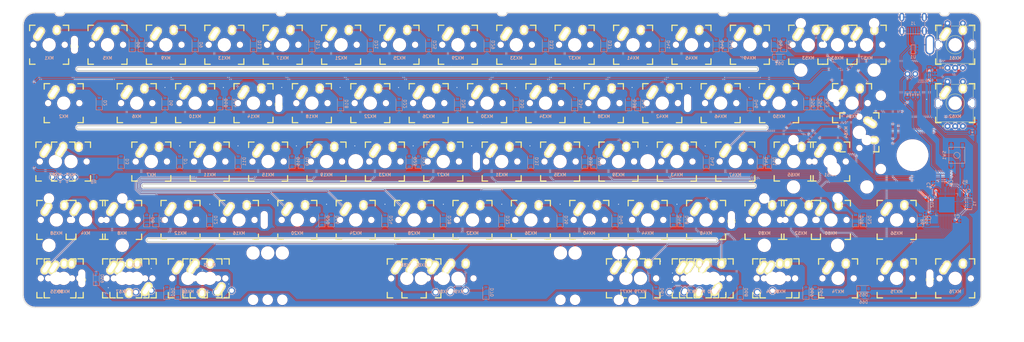
<source format=kicad_pcb>
(kicad_pcb (version 20171130) (host pcbnew "(5.1.10)-1")
  (layers (0 F.Cu signal) (31 B.Cu signal) (34 B.Paste user) (35 F.Paste user) (36 B.SilkS user hide) (37 F.SilkS user) (38 B.Mask user) (39 F.Mask user) (44 Edge.Cuts user))
  (net 0 "")
  (net 1 +5V)
  (net 2 GND)
  (net 3 "Net-(C6-Pad1)")
  (net 4 "Net-(D1-Pad2)")
  (net 5 "Net-(D2-Pad2)")
  (net 6 "Net-(D3-Pad2)")
  (net 7 "Net-(D4-Pad2)")
  (net 8 "Net-(D5-Pad2)")
  (net 9 "Net-(D6-Pad2)")
  (net 10 "Net-(D7-Pad2)")
  (net 11 "Net-(D8-Pad2)")
  (net 12 "Net-(D9-Pad2)")
  (net 13 "Net-(D10-Pad2)")
  (net 14 "Net-(D11-Pad2)")
  (net 15 "Net-(D12-Pad2)")
  (net 16 "Net-(D13-Pad2)")
  (net 17 "Net-(D14-Pad2)")
  (net 18 "Net-(D15-Pad2)")
  (net 19 "Net-(D16-Pad2)")
  (net 20 "Net-(D17-Pad2)")
  (net 21 "Net-(D18-Pad2)")
  (net 22 "Net-(D19-Pad2)")
  (net 23 "Net-(D20-Pad2)")
  (net 24 "Net-(D21-Pad2)")
  (net 25 "Net-(D22-Pad2)")
  (net 26 "Net-(D23-Pad2)")
  (net 27 "Net-(D24-Pad2)")
  (net 28 "Net-(D25-Pad2)")
  (net 29 "Net-(D26-Pad2)")
  (net 30 "Net-(D27-Pad2)")
  (net 31 "Net-(D28-Pad2)")
  (net 32 "Net-(D29-Pad2)")
  (net 33 "Net-(D30-Pad2)")
  (net 34 "Net-(D31-Pad2)")
  (net 35 "Net-(D32-Pad2)")
  (net 36 "Net-(D33-Pad2)")
  (net 37 "Net-(D34-Pad2)")
  (net 38 "Net-(D35-Pad2)")
  (net 39 "Net-(D36-Pad2)")
  (net 40 "Net-(D37-Pad2)")
  (net 41 "Net-(D38-Pad2)")
  (net 42 "Net-(D39-Pad2)")
  (net 43 "Net-(D40-Pad2)")
  (net 44 "Net-(D41-Pad2)")
  (net 45 "Net-(D42-Pad2)")
  (net 46 "Net-(D43-Pad2)")
  (net 47 "Net-(D44-Pad2)")
  (net 48 "Net-(D45-Pad2)")
  (net 49 "Net-(D46-Pad2)")
  (net 50 "Net-(D47-Pad2)")
  (net 51 "Net-(D48-Pad2)")
  (net 52 "Net-(D49-Pad2)")
  (net 53 "Net-(D50-Pad2)")
  (net 54 "Net-(D51-Pad2)")
  (net 55 "Net-(D52-Pad2)")
  (net 56 "Net-(D53-Pad2)")
  (net 57 "Net-(D54-Pad2)")
  (net 58 "Net-(D55-Pad1)")
  (net 59 "Net-(D56-Pad2)")
  (net 60 "Net-(D57-Pad2)")
  (net 61 "Net-(D58-Pad2)")
  (net 62 "Net-(D59-Pad2)")
  (net 63 "Net-(D60-Pad2)")
  (net 64 "Net-(D61-Pad2)")
  (net 65 "Net-(D62-Pad2)")
  (net 66 "Net-(D63-Pad2)")
  (net 67 "Net-(D64-Pad2)")
  (net 68 D+)
  (net 69 D-)
  (net 70 RST)
  (net 71 "Net-(R6-Pad2)")
  (net 72 Col0)
  (net 73 Col1)
  (net 74 Col2)
  (net 75 Col3)
  (net 76 Col5)
  (net 77 Col4)
  (net 78 Col6)
  (net 79 Col7)
  (net 80 Row0)
  (net 81 Col8)
  (net 82 Col9)
  (net 83 Col10)
  (net 84 Col11)
  (net 85 Col12)
  (net 86 Col13)
  (net 87 Col15)
  (net 88 Col14)
  (net 89 Row1)
  (net 90 Row2)
  (net 91 Row3)
  (net 92 "Net-(D65-Pad2)")
  (net 93 "Net-(D66-Pad2)")
  (net 94 "Net-(D67-Pad2)")
  (net 95 "Net-(D68-Pad2)")
  (net 96 "Net-(D69-Pad2)")
  (net 97 "Net-(D70-Pad2)")
  (net 98 Row4)
  (net 99 "Net-(U2-Pad17)")
  (net 100 "Net-(U2-Pad16)")
  (net 101 EC_A)
  (net 102 EC_B)
  (net 103 EC_C)
  (net 104 "Net-(D72-Pad1)")
  (net 105 "Net-(R8-Pad2)")
  (net 106 /R-)
  (net 107 /R+)
  (module Alps_Only:ALPS-1.5U (layer F.Cu) (at 219.71475 86.545 180)
    (fp_text reference MX95)
    (fp_text value MX-NoLED-MX_Alps_Hybrid)
    (pad 2 thru_hole circle (at 2.5 -4.5 180) (size 2.25 2.25) (drill 1.47) (layers *.Cu B.Mask) (net 83 Col10))
    (pad 1 thru_hole circle (at -2.5 -4 180) (size 2.25 2.25) (drill 1.47) (layers *.Cu B.Mask) (net 95 "Net-(D68-Pad2)"))
  )
  (module keebs:Mx_Alps_150 (layer F.Cu) (at 224.46825 86.545 180)
    (fp_text reference MX96 (at 0 4.318) (layer B.SilkS) (effects (font (thickness 0.2)) (justify mirror)))
    (fp_text value MX-NoLED-MX_Alps_Hybrid hide)
    (pad 2 thru_hole oval (at 2.52 -4.79 176.1) (size 2.5 3.08) (drill oval 1.5 2.08) (layers *.Cu *.Mask F.SilkS) (net 95 "Net-(D68-Pad2)"))
    (pad 1 thru_hole oval (at -3.255 -3.52 147.5) (size 2.5 4.75) (drill oval 1.5 3.75) (layers *.Cu *.Mask F.SilkS) (net 83 Col10))
    (pad "" np_thru_hole circle (at 5.08 0 180) (size 1.7018 1.7018) (drill 1.7018) (layers *.Cu *.Mask))
    (pad "" np_thru_hole circle (at -5.08 0 180) (size 1.7018 1.7018) (drill 1.7018) (layers *.Cu *.Mask))
    (pad "" np_thru_hole circle (at 0 0 180) (size 3.9878 3.9878) (drill 3.9878) (layers *.Cu *.Mask))
  )
  (module keebs:Mx_Alps_225 (layer F.Cu) (at 255.259 67.535)
    (fp_text reference MX52 (at 0 4.318) (layer B.SilkS) (effects (font (thickness 0.2)) (justify mirror)))
    (fp_text value MX-NoLED-MX_Alps_Hybrid hide)
    (pad 2 thru_hole oval (at 2.52 -4.79 356.1) (size 2.5 3.08) (drill oval 1.5 2.08) (layers *.Cu *.Mask F.SilkS) (net 55 "Net-(D52-Pad2)"))
    (pad 1 thru_hole oval (at -3.255 -3.52 327.5) (size 2.5 4.75) (drill oval 1.5 3.75) (layers *.Cu *.Mask F.SilkS) (net 85 Col12))
    (pad "" np_thru_hole circle (at 11.938 8.255) (size 3.9878 3.9878) (drill 3.9878) (layers *.Cu *.Mask))
    (pad "" np_thru_hole circle (at -11.938 8.255) (size 3.9878 3.9878) (drill 3.9878) (layers *.Cu *.Mask))
    (pad "" np_thru_hole circle (at 11.938 -6.985) (size 3.048 3.048) (drill 3.048) (layers *.Cu *.Mask))
    (pad "" np_thru_hole circle (at -11.938 -6.985) (size 3.048 3.048) (drill 3.048) (layers *.Cu *.Mask))
    (pad "" np_thru_hole circle (at 5.08 0) (size 1.7018 1.7018) (drill 1.7018) (layers *.Cu *.Mask))
    (pad "" np_thru_hole circle (at -5.08 0) (size 1.7018 1.7018) (drill 1.7018) (layers *.Cu *.Mask))
    (pad "" np_thru_hole circle (at 0 0) (size 3.9878 3.9878) (drill 3.9878) (layers *.Cu *.Mask))
  )
  (module CustomLogo:IPWT21x21 (layer F.Cu) (at 104.775616 85.725504)
    (fp_text reference G*** hide)
    (fp_text value LOGO hide)
    (fp_poly (pts (xy 3.469736 1.313132) (xy 4.840378 1.313132) (xy 4.840378 2.415396) (xy 3.469736 2.415396) (xy 3.469603 2.566359) (xy 3.46809 2.689343) (xy 3.463941 2.820452) (xy 3.457437 2.95568) (xy 3.448855 3.091023) (xy 3.438475 3.222476) (xy 3.426576 3.346033) (xy 3.413435 3.457691) (xy 3.402046 3.53683) (xy 3.37612 3.673415) (xy 3.341588 3.814879) (xy 3.300014 3.956256) (xy 3.252963 4.092578) (xy 3.202 4.21888) (xy 3.15751 4.313208) (xy 3.074343 4.461561) (xy 2.981678 4.598207) (xy 2.876138 4.727746) (xy 2.773963 4.835522) (xy 2.661263 4.936967) (xy 2.539895 5.025866) (xy 2.408393 5.102912) (xy 2.265292 5.168795) (xy 2.109127 5.224208) (xy 1.938434 5.269842) (xy 1.790431 5.299773) (xy 1.738766 5.30892) (xy 1.702947 5.314884) (xy 1.679911 5.317626) (xy 1.666596 5.317107) (xy 1.659937 5.313289) (xy 1.656872 5.306133) (xy 1.654967 5.298057) (xy 1.650745 5.279736) (xy 1.643161 5.245622) (xy 1.632649 5.197732) (xy 1.619643 5.138084) (xy 1.604575 5.068697) (xy 1.587881 4.991588) (xy 1.569995 4.908776) (xy 1.551349 4.82228) (xy 1.532378 4.734116) (xy 1.513516 4.646304) (xy 1.495196 4.560861) (xy 1.477852 4.479805) (xy 1.461919 4.405156) (xy 1.44783 4.33893) (xy 1.436019 4.283146) (xy 1.426919 4.239823) (xy 1.420965 4.210978) (xy 1.41859 4.198629) (xy 1.418566 4.198366) (xy 1.427965 4.19443) (xy 1.455457 4.191429) (xy 1.499986 4.18943) (xy 1.560494 4.188498) (xy 1.579113 4.188438) (xy 1.680764 4.18615) (xy 1.766675 4.178891) (xy 1.839846 4.165728) (xy 1.90328 4.145725) (xy 1.959975 4.117946) (xy 2.012933 4.081457) (xy 2.06262 4.037773) (xy 2.141397 3.951937) (xy 2.207998 3.857022) (xy 2.263776 3.750608) (xy 2.310085 3.630275) (xy 2.332541 3.555342) (xy 2.354356 3.467014) (xy 2.372473 3.374091) (xy 2.3871 3.274374) (xy 2.398442 3.165666) (xy 2.406704 3.045768) (xy 2.412092 2.912483) (xy 2.414813 2.763612) (xy 2.415248 2.671793) (xy 2.415396 2.415396) (xy 1.044755 2.415396) (xy 1.044755 1.313132) (xy 2.415396 1.313132) (xy 2.415396 0.162944) (xy 3.469736 0.162944) (xy 3.469736 1.313132)) (layer F.Cu) (width 0.01))
    (fp_poly (pts (xy 2.480095 -5.300345) (xy 4.33717 -5.300237) (xy 4.695392 -4.318751) (xy 4.632198 -4.213867) (xy 4.459176 -3.943078) (xy 4.276279 -3.688653) (xy 4.083538 -3.450631) (xy 3.880983 -3.22905) (xy 3.834364 -3.181769) (xy 3.693865 -3.047042) (xy 3.555963 -2.927273) (xy 3.416499 -2.819478) (xy 3.271314 -2.720674) (xy 3.11625 -2.627879) (xy 2.947146 -2.538109) (xy 2.913811 -2.521506) (xy 2.861279 -2.496355) (xy 2.802686 -2.469602) (xy 2.740619 -2.442294) (xy 2.677667 -2.41548) (xy 2.616416 -2.390208) (xy 2.559453 -2.367525) (xy 2.509365 -2.348479) (xy 2.468741 -2.334118) (xy 2.440166 -2.32549) (xy 2.426228 -2.323643) (xy 2.425782 -2.323844) (xy 2.419512 -2.334664) (xy 2.410214 -2.358508) (xy 2.401139 -2.386245) (xy 2.391732 -2.415697) (xy 2.38441 -2.435655) (xy 2.380944 -2.441648) (xy 2.378139 -2.431888) (xy 2.372024 -2.406511) (xy 2.36332 -2.368639) (xy 2.352748 -2.321396) (xy 2.343883 -2.28104) (xy 2.277644 -2.001878) (xy 2.204052 -1.73903) (xy 2.122563 -1.490892) (xy 2.032633 -1.255859) (xy 1.93372 -1.032325) (xy 1.89238 -0.947494) (xy 1.864226 -0.892155) (xy 1.832969 -0.832274) (xy 1.800381 -0.771091) (xy 1.768232 -0.711848) (xy 1.738291 -0.657786) (xy 1.712329 -0.612146) (xy 1.692117 -0.578169) (xy 1.682666 -0.563534) (xy 1.678921 -0.560693) (xy 1.672119 -0.560272) (xy 1.660951 -0.562921) (xy 1.644109 -0.569292) (xy 1.620284 -0.580037) (xy 1.588168 -0.595807) (xy 1.546452 -0.617255) (xy 1.493828 -0.64503) (xy 1.428987 -0.679786) (xy 1.350621 -0.722172) (xy 1.257421 -0.772842) (xy 1.205617 -0.801068) (xy 0.739883 -1.054955) (xy 0.831122 -1.20561) (xy 0.942137 -1.401914) (xy 1.04148 -1.605396) (xy 1.129661 -1.817599) (xy 1.207192 -2.040064) (xy 1.274584 -2.274335) (xy 1.332349 -2.521955) (xy 1.380997 -2.784464) (xy 1.40366 -2.932981) (xy 1.419175 -3.053483) (xy 1.433539 -3.186706) (xy 1.446392 -3.32775) (xy 1.457377 -3.471715) (xy 1.466137 -3.613701) (xy 1.472312 -3.748809) (xy 1.475544 -3.872139) (xy 1.475943 -3.921883) (xy 1.476076 -4.024182) (xy 1.545566 -4.01976) (xy 1.571045 -4.018334) (xy 1.612171 -4.01627) (xy 1.666593 -4.013671) (xy 1.731956 -4.010639) (xy 1.805907 -4.007276) (xy 1.886091 -4.003686) (xy 1.970156 -3.99997) (xy 2.055748 -3.99623) (xy 2.140513 -3.992569) (xy 2.222098 -3.98909) (xy 2.298149 -3.985895) (xy 2.366312 -3.983085) (xy 2.424234 -3.980764) (xy 2.469562 -3.979034) (xy 2.499941 -3.977997) (xy 2.511785 -3.977736) (xy 2.542716 -3.977736) (xy 2.536447 -3.860321) (xy 2.533239 -3.801568) (xy 2.529613 -3.737238) (xy 2.526097 -3.676611) (xy 2.524081 -3.642942) (xy 2.517984 -3.542979) (xy 2.57452 -3.574567) (xy 2.64138 -3.614135) (xy 2.716938 -3.662527) (xy 2.79552 -3.715886) (xy 2.87145 -3.770351) (xy 2.939055 -3.822063) (xy 2.942566 -3.824868) (xy 2.982254 -3.858091) (xy 3.028521 -3.899115) (xy 3.07857 -3.945228) (xy 3.129607 -3.993712) (xy 3.178833 -4.041853) (xy 3.223453 -4.086935) (xy 3.260671 -4.126244) (xy 3.28769 -4.157064) (xy 3.296738 -4.168774) (xy 3.317683 -4.198189) (xy 0.623019 -4.198189) (xy 0.623019 -5.300453) (xy 2.480095 -5.300345)) (layer F.Cu) (width 0.01))
    (fp_poly (pts (xy -1.140604 -4.198189) (xy -2.271622 -4.198189) (xy -2.271622 -1.744453) (xy -0.747622 -1.744453) (xy -0.747622 -0.651773) (xy -4.840377 -0.651773) (xy -4.840377 -1.744453) (xy -3.325962 -1.744453) (xy -3.325962 -4.198189) (xy -4.447396 -4.198189) (xy -4.447396 -5.300453) (xy -1.140604 -5.300453) (xy -1.140604 -4.198189)) (layer F.Cu) (width 0.01))
    (fp_poly (pts (xy -2.055962 3.82917) (xy -1.766019 3.831707) (xy -1.476075 3.834244) (xy -1.476075 1.236453) (xy -0.431321 1.236453) (xy -0.431321 5.242944) (xy -1.476075 5.242944) (xy -1.476075 4.926642) (xy -3.690189 4.926642) (xy -3.690189 5.242944) (xy -4.734943 5.242944) (xy -4.734943 1.236453) (xy -3.690189 1.236453) (xy -3.690189 3.833962) (xy -3.105509 3.833962) (xy -3.105509 0.162944) (xy -2.060804 0.162944) (xy -2.055962 3.82917)) (layer F.Cu) (width 0.01))
    (fp_poly (pts (xy 0.09854 -0.511026) (xy 0.190506 -0.485097) (xy 0.274333 -0.443796) (xy 0.348454 -0.388689) (xy 0.411302 -0.321343) (xy 0.461312 -0.243325) (xy 0.496917 -0.156199) (xy 0.516552 -0.061533) (xy 0.520017 0) (xy 0.510976 0.100477) (xy 0.484082 0.194298) (xy 0.439679 0.280626) (xy 0.378111 0.358624) (xy 0.368487 0.368487) (xy 0.293459 0.430513) (xy 0.208965 0.477262) (xy 0.11784 0.507777) (xy 0.022921 0.521105) (xy -0.071434 0.516514) (xy -0.168202 0.494104) (xy -0.25464 0.456066) (xy -0.332878 0.401337) (xy -0.368486 0.368487) (xy -0.432348 0.291679) (xy -0.479093 0.206429) (xy -0.508375 0.113572) (xy -0.519851 0.013947) (xy -0.520017 0) (xy -0.511026 -0.09854) (xy -0.485097 -0.190506) (xy -0.443796 -0.274333) (xy -0.388689 -0.348453) (xy -0.321343 -0.411302) (xy -0.243325 -0.461312) (xy -0.156199 -0.496917) (xy -0.061533 -0.516551) (xy 0 -0.520017) (xy 0.09854 -0.511026)) (layer F.Cu) (width 0.01))
  )
  (module keebs:Mx_Alps_100 (layer F.Cu) (at 176.8425 48.525)
    (fp_text reference MX35 (at 0 4.318) (layer B.SilkS) (effects (font (thickness 0.2)) (justify mirror)))
    (fp_text value MX-NoLED-MX_Alps_Hybrid hide)
    (pad 2 thru_hole oval (at 2.52 -4.79 356.1) (size 2.5 3.08) (drill oval 1.5 2.08) (layers *.Cu *.Mask F.SilkS) (net 38 "Net-(D35-Pad2)"))
    (pad 1 thru_hole oval (at -3.255 -3.52 327.5) (size 2.5 4.75) (drill oval 1.5 3.75) (layers *.Cu *.Mask F.SilkS) (net 81 Col8))
    (pad "" np_thru_hole circle (at 5.08 0) (size 1.7018 1.7018) (drill 1.7018) (layers *.Cu *.Mask))
    (pad "" np_thru_hole circle (at -5.08 0) (size 1.7018 1.7018) (drill 1.7018) (layers *.Cu *.Mask))
    (pad "" np_thru_hole circle (at 0 0) (size 3.9878 3.9878) (drill 3.9878) (layers *.Cu *.Mask))
  )
  (module sanproject-keyboard-part:R_0603 (layer B.Cu) (at 291.70484 26.78922 90)
    (fp_text reference R4)
    (fp_text value 22)
    (pad 2 smd rect (at 0.825 0 90) (size 0.8 0.95) (layers B.Cu B.Paste B.Mask) (net 106 /R-))
    (pad 1 smd rect (at -0.825 0 90) (size 0.8 0.95) (layers B.Cu B.Paste B.Mask) (net 69 D-))
  )
  (module sanproject-keyboard-part:R_0603 (layer B.Cu) (at 293.30484 26.78922 90)
    (fp_text reference R3)
    (fp_text value 22)
    (pad 2 smd rect (at 0.825 0 90) (size 0.8 0.95) (layers B.Cu B.Paste B.Mask) (net 107 /R+))
    (pad 1 smd rect (at -0.825 0 90) (size 0.8 0.95) (layers B.Cu B.Paste B.Mask) (net 68 D+))
  )
  (module sanproject-keyboard-part:R_0805 (layer B.Cu) (at 289.918892 26.78922 270)
    (fp_text reference R9)
    (fp_text value 300)
    (pad 2 smd rect (at 0.95 0 270) (size 0.7 1.3) (layers B.Cu B.Paste B.Mask) (net 105 "Net-(R8-Pad2)"))
    (pad 1 smd rect (at -0.95 0 270) (size 0.7 1.3) (layers B.Cu B.Paste B.Mask) (net 104 "Net-(D72-Pad1)"))
  )
  (module MX_Only_v3:MXOnly-LEDONLY-MID (layer F.Cu) (at 291.2025 20.01)
    (fp_text reference D72)
    (fp_text value LED)
    (fp_text user + (at -1.27 1.524) (layer B.SilkS))
    (pad 1 thru_hole circle (at 1.27 0) (size 1.905 1.905) (drill 1.04) (layers *.Cu *.Mask) (net 104 "Net-(D72-Pad1)"))
    (pad 2 thru_hole circle (at -1.27 0) (size 1.905 1.905) (drill 1.04) (layers *.Cu *.Mask) (net 1 +5V))
  )
  (module keebs:Mx_Alps_100 (layer F.Cu) (at 143.575 10.505)
    (fp_text reference MX29 (at 0 4.318) (layer B.SilkS) (effects (font (thickness 0.2)) (justify mirror)))
    (fp_text value MX-NoLED-MX_Alps_Hybrid hide)
    (pad "" np_thru_hole circle (at 0 0) (size 3.9878 3.9878) (drill 3.9878) (layers *.Cu *.Mask))
    (pad "" np_thru_hole circle (at -5.08 0) (size 1.7018 1.7018) (drill 1.7018) (layers *.Cu *.Mask))
    (pad "" np_thru_hole circle (at 5.08 0) (size 1.7018 1.7018) (drill 1.7018) (layers *.Cu *.Mask))
    (pad 1 thru_hole oval (at -3.255 -3.52 327.5) (size 2.5 4.75) (drill oval 1.5 3.75) (layers *.Cu *.Mask F.SilkS) (net 79 Col7))
    (pad 2 thru_hole oval (at 2.52 -4.79 356.1) (size 2.5 3.08) (drill oval 1.5 2.08) (layers *.Cu *.Mask F.SilkS) (net 32 "Net-(D29-Pad2)"))
  )
  (module Diode_SMD:D_SOD-123 (layer B.Cu) (at 238.720932 29.7658 90)
    (fp_text reference D46 (at 0 2 90) (layer B.SilkS) (effects (justify mirror)))
    (fp_text value D)
    (pad 2 smd rect (at 1.65 0 90) (size 0.9 1.2) (layers B.Cu B.Paste B.Mask) (net 49 "Net-(D46-Pad2)"))
    (pad 1 smd rect (at -1.65 0 90) (size 0.9 1.2) (layers B.Cu B.Paste B.Mask) (net 89 Row1))
  )
  (module Diode_SMD:D_SOD-123 (layer B.Cu) (at 202.120932 29.7658 90)
    (fp_text reference D42 (at 0 2 90) (layer B.SilkS) (effects (justify mirror)))
    (fp_text value D)
    (pad 2 smd rect (at 1.65 0 90) (size 0.9 1.2) (layers B.Cu B.Paste B.Mask) (net 45 "Net-(D42-Pad2)"))
    (pad 1 smd rect (at -1.65 0 90) (size 0.9 1.2) (layers B.Cu B.Paste B.Mask) (net 89 Row1))
  )
  (module Diode_SMD:D_SOD-123 (layer B.Cu) (at 199.120932 29.7658 90)
    (fp_text reference D38 (at 0 2 90) (layer B.SilkS) (effects (justify mirror)))
    (fp_text value D)
    (pad 2 smd rect (at 1.65 0 90) (size 0.9 1.2) (layers B.Cu B.Paste B.Mask) (net 41 "Net-(D38-Pad2)"))
    (pad 1 smd rect (at -1.65 0 90) (size 0.9 1.2) (layers B.Cu B.Paste B.Mask) (net 89 Row1))
  )
  (module Diode_SMD:D_SOD-123 (layer B.Cu) (at 181.570932 29.7658 90)
    (fp_text reference D34 (at 0 2 90) (layer B.SilkS) (effects (justify mirror)))
    (fp_text value D)
    (pad 2 smd rect (at 1.65 0 90) (size 0.9 1.2) (layers B.Cu B.Paste B.Mask) (net 37 "Net-(D34-Pad2)"))
    (pad 1 smd rect (at -1.65 0 90) (size 0.9 1.2) (layers B.Cu B.Paste B.Mask) (net 89 Row1))
  )
  (module Diode_SMD:D_SOD-123 (layer B.Cu) (at 162.520932 29.7658 90)
    (fp_text reference D30 (at 0 2 90) (layer B.SilkS) (effects (justify mirror)))
    (fp_text value D)
    (pad 2 smd rect (at 1.65 0 90) (size 0.9 1.2) (layers B.Cu B.Paste B.Mask) (net 33 "Net-(D30-Pad2)"))
    (pad 1 smd rect (at -1.65 0 90) (size 0.9 1.2) (layers B.Cu B.Paste B.Mask) (net 89 Row1))
  )
  (module Diode_SMD:D_SOD-123 (layer B.Cu) (at 143.470932 29.7658 90)
    (fp_text reference D26 (at 0 2 90) (layer B.SilkS) (effects (justify mirror)))
    (fp_text value D)
    (pad 2 smd rect (at 1.65 0 90) (size 0.9 1.2) (layers B.Cu B.Paste B.Mask) (net 29 "Net-(D26-Pad2)"))
    (pad 1 smd rect (at -1.65 0 90) (size 0.9 1.2) (layers B.Cu B.Paste B.Mask) (net 89 Row1))
  )
  (module Diode_SMD:D_SOD-123 (layer B.Cu) (at 124.420932 29.7658 90)
    (fp_text reference D22 (at 0 2 90) (layer B.SilkS) (effects (justify mirror)))
    (fp_text value D)
    (pad 2 smd rect (at 1.65 0 90) (size 0.9 1.2) (layers B.Cu B.Paste B.Mask) (net 25 "Net-(D22-Pad2)"))
    (pad 1 smd rect (at -1.65 0 90) (size 0.9 1.2) (layers B.Cu B.Paste B.Mask) (net 89 Row1))
  )
  (module Diode_SMD:D_SOD-123 (layer B.Cu) (at 105.370932 29.7658 90)
    (fp_text reference D18 (at 0 2 90) (layer B.SilkS) (effects (justify mirror)))
    (fp_text value D)
    (pad 2 smd rect (at 1.65 0 90) (size 0.9 1.2) (layers B.Cu B.Paste B.Mask) (net 21 "Net-(D18-Pad2)"))
    (pad 1 smd rect (at -1.65 0 90) (size 0.9 1.2) (layers B.Cu B.Paste B.Mask) (net 89 Row1))
  )
  (module Diode_SMD:D_SOD-123 (layer B.Cu) (at 69.056656 29.468142 90)
    (fp_text reference D14 (at 0 2 90) (layer B.SilkS) (effects (justify mirror)))
    (fp_text value D)
    (pad 2 smd rect (at 1.65 0 90) (size 0.9 1.2) (layers B.Cu B.Paste B.Mask) (net 17 "Net-(D14-Pad2)"))
    (pad 1 smd rect (at -1.65 0 90) (size 0.9 1.2) (layers B.Cu B.Paste B.Mask) (net 89 Row1))
  )
  (module Diode_SMD:D_SOD-123 (layer B.Cu) (at 66.080076 29.468142 90)
    (fp_text reference D10 (at 0 2 90) (layer B.SilkS) (effects (justify mirror)))
    (fp_text value D)
    (pad 2 smd rect (at 1.65 0 90) (size 0.9 1.2) (layers B.Cu B.Paste B.Mask) (net 13 "Net-(D10-Pad2)"))
    (pad 1 smd rect (at -1.65 0 90) (size 0.9 1.2) (layers B.Cu B.Paste B.Mask) (net 89 Row1))
  )
  (module Diode_SMD:D_SOD-123 (layer B.Cu) (at 48.220596 29.468142 90)
    (fp_text reference D6 (at 0 2 90) (layer B.SilkS) (effects (justify mirror)))
    (fp_text value D)
    (pad 2 smd rect (at 1.65 0 90) (size 0.9 1.2) (layers B.Cu B.Paste B.Mask) (net 9 "Net-(D6-Pad2)"))
    (pad 1 smd rect (at -1.65 0 90) (size 0.9 1.2) (layers B.Cu B.Paste B.Mask) (net 89 Row1))
  )
  (module Diode_SMD:D_SOD-123 (layer B.Cu) (at 26.78922 29.468142 90)
    (fp_text reference D2 (at 0 2 90) (layer B.SilkS) (effects (justify mirror)))
    (fp_text value D)
    (pad 2 smd rect (at 1.65 0 90) (size 0.9 1.2) (layers B.Cu B.Paste B.Mask) (net 5 "Net-(D2-Pad2)"))
    (pad 1 smd rect (at -1.65 0 90) (size 0.9 1.2) (layers B.Cu B.Paste B.Mask) (net 89 Row1))
  )
  (module Diode_SMD:D_SOD-123 (layer B.Cu) (at 257.176512 29.468142 90)
    (fp_text reference D50 (at 0 2 270) (layer B.SilkS) (effects (justify mirror)))
    (fp_text value D)
    (pad 2 smd rect (at 1.65 0 90) (size 0.9 1.2) (layers B.Cu B.Paste B.Mask) (net 53 "Net-(D50-Pad2)"))
    (pad 1 smd rect (at -1.65 0 90) (size 0.9 1.2) (layers B.Cu B.Paste B.Mask) (net 89 Row1))
  )
  (module Diode_SMD:D_SOD-123 (layer B.Cu) (at 244.674876 48.518254 90)
    (fp_text reference D51 (at 0 2 90) (layer B.SilkS) (effects (justify mirror)))
    (fp_text value D)
    (pad 2 smd rect (at 1.65 0 90) (size 0.9 1.2) (layers B.Cu B.Paste B.Mask) (net 54 "Net-(D51-Pad2)"))
    (pad 1 smd rect (at -1.65 0 90) (size 0.9 1.2) (layers B.Cu B.Paste B.Mask) (net 90 Row2))
  )
  (module Diode_SMD:D_SOD-123 (layer B.Cu) (at 248.246772 14.585242)
    (fp_text reference D61 (at 0 2) (layer B.SilkS) (effects (justify mirror)))
    (fp_text value D)
    (pad 2 smd rect (at 1.65 0) (size 0.9 1.2) (layers B.Cu B.Paste B.Mask) (net 64 "Net-(D61-Pad2)"))
    (pad 1 smd rect (at -1.65 0) (size 0.9 1.2) (layers B.Cu B.Paste B.Mask) (net 80 Row0))
  )
  (module Diode_SMD:D_SOD-123 (layer B.Cu) (at 261.93904 29.468142 90)
    (fp_text reference D62 (at 0 2 90) (layer B.SilkS) (effects (justify mirror)))
    (fp_text value D)
    (pad 2 smd rect (at 1.65 0 90) (size 0.9 1.2) (layers B.Cu B.Paste B.Mask) (net 65 "Net-(D62-Pad2)"))
    (pad 1 smd rect (at -1.65 0 90) (size 0.9 1.2) (layers B.Cu B.Paste B.Mask) (net 89 Row1))
  )
  (module keebs:Mx_Alps_225 (layer F.Cu) (at 264.764 48.525)
    (fp_text reference MX51 (at 0 4.318) (layer B.SilkS) (effects (font (thickness 0.2)) (justify mirror)))
    (fp_text value MX-NoLED-MX_Alps_Hybrid hide)
    (pad "" np_thru_hole circle (at 0 0) (size 3.9878 3.9878) (drill 3.9878) (layers *.Cu *.Mask))
    (pad "" np_thru_hole circle (at -5.08 0) (size 1.7018 1.7018) (drill 1.7018) (layers *.Cu *.Mask))
    (pad "" np_thru_hole circle (at 5.08 0) (size 1.7018 1.7018) (drill 1.7018) (layers *.Cu *.Mask))
    (pad "" np_thru_hole circle (at -11.938 -6.985) (size 3.048 3.048) (drill 3.048) (layers *.Cu *.Mask))
    (pad "" np_thru_hole circle (at 11.938 -6.985) (size 3.048 3.048) (drill 3.048) (layers *.Cu *.Mask))
    (pad "" np_thru_hole circle (at -11.938 8.255) (size 3.9878 3.9878) (drill 3.9878) (layers *.Cu *.Mask))
    (pad "" np_thru_hole circle (at 11.938 8.255) (size 3.9878 3.9878) (drill 3.9878) (layers *.Cu *.Mask))
    (pad 1 thru_hole oval (at -3.255 -3.52 327.5) (size 2.5 4.75) (drill oval 1.5 3.75) (layers *.Cu *.Mask F.SilkS) (net 85 Col12))
    (pad 2 thru_hole oval (at 2.52 -4.79 356.1) (size 2.5 3.08) (drill oval 1.5 2.08) (layers *.Cu *.Mask F.SilkS) (net 54 "Net-(D51-Pad2)"))
  )
  (module sanproject-keyboard-part:RotaryEncoder_Alps_EC11E-Switch_Vertical_H20mm_Center (layer F.Cu) (at 305.46 29.515 90)
    (fp_text reference SW3)
    (fp_text value Rotary_Encoder_Switch)
    (pad A thru_hole circle (at -7.5 -2.5 90) (size 2 2) (drill 1) (layers *.Cu *.Mask) (net 101 EC_A))
    (pad C thru_hole circle (at -7.5 0 90) (size 2 2) (drill 1) (layers *.Cu *.Mask) (net 2 GND))
    (pad B thru_hole circle (at -7.5 2.5 90) (size 2 2) (drill 1) (layers *.Cu *.Mask) (net 103 EC_C))
    (pad MP thru_hole oval (at 0 -5.6 90) (size 3.2 2) (drill oval 2.8 1.5) (layers *.Cu *.Mask))
    (pad MP thru_hole oval (at 0 5.6 90) (size 3.2 2) (drill oval 2.8 1.5) (layers *.Cu *.Mask))
    (pad S2 thru_hole circle (at 7 -2.5 90) (size 2 2) (drill 1) (layers *.Cu *.Mask) (net 87 Col15))
    (pad S1 thru_hole circle (at 7 2.5 90) (size 2 2) (drill 1) (layers *.Cu *.Mask))
  )
  (module sanproject-keyboard-part:RotaryEncoder_Alps_EC11E-Switch_Vertical_H20mm_Center (layer F.Cu) (at 305.46 10.505 90)
    (fp_text reference SW2)
    (fp_text value Rotary_Encoder_Switch)
    (pad S1 thru_hole circle (at 7 2.5 90) (size 2 2) (drill 1) (layers *.Cu *.Mask))
    (pad S2 thru_hole circle (at 7 -2.5 90) (size 2 2) (drill 1) (layers *.Cu *.Mask) (net 87 Col15))
    (pad MP thru_hole oval (at 0 5.6 90) (size 3.2 2) (drill oval 2.8 1.5) (layers *.Cu *.Mask))
    (pad MP thru_hole oval (at 0 -5.6 90) (size 3.2 2) (drill oval 2.8 1.5) (layers *.Cu *.Mask))
    (pad B thru_hole circle (at -7.5 2.5 90) (size 2 2) (drill 1) (layers *.Cu *.Mask) (net 102 EC_B))
    (pad C thru_hole circle (at -7.5 0 90) (size 2 2) (drill 1) (layers *.Cu *.Mask) (net 2 GND))
    (pad A thru_hole circle (at -7.5 -2.5 90) (size 2 2) (drill 1) (layers *.Cu *.Mask) (net 101 EC_A))
  )
  (module sanproject-keyboard-part:R_0805 (layer B.Cu) (at 311.05261 38.993198)
    (fp_text reference R7)
    (fp_text value 10k)
    (pad 2 smd rect (at 0.95 0) (size 0.7 1.3) (layers B.Cu B.Paste B.Mask) (net 103 EC_C))
    (pad 1 smd rect (at -0.95 0) (size 0.7 1.3) (layers B.Cu B.Paste B.Mask) (net 1 +5V))
  )
  (module sanproject-keyboard-part:R_0805 (layer B.Cu) (at 297.062684 22.026692 90)
    (fp_text reference R2)
    (fp_text value 10k)
    (pad 1 smd rect (at -0.95 0 90) (size 0.7 1.3) (layers B.Cu B.Paste B.Mask) (net 1 +5V))
    (pad 2 smd rect (at 0.95 0 90) (size 0.7 1.3) (layers B.Cu B.Paste B.Mask) (net 102 EC_B))
  )
  (module sanproject-keyboard-part:R_0805 (layer B.Cu) (at 297.062684 18.752454 270)
    (fp_text reference R1)
    (fp_text value 10k)
    (pad 2 smd rect (at 0.95 0 270) (size 0.7 1.3) (layers B.Cu B.Paste B.Mask) (net 1 +5V))
    (pad 1 smd rect (at -0.95 0 270) (size 0.7 1.3) (layers B.Cu B.Paste B.Mask) (net 101 EC_A))
  )
  (module sanproject-keyboard-part:C_0603 (layer B.Cu) (at 311.945584 36.314276 90)
    (fp_text reference C8)
    (fp_text value 0.1uF)
    (pad 2 smd rect (at 0.75 0 90) (size 0.8 0.75) (layers B.Cu B.Paste B.Mask) (net 2 GND))
    (pad 1 smd rect (at -0.75 0 90) (size 0.8 0.75) (layers B.Cu B.Paste B.Mask) (net 103 EC_C))
  )
  (module sanproject-keyboard-part:C_0603 (layer B.Cu) (at 298.848632 22.026692 270)
    (fp_text reference C3)
    (fp_text value 0.1uF)
    (pad 1 smd rect (at -0.75 0 270) (size 0.8 0.75) (layers B.Cu B.Paste B.Mask) (net 102 EC_B))
    (pad 2 smd rect (at 0.75 0 270) (size 0.8 0.75) (layers B.Cu B.Paste B.Mask) (net 2 GND))
  )
  (module sanproject-keyboard-part:C_0603 (layer B.Cu) (at 298.848632 18.752454 90)
    (fp_text reference C2)
    (fp_text value 0.1uF)
    (pad 2 smd rect (at 0.75 0 90) (size 0.8 0.75) (layers B.Cu B.Paste B.Mask) (net 101 EC_A))
    (pad 1 smd rect (at -0.75 0 90) (size 0.8 0.75) (layers B.Cu B.Paste B.Mask) (net 2 GND))
  )
  (module sanproject-keyboard-part:C_0603 (layer B.Cu) (at 302.718186 55.364388 90)
    (fp_text reference C6 (at 0 1.5 90) (layer B.SilkS) (effects (justify mirror)))
    (fp_text value 1uF)
    (pad 2 smd rect (at 0.75 0 90) (size 0.8 0.75) (layers B.Cu B.Paste B.Mask) (net 2 GND))
    (pad 1 smd rect (at -0.75 0 90) (size 0.8 0.75) (layers B.Cu B.Paste B.Mask) (net 3 "Net-(C6-Pad1)"))
  )
  (module Diode_SMD:D_SOD-123 (layer B.Cu) (at 33.934244 48.518254 90)
    (fp_text reference D3 (at 0 2 90) (layer B.SilkS) (effects (justify mirror)))
    (fp_text value D)
    (pad 2 smd rect (at 1.65 0 90) (size 0.9 1.2) (layers B.Cu B.Paste B.Mask) (net 6 "Net-(D3-Pad2)"))
    (pad 1 smd rect (at -1.65 0 90) (size 0.9 1.2) (layers B.Cu B.Paste B.Mask) (net 90 Row2))
  )
  (module Diode_SMD:D_SOD-123 (layer B.Cu) (at 52.984244 48.518254 90)
    (fp_text reference D7 (at 0 2 90) (layer B.SilkS) (effects (justify mirror)))
    (fp_text value D)
    (pad 2 smd rect (at 1.65 0 90) (size 0.9 1.2) (layers B.Cu B.Paste B.Mask) (net 10 "Net-(D7-Pad2)"))
    (pad 1 smd rect (at -1.65 0 90) (size 0.9 1.2) (layers B.Cu B.Paste B.Mask) (net 90 Row2))
  )
  (module Diode_SMD:D_SOD-123 (layer B.Cu) (at 224.434244 48.518254 90)
    (fp_text reference D43 (at 0 2 90) (layer B.SilkS) (effects (justify mirror)))
    (fp_text value D)
    (pad 2 smd rect (at 1.65 0 90) (size 0.9 1.2) (layers B.Cu B.Paste B.Mask) (net 46 "Net-(D43-Pad2)"))
    (pad 1 smd rect (at -1.65 0 90) (size 0.9 1.2) (layers B.Cu B.Paste B.Mask) (net 90 Row2))
  )
  (module Diode_SMD:D_SOD-123 (layer B.Cu) (at 167.284244 48.518254 90)
    (fp_text reference D31 (at 0 2 90) (layer B.SilkS) (effects (justify mirror)))
    (fp_text value D)
    (pad 2 smd rect (at 1.65 0 90) (size 0.9 1.2) (layers B.Cu B.Paste B.Mask) (net 34 "Net-(D31-Pad2)"))
    (pad 1 smd rect (at -1.65 0 90) (size 0.9 1.2) (layers B.Cu B.Paste B.Mask) (net 90 Row2))
  )
  (module Diode_SMD:D_SOD-123 (layer B.Cu) (at 130.684244 48.518254 90)
    (fp_text reference D27 (at 0 2 90) (layer B.SilkS) (effects (justify mirror)))
    (fp_text value D)
    (pad 2 smd rect (at 1.65 0 90) (size 0.9 1.2) (layers B.Cu B.Paste B.Mask) (net 30 "Net-(D27-Pad2)"))
    (pad 1 smd rect (at -1.65 0 90) (size 0.9 1.2) (layers B.Cu B.Paste B.Mask) (net 90 Row2))
  )
  (module Diode_SMD:D_SOD-123 (layer B.Cu) (at 72.034244 48.518254 90)
    (fp_text reference D11 (at 0 2 90) (layer B.SilkS) (effects (justify mirror)))
    (fp_text value D)
    (pad 2 smd rect (at 1.65 0 90) (size 0.9 1.2) (layers B.Cu B.Paste B.Mask) (net 14 "Net-(D11-Pad2)"))
    (pad 1 smd rect (at -1.65 0 90) (size 0.9 1.2) (layers B.Cu B.Paste B.Mask) (net 90 Row2))
  )
  (module Diode_SMD:D_SOD-123 (layer B.Cu) (at 127.684244 48.518254 90)
    (fp_text reference D23 (at 0 2 90) (layer B.SilkS) (effects (justify mirror)))
    (fp_text value D)
    (pad 2 smd rect (at 1.65 0 90) (size 0.9 1.2) (layers B.Cu B.Paste B.Mask) (net 26 "Net-(D23-Pad2)"))
    (pad 1 smd rect (at -1.65 0 90) (size 0.9 1.2) (layers B.Cu B.Paste B.Mask) (net 90 Row2))
  )
  (module Diode_SMD:D_SOD-123 (layer B.Cu) (at 184.834244 48.518254 90)
    (fp_text reference D35 (at 0 2 90) (layer B.SilkS) (effects (justify mirror)))
    (fp_text value D)
    (pad 2 smd rect (at 1.65 0 90) (size 0.9 1.2) (layers B.Cu B.Paste B.Mask) (net 38 "Net-(D35-Pad2)"))
    (pad 1 smd rect (at -1.65 0 90) (size 0.9 1.2) (layers B.Cu B.Paste B.Mask) (net 90 Row2))
  )
  (module Diode_SMD:D_SOD-123 (layer B.Cu) (at 89.584244 48.518254 90)
    (fp_text reference D15 (at 0 2 90) (layer B.SilkS) (effects (justify mirror)))
    (fp_text value D)
    (pad 2 smd rect (at 1.65 0 90) (size 0.9 1.2) (layers B.Cu B.Paste B.Mask) (net 18 "Net-(D15-Pad2)"))
    (pad 1 smd rect (at -1.65 0 90) (size 0.9 1.2) (layers B.Cu B.Paste B.Mask) (net 90 Row2))
  )
  (module Diode_SMD:D_SOD-123 (layer B.Cu) (at 187.834244 48.518254 90)
    (fp_text reference D39 (at 0 2 90) (layer B.SilkS) (effects (justify mirror)))
    (fp_text value D)
    (pad 2 smd rect (at 1.65 0 90) (size 0.9 1.2) (layers B.Cu B.Paste B.Mask) (net 42 "Net-(D39-Pad2)"))
    (pad 1 smd rect (at -1.65 0 90) (size 0.9 1.2) (layers B.Cu B.Paste B.Mask) (net 90 Row2))
  )
  (module Diode_SMD:D_SOD-123 (layer B.Cu) (at 241.995954 48.518254 90)
    (fp_text reference D47 (at 0 2 90) (layer B.SilkS) (effects (justify mirror)))
    (fp_text value D)
    (pad 2 smd rect (at 1.65 0 90) (size 0.9 1.2) (layers B.Cu B.Paste B.Mask) (net 50 "Net-(D47-Pad2)"))
    (pad 1 smd rect (at -1.65 0 90) (size 0.9 1.2) (layers B.Cu B.Paste B.Mask) (net 90 Row2))
  )
  (module Diode_SMD:D_SOD-123 (layer B.Cu) (at 92.584244 48.518254 90)
    (fp_text reference D19 (at 0 2 90) (layer B.SilkS) (effects (justify mirror)))
    (fp_text value D)
    (pad 2 smd rect (at 1.65 0 90) (size 0.9 1.2) (layers B.Cu B.Paste B.Mask) (net 22 "Net-(D19-Pad2)"))
    (pad 1 smd rect (at -1.65 0 90) (size 0.9 1.2) (layers B.Cu B.Paste B.Mask) (net 90 Row2))
  )
  (module Crystal:Resonator_SMD_muRata_CSTxExxV-3Pin_3.0x1.1mm (layer B.Cu) (at 309.718186 62.25776 90)
    (fp_text reference Y1 (at 0 2 90) (layer B.SilkS) (effects (justify mirror)))
    (fp_text value Resonator)
    (pad 3 smd rect (at 1.2 0 90) (size 0.4 1.9) (layers B.Cu B.Paste B.Mask) (net 100 "Net-(U2-Pad16)"))
    (pad 2 smd rect (at 0 0 90) (size 0.4 1.9) (layers B.Cu B.Paste B.Mask) (net 2 GND))
    (pad 1 smd rect (at -1.2 0 90) (size 0.4 1.9) (layers B.Cu B.Paste B.Mask) (net 99 "Net-(U2-Pad17)"))
  )
  (module keebs:Mx_Alps_700_FL (layer F.Cu) (at 143.57475 86.545 180)
    (fp_text reference MX94 (at 0 -4.318) (layer B.SilkS) (effects (font (thickness 0.2)) (justify mirror)))
    (fp_text value MX-NoLED-MX_Alps_Hybrid hide)
    (pad "" np_thru_hole circle (at 0 0) (size 3.9878 3.9878) (drill 3.9878) (layers *.Cu *.Mask))
    (pad "" np_thru_hole circle (at 5.08 0) (size 1.7018 1.7018) (drill 1.7018) (layers *.Cu *.Mask))
    (pad "" np_thru_hole circle (at -5.08 0) (size 1.7018 1.7018) (drill 1.7018) (layers *.Cu *.Mask))
    (pad 1 thru_hole oval (at 3.255 3.52 327.5) (size 2.5 4.75) (drill oval 1.5 3.75) (layers *.Cu *.Mask F.SilkS) (net 79 Col7))
    (pad 2 thru_hole oval (at -2.52 4.79 356.1) (size 2.5 3.08) (drill oval 1.5 2.08) (layers *.Cu *.Mask F.SilkS) (net 97 "Net-(D70-Pad2)"))
    (pad "" np_thru_hole circle (at -57.15 -6.985 180) (size 3.048 3.048) (drill 3.048) (layers *.Cu *.Mask))
    (pad "" np_thru_hole circle (at 57.15 -6.985 180) (size 3.048 3.048) (drill 3.048) (layers *.Cu *.Mask))
    (pad "" np_thru_hole circle (at 57.15 8.255 180) (size 3.9878 3.9878) (drill 3.9878) (layers *.Cu *.Mask))
    (pad "" np_thru_hole circle (at -57.15 8.255 180) (size 3.9878 3.9878) (drill 3.9878) (layers *.Cu *.Mask))
  )
  (module Alps_Only:ALPS-1.5U (layer F.Cu) (at 67.43475 86.545 180)
    (fp_text reference MX92)
    (fp_text value MX-NoLED-MX_Alps_Hybrid)
    (pad 2 thru_hole circle (at 2.5 -4.5 180) (size 2.25 2.25) (drill 1.47) (layers *.Cu B.Mask) (net 66 "Net-(D63-Pad2)"))
    (pad 1 thru_hole circle (at -2.5 -4 180) (size 2.25 2.25) (drill 1.47) (layers *.Cu B.Mask) (net 74 Col2))
  )
  (module Alps_Only:ALPS-1.25U (layer F.Cu) (at 41.25 86.545 180)
    (fp_text reference MX90)
    (fp_text value MX-NoLED-MX_Alps_Hybrid)
    (pad 2 thru_hole circle (at 2.5 -4.5 180) (size 2.25 2.25) (drill 1.47) (layers *.Cu B.Mask) (net 73 Col1))
    (pad 1 thru_hole circle (at -2.5 -4 180) (size 2.25 2.25) (drill 1.47) (layers *.Cu B.Mask) (net 63 "Net-(D60-Pad2)"))
  )
  (module keebs:Mx_Alps_150 (layer F.Cu) (at 62.7825 86.545 180)
    (fp_text reference MX93 (at 0 4.318) (layer B.SilkS) (effects (font (thickness 0.2)) (justify mirror)))
    (fp_text value MX-NoLED-MX_Alps_Hybrid hide)
    (pad "" np_thru_hole circle (at 0 0 180) (size 3.9878 3.9878) (drill 3.9878) (layers *.Cu *.Mask))
    (pad "" np_thru_hole circle (at -5.08 0 180) (size 1.7018 1.7018) (drill 1.7018) (layers *.Cu *.Mask))
    (pad "" np_thru_hole circle (at 5.08 0 180) (size 1.7018 1.7018) (drill 1.7018) (layers *.Cu *.Mask))
    (pad 1 thru_hole oval (at -3.255 -3.52 147.5) (size 2.5 4.75) (drill oval 1.5 3.75) (layers *.Cu *.Mask F.SilkS) (net 66 "Net-(D63-Pad2)"))
    (pad 2 thru_hole oval (at 2.52 -4.79 176.1) (size 2.5 3.08) (drill oval 1.5 2.08) (layers *.Cu *.Mask F.SilkS) (net 74 Col2))
  )
  (module keebs:Mx_Alps_100 (layer F.Cu) (at 39.02 86.545 180)
    (fp_text reference MX91 (at 0 4.318) (layer B.SilkS) (effects (font (thickness 0.2)) (justify mirror)))
    (fp_text value MX-NoLED-MX_Alps_Hybrid hide)
    (pad 2 thru_hole oval (at 2.52 -4.79 176.1) (size 2.5 3.08) (drill oval 1.5 2.08) (layers *.Cu *.Mask F.SilkS) (net 73 Col1))
    (pad 1 thru_hole oval (at -3.255 -3.52 147.5) (size 2.5 4.75) (drill oval 1.5 3.75) (layers *.Cu *.Mask F.SilkS) (net 63 "Net-(D60-Pad2)"))
    (pad "" np_thru_hole circle (at 5.08 0 180) (size 1.7018 1.7018) (drill 1.7018) (layers *.Cu *.Mask))
    (pad "" np_thru_hole circle (at -5.08 0 180) (size 1.7018 1.7018) (drill 1.7018) (layers *.Cu *.Mask))
    (pad "" np_thru_hole circle (at 0 0 180) (size 3.9878 3.9878) (drill 3.9878) (layers *.Cu *.Mask))
  )
  (module sanproject-keyboard-part:Molex-0548190589 (layer B.Cu) (at 291.75 1.5 270)
    (fp_text reference J1 (at 2.032 0 180) (layer B.SilkS) (effects (justify mirror)))
    (fp_text value USB_B_Mini)
    (pad 5 smd rect (at 4.5 -1.6 270) (size 2.25 0.5) (layers B.Cu B.Paste B.Mask) (net 2 GND))
    (pad 4 smd rect (at 4.5 -0.8 270) (size 2.25 0.5) (layers B.Cu B.Paste B.Mask))
    (pad 3 smd rect (at 4.5 0 270) (size 2.25 0.5) (layers B.Cu B.Paste B.Mask) (net 107 /R+))
    (pad 2 smd rect (at 4.5 0.8 270) (size 2.25 0.5) (layers B.Cu B.Paste B.Mask) (net 106 /R-))
    (pad 1 smd rect (at 4.5 1.6 270) (size 2.25 0.5) (layers B.Cu B.Paste B.Mask) (net 1 +5V))
    (pad 6 thru_hole oval (at 4.5 3.65 270) (size 2.7 1.7) (drill oval 1.9 0.7) (layers *.Cu *.Mask) (net 2 GND))
    (pad 6 thru_hole oval (at 4.5 -3.65 270) (size 2.7 1.7) (drill oval 1.9 0.7) (layers *.Cu *.Mask) (net 2 GND))
    (pad 6 thru_hole oval (at 0 -3.65 270) (size 2.7 1.7) (drill oval 1.9 0.7) (layers *.Cu *.Mask) (net 2 GND))
    (pad 6 thru_hole oval (at 0 3.65 270) (size 2.7 1.7) (drill oval 1.9 0.7) (layers *.Cu *.Mask) (net 2 GND))
  )
  (module CustomLogo:ALPS (layer F.Cu) (at 164.30625 85.725)
    (fp_text reference G*** hide)
    (fp_text value LOGO hide)
    (fp_poly (pts (xy 0.225931 -4.659461) (xy 0.641661 -4.648388) (xy 1.049867 -4.626606) (xy 1.438129 -4.595395) (xy 1.821281 -4.554462) (xy 2.198824 -4.504016) (xy 2.570255 -4.444266) (xy 2.935076 -4.37542) (xy 3.292784 -4.297686) (xy 3.642881 -4.211274) (xy 3.984864 -4.116392) (xy 4.318233 -4.013248) (xy 4.642488 -3.902051) (xy 4.957128 -3.78301) (xy 5.261652 -3.656333) (xy 5.55556 -3.522228) (xy 5.838351 -3.380904) (xy 6.109525 -3.23257) (xy 6.368581 -3.077435) (xy 6.615017 -2.915706) (xy 6.848335 -2.747592) (xy 7.068033 -2.573302) (xy 7.27361 -2.393045) (xy 7.464565 -2.207029) (xy 7.640399 -2.015462) (xy 7.800611 -1.818554) (xy 7.80531 -1.812383) (xy 7.945081 -1.61606) (xy 8.068197 -1.417096) (xy 8.174672 -1.215829) (xy 8.264519 -1.012597) (xy 8.337752 -0.807736) (xy 8.394386 -0.601584) (xy 8.434434 -0.394478) (xy 8.457911 -0.186755) (xy 8.46483 0.021247) (xy 8.455206 0.22919) (xy 8.429052 0.436738) (xy 8.386382 0.643554) (xy 8.327211 0.849299) (xy 8.251552 1.053638) (xy 8.15942 1.256231) (xy 8.050827 1.456743) (xy 7.925789 1.654835) (xy 7.78432 1.850171) (xy 7.646433 2.019299) (xy 7.472627 2.209777) (xy 7.283141 2.395132) (xy 7.078513 2.575111) (xy 6.859283 2.749457) (xy 6.625989 2.917915) (xy 6.379169 3.080229) (xy 6.119363 3.236146) (xy 5.847109 3.385408) (xy 5.562947 3.527761) (xy 5.267414 3.662949) (xy 4.961049 3.790718) (xy 4.644392 3.910811) (xy 4.317981 4.022974) (xy 3.982354 4.126951) (xy 3.638051 4.222487) (xy 3.28561 4.309326) (xy 2.92557 4.387213) (xy 2.55847 4.455893) (xy 2.475817 4.469907) (xy 2.155337 4.519706) (xy 1.835835 4.562135) (xy 1.51346 4.597601) (xy 1.184362 4.62651) (xy 0.844691 4.649267) (xy 0.702734 4.656852) (xy 0.658322 4.658653) (xy 0.599688 4.66041) (xy 0.529144 4.662097) (xy 0.449002 4.66369) (xy 0.361573 4.665164) (xy 0.269171 4.666494) (xy 0.174107 4.667656) (xy 0.078693 4.668625) (xy -0.014759 4.669375) (xy -0.103937 4.669884) (xy -0.186528 4.670125) (xy -0.260222 4.670074) (xy -0.322705 4.669706) (xy -0.371666 4.668996) (xy -0.389467 4.668534) (xy -0.424093 4.667329) (xy -0.471839 4.665509) (xy -0.52891 4.663229) (xy -0.59151 4.66064) (xy -0.655844 4.657897) (xy -0.6858 4.656589) (xy -1.068057 4.634981) (xy -1.445296 4.604169) (xy -1.817116 4.56435) (xy -2.183114 4.515725) (xy -2.542888 4.458494) (xy -2.896037 4.392855) (xy -3.242158 4.319008) (xy -3.58085 4.237153) (xy -3.91171 4.147489) (xy -4.234337 4.050216) (xy -4.548328 3.945533) (xy -4.853281 3.83364) (xy -5.148796 3.714736) (xy -5.434468 3.589021) (xy -5.709898 3.456694) (xy -5.974682 3.317955) (xy -6.228418 3.173004) (xy -6.470706 3.022039) (xy -6.701142 2.865261) (xy -6.919325 2.702869) (xy -7.124852 2.535062) (xy -7.317323 2.36204) (xy -7.496334 2.184002) (xy -7.661484 2.001149) (xy -7.812371 1.813679) (xy -7.948593 1.621792) (xy -8.069748 1.425687) (xy -8.175433 1.225565) (xy -8.265248 1.021624) (xy -8.321883 0.866489) (xy -8.382712 0.658154) (xy -8.426695 0.449213) (xy -8.453892 0.239985) (xy -8.464366 0.030788) (xy -8.462337 -0.037679) (xy -8.134615 -0.037679) (xy -8.129903 0.157885) (xy -8.108543 0.35329) (xy -8.070502 0.548189) (xy -8.015745 0.742233) (xy -7.944238 0.935078) (xy -7.855948 1.126376) (xy -7.843438 1.150723) (xy -7.735008 1.341934) (xy -7.610035 1.530273) (xy -7.4687 1.715533) (xy -7.311185 1.897505) (xy -7.13767 2.075979) (xy -6.948335 2.250746) (xy -6.747933 2.417966) (xy -6.535705 2.578341) (xy -6.308063 2.734376) (xy -6.066101 2.885512) (xy -5.810912 3.031188) (xy -5.543589 3.170842) (xy -5.265224 3.303915) (xy -4.97691 3.429846) (xy -4.679742 3.548074) (xy -4.374811 3.658038) (xy -4.246033 3.701184) (xy -3.856751 3.820893) (xy -3.456504 3.928702) (xy -3.046539 4.024444) (xy -2.628103 4.107951) (xy -2.202442 4.179055) (xy -1.770802 4.237587) (xy -1.33443 4.283382) (xy -0.894573 4.316269) (xy -0.452477 4.336083) (xy -0.009388 4.342654) (xy 0.433447 4.335815) (xy 0.461434 4.334928) (xy 0.916898 4.313597) (xy 1.36487 4.279692) (xy 1.804915 4.23331) (xy 2.236595 4.174551) (xy 2.659473 4.103513) (xy 3.073111 4.020295) (xy 3.477074 3.924994) (xy 3.870924 3.817709) (xy 4.254224 3.698539) (xy 4.626537 3.567583) (xy 4.987426 3.424938) (xy 5.336454 3.270703) (xy 5.4737 3.205273) (xy 5.682772 3.099525) (xy 5.887805 2.988115) (xy 6.086947 2.872233) (xy 6.278346 2.753066) (xy 6.46015 2.6318) (xy 6.630507 2.509624) (xy 6.787564 2.387725) (xy 6.911004 2.283652) (xy 6.968241 2.233302) (xy 6.933782 2.168634) (xy 6.875048 2.070985) (xy 6.803491 1.973183) (xy 6.722551 1.879805) (xy 6.697137 1.853524) (xy 6.663596 1.820276) (xy 6.632128 1.79007) (xy 6.605623 1.765611) (xy 6.586972 1.749607) (xy 6.582697 1.746408) (xy 6.557161 1.728867) (xy 6.498031 1.800857) (xy 6.388746 1.920934) (xy 6.265575 2.032423) (xy 6.129551 2.134752) (xy 5.981702 2.22735) (xy 5.82306 2.309646) (xy 5.654655 2.381066) (xy 5.477518 2.441041) (xy 5.292679 2.488997) (xy 5.235791 2.500973) (xy 5.055367 2.53088) (xy 4.873151 2.549367) (xy 4.692336 2.556349) (xy 4.516113 2.551739) (xy 4.347674 2.535451) (xy 4.288367 2.526515) (xy 4.157633 2.498905) (xy 4.040799 2.461808) (xy 3.937647 2.415087) (xy 3.847958 2.358604) (xy 3.771514 2.292222) (xy 3.708098 2.215803) (xy 3.657565 2.129366) (xy 3.634554 2.078889) (xy 3.617765 2.033889) (xy 3.606283 1.989887) (xy 3.599196 1.942401) (xy 3.59559 1.886949) (xy 3.594551 1.820333) (xy 3.594854 1.765979) (xy 3.595581 1.743154) (xy 3.911683 1.743154) (xy 3.916276 1.805671) (xy 3.931043 1.857737) (xy 3.957697 1.903567) (xy 3.992672 1.942402) (xy 4.023372 1.968141) (xy 4.05878 1.990113) (xy 4.101255 2.009201) (xy 4.15316 2.026285) (xy 4.216856 2.042248) (xy 4.294703 2.05797) (xy 4.309534 2.060686) (xy 4.333943 2.062996) (xy 4.371711 2.064027) (xy 4.419323 2.063912) (xy 4.473264 2.062786) (xy 4.530019 2.060782) (xy 4.586071 2.058035) (xy 4.637907 2.054678) (xy 4.682011 2.050846) (xy 4.714868 2.046673) (xy 4.7244 2.044866) (xy 4.853455 2.008492) (xy 4.979354 1.958241) (xy 4.984559 1.955819) (xy 5.083472 1.901052) (xy 5.179369 1.831545) (xy 5.2701 1.749469) (xy 5.353513 1.656995) (xy 5.427459 1.556295) (xy 5.489787 1.449538) (xy 5.493622 1.441967) (xy 5.509762 1.408994) (xy 5.518655 1.387977) (xy 5.521103 1.375976) (xy 5.517909 1.370051) (xy 5.513751 1.368228) (xy 5.493265 1.364097) (xy 5.458402 1.359342) (xy 5.411699 1.354187) (xy 5.355692 1.348852) (xy 5.292915 1.34356) (xy 5.225906 1.338532) (xy 5.157199 1.33399) (xy 5.089332 1.330157) (xy 5.065115 1.328971) (xy 4.937208 1.324932) (xy 4.810256 1.324641) (xy 4.686815 1.327943) (xy 4.569443 1.334685) (xy 4.460695 1.344714) (xy 4.363129 1.357876) (xy 4.2793 1.374019) (xy 4.267448 1.37684) (xy 4.179937 1.405137) (xy 4.10171 1.444303) (xy 4.034408 1.493159) (xy 3.97967 1.550528) (xy 3.94112 1.6112) (xy 3.926309 1.642435) (xy 3.917486 1.667463) (xy 3.913137 1.69307) (xy 3.911748 1.726041) (xy 3.911683 1.743154) (xy 3.595581 1.743154) (xy 3.59618 1.724357) (xy 3.598933 1.691275) (xy 3.603517 1.662542) (xy 3.610336 1.633968) (xy 3.613694 1.621944) (xy 3.649899 1.523489) (xy 3.700238 1.431553) (xy 3.765108 1.345727) (xy 3.844903 1.265602) (xy 3.940018 1.190769) (xy 4.050848 1.120822) (xy 4.147307 1.069953) (xy 4.264341 1.018206) (xy 4.389203 0.973961) (xy 4.522973 0.937037) (xy 4.66673 0.907256) (xy 4.821553 0.88444) (xy 4.98852 0.868409) (xy 5.168711 0.858985) (xy 5.363205 0.855989) (xy 5.4356 0.856434) (xy 5.693833 0.859366) (xy 5.704057 0.795866) (xy 5.713135 0.72403) (xy 5.718786 0.645712) (xy 5.720903 0.56624) (xy 5.719382 0.490945) (xy 5.714117 0.425158) (xy 5.711718 0.407592) (xy 5.695167 0.327306) (xy 5.669402 0.237827) (xy 5.635953 0.143053) (xy 5.596348 0.046882) (xy 5.552116 -0.046789) (xy 5.504786 -0.134063) (xy 5.488753 -0.160787) (xy 5.471496 -0.187847) (xy 5.449378 -0.221163) (xy 5.424144 -0.258262) (xy 5.397541 -0.29667) (xy 5.371312 -0.333911) (xy 5.347205 -0.367512) (xy 5.326965 -0.394998) (xy 5.312338 -0.413895) (xy 5.305069 -0.421729) (xy 5.304647 -0.421744) (xy 5.22838 -0.329865) (xy 5.160562 -0.249126) (xy 5.099214 -0.177326) (xy 5.042356 -0.112262) (xy 4.98801 -0.051733) (xy 4.934196 0.006462) (xy 4.878935 0.064526) (xy 4.820248 0.124659) (xy 4.756156 0.189064) (xy 4.750462 0.19474) (xy 4.652556 0.290067) (xy 4.547062 0.388812) (xy 4.438217 0.487166) (xy 4.330257 0.581322) (xy 4.227421 0.667474) (xy 4.195234 0.693577) (xy 4.109848 0.758633) (xy 4.011331 0.827553) (xy 3.902554 0.898664) (xy 3.786386 0.97029) (xy 3.665699 1.040757) (xy 3.543362 1.108389) (xy 3.422247 1.171514) (xy 3.305223 1.228455) (xy 3.195162 1.277539) (xy 3.191934 1.278899) (xy 3.075787 1.324452) (xy 2.946235 1.369394) (xy 2.8068 1.412777) (xy 2.661006 1.453656) (xy 2.512376 1.491085) (xy 2.364435 1.524118) (xy 2.220706 1.551807) (xy 2.1082 1.569901) (xy 2.061245 1.575908) (xy 2.000799 1.582436) (xy 1.930287 1.589191) (xy 1.853131 1.595878) (xy 1.772756 1.602202) (xy 1.692584 1.607871) (xy 1.61604 1.612588) (xy 1.604028 1.613253) (xy 1.502023 1.618798) (xy 1.372213 2.075478) (xy 1.348237 2.160161) (xy 1.325844 2.239898) (xy 1.305435 2.313217) (xy 1.287412 2.378646) (xy 1.272176 2.434711) (xy 1.260127 2.47994) (xy 1.251667 2.512862) (xy 1.247197 2.532002) (xy 1.246653 2.536407) (xy 1.255224 2.53428) (xy 1.277108 2.526066) (xy 1.31018 2.512644) (xy 1.352319 2.494889) (xy 1.4014 2.47368) (xy 1.444601 2.454653) (xy 1.562105 2.402995) (xy 1.666709 2.358197) (xy 1.760606 2.319439) (xy 1.845989 2.285903) (xy 1.925049 2.256768) (xy 1.99998 2.231217) (xy 2.072973 2.20843) (xy 2.146223 2.187587) (xy 2.191622 2.175567) (xy 2.242668 2.163142) (xy 2.282556 2.155469) (xy 2.31616 2.151847) (xy 2.348354 2.151578) (xy 2.356406 2.151935) (xy 2.410961 2.159324) (xy 2.457113 2.174601) (xy 2.492103 2.196544) (xy 2.511531 2.220518) (xy 2.51904 2.238604) (xy 2.522734 2.25833) (xy 2.522119 2.281563) (xy 2.516702 2.310171) (xy 2.505989 2.346023) (xy 2.489484 2.390985) (xy 2.466693 2.446926) (xy 2.437123 2.515713) (xy 2.427765 2.537066) (xy 2.403292 2.593348) (xy 2.380943 2.645902) (xy 2.361699 2.692326) (xy 2.346542 2.730219) (xy 2.336454 2.75718) (xy 2.332542 2.769987) (xy 2.33242 2.807863) (xy 2.347074 2.838207) (xy 2.374905 2.859207) (xy 2.3844 2.863448) (xy 2.39388 2.866213) (xy 2.405476 2.86717) (xy 2.421316 2.865988) (xy 2.443529 2.862336) (xy 2.474245 2.855884) (xy 2.515593 2.8463) (xy 2.569702 2.833254) (xy 2.618514 2.821346) (xy 2.721495 2.796563) (xy 2.810269 2.776095) (xy 2.886908 2.759581) (xy 2.953481 2.746658) (xy 3.012056 2.736965) (xy 3.064704 2.73014) (xy 3.113493 2.725821) (xy 3.160493 2.723646) (xy 3.179234 2.723296) (xy 3.227459 2.723152) (xy 3.262141 2.724231) (xy 3.286648 2.726862) (xy 3.304347 2.731376) (xy 3.316217 2.736757) (xy 3.332964 2.747477) (xy 3.344552 2.75978) (xy 3.350651 2.775409) (xy 3.350928 2.796112) (xy 3.345053 2.823633) (xy 3.332696 2.859718) (xy 3.313526 2.906113) (xy 3.287211 2.964564) (xy 3.263353 3.015739) (xy 3.233234 3.080416) (xy 3.210181 3.13185) (xy 3.193693 3.171946) (xy 3.183271 3.202609) (xy 3.178416 3.225747) (xy 3.178628 3.243266) (xy 3.183408 3.25707) (xy 3.192257 3.269067) (xy 3.195972 3.272941) (xy 3.208874 3.284734) (xy 3.221255 3.291128) (xy 3.238172 3.293184) (xy 3.26468 3.291964) (xy 3.280457 3.290682) (xy 3.314629 3.285892) (xy 3.35845 3.277053) (xy 3.405538 3.265555) (xy 3.438342 3.256271) (xy 3.475947 3.245119) (xy 3.507105 3.236352) (xy 3.528573 3.230849) (xy 3.53711 3.229487) (xy 3.534931 3.237714) (xy 3.527239 3.258132) (xy 3.515429 3.287471) (xy 3.500891 3.322461) (xy 3.485018 3.359831) (xy 3.469203 3.396311) (xy 3.454837 3.42863) (xy 3.443314 3.453519) (xy 3.436026 3.467707) (xy 3.435083 3.469127) (xy 3.419599 3.479942) (xy 3.389623 3.492482) (xy 3.347449 3.506263) (xy 3.295376 3.520802) (xy 3.235699 3.535616) (xy 3.170715 3.550222) (xy 3.102718 3.564136) (xy 3.034007 3.576875) (xy 2.966877 3.587956) (xy 2.903624 3.596896) (xy 2.846544 3.603211) (xy 2.797934 3.606418) (xy 2.7813 3.606722) (xy 2.73 3.601817) (xy 2.690977 3.587551) (xy 2.66509 3.564638) (xy 2.653198 3.533793) (xy 2.654789 3.501612) (xy 2.660021 3.484659) (xy 2.670717 3.455756) (xy 2.685501 3.418442) (xy 2.702992 3.376257) (xy 2.710172 3.359429) (xy 2.732607 3.305677) (xy 2.747829 3.264529) (xy 2.756292 3.233489) (xy 2.75845 3.210061) (xy 2.754755 3.19175) (xy 2.745661 3.176061) (xy 2.743893 3.173821) (xy 2.734688 3.164187) (xy 2.723547 3.158334) (xy 2.706395 3.155404) (xy 2.679158 3.154542) (xy 2.652876 3.154699) (xy 2.599254 3.157885) (xy 2.540153 3.166715) (xy 2.470687 3.181925) (xy 2.469004 3.182337) (xy 2.389957 3.203342) (xy 2.299174 3.230192) (xy 2.200288 3.26162) (xy 2.09693 3.296362) (xy 1.992732 3.333151) (xy 1.891326 3.370721) (xy 1.796345 3.407805) (xy 1.71142 3.443138) (xy 1.676331 3.458636) (xy 1.632181 3.478226) (xy 1.599755 3.491444) (xy 1.575555 3.499336) (xy 1.556081 3.502943) (xy 1.537837 3.50331) (xy 1.528736 3.502665) (xy 1.498792 3.497547) (xy 1.477613 3.486368) (xy 1.46312 3.472287) (xy 1.451181 3.457139) (xy 1.443552 3.441533) (xy 1.440648 3.423379) (xy 1.442888 3.400584) (xy 1.450688 3.371059) (xy 1.464466 3.33271) (xy 1.484639 3.283447) (xy 1.511623 3.221178) (xy 1.514529 3.214573) (xy 1.542222 3.151238) (xy 1.563491 3.101273) (xy 1.578982 3.06266) (xy 1.589341 3.033383) (xy 1.595214 3.011425) (xy 1.597248 2.99477) (xy 1.59609 2.9814) (xy 1.592795 2.970359) (xy 1.57603 2.949182) (xy 1.545963 2.935994) (xy 1.504249 2.930837) (xy 1.452538 2.933752) (xy 1.392481 2.94478) (xy 1.326421 2.963732) (xy 1.253131 2.991339) (xy 1.168313 3.028828) (xy 1.073493 3.075292) (xy 0.970193 3.129825) (xy 0.85994 3.191522) (xy 0.744257 3.259476) (xy 0.624669 3.332781) (xy 0.502702 3.410531) (xy 0.379878 3.49182) (xy 0.257724 3.575742) (xy 0.137764 3.661391) (xy 0.0762 3.706725) (xy 0.028008 3.742514) (xy -0.015511 3.77465) (xy -0.052584 3.801839) (xy -0.081438 3.822788) (xy -0.100302 3.836202) (xy -0.107403 3.840787) (xy -0.10741 3.840783) (xy -0.105278 3.832724) (xy -0.098842 3.809654) (xy -0.088467 3.77284) (xy -0.074512 3.723551) (xy -0.057341 3.663051) (xy -0.037316 3.59261) (xy -0.014798 3.513494) (xy 0.009851 3.42697) (xy 0.036268 3.334306) (xy 0.064091 3.236769) (xy 0.092959 3.135626) (xy 0.122509 3.032144) (xy 0.15238 2.927591) (xy 0.182208 2.823233) (xy 0.211634 2.720339) (xy 0.240293 2.620174) (xy 0.267825 2.524008) (xy 0.293867 2.433106) (xy 0.318057 2.348735) (xy 0.340033 2.272164) (xy 0.359434 2.204659) (xy 0.375896 2.147488) (xy 0.389059 2.101918) (xy 0.39856 2.069215) (xy 0.403282 2.053166) (xy 0.399342 2.053061) (xy 0.385261 2.063384) (xy 0.362865 2.082586) (xy 0.33398 2.109117) (xy 0.307882 2.134133) (xy 0.198114 2.237091) (xy 0.080305 2.340182) (xy -0.043809 2.442241) (xy -0.172494 2.542101) (xy -0.304015 2.638595) (xy -0.436639 2.730557) (xy -0.568629 2.81682) (xy -0.698252 2.896219) (xy -0.823773 2.967586) (xy -0.943457 3.029756) (xy -1.05557 3.081561) (xy -1.158378 3.121835) (xy -1.163559 3.123634) (xy -1.282594 3.15976) (xy -1.39259 3.182601) (xy -1.495001 3.192166) (xy -1.591279 3.188464) (xy -1.682877 3.171503) (xy -1.771247 3.141291) (xy -1.802368 3.127259) (xy -1.865767 3.088959) (xy -1.926326 3.037537) (xy -1.980266 2.97678) (xy -2.023806 2.910474) (xy -2.029438 2.899833) (xy -2.06102 2.8292) (xy -2.090558 2.746071) (xy -2.116792 2.654867) (xy -2.138463 2.560006) (xy -2.154313 2.465908) (xy -2.155434 2.457449) (xy -2.159265 2.432671) (xy -2.162963 2.416535) (xy -2.16485 2.412999) (xy -2.173114 2.417069) (xy -2.193004 2.428175) (xy -2.22161 2.44466) (xy -2.256026 2.464869) (xy -2.259009 2.466636) (xy -2.503691 2.605559) (xy -2.752585 2.735037) (xy -3.000326 2.852294) (xy -3.030342 2.865686) (xy -3.222126 2.947821) (xy -3.403812 3.01949) (xy -3.578011 3.081425) (xy -3.747331 3.134353) (xy -3.914382 3.179003) (xy -4.081773 3.216103) (xy -4.252114 3.246383) (xy -4.428014 3.270571) (xy -4.514601 3.280171) (xy -4.542715 3.282183) (xy -4.556821 3.280592) (xy -4.559528 3.275069) (xy -4.559358 3.274528) (xy -4.55672 3.265401) (xy -4.549725 3.240784) (xy -4.538603 3.201486) (xy -4.523581 3.148317) (xy -4.504888 3.082087) (xy -4.482752 3.003606) (xy -4.457401 2.913685) (xy -4.429063 2.813132) (xy -4.397967 2.702759) (xy -4.364341 2.583376) (xy -4.328414 2.455791) (xy -4.290412 2.320816) (xy -4.250566 2.179261) (xy -4.209103 2.031935) (xy -4.16625 1.879648) (xy -4.131696 1.756833) (xy -4.087912 1.601212) (xy -4.045338 1.449916) (xy -4.004201 1.303752) (xy -3.96473 1.163532) (xy -3.927154 1.030065) (xy -3.8917 0.904162) (xy -3.858597 0.786632) (xy -3.828073 0.678286) (xy -3.800357 0.579933) (xy -3.775675 0.492384) (xy -3.754258 0.416447) (xy -3.736332 0.352935) (xy -3.722126 0.302655) (xy -3.711869 0.26642) (xy -3.705788 0.245037) (xy -3.704088 0.239183) (xy -3.706492 0.237054) (xy -3.715921 0.235212) (xy -3.73336 0.233639) (xy -3.759794 0.232317) (xy -3.796208 0.231229) (xy -3.843587 0.230356) (xy -3.902916 0.229681) (xy -3.97518 0.229186) (xy -4.061363 0.228853) (xy -4.162452 0.228663) (xy -4.27943 0.2286) (xy -4.873235 0.2286) (xy -4.952388 0.46355) (xy -4.999422 0.601475) (xy -5.043737 0.728012) (xy -5.084949 0.842114) (xy -5.122675 0.942735) (xy -5.156534 1.028829) (xy -5.178054 1.080652) (xy -5.250276 1.238175) (xy -5.325377 1.379188) (xy -5.403519 1.503896) (xy -5.484864 1.612501) (xy -5.569575 1.705208) (xy -5.657814 1.782221) (xy -5.749744 1.843744) (xy -5.810737 1.87515) (xy -5.886414 1.907777) (xy -5.955997 1.932913) (xy -6.023889 1.951531) (xy -6.094497 1.964602) (xy -6.172225 1.973096) (xy -6.261479 1.977986) (xy -6.279814 1.978579) (xy -6.369522 1.980061) (xy -6.446916 1.97849) (xy -6.516408 1.973447) (xy -6.582411 1.964513) (xy -6.649336 1.95127) (xy -6.701367 1.938628) (xy -6.810469 1.905379) (xy -6.911571 1.863381) (xy -7.009262 1.810404) (xy -7.108132 1.744221) (xy -7.120474 1.735153) (xy -7.206253 1.666346) (xy -7.282633 1.593378) (xy -7.351776 1.513569) (xy -7.41584 1.424237) (xy -7.476988 1.322701) (xy -7.522577 1.236245) (xy -7.567834 1.139699) (xy -7.602875 1.04957) (xy -7.629472 0.960313) (xy -7.649395 0.866383) (xy -7.657863 0.812746) (xy -7.67036 0.66721) (xy -7.66967 0.635427) (xy -6.652394 0.635427) (xy -6.649971 0.714497) (xy -6.634166 0.791828) (xy -6.605443 0.864365) (xy -6.564266 0.929053) (xy -6.544096 0.952382) (xy -6.485516 1.003703) (xy -6.418253 1.04234) (xy -6.340685 1.069055) (xy -6.267678 1.082675) (xy -6.228554 1.087447) (xy -6.198586 1.090016) (xy -6.171611 1.090423) (xy -6.141465 1.088709) (xy -6.101986 1.084915) (xy -6.091766 1.08384) (xy -5.988932 1.064599) (xy -5.890896 1.029632) (xy -5.799054 0.9798) (xy -5.714804 0.915964) (xy -5.63954 0.838988) (xy -5.590876 0.7747) (xy -5.566717 0.737421) (xy -5.545772 0.700946) (xy -5.526399 0.661736) (xy -5.506951 0.616249) (xy -5.485785 0.560944) (xy -5.465979 0.505745) (xy -5.448057 0.455307) (xy -5.429636 0.404304) (xy -5.412504 0.357628) (xy -5.398447 0.320171) (xy -5.394225 0.309226) (xy -5.382251 0.277825) (xy -5.37312 0.252511) (xy -5.36828 0.237355) (xy -5.367866 0.235143) (xy -5.376002 0.233524) (xy -5.399091 0.232158) (xy -5.435153 0.231041) (xy -5.482211 0.230168) (xy -5.538284 0.229532) (xy -5.601396 0.22913) (xy -5.669566 0.228955) (xy -5.740816 0.229004) (xy -5.813168 0.22927) (xy -5.884642 0.229749) (xy -5.95326 0.230435) (xy -6.017043 0.231324) (xy -6.074012 0.23241) (xy -6.122189 0.233689) (xy -6.159594 0.235155) (xy -6.18425 0.236802) (xy -6.188318 0.237259) (xy -6.292019 0.25644) (xy -6.383691 0.285325) (xy -6.462747 0.323576) (xy -6.528602 0.370853) (xy -6.580669 0.426816) (xy -6.615237 0.484289) (xy -6.640971 0.557673) (xy -6.652394 0.635427) (xy -7.66967 0.635427) (xy -7.667171 0.520453) (xy -7.648776 0.374501) (xy -7.615654 0.231375) (xy -7.568286 0.0931) (xy -7.50715 -0.038301) (xy -7.432728 -0.160805) (xy -7.423997 -0.173303) (xy -7.340596 -0.277878) (xy -7.247458 -0.370352) (xy -7.145944 -0.449677) (xy -7.037419 -0.514804) (xy -6.923245 -0.564684) (xy -6.9088 -0.569742) (xy -6.884696 -0.578015) (xy -6.863077 -0.585352) (xy -6.842824 -0.591814) (xy -6.82282 -0.597463) (xy -6.801946 -0.602361) (xy -6.779084 -0.606569) (xy -6.753118 -0.61015) (xy -6.722928 -0.613164) (xy -6.687398 -0.615674) (xy -6.645409 -0.617741) (xy -6.595843 -0.619428) (xy -6.537584 -0.620795) (xy -6.469511 -0.621905) (xy -6.390509 -0.622819) (xy -6.299459 -0.6236) (xy -6.195243 -0.624308) (xy -6.076744 -0.625006) (xy -5.942843 -0.625755) (xy -5.88919 -0.626058) (xy -5.805382 -0.626534) (xy -4.571136 -0.626534) (xy -3.457629 -0.626534) (xy -3.17096 -1.636184) (xy -3.134855 -1.76339) (xy -3.100005 -1.886262) (xy -3.066693 -2.003796) (xy -3.035203 -2.114989) (xy -3.005817 -2.218836) (xy -2.97882 -2.314335) (xy -2.954494 -2.400481) (xy -2.933124 -2.476271) (xy -2.914993 -2.540702) (xy -2.900383 -2.592769) (xy -2.889579 -2.631469) (xy -2.882864 -2.655798) (xy -2.880546 -2.664603) (xy -2.8768 -2.683372) (xy -2.938547 -2.666261) (xy -3.024745 -2.636158) (xy -3.116605 -2.592486) (xy -3.21172 -2.536561) (xy -3.30768 -2.469701) (xy -3.33168 -2.451307) (xy -3.379177 -2.411289) (xy -3.4344 -2.35981) (xy -3.495219 -2.29918) (xy -3.559506 -2.231707) (xy -3.62513 -2.159701) (xy -3.689963 -2.085472) (xy -3.751875 -2.011329) (xy -3.808738 -1.93958) (xy -3.832592 -1.908043) (xy -3.875073 -1.848634) (xy -3.923429 -1.777045) (xy -3.976521 -1.695237) (xy -4.033214 -1.605169) (xy -4.092369 -1.508798) (xy -4.152851 -1.408086) (xy -4.213522 -1.304992) (xy -4.273245 -1.201473) (xy -4.330883 -1.09949) (xy -4.3853 -1.001003) (xy -4.435357 -0.907969) (xy -4.479919 -0.822349) (xy -4.517848 -0.746101) (xy -4.548007 -0.681186) (xy -4.55793 -0.658139) (xy -4.571136 -0.626534) (xy -5.805382 -0.626534) (xy -5.060081 -0.630767) (xy -5.012167 -0.757767) (xy -4.96987 -0.86621) (xy -4.925598 -0.972085) (xy -4.878476 -1.077001) (xy -4.827631 -1.182569) (xy -4.772191 -1.290396) (xy -4.711282 -1.402091) (xy -4.644032 -1.519263) (xy -4.569566 -1.643522) (xy -4.487013 -1.776475) (xy -4.395498 -1.919733) (xy -4.312568 -2.046916) (xy -4.248071 -2.143993) (xy -4.189198 -2.229945) (xy -4.133817 -2.307378) (xy -4.079795 -2.378899) (xy -4.025001 -2.447117) (xy -3.967303 -2.514636) (xy -3.904567 -2.584064) (xy -3.834661 -2.658009) (xy -3.755453 -2.739077) (xy -3.704572 -2.790225) (xy -3.578011 -2.91412) (xy -3.459162 -3.024707) (xy -3.346712 -3.123005) (xy -3.239347 -3.210034) (xy -3.135754 -3.286812) (xy -3.034619 -3.354358) (xy -2.934627 -3.413692) (xy -2.834466 -3.465832) (xy -2.8321 -3.466979) (xy -2.702301 -3.525654) (xy -2.566206 -3.579517) (xy -2.427463 -3.627424) (xy -2.28972 -3.66823) (xy -2.156626 -3.700789) (xy -2.031828 -3.723958) (xy -1.998133 -3.728702) (xy -1.948828 -3.73449) (xy -1.892263 -3.740136) (xy -1.83177 -3.74541) (xy -1.770681 -3.750076) (xy -1.712329 -3.753904) (xy -1.660047 -3.75666) (xy -1.617166 -3.758111) (xy -1.587019 -3.758024) (xy -1.582228 -3.757761) (xy -1.54309 -3.754967) (xy -2.430907 -0.639234) (xy -2.494832 -0.414881) (xy -2.557566 -0.194674) (xy -2.618951 0.020828) (xy -2.678828 0.231067) (xy -2.737039 0.435483) (xy -2.793424 0.633518) (xy -2.847825 0.824614) (xy -2.900081 1.00821) (xy -2.950036 1.18375) (xy -2.997529 1.350673) (xy -3.042402 1.508421) (xy -3.084496 1.656435) (xy -3.123652 1.794156) (xy -3.15971 1.921027) (xy -3.192513 2.036487) (xy -3.221901 2.139978) (xy -3.247715 2.230942) (xy -3.269797 2.308819) (xy -3.287987 2.373052) (xy -3.302126 2.42308) (xy -3.312057 2.458345) (xy -3.317618 2.478289) (xy -3.318829 2.482849) (xy -3.31695 2.48682) (xy -3.310061 2.488135) (xy -3.296537 2.486361) (xy -3.274753 2.481068) (xy -3.243083 2.471821) (xy -3.199902 2.458191) (xy -3.143585 2.439743) (xy -3.091328 2.422345) (xy -2.971025 2.380438) (xy -2.851318 2.335539) (xy -2.736063 2.289205) (xy -2.629115 2.242995) (xy -2.534327 2.198466) (xy -2.521804 2.192233) (xy -2.485473 2.173507) (xy -2.44314 2.1509) (xy -2.397482 2.125927) (xy -2.351176 2.100108) (xy -2.306899 2.07496) (xy -2.267327 2.052) (xy -2.235138 2.032747) (xy -2.213008 2.018717) (xy -2.204244 2.012175) (xy -2.200479 2.000035) (xy -2.196688 1.971396) (xy -2.192905 1.926693) (xy -2.189166 1.86636) (xy -2.185508 1.790831) (xy -2.185051 1.780157) (xy -2.170732 1.534599) (xy -2.151439 1.313756) (xy -1.2446 1.313756) (xy -1.208682 1.285528) (xy -1.192991 1.272023) (xy -1.167289 1.248522) (xy -1.133602 1.216939) (xy -1.093957 1.179187) (xy -1.050378 1.137181) (xy -1.008562 1.096433) (xy -0.796703 0.87884) (xy -0.601084 0.657005) (xy -0.421465 0.430579) (xy -0.257607 0.199211) (xy -0.109269 -0.037447) (xy 0.023787 -0.279745) (xy 0.141802 -0.528034) (xy 0.199324 -0.664634) (xy 0.234265 -0.754189) (xy 0.270185 -0.851319) (xy 0.305889 -0.952451) (xy 0.340183 -1.05401) (xy 0.371874 -1.152422) (xy 0.399767 -1.244114) (xy 0.422667 -1.325511) (xy 0.431293 -1.358901) (xy 0.468356 -1.523956) (xy 0.497543 -1.688894) (xy 0.518368 -1.85009) (xy 0.530345 -2.003924) (xy 0.53323 -2.118543) (xy 0.53159 -2.208561) (xy 0.526639 -2.283583) (xy 0.517944 -2.345301) (xy 0.505073 -2.395406) (xy 0.487592 -2.435588) (xy 0.465069 -2.46754) (xy 0.437472 -2.492655) (xy 0.417937 -2.503486) (xy 0.393437 -2.508681) (xy 0.360903 -2.509631) (xy 0.305072 -2.500839) (xy 0.245226 -2.476466) (xy 0.181822 -2.437265) (xy 0.115321 -2.383985) (xy 0.046181 -2.317377) (xy -0.025139 -2.238194) (xy -0.09818 -2.147186) (xy -0.172485 -2.045103) (xy -0.247592 -1.932698) (xy -0.323045 -1.810721) (xy -0.398383 -1.679923) (xy -0.473149 -1.541055) (xy -0.546883 -1.394869) (xy -0.619127 -1.242115) (xy -0.689421 -1.083544) (xy -0.757307 -0.919909) (xy -0.822326 -0.751958) (xy -0.884019 -0.580445) (xy -0.941927 -0.406119) (xy -0.960668 -0.346355) (xy -1.018198 -0.14898) (xy -1.070428 0.052595) (xy -1.116263 0.253622) (xy -1.154608 0.44935) (xy -1.180107 0.605366) (xy -1.192833 0.696512) (xy -1.204775 0.7909) (xy -1.215659 0.885695) (xy -1.225209 0.978066) (xy -1.23315 1.065177) (xy -1.239205 1.144196) (xy -1.243101 1.21229) (xy -1.244561 1.266626) (xy -1.244565 1.268594) (xy -1.2446 1.313756) (xy -2.151439 1.313756) (xy -2.148437 1.279401) (xy -2.118789 1.019193) (xy -2.08241 0.758603) (xy -2.039923 0.50226) (xy -1.991952 0.254792) (xy -1.960238 0.110066) (xy -1.938761 0.020143) (xy -1.912745 -0.082796) (xy -1.883047 -0.195713) (xy -1.850526 -0.315575) (xy -1.816039 -0.439345) (xy -1.780446 -0.563989) (xy -1.744603 -0.686471) (xy -1.70937 -0.803755) (xy -1.675604 -0.912807) (xy -1.644164 -1.01059) (xy -1.638973 -1.026293) (xy -1.573372 -1.215132) (xy -1.50174 -1.40539) (xy -1.425575 -1.593509) (xy -1.346379 -1.775926) (xy -1.26565 -1.949082) (xy -1.184889 -2.109415) (xy -1.174341 -2.129367) (xy -1.058777 -2.33881) (xy -0.943766 -2.531483) (xy -0.82918 -2.707536) (xy -0.714895 -2.867117) (xy -0.600784 -3.010377) (xy -0.486723 -3.137465) (xy -0.372585 -3.248532) (xy -0.258245 -3.343725) (xy -0.143577 -3.423196) (xy -0.0381 -3.482345) (xy 0.063131 -3.52701) (xy 0.157199 -3.556471) (xy 0.244438 -3.570708) (xy 0.325181 -3.569699) (xy 0.399761 -3.553426) (xy 0.468511 -3.521866) (xy 0.531764 -3.475001) (xy 0.561418 -3.44584) (xy 0.607779 -3.391249) (xy 0.645591 -3.334635) (xy 0.678127 -3.270573) (xy 0.700954 -3.214591) (xy 0.743401 -3.083511) (xy 0.777338 -2.939243) (xy 0.802774 -2.783231) (xy 0.819723 -2.61692) (xy 0.828194 -2.441756) (xy 0.828199 -2.259182) (xy 0.81975 -2.070643) (xy 0.802856 -1.877584) (xy 0.777531 -1.68145) (xy 0.743784 -1.483685) (xy 0.701627 -1.285734) (xy 0.685518 -1.219201) (xy 0.622968 -0.987927) (xy 0.553003 -0.76692) (xy 0.474464 -0.553583) (xy 0.386193 -0.345318) (xy 0.287031 -0.139529) (xy 0.175819 0.066382) (xy 0.051398 0.27501) (xy -0.05488 0.440266) (xy -0.211173 0.667065) (xy -0.370435 0.879425) (xy -0.534858 1.079825) (xy -0.706636 1.27074) (xy -0.887963 1.454649) (xy -1.081031 1.634029) (xy -1.21394 1.749437) (xy -1.255202 1.784375) (xy -1.245827 1.914537) (xy -1.237641 2.001991) (xy -1.226318 2.075095) (xy -1.211087 2.136269) (xy -1.19118 2.187928) (xy -1.165825 2.232493) (xy -1.134253 2.272379) (xy -1.130585 2.276352) (xy -1.080354 2.317722) (xy -1.018795 2.346689) (xy -0.946187 2.363179) (xy -0.862811 2.36712) (xy -0.802159 2.362827) (xy -0.72667 2.352128) (xy -0.655867 2.336908) (xy -0.586988 2.316047) (xy -0.51727 2.288423) (xy -0.443953 2.252917) (xy -0.364273 2.208409) (xy -0.275468 2.153776) (xy -0.255857 2.141206) (xy -0.101462 2.038177) (xy 0.03831 1.93736) (xy 0.165343 1.83718) (xy 0.281517 1.736062) (xy 0.388715 1.632431) (xy 0.488819 1.524714) (xy 0.50981 1.500621) (xy 0.577357 1.42221) (xy 0.720638 0.917304) (xy 1.7018 0.917304) (xy 1.709498 0.921404) (xy 1.732167 0.919091) (xy 1.769173 0.910526) (xy 1.81988 0.895865) (xy 1.883653 0.875266) (xy 1.918446 0.86341) (xy 1.98138 0.839161) (xy 2.053177 0.807366) (xy 2.129012 0.770454) (xy 2.204066 0.730855) (xy 2.273515 0.690996) (xy 2.323929 0.659136) (xy 2.429013 0.580244) (xy 2.531684 0.48563) (xy 2.632082 0.375113) (xy 2.730342 0.248512) (xy 2.826604 0.105645) (xy 2.921006 -0.05367) (xy 3.013685 -0.229613) (xy 3.040071 -0.283385) (xy 3.1451 -0.517574) (xy 3.233952 -0.752549) (xy 3.307316 -0.990592) (xy 3.365884 -1.233985) (xy 3.410345 -1.48501) (xy 3.416499 -1.528234) (xy 3.42097 -1.568262) (xy 3.425314 -1.62082) (xy 3.429252 -1.681509) (xy 3.432505 -1.745926) (xy 3.434793 -1.809669) (xy 3.435097 -1.821396) (xy 3.436371 -1.918857) (xy 3.434835 -2.002283) (xy 3.430091 -2.074401) (xy 3.421741 -2.137938) (xy 3.409385 -2.19562) (xy 3.392625 -2.250173) (xy 3.371063 -2.304323) (xy 3.361338 -2.325767) (xy 3.319689 -2.398341) (xy 3.26929 -2.456438) (xy 3.2101 -2.500107) (xy 3.201451 -2.504891) (xy 3.166663 -2.52217) (xy 3.133175 -2.535512) (xy 3.098034 -2.545409) (xy 3.058286 -2.552355) (xy 3.010979 -2.556841) (xy 2.953158 -2.559363) (xy 2.881872 -2.560412) (xy 2.868533 -2.560478) (xy 2.807459 -2.56031) (xy 2.756899 -2.559334) (xy 2.718511 -2.557622) (xy 2.693953 -2.555243) (xy 2.685142 -2.5527) (xy 2.682175 -2.543961) (xy 2.674877 -2.519839) (xy 2.663507 -2.481248) (xy 2.648325 -2.429104) (xy 2.629591 -2.364324) (xy 2.607563 -2.287823) (xy 2.582501 -2.200515) (xy 2.554666 -2.103318) (xy 2.524315 -1.997146) (xy 2.491709 -1.882914) (xy 2.457107 -1.76154) (xy 2.420768 -1.633937) (xy 2.382953 -1.501022) (xy 2.34392 -1.363711) (xy 2.303928 -1.222918) (xy 2.263239 -1.079559) (xy 2.22211 -0.934551) (xy 2.180801 -0.788808) (xy 2.139572 -0.643247) (xy 2.098682 -0.498782) (xy 2.058391 -0.356329) (xy 2.018958 -0.216804) (xy 1.980642 -0.081123) (xy 1.943704 0.049799) (xy 1.908402 0.175047) (xy 1.874996 0.293704) (xy 1.843745 0.404856) (xy 1.814909 0.507587) (xy 1.788748 0.60098) (xy 1.76552 0.684121) (xy 1.745486 0.756094) (xy 1.728904 0.815983) (xy 1.716034 0.862874) (xy 1.707137 0.895849) (xy 1.70247 0.913994) (xy 1.7018 0.917304) (xy 0.720638 0.917304) (xy 1.190608 -0.738812) (xy 1.243636 -0.925663) (xy 1.295508 -1.10841) (xy 1.34603 -1.286374) (xy 1.395008 -1.458872) (xy 1.442248 -1.625224) (xy 1.487558 -1.784749) (xy 1.530743 -1.936766) (xy 1.571611 -2.080595) (xy 1.609967 -2.215554) (xy 1.645618 -2.340962) (xy 1.67837 -2.456139) (xy 1.70803 -2.560403) (xy 1.734404 -2.653074) (xy 1.757299 -2.733471) (xy 1.776521 -2.800913) (xy 1.791876 -2.854719) (xy 1.803172 -2.894207) (xy 1.810213 -2.918698) (xy 1.812753 -2.927351) (xy 1.821647 -2.954867) (xy 2.403073 -2.954034) (xy 2.513618 -2.953779) (xy 2.629049 -2.953336) (xy 2.746621 -2.952725) (xy 2.86359 -2.951967) (xy 2.977212 -2.951085) (xy 3.084743 -2.950099) (xy 3.183436 -2.94903) (xy 3.27055 -2.9479) (xy 3.3401 -2.946788) (xy 3.433915 -2.945043) (xy 3.512767 -2.943287) (xy 3.578624 -2.941226) (xy 3.633453 -2.938566) (xy 3.679223 -2.935012) (xy 3.717901 -2.930269) (xy 3.751455 -2.924044) (xy 3.781853 -2.91604) (xy 3.811063 -2.905965) (xy 3.841052 -2.893522) (xy 3.87379 -2.878419) (xy 3.908453 -2.861712) (xy 3.972815 -2.82598) (xy 4.028321 -2.78451) (xy 4.078565 -2.734024) (xy 4.127144 -2.671241) (xy 4.143245 -2.647533) (xy 4.214326 -2.524965) (xy 4.273089 -2.391197) (xy 4.319413 -2.246769) (xy 4.353182 -2.092224) (xy 4.374275 -1.928105) (xy 4.382573 -1.754953) (xy 4.378156 -1.576636) (xy 4.360956 -1.372529) (xy 4.333766 -1.180525) (xy 4.296127 -0.998736) (xy 4.247583 -0.825271) (xy 4.187677 -0.658241) (xy 4.117776 -0.499534) (xy 4.041123 -0.351595) (xy 3.957683 -0.212979) (xy 3.865369 -0.080833) (xy 3.762094 0.047696) (xy 3.64577 0.175461) (xy 3.563382 0.258274) (xy 3.388878 0.41835) (xy 3.207506 0.565434) (xy 3.020218 0.698996) (xy 2.827963 0.818502) (xy 2.631692 0.923421) (xy 2.432354 1.013221) (xy 2.2309 1.087369) (xy 2.02828 1.145334) (xy 1.945583 1.164194) (xy 1.884837 1.176398) (xy 1.823889 1.187527) (xy 1.766127 1.197052) (xy 1.714936 1.204446) (xy 1.673703 1.20918) (xy 1.647059 1.210733) (xy 1.635365 1.210556) (xy 1.62691 1.211691) (xy 1.62034 1.216636) (xy 1.614301 1.227891) (xy 1.607439 1.247953) (xy 1.5984 1.279321) (xy 1.586286 1.322855) (xy 1.585542 1.327765) (xy 1.587611 1.331381) (xy 1.594298 1.333679) (xy 1.607405 1.334636) (xy 1.628736 1.334229) (xy 1.660094 1.332434) (xy 1.703283 1.329227) (xy 1.760106 1.324585) (xy 1.8161 1.319865) (xy 1.98761 1.300896) (xy 2.167975 1.272662) (xy 2.35252 1.236079) (xy 2.53657 1.192065) (xy 2.697959 1.146847) (xy 2.83251 1.10147) (xy 2.974992 1.044493) (xy 3.122683 0.977476) (xy 3.27286 0.901983) (xy 3.4228 0.819573) (xy 3.56978 0.731808) (xy 3.711077 0.640251) (xy 3.843969 0.546461) (xy 3.965732 0.452001) (xy 4.073645 0.358431) (xy 4.074978 0.357196) (xy 4.16926 0.265701) (xy 4.266394 0.163861) (xy 4.36374 0.054851) (xy 4.458657 -0.058154) (xy 4.548503 -0.171979) (xy 4.630638 -0.283447) (xy 4.702422 -0.389383) (xy 4.723098 -0.422118) (xy 4.746047 -0.459624) (xy 4.768871 -0.497928) (xy 4.79232 -0.538431) (xy 4.817147 -0.582533) (xy 4.844101 -0.631635) (xy 4.873933 -0.687136) (xy 4.907395 -0.750437) (xy 4.945237 -0.822937) (xy 4.98821 -0.906037) (xy 5.037065 -1.001137) (xy 5.092553 -1.109637) (xy 5.10742 -1.138767) (xy 5.19444 -1.307377) (xy 5.275858 -1.461005) (xy 5.352173 -1.600463) (xy 5.423883 -1.726564) (xy 5.491486 -1.840124) (xy 5.555481 -1.941954) (xy 5.616366 -2.03287) (xy 5.674639 -2.113683) (xy 5.730799 -2.185208) (xy 5.785344 -2.248258) (xy 5.790292 -2.253655) (xy 5.842408 -2.310209) (xy 5.899354 -2.294376) (xy 6.027795 -2.253435) (xy 6.15877 -2.201875) (xy 6.289156 -2.141393) (xy 6.415828 -2.073685) (xy 6.535663 -2.000447) (xy 6.645536 -1.923376) (xy 6.742323 -1.844169) (xy 6.762527 -1.825713) (xy 6.78657 -1.802565) (xy 6.804946 -1.783577) (xy 6.814773 -1.771778) (xy 6.815667 -1.769801) (xy 6.810815 -1.761467) (xy 6.79724 -1.741666) (xy 6.776415 -1.712452) (xy 6.749809 -1.675881) (xy 6.718895 -1.634005) (xy 6.706035 -1.616742) (xy 6.613281 -1.486954) (xy 6.534951 -1.365229) (xy 6.470814 -1.251148) (xy 6.420639 -1.144287) (xy 6.384198 -1.044227) (xy 6.374553 -1.010386) (xy 6.364093 -0.957949) (xy 6.356549 -0.894121) (xy 6.352166 -0.824232) (xy 6.351194 -0.753613) (xy 6.353879 -0.687594) (xy 6.357781 -0.649087) (xy 6.37206 -0.565184) (xy 6.392228 -0.479417) (xy 6.416739 -0.397339) (xy 6.444048 -0.324502) (xy 6.454935 -0.300193) (xy 6.4688 -0.271277) (xy 6.482037 -0.244722) (xy 6.49581 -0.218556) (xy 6.511284 -0.190812) (xy 6.529623 -0.159518) (xy 6.551992 -0.122706) (xy 6.579555 -0.078405) (xy 6.613477 -0.024646) (xy 6.654922 0.040541) (xy 6.674958 0.071966) (xy 6.728749 0.158265) (xy 6.772836 0.234268) (xy 6.808133 0.302869) (xy 6.835558 0.366961) (xy 6.856025 0.429437) (xy 6.87045 0.49319) (xy 6.87975 0.561113) (xy 6.88484 0.6361) (xy 6.886636 0.721044) (xy 6.88668 0.740833) (xy 6.886484 0.797879) (xy 6.885696 0.844777) (xy 6.883948 0.885602) (xy 6.88087 0.92443) (xy 6.876094 0.965334) (xy 6.869251 1.012391) (xy 6.859971 1.069674) (xy 6.853337 1.109133) (xy 6.851369 1.125402) (xy 6.854311 1.136554) (xy 6.865228 1.146396) (xy 6.887184 1.158735) (xy 6.897611 1.164126) (xy 6.961332 1.200181) (xy 7.029972 1.244593) (xy 7.097222 1.293045) (xy 7.156772 1.341222) (xy 7.157778 1.342098) (xy 7.209979 1.390706) (xy 7.264489 1.446859) (xy 7.317748 1.506502) (xy 7.366197 1.565579) (xy 7.406275 1.620038) (xy 7.419554 1.640236) (xy 7.439052 1.66971) (xy 7.455957 1.692467) (xy 7.467936 1.705513) (xy 7.471833 1.707421) (xy 7.480959 1.69941) (xy 7.497976 1.679561) (xy 7.521286 1.650057) (xy 7.549287 1.613082) (xy 7.580379 1.57082) (xy 7.612962 1.525454) (xy 7.645435 1.479168) (xy 7.676197 1.434146) (xy 7.703649 1.392571) (xy 7.711002 1.381094) (xy 7.821716 1.192487) (xy 7.915679 1.001843) (xy 7.992908 0.809501) (xy 8.053417 0.615802) (xy 8.097223 0.421085) (xy 8.124341 0.225692) (xy 8.134786 0.029961) (xy 8.128573 -0.165765) (xy 8.105719 -0.361147) (xy 8.066238 -0.555845) (xy 8.010147 -0.749518) (xy 7.937459 -0.941826) (xy 7.848192 -1.132429) (xy 7.74236 -1.320986) (xy 7.619979 -1.507157) (xy 7.577205 -1.566334) (xy 7.427023 -1.756417) (xy 7.26074 -1.942101) (xy 7.078685 -2.123085) (xy 6.881187 -2.299065) (xy 6.668576 -2.469738) (xy 6.44118 -2.634804) (xy 6.340099 -2.703211) (xy 6.067496 -2.874905) (xy 5.780794 -3.038078) (xy 5.480641 -3.192534) (xy 5.167684 -3.338075) (xy 4.842571 -3.474507) (xy 4.505948 -3.601633) (xy 4.158464 -3.719255) (xy 3.800765 -3.827179) (xy 3.433499 -3.925208) (xy 3.057312 -4.013145) (xy 2.672853 -4.090795) (xy 2.280769 -4.15796) (xy 1.881706 -4.214445) (xy 1.476312 -4.260054) (xy 1.100667 -4.292068) (xy 0.969012 -4.301213) (xy 0.846621 -4.308841) (xy 0.730135 -4.315067) (xy 0.616191 -4.320003) (xy 0.501429 -4.323765) (xy 0.382487 -4.326465) (xy 0.256005 -4.328218) (xy 0.118621 -4.329137) (xy 0 -4.329349) (xy -0.147315 -4.329025) (xy -0.281139 -4.327959) (xy -0.404903 -4.326035) (xy -0.522039 -4.323138) (xy -0.635976 -4.319149) (xy -0.750146 -4.313954) (xy -0.86798 -4.307435) (xy -0.992909 -4.299475) (xy -1.100667 -4.291963) (xy -1.481076 -4.259612) (xy -1.856142 -4.217756) (xy -2.225366 -4.166606) (xy -2.588249 -4.106373) (xy -2.944291 -4.037266) (xy -3.292992 -3.959496) (xy -3.633854 -3.873272) (xy -3.966377 -3.778806) (xy -4.290062 -3.676306) (xy -4.604409 -3.565983) (xy -4.908919 -3.448048) (xy -5.203093 -3.32271) (xy -5.486431 -3.19018) (xy -5.758435 -3.050668) (xy -6.018604 -2.904384) (xy -6.266439 -2.751537) (xy -6.501442 -2.592339) (xy -6.723112 -2.426999) (xy -6.93095 -2.255728) (xy -7.124458 -2.078735) (xy -7.303135 -1.896232) (xy -7.466482 -1.708427) (xy -7.57707 -1.566334) (xy -7.704316 -1.381975) (xy -7.815187 -1.195002) (xy -7.909647 -1.005761) (xy -7.987664 -0.814599) (xy -8.049203 -0.621863) (xy -8.094231 -0.4279) (xy -8.122713 -0.233057) (xy -8.134615 -0.037679) (xy -8.462337 -0.037679) (xy -8.458176 -0.178059) (xy -8.435386 -0.386237) (xy -8.396056 -0.593429) (xy -8.340248 -0.799315) (xy -8.268023 -1.003577) (xy -8.179442 -1.205897) (xy -8.074567 -1.405955) (xy -7.95346 -1.603434) (xy -7.816181 -1.798015) (xy -7.805643 -1.811945) (xy -7.645609 -2.009427) (xy -7.46992 -2.201569) (xy -7.279063 -2.388159) (xy -7.073521 -2.568987) (xy -6.853779 -2.743841) (xy -6.620321 -2.91251) (xy -6.373632 -3.074782) (xy -6.114196 -3.230446) (xy -5.842498 -3.37929) (xy -5.559022 -3.521104) (xy -5.264252 -3.655675) (xy -4.958673 -3.782793) (xy -4.64277 -3.902246) (xy -4.317027 -4.013823) (xy -3.981928 -4.117312) (xy -3.637958 -4.212503) (xy -3.285602 -4.299183) (xy -2.925343 -4.377141) (xy -2.557666 -4.446166) (xy -2.183056 -4.506047) (xy -1.801998 -4.556572) (xy -1.4224 -4.59684) (xy -1.020363 -4.628437) (xy -0.60901 -4.649438) (xy -0.192269 -4.659795) (xy 0.225931 -4.659461)) (layer F.Cu) (width 0.01))
  )
  (module Diode_SMD:D_SOD-123 (layer B.Cu) (at 213.717367 67.535 90)
    (fp_text reference D44 (at 0 2 90) (layer B.SilkS) (effects (justify mirror)))
    (fp_text value D)
    (pad 2 smd rect (at 1.65 0 90) (size 0.9 1.2) (layers B.Cu B.Paste B.Mask) (net 47 "Net-(D44-Pad2)"))
    (pad 1 smd rect (at -1.65 0 90) (size 0.9 1.2) (layers B.Cu B.Paste B.Mask) (net 91 Row3))
  )
  (module Diode_SMD:D_SOD-123 (layer B.Cu) (at 194.707367 67.535 90)
    (fp_text reference D40 (at 0 2 90) (layer B.SilkS) (effects (justify mirror)))
    (fp_text value D)
    (pad 2 smd rect (at 1.65 0 90) (size 0.9 1.2) (layers B.Cu B.Paste B.Mask) (net 43 "Net-(D40-Pad2)"))
    (pad 1 smd rect (at -1.65 0 90) (size 0.9 1.2) (layers B.Cu B.Paste B.Mask) (net 91 Row3))
  )
  (module keebs:Mx_Alps_100 (layer F.Cu) (at 243.3775 67.535)
    (fp_text reference MX89 (at 0 4.318) (layer B.SilkS) (effects (font (thickness 0.2)) (justify mirror)))
    (fp_text value MX-NoLED-MX_Alps_Hybrid hide)
    (pad "" np_thru_hole circle (at 0 0) (size 3.9878 3.9878) (drill 3.9878) (layers *.Cu *.Mask))
    (pad "" np_thru_hole circle (at -5.08 0) (size 1.7018 1.7018) (drill 1.7018) (layers *.Cu *.Mask))
    (pad "" np_thru_hole circle (at 5.08 0) (size 1.7018 1.7018) (drill 1.7018) (layers *.Cu *.Mask))
    (pad 1 thru_hole oval (at -3.255 -3.52 327.5) (size 2.5 4.75) (drill oval 1.5 3.75) (layers *.Cu *.Mask F.SilkS) (net 85 Col12))
    (pad 2 thru_hole oval (at 2.52 -4.79 356.1) (size 2.5 3.08) (drill oval 1.5 2.08) (layers *.Cu *.Mask F.SilkS) (net 55 "Net-(D52-Pad2)"))
  )
  (module keebs:Mx_Alps_225 (layer F.Cu) (at 274.269 39.02 270)
    (fp_text reference MX64 (at 0 4.318 90) (layer B.SilkS) (effects (font (thickness 0.2)) (justify mirror)))
    (fp_text value MX-NoLED-MX_Alps_Hybrid hide)
    (pad 2 thru_hole oval (at 2.52 -4.79 266.1) (size 2.5 3.08) (drill oval 1.5 2.08) (layers *.Cu *.Mask F.SilkS) (net 85 Col12))
    (pad 1 thru_hole oval (at -3.255 -3.52 237.5) (size 2.5 4.75) (drill oval 1.5 3.75) (layers *.Cu *.Mask F.SilkS) (net 54 "Net-(D51-Pad2)"))
    (pad "" np_thru_hole circle (at 11.938 8.255 270) (size 3.9878 3.9878) (drill 3.9878) (layers *.Cu *.Mask))
    (pad "" np_thru_hole circle (at -11.938 8.255 270) (size 3.9878 3.9878) (drill 3.9878) (layers *.Cu *.Mask))
    (pad "" np_thru_hole circle (at 11.938 -6.985 270) (size 3.048 3.048) (drill 3.048) (layers *.Cu *.Mask))
    (pad "" np_thru_hole circle (at -11.938 -6.985 270) (size 3.048 3.048) (drill 3.048) (layers *.Cu *.Mask))
    (pad "" np_thru_hole circle (at 5.08 0 270) (size 1.7018 1.7018) (drill 1.7018) (layers *.Cu *.Mask))
    (pad "" np_thru_hole circle (at -5.08 0 270) (size 1.7018 1.7018) (drill 1.7018) (layers *.Cu *.Mask))
    (pad "" np_thru_hole circle (at 0 0 270) (size 3.9878 3.9878) (drill 3.9878) (layers *.Cu *.Mask))
  )
  (module keebs:Mx_Alps_100 (layer F.Cu) (at 252.882 48.525)
    (fp_text reference MX65 (at 0 4.318) (layer B.SilkS) (effects (font (thickness 0.2)) (justify mirror)))
    (fp_text value MX-NoLED-MX_Alps_Hybrid hide)
    (pad "" np_thru_hole circle (at 0 0) (size 3.9878 3.9878) (drill 3.9878) (layers *.Cu *.Mask))
    (pad "" np_thru_hole circle (at -5.08 0) (size 1.7018 1.7018) (drill 1.7018) (layers *.Cu *.Mask))
    (pad "" np_thru_hole circle (at 5.08 0) (size 1.7018 1.7018) (drill 1.7018) (layers *.Cu *.Mask))
    (pad 1 thru_hole oval (at -3.255 -3.52 327.5) (size 2.5 4.75) (drill oval 1.5 3.75) (layers *.Cu *.Mask F.SilkS) (net 57 "Net-(D54-Pad2)"))
    (pad 2 thru_hole oval (at 2.52 -4.79 356.1) (size 2.5 3.08) (drill oval 1.5 2.08) (layers *.Cu *.Mask F.SilkS) (net 86 Col13))
  )
  (module sanproject-keyboard-part:Leopold-mounting-hole-circle (layer F.Cu) (at 205.358 48.525)
    (fp_text reference H16 (at 0 0.5) (layer F.SilkS))
    (fp_text value MountingHole)
    (pad "" np_thru_hole circle (at 0 0) (size 4.5 4.5) (drill 4.5) (layers *.Cu *.Mask))
  )
  (module sanproject-keyboard-part:Leopold-mounting-hole-circle (layer F.Cu) (at 110.308 48.525)
    (fp_text reference H15 (at 0 0.5) (layer F.SilkS))
    (fp_text value MountingHole)
    (pad "" np_thru_hole circle (at 0 0) (size 4.5 4.5) (drill 4.5) (layers *.Cu *.Mask))
  )
  (module sanproject-keyboard-part:SOT143B (layer B.Cu) (at 291.75 12 180)
    (fp_text reference U1 (at 0 -2.45) (layer B.SilkS) (effects (justify mirror)))
    (fp_text value PRTR5V0U2X)
    (pad 3 smd rect (at 1 -0.95 270) (size 0.6 0.7) (layers B.Cu B.Paste B.Mask) (net 106 /R-))
    (pad 2 smd rect (at -1 -0.95 270) (size 0.6 0.7) (layers B.Cu B.Paste B.Mask) (net 107 /R+))
    (pad 4 smd rect (at 1 0.95 270) (size 0.6 0.7) (layers B.Cu B.Paste B.Mask) (net 1 +5V))
    (pad 1 smd rect (at -1 0.75 270) (size 1 0.7) (layers B.Cu B.Paste B.Mask) (net 2 GND))
  )
  (module sanproject-keyboard-part:Leopold-Mounting-Hole-Main (layer F.Cu) (at 21.1312 86.545)
    (fp_text reference H10 (at 0 0.5) (layer F.SilkS))
    (fp_text value MountingHole)
    (pad "" np_thru_hole oval (at 0 0) (size 2 5.5) (drill oval 2 5.5) (layers *.Cu *.Mask))
  )
  (module sanproject-keyboard-part:Leopold-Mounting-Hole (layer F.Cu) (at 297.21 10.505)
    (fp_text reference J2 (at 0 0.5) (layer F.SilkS))
    (fp_text value Conn_01x01_Female)
    (pad 1 thru_hole oval (at 0 0) (size 3 6.5) (drill oval 2 5.5) (layers *.Cu *.Mask) (net 2 GND))
  )
  (module sanproject-keyboard-part:Leopold-Mounting-Hole-Main (layer F.Cu) (at 18.755 10.504999)
    (fp_text reference H14 (at 0 0.5) (layer F.SilkS))
    (fp_text value MountingHole)
    (pad "" np_thru_hole oval (at 0 0) (size 2 5.5) (drill oval 2 5.5) (layers *.Cu *.Mask))
  )
  (module sanproject-keyboard-part:Leopold-Mounting-Hole-Main (layer F.Cu) (at 232.617 67.535)
    (fp_text reference H13 (at 0 0.5) (layer F.SilkS))
    (fp_text value MountingHole)
    (pad "" np_thru_hole oval (at 0 0) (size 2 5.5) (drill oval 2 5.5) (layers *.Cu *.Mask))
  )
  (module sanproject-keyboard-part:Leopold-Mounting-Hole-Main (layer F.Cu) (at 297.21 86.545)
    (fp_text reference H12 (at 0 0.5) (layer F.SilkS))
    (fp_text value MountingHole)
    (pad "" np_thru_hole oval (at 0 0) (size 2 5.5) (drill oval 2 5.5) (layers *.Cu *.Mask))
  )
  (module sanproject-keyboard-part:Leopold-Mounting-Hole-Main (layer F.Cu) (at 85.29 29.515)
    (fp_text reference H11 (at 0 0.5) (layer F.SilkS))
    (fp_text value MountingHole)
    (pad "" np_thru_hole oval (at 0 0) (size 2 5.5) (drill oval 2 5.5) (layers *.Cu *.Mask))
  )
  (module sanproject-keyboard-part:Leopold-Mounting-Hole-Main (layer F.Cu) (at 218.36 29.515)
    (fp_text reference H9 (at 0 0.5) (layer F.SilkS))
    (fp_text value MountingHole)
    (pad "" np_thru_hole oval (at 0 0) (size 2 5.5) (drill oval 2 5.5) (layers *.Cu *.Mask))
  )
  (module sanproject-keyboard-part:Leopold-Mounting-Hole-Main (layer F.Cu) (at 80.5375 67.535)
    (fp_text reference H8 (at 0 0.5) (layer F.SilkS))
    (fp_text value MountingHole)
    (pad "" np_thru_hole oval (at 0 0) (size 2 5.5) (drill oval 2 5.5) (layers *.Cu *.Mask))
  )
  (module sanproject-keyboard-part:Leopold-Mounting-Hole-Main (layer F.Cu) (at 149.582 48.525)
    (fp_text reference H7 (at 0 0.5) (layer F.SilkS))
    (fp_text value MountingHole)
    (pad "" np_thru_hole oval (at 0 0) (size 2 5.5) (drill oval 2 5.5) (layers *.Cu *.Mask))
  )
  (module sanproject-keyboard-part:10mm-Leopold-Mounting-Hole (layer F.Cu) (at 291.577 46.44)
    (fp_text reference H6 (at 0 0.5) (layer F.SilkS))
    (fp_text value MountingHole)
    (pad "" np_thru_hole circle (at 0 0) (size 10 10) (drill 10) (layers *.Cu *.Mask))
  )
  (module MX_Only_v3:MXOnly-LEDONLY-FLIPPED (layer F.Cu) (at 12.8812 48.525)
    (fp_text reference D71)
    (fp_text value LED)
    (fp_text user + (at 1.27 6.604) (layer B.SilkS))
    (pad 2 thru_hole circle (at 1.27 5.08) (size 1.905 1.905) (drill 1.04) (layers *.Cu *.Mask) (net 1 +5V))
    (pad 1 thru_hole circle (at -1.27 5.08) (size 1.905 1.905) (drill 1.04) (layers *.Cu *.Mask) (net 58 "Net-(D55-Pad1)"))
  )
  (module keebs:Mx_Alps_125 (layer F.Cu) (at 12.5537 48.525)
    (fp_text reference MX87 (at 0 4.318) (layer B.SilkS) (effects (font (thickness 0.2)) (justify mirror)))
    (fp_text value MX-NoLED-MX_Alps_Hybrid hide)
    (pad 2 thru_hole oval (at 2.52 -4.79 356.1) (size 2.5 3.08) (drill oval 1.5 2.08) (layers *.Cu *.Mask F.SilkS) (net 6 "Net-(D3-Pad2)"))
    (pad 1 thru_hole oval (at -3.255 -3.52 327.5) (size 2.5 4.75) (drill oval 1.5 3.75) (layers *.Cu *.Mask F.SilkS) (net 72 Col0))
    (pad "" np_thru_hole circle (at 5.08 0) (size 1.7018 1.7018) (drill 1.7018) (layers *.Cu *.Mask))
    (pad "" np_thru_hole circle (at -5.08 0) (size 1.7018 1.7018) (drill 1.7018) (layers *.Cu *.Mask))
    (pad "" np_thru_hole circle (at 0 0) (size 3.9878 3.9878) (drill 3.9878) (layers *.Cu *.Mask))
  )
  (module keebs:Mx_Alps_150 (layer F.Cu) (at 15.2575 86.545)
    (fp_text reference MX88 (at 0 4.318) (layer B.SilkS) (effects (font (thickness 0.2)) (justify mirror)))
    (fp_text value MX-NoLED-MX_Alps_Hybrid hide)
    (pad "" np_thru_hole circle (at 0 0) (size 3.9878 3.9878) (drill 3.9878) (layers *.Cu *.Mask))
    (pad "" np_thru_hole circle (at -5.08 0) (size 1.7018 1.7018) (drill 1.7018) (layers *.Cu *.Mask))
    (pad "" np_thru_hole circle (at 5.08 0) (size 1.7018 1.7018) (drill 1.7018) (layers *.Cu *.Mask))
    (pad 1 thru_hole oval (at -3.255 -3.52 327.5) (size 2.5 4.75) (drill oval 1.5 3.75) (layers *.Cu *.Mask F.SilkS) (net 72 Col0))
    (pad 2 thru_hole oval (at 2.52 -4.79 356.1) (size 2.5 3.08) (drill oval 1.5 2.08) (layers *.Cu *.Mask F.SilkS) (net 62 "Net-(D59-Pad2)"))
  )
  (module keebs:Mx_Alps_100 (layer F.Cu) (at 205.3575 67.535)
    (fp_text reference MX44 (at 0 4.318) (layer B.SilkS) (effects (font (thickness 0.2)) (justify mirror)))
    (fp_text value MX-NoLED-MX_Alps_Hybrid hide)
    (pad 2 thru_hole oval (at 2.52 -4.79 356.1) (size 2.5 3.08) (drill oval 1.5 2.08) (layers *.Cu *.Mask F.SilkS) (net 47 "Net-(D44-Pad2)"))
    (pad 1 thru_hole oval (at -3.255 -3.52 327.5) (size 2.5 4.75) (drill oval 1.5 3.75) (layers *.Cu *.Mask F.SilkS) (net 83 Col10))
    (pad "" np_thru_hole circle (at 5.08 0) (size 1.7018 1.7018) (drill 1.7018) (layers *.Cu *.Mask))
    (pad "" np_thru_hole circle (at -5.08 0) (size 1.7018 1.7018) (drill 1.7018) (layers *.Cu *.Mask))
    (pad "" np_thru_hole circle (at 0 0) (size 3.9878 3.9878) (drill 3.9878) (layers *.Cu *.Mask))
  )
  (module keebs:Mx_Alps_700_FL (layer F.Cu) (at 138.82225 86.545 180)
    (fp_text reference MX86 (at 0 -4.318) (layer B.SilkS) (effects (font (thickness 0.2)) (justify mirror)))
    (fp_text value MX-NoLED-MX_Alps_Hybrid hide)
    (pad "" np_thru_hole circle (at 0 0) (size 3.9878 3.9878) (drill 3.9878) (layers *.Cu *.Mask))
    (pad "" np_thru_hole circle (at 5.08 0) (size 1.7018 1.7018) (drill 1.7018) (layers *.Cu *.Mask))
    (pad "" np_thru_hole circle (at -5.08 0) (size 1.7018 1.7018) (drill 1.7018) (layers *.Cu *.Mask))
    (pad 1 thru_hole oval (at 3.255 3.52 327.5) (size 2.5 4.75) (drill oval 1.5 3.75) (layers *.Cu *.Mask F.SilkS) (net 97 "Net-(D70-Pad2)"))
    (pad 2 thru_hole oval (at -2.52 4.79 356.1) (size 2.5 3.08) (drill oval 1.5 2.08) (layers *.Cu *.Mask F.SilkS) (net 79 Col7))
    (pad "" np_thru_hole circle (at -57.15 -6.985 180) (size 3.048 3.048) (drill 3.048) (layers *.Cu *.Mask))
    (pad "" np_thru_hole circle (at 57.15 -6.985 180) (size 3.048 3.048) (drill 3.048) (layers *.Cu *.Mask))
    (pad "" np_thru_hole circle (at 57.15 8.255 180) (size 3.9878 3.9878) (drill 3.9878) (layers *.Cu *.Mask))
    (pad "" np_thru_hole circle (at -57.15 8.255 180) (size 3.9878 3.9878) (drill 3.9878) (layers *.Cu *.Mask))
  )
  (module Alps_Only:ALPS-6.5U (layer F.Cu) (at 138.82225 86.545 180)
    (fp_text reference MX85)
    (fp_text value MX-NoLED-MX_Alps_Hybrid)
    (pad 1 thru_hole circle (at -2.5 -4 180) (size 2.25 2.25) (drill 1.47) (layers *.Cu B.Mask) (net 79 Col7))
    (pad 2 thru_hole circle (at 2.5 -4.5 180) (size 2.25 2.25) (drill 1.47) (layers *.Cu B.Mask) (net 97 "Net-(D70-Pad2)"))
  )
  (module Alps_Only:ALPS-6.5U (layer F.Cu) (at 143.57475 86.545 180)
    (fp_text reference MX73)
    (fp_text value MX-NoLED-MX_Alps_Hybrid)
    (pad 1 thru_hole circle (at -2.5 -4 180) (size 2.25 2.25) (drill 1.47) (layers *.Cu B.Mask) (net 97 "Net-(D70-Pad2)"))
    (pad 2 thru_hole circle (at 2.5 -4.5 180) (size 2.25 2.25) (drill 1.47) (layers *.Cu B.Mask) (net 79 Col7))
  )
  (module Alps_Only:ALPS-1.5U (layer F.Cu) (at 214.96225 86.545 180)
    (fp_text reference MX71)
    (fp_text value MX-NoLED-MX_Alps_Hybrid)
    (pad 1 thru_hole circle (at -2.5 -4 180) (size 2.25 2.25) (drill 1.47) (layers *.Cu B.Mask) (net 83 Col10))
    (pad 2 thru_hole circle (at 2.5 -4.5 180) (size 2.25 2.25) (drill 1.47) (layers *.Cu B.Mask) (net 95 "Net-(D68-Pad2)"))
  )
  (module Alps_Only:ALPS-1.5U (layer F.Cu) (at 243.52775 86.545 180)
    (fp_text reference MX70)
    (fp_text value MX-NoLED-MX_Alps_Hybrid)
    (pad 2 thru_hole circle (at 2.5 -4.5 180) (size 2.25 2.25) (drill 1.47) (layers *.Cu B.Mask) (net 84 Col11))
    (pad 1 thru_hole circle (at -2.5 -4 180) (size 2.25 2.25) (drill 1.47) (layers *.Cu B.Mask) (net 96 "Net-(D69-Pad2)"))
  )
  (module Alps_Only:ALPS-1.5U (layer F.Cu) (at 224.46725 86.545 180)
    (fp_text reference MX69)
    (fp_text value MX-NoLED-MX_Alps_Hybrid)
    (pad 1 thru_hole circle (at -2.5 -4 180) (size 2.25 2.25) (drill 1.47) (layers *.Cu B.Mask) (net 83 Col10))
    (pad 2 thru_hole circle (at 2.5 -4.5 180) (size 2.25 2.25) (drill 1.47) (layers *.Cu B.Mask) (net 95 "Net-(D68-Pad2)"))
  )
  (module keebs:Mx_Alps_150 (layer F.Cu) (at 219.71475 86.545)
    (fp_text reference MX72 (at 0 4.318) (layer B.SilkS) (effects (font (thickness 0.2)) (justify mirror)))
    (fp_text value MX-NoLED-MX_Alps_Hybrid hide)
    (pad 2 thru_hole oval (at 2.52 -4.79 356.1) (size 2.5 3.08) (drill oval 1.5 2.08) (layers *.Cu *.Mask F.SilkS) (net 95 "Net-(D68-Pad2)"))
    (pad 1 thru_hole oval (at -3.255 -3.52 327.5) (size 2.5 4.75) (drill oval 1.5 3.75) (layers *.Cu *.Mask F.SilkS) (net 83 Col10))
    (pad "" np_thru_hole circle (at 5.08 0) (size 1.7018 1.7018) (drill 1.7018) (layers *.Cu *.Mask))
    (pad "" np_thru_hole circle (at -5.08 0) (size 1.7018 1.7018) (drill 1.7018) (layers *.Cu *.Mask))
    (pad "" np_thru_hole circle (at 0 0) (size 3.9878 3.9878) (drill 3.9878) (layers *.Cu *.Mask))
  )
  (module keebs:Mx_Alps_125 (layer F.Cu) (at 55.6537 86.545)
    (fp_text reference MX68 (at 0 4.318) (layer B.SilkS) (effects (font (thickness 0.2)) (justify mirror)))
    (fp_text value MX-NoLED-MX_Alps_Hybrid hide)
    (pad 2 thru_hole oval (at 2.52 -4.79 356.1) (size 2.5 3.08) (drill oval 1.5 2.08) (layers *.Cu *.Mask F.SilkS) (net 74 Col2))
    (pad 1 thru_hole oval (at -3.255 -3.52 327.5) (size 2.5 4.75) (drill oval 1.5 3.75) (layers *.Cu *.Mask F.SilkS) (net 66 "Net-(D63-Pad2)"))
    (pad "" np_thru_hole circle (at 5.08 0) (size 1.7018 1.7018) (drill 1.7018) (layers *.Cu *.Mask))
    (pad "" np_thru_hole circle (at -5.08 0) (size 1.7018 1.7018) (drill 1.7018) (layers *.Cu *.Mask))
    (pad "" np_thru_hole circle (at 0 0) (size 3.9878 3.9878) (drill 3.9878) (layers *.Cu *.Mask))
  )
  (module keebs:Mx_Alps_100 (layer F.Cu) (at 34.2675 86.545)
    (fp_text reference MX67 (at 0 4.318) (layer B.SilkS) (effects (font (thickness 0.2)) (justify mirror)))
    (fp_text value MX-NoLED-MX_Alps_Hybrid hide)
    (pad "" np_thru_hole circle (at 0 0) (size 3.9878 3.9878) (drill 3.9878) (layers *.Cu *.Mask))
    (pad "" np_thru_hole circle (at -5.08 0) (size 1.7018 1.7018) (drill 1.7018) (layers *.Cu *.Mask))
    (pad "" np_thru_hole circle (at 5.08 0) (size 1.7018 1.7018) (drill 1.7018) (layers *.Cu *.Mask))
    (pad 1 thru_hole oval (at -3.255 -3.52 327.5) (size 2.5 4.75) (drill oval 1.5 3.75) (layers *.Cu *.Mask F.SilkS) (net 73 Col1))
    (pad 2 thru_hole oval (at 2.52 -4.79 356.1) (size 2.5 3.08) (drill oval 1.5 2.08) (layers *.Cu *.Mask F.SilkS) (net 63 "Net-(D60-Pad2)"))
  )
  (module keebs:Mx_Alps_125 (layer F.Cu) (at 60.4062 86.545)
    (fp_text reference MX66 (at 0 4.318) (layer B.SilkS) (effects (font (thickness 0.2)) (justify mirror)))
    (fp_text value MX-NoLED-MX_Alps_Hybrid hide)
    (pad "" np_thru_hole circle (at 0 0) (size 3.9878 3.9878) (drill 3.9878) (layers *.Cu *.Mask))
    (pad "" np_thru_hole circle (at -5.08 0) (size 1.7018 1.7018) (drill 1.7018) (layers *.Cu *.Mask))
    (pad "" np_thru_hole circle (at 5.08 0) (size 1.7018 1.7018) (drill 1.7018) (layers *.Cu *.Mask))
    (pad 1 thru_hole oval (at -3.255 -3.52 327.5) (size 2.5 4.75) (drill oval 1.5 3.75) (layers *.Cu *.Mask F.SilkS) (net 74 Col2))
    (pad 2 thru_hole oval (at 2.52 -4.79 356.1) (size 2.5 3.08) (drill oval 1.5 2.08) (layers *.Cu *.Mask F.SilkS) (net 66 "Net-(D63-Pad2)"))
  )
  (module keebs:Mx_Alps_125 (layer F.Cu) (at 36.64375 86.545)
    (fp_text reference MX59 (at 0 4.318) (layer B.SilkS) (effects (font (thickness 0.2)) (justify mirror)))
    (fp_text value MX-NoLED-MX_Alps_Hybrid hide)
    (pad 2 thru_hole oval (at 2.52 -4.79 356.1) (size 2.5 3.08) (drill oval 1.5 2.08) (layers *.Cu *.Mask F.SilkS) (net 63 "Net-(D60-Pad2)"))
    (pad 1 thru_hole oval (at -3.255 -3.52 327.5) (size 2.5 4.75) (drill oval 1.5 3.75) (layers *.Cu *.Mask F.SilkS) (net 73 Col1))
    (pad "" np_thru_hole circle (at 5.08 0) (size 1.7018 1.7018) (drill 1.7018) (layers *.Cu *.Mask))
    (pad "" np_thru_hole circle (at -5.08 0) (size 1.7018 1.7018) (drill 1.7018) (layers *.Cu *.Mask))
    (pad "" np_thru_hole circle (at 0 0) (size 3.9878 3.9878) (drill 3.9878) (layers *.Cu *.Mask))
  )
  (module keebs:Mx_Alps_125 (layer F.Cu) (at 12.8812 86.545)
    (fp_text reference MX55 (at 0 4.318) (layer B.SilkS) (effects (font (thickness 0.2)) (justify mirror)))
    (fp_text value MX-NoLED-MX_Alps_Hybrid hide)
    (pad 2 thru_hole oval (at 2.52 -4.79 356.1) (size 2.5 3.08) (drill oval 1.5 2.08) (layers *.Cu *.Mask F.SilkS) (net 62 "Net-(D59-Pad2)"))
    (pad 1 thru_hole oval (at -3.255 -3.52 327.5) (size 2.5 4.75) (drill oval 1.5 3.75) (layers *.Cu *.Mask F.SilkS) (net 72 Col0))
    (pad "" np_thru_hole circle (at 5.08 0) (size 1.7018 1.7018) (drill 1.7018) (layers *.Cu *.Mask))
    (pad "" np_thru_hole circle (at -5.08 0) (size 1.7018 1.7018) (drill 1.7018) (layers *.Cu *.Mask))
    (pad "" np_thru_hole circle (at 0 0) (size 3.9878 3.9878) (drill 3.9878) (layers *.Cu *.Mask))
  )
  (module keebs:Mx_Alps_625_FL (layer F.Cu) (at 126.941 86.545 180)
    (fp_text reference MX83 (at 0 4.318) (layer B.SilkS) (effects (font (thickness 0.2)) (justify mirror)))
    (fp_text value MX-NoLED-MX_Alps_Hybrid hide)
    (pad 2 thru_hole oval (at -2.52 4.79 356.1) (size 2.5 3.08) (drill oval 1.5 2.08) (layers *.Cu *.Mask F.SilkS) (net 79 Col7))
    (pad 1 thru_hole oval (at 3.255 3.52 327.5) (size 2.5 4.75) (drill oval 1.5 3.75) (layers *.Cu *.Mask F.SilkS) (net 97 "Net-(D70-Pad2)"))
    (pad "" np_thru_hole circle (at 50.038 8.255 180) (size 3.9878 3.9878) (drill 3.9878) (layers *.Cu *.Mask))
    (pad "" np_thru_hole circle (at -50.038 8.255 180) (size 3.9878 3.9878) (drill 3.9878) (layers *.Cu *.Mask))
    (pad "" np_thru_hole circle (at 50.038 -6.985 180) (size 3.048 3.048) (drill 3.048) (layers *.Cu *.Mask))
    (pad "" np_thru_hole circle (at -50.038 -6.985 180) (size 3.048 3.048) (drill 3.048) (layers *.Cu *.Mask))
    (pad "" np_thru_hole circle (at -5.08 0) (size 1.7018 1.7018) (drill 1.7018) (layers *.Cu *.Mask))
    (pad "" np_thru_hole circle (at 5.08 0) (size 1.7018 1.7018) (drill 1.7018) (layers *.Cu *.Mask))
    (pad "" np_thru_hole circle (at 0 0) (size 3.9878 3.9878) (drill 3.9878) (layers *.Cu *.Mask))
  )
  (module keebs:Mx_Alps_625_FL (layer F.Cu) (at 131.6935 86.545 180)
    (fp_text reference MX82 (at 0 4.318) (layer B.SilkS) (effects (font (thickness 0.2)) (justify mirror)))
    (fp_text value MX-NoLED-MX_Alps_Hybrid hide)
    (pad 2 thru_hole oval (at -2.52 4.79 356.1) (size 2.5 3.08) (drill oval 1.5 2.08) (layers *.Cu *.Mask F.SilkS) (net 97 "Net-(D70-Pad2)"))
    (pad 1 thru_hole oval (at 3.255 3.52 327.5) (size 2.5 4.75) (drill oval 1.5 3.75) (layers *.Cu *.Mask F.SilkS) (net 79 Col7))
    (pad "" np_thru_hole circle (at 50.038 8.255 180) (size 3.9878 3.9878) (drill 3.9878) (layers *.Cu *.Mask))
    (pad "" np_thru_hole circle (at -50.038 8.255 180) (size 3.9878 3.9878) (drill 3.9878) (layers *.Cu *.Mask))
    (pad "" np_thru_hole circle (at 50.038 -6.985 180) (size 3.048 3.048) (drill 3.048) (layers *.Cu *.Mask))
    (pad "" np_thru_hole circle (at -50.038 -6.985 180) (size 3.048 3.048) (drill 3.048) (layers *.Cu *.Mask))
    (pad "" np_thru_hole circle (at -5.08 0) (size 1.7018 1.7018) (drill 1.7018) (layers *.Cu *.Mask))
    (pad "" np_thru_hole circle (at 5.08 0) (size 1.7018 1.7018) (drill 1.7018) (layers *.Cu *.Mask))
    (pad "" np_thru_hole circle (at 0 0) (size 3.9878 3.9878) (drill 3.9878) (layers *.Cu *.Mask))
  )
  (module Diode_SMD:D_SOD-123 (layer B.Cu) (at 152.698554 91.083348 90)
    (fp_text reference D70 (at 0 2 90) (layer B.SilkS) (effects (justify mirror)))
    (fp_text value D)
    (pad 2 smd rect (at 1.65 0 90) (size 0.9 1.2) (layers B.Cu B.Paste B.Mask) (net 97 "Net-(D70-Pad2)"))
    (pad 1 smd rect (at -1.65 0 90) (size 0.9 1.2) (layers B.Cu B.Paste B.Mask) (net 98 Row4))
  )
  (module keebs:Mx_Alps_125 (layer F.Cu) (at 198.279 86.545)
    (fp_text reference MX77 (at 0 4.318) (layer B.SilkS) (effects (font (thickness 0.2)) (justify mirror)))
    (fp_text value MX-NoLED-MX_Alps_Hybrid hide)
    (pad "" np_thru_hole circle (at 0 0) (size 3.9878 3.9878) (drill 3.9878) (layers *.Cu *.Mask))
    (pad "" np_thru_hole circle (at -5.08 0) (size 1.7018 1.7018) (drill 1.7018) (layers *.Cu *.Mask))
    (pad "" np_thru_hole circle (at 5.08 0) (size 1.7018 1.7018) (drill 1.7018) (layers *.Cu *.Mask))
    (pad 1 thru_hole oval (at -3.255 -3.52 327.5) (size 2.5 4.75) (drill oval 1.5 3.75) (layers *.Cu *.Mask F.SilkS) (net 82 Col9))
    (pad 2 thru_hole oval (at 2.52 -4.79 356.1) (size 2.5 3.08) (drill oval 1.5 2.08) (layers *.Cu *.Mask F.SilkS) (net 94 "Net-(D67-Pad2)"))
  )
  (module keebs:Mx_Alps_125 (layer F.Cu) (at 222.091 86.545)
    (fp_text reference MX78 (at 0 4.318) (layer B.SilkS) (effects (font (thickness 0.2)) (justify mirror)))
    (fp_text value MX-NoLED-MX_Alps_Hybrid hide)
    (pad "" np_thru_hole circle (at 0 0) (size 3.9878 3.9878) (drill 3.9878) (layers *.Cu *.Mask))
    (pad "" np_thru_hole circle (at -5.08 0) (size 1.7018 1.7018) (drill 1.7018) (layers *.Cu *.Mask))
    (pad "" np_thru_hole circle (at 5.08 0) (size 1.7018 1.7018) (drill 1.7018) (layers *.Cu *.Mask))
    (pad 1 thru_hole oval (at -3.255 -3.52 327.5) (size 2.5 4.75) (drill oval 1.5 3.75) (layers *.Cu *.Mask F.SilkS) (net 83 Col10))
    (pad 2 thru_hole oval (at 2.52 -4.79 356.1) (size 2.5 3.08) (drill oval 1.5 2.08) (layers *.Cu *.Mask F.SilkS) (net 95 "Net-(D68-Pad2)"))
  )
  (module keebs:Mx_Alps_100 (layer F.Cu) (at 248.28025 86.545)
    (fp_text reference MX81 (at 0 4.318) (layer B.SilkS) (effects (font (thickness 0.2)) (justify mirror)))
    (fp_text value MX-NoLED-MX_Alps_Hybrid hide)
    (pad "" np_thru_hole circle (at 0 0) (size 3.9878 3.9878) (drill 3.9878) (layers *.Cu *.Mask))
    (pad "" np_thru_hole circle (at -5.08 0) (size 1.7018 1.7018) (drill 1.7018) (layers *.Cu *.Mask))
    (pad "" np_thru_hole circle (at 5.08 0) (size 1.7018 1.7018) (drill 1.7018) (layers *.Cu *.Mask))
    (pad 1 thru_hole oval (at -3.255 -3.52 327.5) (size 2.5 4.75) (drill oval 1.5 3.75) (layers *.Cu *.Mask F.SilkS) (net 84 Col11))
    (pad 2 thru_hole oval (at 2.52 -4.79 356.1) (size 2.5 3.08) (drill oval 1.5 2.08) (layers *.Cu *.Mask F.SilkS) (net 96 "Net-(D69-Pad2)"))
  )
  (module keebs:Mx_Alps_125 (layer F.Cu) (at 226.8435 86.545)
    (fp_text reference MX80 (at 0 4.318) (layer B.SilkS) (effects (font (thickness 0.2)) (justify mirror)))
    (fp_text value MX-NoLED-MX_Alps_Hybrid hide)
    (pad 2 thru_hole oval (at 2.52 -4.79 356.1) (size 2.5 3.08) (drill oval 1.5 2.08) (layers *.Cu *.Mask F.SilkS) (net 83 Col10))
    (pad 1 thru_hole oval (at -3.255 -3.52 327.5) (size 2.5 4.75) (drill oval 1.5 3.75) (layers *.Cu *.Mask F.SilkS) (net 95 "Net-(D68-Pad2)"))
    (pad "" np_thru_hole circle (at 5.08 0) (size 1.7018 1.7018) (drill 1.7018) (layers *.Cu *.Mask))
    (pad "" np_thru_hole circle (at -5.08 0) (size 1.7018 1.7018) (drill 1.7018) (layers *.Cu *.Mask))
    (pad "" np_thru_hole circle (at 0 0) (size 3.9878 3.9878) (drill 3.9878) (layers *.Cu *.Mask))
  )
  (module keebs:Mx_Alps_125 (layer F.Cu) (at 203.0315 86.545)
    (fp_text reference MX79 (at 0 4.318) (layer B.SilkS) (effects (font (thickness 0.2)) (justify mirror)))
    (fp_text value MX-NoLED-MX_Alps_Hybrid hide)
    (pad "" np_thru_hole circle (at 0 0) (size 3.9878 3.9878) (drill 3.9878) (layers *.Cu *.Mask))
    (pad "" np_thru_hole circle (at -5.08 0) (size 1.7018 1.7018) (drill 1.7018) (layers *.Cu *.Mask))
    (pad "" np_thru_hole circle (at 5.08 0) (size 1.7018 1.7018) (drill 1.7018) (layers *.Cu *.Mask))
    (pad 1 thru_hole oval (at -3.255 -3.52 327.5) (size 2.5 4.75) (drill oval 1.5 3.75) (layers *.Cu *.Mask F.SilkS) (net 94 "Net-(D67-Pad2)"))
    (pad 2 thru_hole oval (at 2.52 -4.79 356.1) (size 2.5 3.08) (drill oval 1.5 2.08) (layers *.Cu *.Mask F.SilkS) (net 82 Col9))
  )
  (module keebs:Mx_Alps_125 (layer F.Cu) (at 245.904 86.545)
    (fp_text reference MX84 (at 0 4.318) (layer B.SilkS) (effects (font (thickness 0.2)) (justify mirror)))
    (fp_text value MX-NoLED-MX_Alps_Hybrid hide)
    (pad 2 thru_hole oval (at 2.52 -4.79 356.1) (size 2.5 3.08) (drill oval 1.5 2.08) (layers *.Cu *.Mask F.SilkS) (net 96 "Net-(D69-Pad2)"))
    (pad 1 thru_hole oval (at -3.255 -3.52 327.5) (size 2.5 4.75) (drill oval 1.5 3.75) (layers *.Cu *.Mask F.SilkS) (net 84 Col11))
    (pad "" np_thru_hole circle (at 5.08 0) (size 1.7018 1.7018) (drill 1.7018) (layers *.Cu *.Mask))
    (pad "" np_thru_hole circle (at -5.08 0) (size 1.7018 1.7018) (drill 1.7018) (layers *.Cu *.Mask))
    (pad "" np_thru_hole circle (at 0 0) (size 3.9878 3.9878) (drill 3.9878) (layers *.Cu *.Mask))
  )
  (module Diode_SMD:D_SOD-123 (layer B.Cu) (at 256.878854 91.083348 90)
    (fp_text reference D69 (at 0 2 90) (layer B.SilkS) (effects (justify mirror)))
    (fp_text value D)
    (pad 2 smd rect (at 1.65 0 90) (size 0.9 1.2) (layers B.Cu B.Paste B.Mask) (net 96 "Net-(D69-Pad2)"))
    (pad 1 smd rect (at -1.65 0 90) (size 0.9 1.2) (layers B.Cu B.Paste B.Mask) (net 98 Row4))
  )
  (module Diode_SMD:D_SOD-123 (layer B.Cu) (at 235.447478 91.083348 90)
    (fp_text reference D68 (at 0 2 90) (layer B.SilkS) (effects (justify mirror)))
    (fp_text value D)
    (pad 2 smd rect (at 1.65 0 90) (size 0.9 1.2) (layers B.Cu B.Paste B.Mask) (net 95 "Net-(D68-Pad2)"))
    (pad 1 smd rect (at -1.65 0 90) (size 0.9 1.2) (layers B.Cu B.Paste B.Mask) (net 98 Row4))
  )
  (module Diode_SMD:D_SOD-123 (layer B.Cu) (at 208.062942 91.083348 90)
    (fp_text reference D67 (at 0 2 90) (layer B.SilkS) (effects (justify mirror)))
    (fp_text value D)
    (pad 2 smd rect (at 1.65 0 90) (size 0.9 1.2) (layers B.Cu B.Paste B.Mask) (net 94 "Net-(D67-Pad2)"))
    (pad 1 smd rect (at -1.65 0 90) (size 0.9 1.2) (layers B.Cu B.Paste B.Mask) (net 98 Row4))
  )
  (module keebs:Mx_Alps_100 (layer F.Cu) (at 305.46 86.545)
    (fp_text reference MX76 (at 0 4.318) (layer B.SilkS) (effects (font (thickness 0.2)) (justify mirror)))
    (fp_text value MX-NoLED-MX_Alps_Hybrid hide)
    (pad 2 thru_hole oval (at 2.52 -4.79 356.1) (size 2.5 3.08) (drill oval 1.5 2.08) (layers *.Cu *.Mask F.SilkS) (net 93 "Net-(D66-Pad2)"))
    (pad 1 thru_hole oval (at -3.255 -3.52 327.5) (size 2.5 4.75) (drill oval 1.5 3.75) (layers *.Cu *.Mask F.SilkS) (net 87 Col15))
    (pad "" np_thru_hole circle (at 5.08 0) (size 1.7018 1.7018) (drill 1.7018) (layers *.Cu *.Mask))
    (pad "" np_thru_hole circle (at -5.08 0) (size 1.7018 1.7018) (drill 1.7018) (layers *.Cu *.Mask))
    (pad "" np_thru_hole circle (at 0 0) (size 3.9878 3.9878) (drill 3.9878) (layers *.Cu *.Mask))
  )
  (module keebs:Mx_Alps_100 (layer F.Cu) (at 286.4 86.545)
    (fp_text reference MX75 (at 0 4.318) (layer B.SilkS) (effects (font (thickness 0.2)) (justify mirror)))
    (fp_text value MX-NoLED-MX_Alps_Hybrid hide)
    (pad 2 thru_hole oval (at 2.52 -4.79 356.1) (size 2.5 3.08) (drill oval 1.5 2.08) (layers *.Cu *.Mask F.SilkS) (net 92 "Net-(D65-Pad2)"))
    (pad 1 thru_hole oval (at -3.255 -3.52 327.5) (size 2.5 4.75) (drill oval 1.5 3.75) (layers *.Cu *.Mask F.SilkS) (net 88 Col14))
    (pad "" np_thru_hole circle (at 5.08 0) (size 1.7018 1.7018) (drill 1.7018) (layers *.Cu *.Mask))
    (pad "" np_thru_hole circle (at -5.08 0) (size 1.7018 1.7018) (drill 1.7018) (layers *.Cu *.Mask))
    (pad "" np_thru_hole circle (at 0 0) (size 3.9878 3.9878) (drill 3.9878) (layers *.Cu *.Mask))
  )
  (module keebs:Mx_Alps_100 (layer F.Cu) (at 267.339999 86.545)
    (fp_text reference MX74 (at 0 4.318) (layer B.SilkS) (effects (font (thickness 0.2)) (justify mirror)))
    (fp_text value MX-NoLED-MX_Alps_Hybrid hide)
    (pad 2 thru_hole oval (at 2.52 -4.79 356.1) (size 2.5 3.08) (drill oval 1.5 2.08) (layers *.Cu *.Mask F.SilkS) (net 67 "Net-(D64-Pad2)"))
    (pad 1 thru_hole oval (at -3.255 -3.52 327.5) (size 2.5 4.75) (drill oval 1.5 3.75) (layers *.Cu *.Mask F.SilkS) (net 85 Col12))
    (pad "" np_thru_hole circle (at 5.08 0) (size 1.7018 1.7018) (drill 1.7018) (layers *.Cu *.Mask))
    (pad "" np_thru_hole circle (at -5.08 0) (size 1.7018 1.7018) (drill 1.7018) (layers *.Cu *.Mask))
    (pad "" np_thru_hole circle (at 0 0) (size 3.9878 3.9878) (drill 3.9878) (layers *.Cu *.Mask))
  )
  (module Diode_SMD:D_SOD-123 (layer B.Cu) (at 275.631308 92.27398)
    (fp_text reference D66 (at 0 2 180) (layer B.SilkS) (effects (justify mirror)))
    (fp_text value D)
    (pad 2 smd rect (at 1.65 0) (size 0.9 1.2) (layers B.Cu B.Paste B.Mask) (net 93 "Net-(D66-Pad2)"))
    (pad 1 smd rect (at -1.65 0) (size 0.9 1.2) (layers B.Cu B.Paste B.Mask) (net 98 Row4))
  )
  (module Diode_SMD:D_SOD-123 (layer B.Cu) (at 275.631308 89.892716)
    (fp_text reference D65 (at 0 2) (layer B.SilkS) (effects (justify mirror)))
    (fp_text value D)
    (pad 2 smd rect (at 1.65 0) (size 0.9 1.2) (layers B.Cu B.Paste B.Mask) (net 92 "Net-(D65-Pad2)"))
    (pad 1 smd rect (at -1.65 0) (size 0.9 1.2) (layers B.Cu B.Paste B.Mask) (net 98 Row4))
  )
  (module Diode_SMD:D_SOD-123 (layer B.Cu) (at 259.855434 91.083348 90)
    (fp_text reference D64 (at 0 2 90) (layer B.SilkS) (effects (justify mirror)))
    (fp_text value D)
    (pad 2 smd rect (at 1.65 0 90) (size 0.9 1.2) (layers B.Cu B.Paste B.Mask) (net 67 "Net-(D64-Pad2)"))
    (pad 1 smd rect (at -1.65 0 90) (size 0.9 1.2) (layers B.Cu B.Paste B.Mask) (net 98 Row4))
  )
  (module Diode_SMD:D_SOD-123 (layer B.Cu) (at 52.387808 91.083348 90)
    (fp_text reference D63 (at 0 2 90) (layer B.SilkS) (effects (justify mirror)))
    (fp_text value D)
    (pad 2 smd rect (at 1.65 0 90) (size 0.9 1.2) (layers B.Cu B.Paste B.Mask) (net 66 "Net-(D63-Pad2)"))
    (pad 1 smd rect (at -1.65 0 90) (size 0.9 1.2) (layers B.Cu B.Paste B.Mask) (net 98 Row4))
  )
  (module Diode_SMD:D_SOD-123 (layer B.Cu) (at 48.815912 91.083348 90)
    (fp_text reference D60 (at 0 2 90) (layer B.SilkS) (effects (justify mirror)))
    (fp_text value D)
    (pad 2 smd rect (at 1.65 0 90) (size 0.9 1.2) (layers B.Cu B.Paste B.Mask) (net 63 "Net-(D60-Pad2)"))
    (pad 1 smd rect (at -1.65 0 90) (size 0.9 1.2) (layers B.Cu B.Paste B.Mask) (net 98 Row4))
  )
  (module Diode_SMD:D_SOD-123 (layer B.Cu) (at 25.8445 86.618478 90)
    (fp_text reference D59 (at 0 2 90) (layer B.SilkS) (effects (justify mirror)))
    (fp_text value D)
    (pad 2 smd rect (at 1.65 0 90) (size 0.9 1.2) (layers B.Cu B.Paste B.Mask) (net 62 "Net-(D59-Pad2)"))
    (pad 1 smd rect (at -1.65 0 90) (size 0.9 1.2) (layers B.Cu B.Paste B.Mask) (net 98 Row4))
  )
  (module sanproject-keyboard-part:SKQG-1155865 (layer B.Cu) (at 306 46.5 90)
    (fp_text reference SW1 (at 0 -4.064 270) (layer B.SilkS) (effects (justify mirror)))
    (fp_text value SW_Push)
    (pad 1 smd rect (at -3.1 -1.85 90) (size 1.8 1.1) (layers B.Cu B.Paste B.Mask) (net 2 GND))
    (pad 2 smd rect (at 3.1 1.85 90) (size 1.8 1.1) (layers B.Cu B.Paste B.Mask) (net 70 RST))
    (pad 2 smd rect (at -3.1 1.85 90) (size 1.8 1.1) (layers B.Cu B.Paste B.Mask) (net 70 RST))
    (pad 1 smd rect (at 3.1 -1.85 90) (size 1.8 1.1) (layers B.Cu B.Paste B.Mask) (net 2 GND))
  )
  (module Diode_SMD:D_SOD-123 (layer B.Cu) (at 119.8125 67.535 90)
    (fp_text reference D24 (at 0 2 90) (layer B.SilkS) (effects (justify mirror)))
    (fp_text value D)
    (pad 2 smd rect (at 1.65 0 90) (size 0.9 1.2) (layers B.Cu B.Paste B.Mask) (net 27 "Net-(D24-Pad2)"))
    (pad 1 smd rect (at -1.65 0 90) (size 0.9 1.2) (layers B.Cu B.Paste B.Mask) (net 91 Row3))
  )
  (module Diode_SMD:D_SOD-123 (layer B.Cu) (at 99.3025 67.535 90)
    (fp_text reference D20 (at 0 2 90) (layer B.SilkS) (effects (justify mirror)))
    (fp_text value D)
    (pad 2 smd rect (at 1.65 0 90) (size 0.9 1.2) (layers B.Cu B.Paste B.Mask) (net 23 "Net-(D20-Pad2)"))
    (pad 1 smd rect (at -1.65 0 90) (size 0.9 1.2) (layers B.Cu B.Paste B.Mask) (net 91 Row3))
  )
  (module Diode_SMD:D_SOD-123 (layer B.Cu) (at 138.8225 67.535 90)
    (fp_text reference D28 (at 0 2 90) (layer B.SilkS) (effects (justify mirror)))
    (fp_text value D)
    (pad 2 smd rect (at 1.65 0 90) (size 0.9 1.2) (layers B.Cu B.Paste B.Mask) (net 31 "Net-(D28-Pad2)"))
    (pad 1 smd rect (at -1.65 0 90) (size 0.9 1.2) (layers B.Cu B.Paste B.Mask) (net 91 Row3))
  )
  (module Diode_SMD:D_SOD-123 (layer B.Cu) (at 62.7825 67.535 90)
    (fp_text reference D12 (at 0 2 90) (layer B.SilkS) (effects (justify mirror)))
    (fp_text value D)
    (pad 2 smd rect (at 1.65 0 90) (size 0.9 1.2) (layers B.Cu B.Paste B.Mask) (net 15 "Net-(D12-Pad2)"))
    (pad 1 smd rect (at -1.65 0 90) (size 0.9 1.2) (layers B.Cu B.Paste B.Mask) (net 91 Row3))
  )
  (module Diode_SMD:D_SOD-123 (layer B.Cu) (at 102.3025 67.535 90)
    (fp_text reference D16 (at 0 2 90) (layer B.SilkS) (effects (justify mirror)))
    (fp_text value D)
    (pad 2 smd rect (at 1.65 0 90) (size 0.9 1.2) (layers B.Cu B.Paste B.Mask) (net 19 "Net-(D16-Pad2)"))
    (pad 1 smd rect (at -1.65 0 90) (size 0.9 1.2) (layers B.Cu B.Paste B.Mask) (net 91 Row3))
  )
  (module Diode_SMD:D_SOD-123 (layer B.Cu) (at 45.2725 67.535 90)
    (fp_text reference D4 (at 0 2 90) (layer B.SilkS) (effects (justify mirror)))
    (fp_text value D)
    (pad 2 smd rect (at 1.65 0 90) (size 0.9 1.2) (layers B.Cu B.Paste B.Mask) (net 7 "Net-(D4-Pad2)"))
    (pad 1 smd rect (at -1.65 0 90) (size 0.9 1.2) (layers B.Cu B.Paste B.Mask) (net 91 Row3))
  )
  (module Diode_SMD:D_SOD-123 (layer B.Cu) (at 42.2725 67.535 90)
    (fp_text reference D8 (at 0 2 90) (layer B.SilkS) (effects (justify mirror)))
    (fp_text value D)
    (pad 2 smd rect (at 1.65 0 90) (size 0.9 1.2) (layers B.Cu B.Paste B.Mask) (net 11 "Net-(D8-Pad2)"))
    (pad 1 smd rect (at -1.65 0 90) (size 0.9 1.2) (layers B.Cu B.Paste B.Mask) (net 91 Row3))
  )
  (module Diode_SMD:D_SOD-123 (layer B.Cu) (at 176.8425 67.535 90)
    (fp_text reference D36 (at 0 2 90) (layer B.SilkS) (effects (justify mirror)))
    (fp_text value D)
    (pad 2 smd rect (at 1.65 0 90) (size 0.9 1.2) (layers B.Cu B.Paste B.Mask) (net 39 "Net-(D36-Pad2)"))
    (pad 1 smd rect (at -1.65 0 90) (size 0.9 1.2) (layers B.Cu B.Paste B.Mask) (net 91 Row3))
  )
  (module Diode_SMD:D_SOD-123 (layer B.Cu) (at 157.8325 67.535 90)
    (fp_text reference D32 (at 0 2 90) (layer B.SilkS) (effects (justify mirror)))
    (fp_text value D)
    (pad 2 smd rect (at 1.65 0 90) (size 0.9 1.2) (layers B.Cu B.Paste B.Mask) (net 35 "Net-(D32-Pad2)"))
    (pad 1 smd rect (at -1.65 0 90) (size 0.9 1.2) (layers B.Cu B.Paste B.Mask) (net 91 Row3))
  )
  (module Diode_SMD:D_SOD-123 (layer B.Cu) (at 273.01875 67.535 90)
    (fp_text reference D58 (at 0 2 90) (layer B.SilkS) (effects (justify mirror)))
    (fp_text value D)
    (pad 1 smd rect (at -1.65 0 90) (size 0.9 1.2) (layers B.Cu B.Paste B.Mask) (net 91 Row3))
    (pad 2 smd rect (at 1.65 0 90) (size 0.9 1.2) (layers B.Cu B.Paste B.Mask) (net 61 "Net-(D58-Pad2)"))
  )
  (module Diode_SMD:D_SOD-123 (layer B.Cu) (at 275.629919 67.535 90)
    (fp_text reference D52 (at 0 2 90) (layer B.SilkS) (effects (justify mirror)))
    (fp_text value D)
    (pad 2 smd rect (at 1.65 0 90) (size 0.9 1.2) (layers B.Cu B.Paste B.Mask) (net 55 "Net-(D52-Pad2)"))
    (pad 1 smd rect (at -1.65 0 90) (size 0.9 1.2) (layers B.Cu B.Paste B.Mask) (net 91 Row3))
  )
  (module Diode_SMD:D_SOD-123 (layer B.Cu) (at 216.098619 67.535 90)
    (fp_text reference D48 (at 0 2 90) (layer B.SilkS) (effects (justify mirror)))
    (fp_text value D)
    (pad 2 smd rect (at 1.65 0 90) (size 0.9 1.2) (layers B.Cu B.Paste B.Mask) (net 51 "Net-(D48-Pad2)"))
    (pad 1 smd rect (at -1.65 0 90) (size 0.9 1.2) (layers B.Cu B.Paste B.Mask) (net 91 Row3))
  )
  (module Diode_SMD:D_SOD-123 (layer B.Cu) (at 294.084622 67.535 90)
    (fp_text reference D56 (at 0 2 90) (layer B.SilkS) (effects (justify mirror)))
    (fp_text value D)
    (pad 1 smd rect (at -1.65 0 90) (size 0.9 1.2) (layers B.Cu B.Paste B.Mask) (net 91 Row3))
    (pad 2 smd rect (at 1.65 0 90) (size 0.9 1.2) (layers B.Cu B.Paste B.Mask) (net 59 "Net-(D56-Pad2)"))
  )
  (module Diode_SMD:D_SOD-123 (layer B.Cu) (at 259.557776 29.468142 90)
    (fp_text reference D54 (at 0 2 90) (layer B.SilkS) (effects (justify mirror)))
    (fp_text value D)
    (pad 2 smd rect (at 1.65 0 90) (size 0.9 1.2) (layers B.Cu B.Paste B.Mask) (net 57 "Net-(D54-Pad2)"))
    (pad 1 smd rect (at -1.65 0 90) (size 0.9 1.2) (layers B.Cu B.Paste B.Mask) (net 89 Row1))
  )
  (module keebs:Mx_Alps_100 (layer F.Cu) (at 238.625 10.505)
    (fp_text reference MX49 (at 0 4.318) (layer B.SilkS) (effects (font (thickness 0.2)) (justify mirror)))
    (fp_text value MX-NoLED-MX_Alps_Hybrid hide)
    (pad "" np_thru_hole circle (at 0 0) (size 3.9878 3.9878) (drill 3.9878) (layers *.Cu *.Mask))
    (pad "" np_thru_hole circle (at -5.08 0) (size 1.7018 1.7018) (drill 1.7018) (layers *.Cu *.Mask))
    (pad "" np_thru_hole circle (at 5.08 0) (size 1.7018 1.7018) (drill 1.7018) (layers *.Cu *.Mask))
    (pad 1 thru_hole oval (at -3.255 -3.52 327.5) (size 2.5 4.75) (drill oval 1.5 3.75) (layers *.Cu *.Mask F.SilkS) (net 85 Col12))
    (pad 2 thru_hole oval (at 2.52 -4.79 356.1) (size 2.5 3.08) (drill oval 1.5 2.08) (layers *.Cu *.Mask F.SilkS) (net 52 "Net-(D49-Pad2)"))
  )
  (module keebs:Mx_Alps_100 (layer F.Cu) (at 248.13 29.515)
    (fp_text reference MX50 (at 0 4.318) (layer B.SilkS) (effects (font (thickness 0.2)) (justify mirror)))
    (fp_text value MX-NoLED-MX_Alps_Hybrid hide)
    (pad 2 thru_hole oval (at 2.52 -4.79 356.1) (size 2.5 3.08) (drill oval 1.5 2.08) (layers *.Cu *.Mask F.SilkS) (net 53 "Net-(D50-Pad2)"))
    (pad 1 thru_hole oval (at -3.255 -3.52 327.5) (size 2.5 4.75) (drill oval 1.5 3.75) (layers *.Cu *.Mask F.SilkS) (net 85 Col12))
    (pad "" np_thru_hole circle (at 5.08 0) (size 1.7018 1.7018) (drill 1.7018) (layers *.Cu *.Mask))
    (pad "" np_thru_hole circle (at -5.08 0) (size 1.7018 1.7018) (drill 1.7018) (layers *.Cu *.Mask))
    (pad "" np_thru_hole circle (at 0 0) (size 3.9878 3.9878) (drill 3.9878) (layers *.Cu *.Mask))
  )
  (module keebs:Mx_Alps_100 (layer F.Cu) (at 305.46 29.515)
    (fp_text reference MX62 (at 0 4.318) (layer B.SilkS) (effects (font (thickness 0.2)) (justify mirror)))
    (fp_text value MX-NoLED-MX_Alps_Hybrid hide)
    (pad 2 thru_hole oval (at 2.52 -4.79 356.1) (size 2.5 3.08) (drill oval 1.5 2.08) (layers *.Cu *.Mask F.SilkS) (net 65 "Net-(D62-Pad2)"))
    (pad 1 thru_hole oval (at -3.255 -3.52 327.5) (size 2.5 4.75) (drill oval 1.5 3.75) (layers *.Cu *.Mask F.SilkS) (net 87 Col15))
    (pad "" np_thru_hole circle (at 5.08 0) (size 1.7018 1.7018) (drill 1.7018) (layers *.Cu *.Mask))
    (pad "" np_thru_hole circle (at -5.08 0) (size 1.7018 1.7018) (drill 1.7018) (layers *.Cu *.Mask))
    (pad "" np_thru_hole circle (at 0 0) (size 3.9878 3.9878) (drill 3.9878) (layers *.Cu *.Mask))
  )
  (module MX_Only_v3:MXOnly-LEDONLY (layer F.Cu) (at 17.6337 48.525)
    (fp_text reference D55)
    (fp_text value LED)
    (fp_text user + (at -1.27 6.604) (layer B.SilkS))
    (pad 1 thru_hole circle (at 1.27 5.08) (size 1.905 1.905) (drill 1.04) (layers *.Cu *.Mask) (net 58 "Net-(D55-Pad1)"))
    (pad 2 thru_hole circle (at -1.27 5.08) (size 1.905 1.905) (drill 1.04) (layers *.Cu *.Mask) (net 1 +5V))
  )
  (module sanproject-keyboard-part:R_0805 (layer B.Cu) (at 25.003272 53.57844)
    (fp_text reference R8 (at 0 1.65) (layer B.SilkS) (effects (justify mirror)))
    (fp_text value 300)
    (pad 1 smd rect (at -0.95 0) (size 0.7 1.3) (layers B.Cu B.Paste B.Mask) (net 58 "Net-(D55-Pad1)"))
    (pad 2 smd rect (at 0.95 0) (size 0.7 1.3) (layers B.Cu B.Paste B.Mask) (net 105 "Net-(R8-Pad2)"))
  )
  (module keebs:Mx_Alps_100 (layer F.Cu) (at 271.892 29.515)
    (fp_text reference MX54 (at 0 4.318) (layer B.SilkS) (effects (font (thickness 0.2)) (justify mirror)))
    (fp_text value MX-NoLED-MX_Alps_Hybrid hide)
    (pad 2 thru_hole oval (at 2.52 -4.79 356.1) (size 2.5 3.08) (drill oval 1.5 2.08) (layers *.Cu *.Mask F.SilkS) (net 57 "Net-(D54-Pad2)"))
    (pad 1 thru_hole oval (at -3.255 -3.52 327.5) (size 2.5 4.75) (drill oval 1.5 3.75) (layers *.Cu *.Mask F.SilkS) (net 86 Col13))
    (pad "" np_thru_hole circle (at 5.08 0) (size 1.7018 1.7018) (drill 1.7018) (layers *.Cu *.Mask))
    (pad "" np_thru_hole circle (at -5.08 0) (size 1.7018 1.7018) (drill 1.7018) (layers *.Cu *.Mask))
    (pad "" np_thru_hole circle (at 0 0) (size 3.9878 3.9878) (drill 3.9878) (layers *.Cu *.Mask))
  )
  (module keebs:Mx_Alps_200 (layer F.Cu) (at 267.14 10.505)
    (fp_text reference MX63 (at 0 4.318) (layer B.SilkS) (effects (font (thickness 0.2)) (justify mirror)))
    (fp_text value MX-NoLED-MX_Alps_Hybrid hide)
    (pad "" np_thru_hole circle (at 0 0) (size 3.9878 3.9878) (drill 3.9878) (layers *.Cu *.Mask))
    (pad "" np_thru_hole circle (at -5.08 0) (size 1.7018 1.7018) (drill 1.7018) (layers *.Cu *.Mask))
    (pad "" np_thru_hole circle (at 5.08 0) (size 1.7018 1.7018) (drill 1.7018) (layers *.Cu *.Mask))
    (pad "" np_thru_hole circle (at -11.938 -6.985) (size 3.048 3.048) (drill 3.048) (layers *.Cu *.Mask))
    (pad "" np_thru_hole circle (at 11.938 -6.985) (size 3.048 3.048) (drill 3.048) (layers *.Cu *.Mask))
    (pad "" np_thru_hole circle (at -11.938 8.255) (size 3.9878 3.9878) (drill 3.9878) (layers *.Cu *.Mask))
    (pad "" np_thru_hole circle (at 11.938 8.255) (size 3.9878 3.9878) (drill 3.9878) (layers *.Cu *.Mask))
    (pad 1 thru_hole oval (at -3.255 -3.52 327.5) (size 2.5 4.75) (drill oval 1.5 3.75) (layers *.Cu *.Mask F.SilkS) (net 86 Col13))
    (pad 2 thru_hole oval (at 2.52 -4.79 356.1) (size 2.5 3.08) (drill oval 1.5 2.08) (layers *.Cu *.Mask F.SilkS) (net 56 "Net-(D53-Pad2)"))
  )
  (module Package_DFN_QFN:QFN-44-1EP_7x7mm_P0.5mm_EP5.15x5.15mm (layer B.Cu) (at 302.718186 62.55776 270)
    (fp_text reference U2 (at 0 4.82 90) (layer B.SilkS) (effects (justify mirror)))
    (fp_text value ATmega32U4-MU)
    (pad 45 smd rect (at 0 0 270) (size 5.15 5.15) (layers B.Cu B.Mask) (net 2 GND))
    (pad 44 smd roundrect (at -2.5 3.4375 270) (size 0.25 0.875) (layers B.Cu B.Paste B.Mask) (net 1 +5V))
    (pad 43 smd roundrect (at -2 3.4375 270) (size 0.25 0.875) (layers B.Cu B.Paste B.Mask) (net 2 GND))
    (pad 42 smd roundrect (at -1.5 3.4375 270) (size 0.25 0.875) (layers B.Cu B.Paste B.Mask))
    (pad 41 smd roundrect (at -1 3.4375 270) (size 0.25 0.875) (layers B.Cu B.Paste B.Mask) (net 105 "Net-(R8-Pad2)"))
    (pad 40 smd roundrect (at -0.5 3.4375 270) (size 0.25 0.875) (layers B.Cu B.Paste B.Mask) (net 75 Col3))
    (pad 39 smd roundrect (at 0 3.4375 270) (size 0.25 0.875) (layers B.Cu B.Paste B.Mask) (net 77 Col4))
    (pad 38 smd roundrect (at 0.5 3.4375 270) (size 0.25 0.875) (layers B.Cu B.Paste B.Mask) (net 76 Col5))
    (pad 37 smd roundrect (at 1 3.4375 270) (size 0.25 0.875) (layers B.Cu B.Paste B.Mask) (net 78 Col6))
    (pad 36 smd roundrect (at 1.5 3.4375 270) (size 0.25 0.875) (layers B.Cu B.Paste B.Mask) (net 81 Col8))
    (pad 35 smd roundrect (at 2 3.4375 270) (size 0.25 0.875) (layers B.Cu B.Paste B.Mask) (net 2 GND))
    (pad 34 smd roundrect (at 2.5 3.4375 270) (size 0.25 0.875) (layers B.Cu B.Paste B.Mask) (net 1 +5V))
    (pad 33 smd roundrect (at 3.4375 2.5 270) (size 0.875 0.25) (layers B.Cu B.Paste B.Mask) (net 71 "Net-(R6-Pad2)"))
    (pad 32 smd roundrect (at 3.4375 2 270) (size 0.875 0.25) (layers B.Cu B.Paste B.Mask) (net 91 Row3))
    (pad 31 smd roundrect (at 3.4375 1.5 270) (size 0.875 0.25) (layers B.Cu B.Paste B.Mask) (net 72 Col0))
    (pad 30 smd roundrect (at 3.4375 1 270) (size 0.875 0.25) (layers B.Cu B.Paste B.Mask) (net 73 Col1))
    (pad 29 smd roundrect (at 3.4375 0.5 270) (size 0.875 0.25) (layers B.Cu B.Paste B.Mask) (net 74 Col2))
    (pad 28 smd roundrect (at 3.4375 0 270) (size 0.875 0.25) (layers B.Cu B.Paste B.Mask) (net 79 Col7))
    (pad 27 smd roundrect (at 3.4375 -0.5 270) (size 0.875 0.25) (layers B.Cu B.Paste B.Mask) (net 82 Col9))
    (pad 26 smd roundrect (at 3.4375 -1 270) (size 0.875 0.25) (layers B.Cu B.Paste B.Mask) (net 83 Col10))
    (pad 25 smd roundrect (at 3.4375 -1.5 270) (size 0.875 0.25) (layers B.Cu B.Paste B.Mask) (net 88 Col14))
    (pad 24 smd roundrect (at 3.4375 -2 270) (size 0.875 0.25) (layers B.Cu B.Paste B.Mask) (net 1 +5V))
    (pad 23 smd roundrect (at 3.4375 -2.5 270) (size 0.875 0.25) (layers B.Cu B.Paste B.Mask) (net 2 GND))
    (pad 22 smd roundrect (at 2.5 -3.4375 270) (size 0.25 0.875) (layers B.Cu B.Paste B.Mask) (net 87 Col15))
    (pad 21 smd roundrect (at 2 -3.4375 270) (size 0.25 0.875) (layers B.Cu B.Paste B.Mask) (net 98 Row4))
    (pad 20 smd roundrect (at 1.5 -3.4375 270) (size 0.25 0.875) (layers B.Cu B.Paste B.Mask) (net 103 EC_C))
    (pad 19 smd roundrect (at 1 -3.4375 270) (size 0.25 0.875) (layers B.Cu B.Paste B.Mask) (net 102 EC_B))
    (pad 18 smd roundrect (at 0.5 -3.4375 270) (size 0.25 0.875) (layers B.Cu B.Paste B.Mask) (net 101 EC_A))
    (pad 17 smd roundrect (at 0 -3.4375 270) (size 0.25 0.875) (layers B.Cu B.Paste B.Mask) (net 99 "Net-(U2-Pad17)"))
    (pad 16 smd roundrect (at -0.5 -3.4375 270) (size 0.25 0.875) (layers B.Cu B.Paste B.Mask) (net 100 "Net-(U2-Pad16)"))
    (pad 15 smd roundrect (at -1 -3.4375 270) (size 0.25 0.875) (layers B.Cu B.Paste B.Mask) (net 2 GND))
    (pad 14 smd roundrect (at -1.5 -3.4375 270) (size 0.25 0.875) (layers B.Cu B.Paste B.Mask) (net 1 +5V))
    (pad 13 smd roundrect (at -2 -3.4375 270) (size 0.25 0.875) (layers B.Cu B.Paste B.Mask) (net 70 RST))
    (pad 12 smd roundrect (at -2.5 -3.4375 270) (size 0.25 0.875) (layers B.Cu B.Paste B.Mask) (net 80 Row0))
    (pad 11 smd roundrect (at -3.4375 -2.5 270) (size 0.875 0.25) (layers B.Cu B.Paste B.Mask) (net 89 Row1))
    (pad 10 smd roundrect (at -3.4375 -2 270) (size 0.875 0.25) (layers B.Cu B.Paste B.Mask) (net 85 Col12))
    (pad 9 smd roundrect (at -3.4375 -1.5 270) (size 0.875 0.25) (layers B.Cu B.Paste B.Mask) (net 86 Col13))
    (pad 8 smd roundrect (at -3.4375 -1 270) (size 0.875 0.25) (layers B.Cu B.Paste B.Mask) (net 84 Col11))
    (pad 7 smd roundrect (at -3.4375 -0.5 270) (size 0.875 0.25) (layers B.Cu B.Paste B.Mask) (net 1 +5V))
    (pad 6 smd roundrect (at -3.4375 0 270) (size 0.875 0.25) (layers B.Cu B.Paste B.Mask) (net 3 "Net-(C6-Pad1)"))
    (pad 5 smd roundrect (at -3.4375 0.5 270) (size 0.875 0.25) (layers B.Cu B.Paste B.Mask) (net 2 GND))
    (pad 4 smd roundrect (at -3.4375 1 270) (size 0.875 0.25) (layers B.Cu B.Paste B.Mask) (net 68 D+))
    (pad 3 smd roundrect (at -3.4375 1.5 270) (size 0.875 0.25) (layers B.Cu B.Paste B.Mask) (net 69 D-))
    (pad 2 smd roundrect (at -3.4375 2 270) (size 0.875 0.25) (layers B.Cu B.Paste B.Mask) (net 1 +5V))
    (pad 1 smd roundrect (at -3.4375 2.5 270) (size 0.875 0.25) (layers B.Cu B.Paste B.Mask) (net 90 Row2))
  )
  (module keebs:Mx_Alps_100 (layer F.Cu) (at 10.505 10.505)
    (fp_text reference MX1 (at 0 4.318) (layer B.SilkS) (effects (font (thickness 0.2)) (justify mirror)))
    (fp_text value MX-NoLED-MX_Alps_Hybrid hide)
    (pad "" np_thru_hole circle (at 0 0) (size 3.9878 3.9878) (drill 3.9878) (layers *.Cu *.Mask))
    (pad "" np_thru_hole circle (at -5.08 0) (size 1.7018 1.7018) (drill 1.7018) (layers *.Cu *.Mask))
    (pad "" np_thru_hole circle (at 5.08 0) (size 1.7018 1.7018) (drill 1.7018) (layers *.Cu *.Mask))
    (pad 1 thru_hole oval (at -3.255 -3.52 327.5) (size 2.5 4.75) (drill oval 1.5 3.75) (layers *.Cu *.Mask F.SilkS) (net 72 Col0))
    (pad 2 thru_hole oval (at 2.52 -4.79 356.1) (size 2.5 3.08) (drill oval 1.5 2.08) (layers *.Cu *.Mask F.SilkS) (net 4 "Net-(D1-Pad2)"))
  )
  (module keebs:Mx_Alps_100 (layer F.Cu) (at 265.01375 67.535)
    (fp_text reference MX60 (at 0 4.318) (layer B.SilkS) (effects (font (thickness 0.2)) (justify mirror)))
    (fp_text value MX-NoLED-MX_Alps_Hybrid hide)
    (pad "" np_thru_hole circle (at 0 0) (size 3.9878 3.9878) (drill 3.9878) (layers *.Cu *.Mask))
    (pad "" np_thru_hole circle (at -5.08 0) (size 1.7018 1.7018) (drill 1.7018) (layers *.Cu *.Mask))
    (pad "" np_thru_hole circle (at 5.08 0) (size 1.7018 1.7018) (drill 1.7018) (layers *.Cu *.Mask))
    (pad 1 thru_hole oval (at -3.255 -3.52 327.5) (size 2.5 4.75) (drill oval 1.5 3.75) (layers *.Cu *.Mask F.SilkS) (net 88 Col14))
    (pad 2 thru_hole oval (at 2.52 -4.79 356.1) (size 2.5 3.08) (drill oval 1.5 2.08) (layers *.Cu *.Mask F.SilkS) (net 61 "Net-(D58-Pad2)"))
  )
  (module keebs:Mx_Alps_100 (layer F.Cu) (at 12.8812 67.535)
    (fp_text reference MX58 (at 0 4.318) (layer B.SilkS) (effects (font (thickness 0.2)) (justify mirror)))
    (fp_text value MX-NoLED-MX_Alps_Hybrid hide)
    (pad 2 thru_hole oval (at 2.52 -4.79 356.1) (size 2.5 3.08) (drill oval 1.5 2.08) (layers *.Cu *.Mask F.SilkS) (net 7 "Net-(D4-Pad2)"))
    (pad 1 thru_hole oval (at -3.255 -3.52 327.5) (size 2.5 4.75) (drill oval 1.5 3.75) (layers *.Cu *.Mask F.SilkS) (net 72 Col0))
    (pad "" np_thru_hole circle (at 5.08 0) (size 1.7018 1.7018) (drill 1.7018) (layers *.Cu *.Mask))
    (pad "" np_thru_hole circle (at -5.08 0) (size 1.7018 1.7018) (drill 1.7018) (layers *.Cu *.Mask))
    (pad "" np_thru_hole circle (at 0 0) (size 3.9878 3.9878) (drill 3.9878) (layers *.Cu *.Mask))
  )
  (module sanproject-keyboard-part:R_0805 (layer B.Cu) (at 296.467368 68.163682 270)
    (fp_text reference R6 (at 0 1.65 90) (layer B.SilkS) (effects (justify mirror)))
    (fp_text value 1k)
    (pad 1 smd rect (at -0.95 0 270) (size 0.7 1.3) (layers B.Cu B.Paste B.Mask) (net 2 GND))
    (pad 2 smd rect (at 0.95 0 270) (size 0.7 1.3) (layers B.Cu B.Paste B.Mask) (net 71 "Net-(R6-Pad2)"))
  )
  (module sanproject-keyboard-part:R_0805 (layer B.Cu) (at 308.671346 56.852678 180)
    (fp_text reference R5 (at 0 1.65) (layer B.SilkS) (effects (justify mirror)))
    (fp_text value 10k)
    (pad 1 smd rect (at -0.95 0 180) (size 0.7 1.3) (layers B.Cu B.Paste B.Mask) (net 1 +5V))
    (pad 2 smd rect (at 0.95 0 180) (size 0.7 1.3) (layers B.Cu B.Paste B.Mask) (net 70 RST))
  )
  (module Diode_SMD:D_SOD-123 (layer B.Cu) (at 246.63 10.505 90)
    (fp_text reference D57 (at 0 2 90) (layer B.SilkS) (effects (justify mirror)))
    (fp_text value D)
    (pad 2 smd rect (at 1.65 0 90) (size 0.9 1.2) (layers B.Cu B.Paste B.Mask) (net 60 "Net-(D57-Pad2)"))
    (pad 1 smd rect (at -1.65 0 90) (size 0.9 1.2) (layers B.Cu B.Paste B.Mask) (net 80 Row0))
  )
  (module Diode_SMD:D_SOD-123 (layer B.Cu) (at 249.63 10.505 90)
    (fp_text reference D53 (at 0 2 90) (layer B.SilkS) (effects (justify mirror)))
    (fp_text value D)
    (pad 2 smd rect (at 1.65 0 90) (size 0.9 1.2) (layers B.Cu B.Paste B.Mask) (net 56 "Net-(D53-Pad2)"))
    (pad 1 smd rect (at -1.65 0 90) (size 0.9 1.2) (layers B.Cu B.Paste B.Mask) (net 80 Row0))
  )
  (module Diode_SMD:D_SOD-123 (layer B.Cu) (at 230.62 10.505 90)
    (fp_text reference D49 (at 0 2 90) (layer B.SilkS) (effects (justify mirror)))
    (fp_text value D)
    (pad 2 smd rect (at 1.65 0 90) (size 0.9 1.2) (layers B.Cu B.Paste B.Mask) (net 52 "Net-(D49-Pad2)"))
    (pad 1 smd rect (at -1.65 0 90) (size 0.9 1.2) (layers B.Cu B.Paste B.Mask) (net 80 Row0))
  )
  (module Diode_SMD:D_SOD-123 (layer B.Cu) (at 227.62 10.505 90)
    (fp_text reference D45 (at 0 2 90) (layer B.SilkS) (effects (justify mirror)))
    (fp_text value D)
    (pad 2 smd rect (at 1.65 0 90) (size 0.9 1.2) (layers B.Cu B.Paste B.Mask) (net 48 "Net-(D45-Pad2)"))
    (pad 1 smd rect (at -1.65 0 90) (size 0.9 1.2) (layers B.Cu B.Paste B.Mask) (net 80 Row0))
  )
  (module Diode_SMD:D_SOD-123 (layer B.Cu) (at 210.11 10.505 90)
    (fp_text reference D41 (at 0 2 90) (layer B.SilkS) (effects (justify mirror)))
    (fp_text value D)
    (pad 2 smd rect (at 1.65 0 90) (size 0.9 1.2) (layers B.Cu B.Paste B.Mask) (net 44 "Net-(D41-Pad2)"))
    (pad 1 smd rect (at -1.65 0 90) (size 0.9 1.2) (layers B.Cu B.Paste B.Mask) (net 80 Row0))
  )
  (module Diode_SMD:D_SOD-123 (layer B.Cu) (at 191.1 10.505 90)
    (fp_text reference D37 (at 0 2 90) (layer B.SilkS) (effects (justify mirror)))
    (fp_text value D)
    (pad 2 smd rect (at 1.65 0 90) (size 0.9 1.2) (layers B.Cu B.Paste B.Mask) (net 40 "Net-(D37-Pad2)"))
    (pad 1 smd rect (at -1.65 0 90) (size 0.9 1.2) (layers B.Cu B.Paste B.Mask) (net 80 Row0))
  )
  (module Diode_SMD:D_SOD-123 (layer B.Cu) (at 172.09 10.505 90)
    (fp_text reference D33 (at 0 2 90) (layer B.SilkS) (effects (justify mirror)))
    (fp_text value D)
    (pad 2 smd rect (at 1.65 0 90) (size 0.9 1.2) (layers B.Cu B.Paste B.Mask) (net 36 "Net-(D33-Pad2)"))
    (pad 1 smd rect (at -1.65 0 90) (size 0.9 1.2) (layers B.Cu B.Paste B.Mask) (net 80 Row0))
  )
  (module Diode_SMD:D_SOD-123 (layer B.Cu) (at 153.08 10.505 90)
    (fp_text reference D29 (at 0 2 90) (layer B.SilkS) (effects (justify mirror)))
    (fp_text value D)
    (pad 2 smd rect (at 1.65 0 90) (size 0.9 1.2) (layers B.Cu B.Paste B.Mask) (net 32 "Net-(D29-Pad2)"))
    (pad 1 smd rect (at -1.65 0 90) (size 0.9 1.2) (layers B.Cu B.Paste B.Mask) (net 80 Row0))
  )
  (module Diode_SMD:D_SOD-123 (layer B.Cu) (at 134.07 10.505 90)
    (fp_text reference D25 (at 0 2 90) (layer B.SilkS) (effects (justify mirror)))
    (fp_text value D)
    (pad 2 smd rect (at 1.65 0 90) (size 0.9 1.2) (layers B.Cu B.Paste B.Mask) (net 28 "Net-(D25-Pad2)"))
    (pad 1 smd rect (at -1.65 0 90) (size 0.9 1.2) (layers B.Cu B.Paste B.Mask) (net 80 Row0))
  )
  (module Diode_SMD:D_SOD-123 (layer B.Cu) (at 115.06 10.505 90)
    (fp_text reference D21 (at 0 2 90) (layer B.SilkS) (effects (justify mirror)))
    (fp_text value D)
    (pad 2 smd rect (at 1.65 0 90) (size 0.9 1.2) (layers B.Cu B.Paste B.Mask) (net 24 "Net-(D21-Pad2)"))
    (pad 1 smd rect (at -1.65 0 90) (size 0.9 1.2) (layers B.Cu B.Paste B.Mask) (net 80 Row0))
  )
  (module Diode_SMD:D_SOD-123 (layer B.Cu) (at 96.05 10.505 90)
    (fp_text reference D17 (at 0 2 90) (layer B.SilkS) (effects (justify mirror)))
    (fp_text value D)
    (pad 2 smd rect (at 1.65 0 90) (size 0.9 1.2) (layers B.Cu B.Paste B.Mask) (net 20 "Net-(D17-Pad2)"))
    (pad 1 smd rect (at -1.65 0 90) (size 0.9 1.2) (layers B.Cu B.Paste B.Mask) (net 80 Row0))
  )
  (module Diode_SMD:D_SOD-123 (layer B.Cu) (at 77.04 10.505 90)
    (fp_text reference D13 (at 0 2 90) (layer B.SilkS) (effects (justify mirror)))
    (fp_text value D)
    (pad 2 smd rect (at 1.65 0 90) (size 0.9 1.2) (layers B.Cu B.Paste B.Mask) (net 16 "Net-(D13-Pad2)"))
    (pad 1 smd rect (at -1.65 0 90) (size 0.9 1.2) (layers B.Cu B.Paste B.Mask) (net 80 Row0))
  )
  (module Diode_SMD:D_SOD-123 (layer B.Cu) (at 58.03 10.505 90)
    (fp_text reference D9 (at 0 2 90) (layer B.SilkS) (effects (justify mirror)))
    (fp_text value D)
    (pad 2 smd rect (at 1.65 0 90) (size 0.9 1.2) (layers B.Cu B.Paste B.Mask) (net 12 "Net-(D9-Pad2)"))
    (pad 1 smd rect (at -1.65 0 90) (size 0.9 1.2) (layers B.Cu B.Paste B.Mask) (net 80 Row0))
  )
  (module Diode_SMD:D_SOD-123 (layer B.Cu) (at 37.52 10.505 90)
    (fp_text reference D5 (at 0 2 90) (layer B.SilkS) (effects (justify mirror)))
    (fp_text value D)
    (pad 2 smd rect (at 1.65 0 90) (size 0.9 1.2) (layers B.Cu B.Paste B.Mask) (net 8 "Net-(D5-Pad2)"))
    (pad 1 smd rect (at -1.65 0 90) (size 0.9 1.2) (layers B.Cu B.Paste B.Mask) (net 80 Row0))
  )
  (module Diode_SMD:D_SOD-123 (layer B.Cu) (at 40.52 10.505 90)
    (fp_text reference D1 (at 0 2 90) (layer B.SilkS) (effects (justify mirror)))
    (fp_text value D)
    (pad 2 smd rect (at 1.65 0 90) (size 0.9 1.2) (layers B.Cu B.Paste B.Mask) (net 4 "Net-(D1-Pad2)"))
    (pad 1 smd rect (at -1.65 0 90) (size 0.9 1.2) (layers B.Cu B.Paste B.Mask) (net 80 Row0))
  )
  (module sanproject-keyboard-part:C_0603 (layer B.Cu) (at 305.992424 67.866024 180)
    (fp_text reference C7 (at 0 1.5) (layer B.SilkS) (effects (justify mirror)))
    (fp_text value 0.1uF)
    (pad 2 smd rect (at 0.75 0 180) (size 0.8 0.75) (layers B.Cu B.Paste B.Mask) (net 1 +5V))
    (pad 1 smd rect (at -0.75 0 180) (size 0.8 0.75) (layers B.Cu B.Paste B.Mask) (net 2 GND))
  )
  (module sanproject-keyboard-part:C_0603 (layer B.Cu) (at 296.765026 65.48476)
    (fp_text reference C5 (at 0 1.5) (layer B.SilkS) (effects (justify mirror)))
    (fp_text value 0.1uF)
    (pad 2 smd rect (at 0.75 0) (size 0.8 0.75) (layers B.Cu B.Paste B.Mask) (net 1 +5V))
    (pad 1 smd rect (at -0.75 0) (size 0.8 0.75) (layers B.Cu B.Paste B.Mask) (net 2 GND))
  )
  (module sanproject-keyboard-part:C_0603 (layer B.Cu) (at 309.56432 59.5316 180)
    (fp_text reference C4 (at 0 1.5) (layer B.SilkS) (effects (justify mirror)))
    (fp_text value 0.1uF)
    (pad 2 smd rect (at 0.75 0 180) (size 0.8 0.75) (layers B.Cu B.Paste B.Mask) (net 1 +5V))
    (pad 1 smd rect (at -0.75 0 180) (size 0.8 0.75) (layers B.Cu B.Paste B.Mask) (net 2 GND))
  )
  (module sanproject-keyboard-part:C_0603 (layer B.Cu) (at 298.253316 56.257362 270)
    (fp_text reference C1 (at 0 1.5 90) (layer B.SilkS) (effects (justify mirror)))
    (fp_text value 10uF)
    (pad 2 smd rect (at 0.75 0 270) (size 0.8 0.75) (layers B.Cu B.Paste B.Mask) (net 1 +5V))
    (pad 1 smd rect (at -0.75 0 270) (size 0.8 0.75) (layers B.Cu B.Paste B.Mask) (net 2 GND))
  )
  (module keebs:Mx_Alps_225 (layer F.Cu) (at 22.3863 67.535)
    (fp_text reference MX4 (at 0 4.318) (layer B.SilkS) (effects (font (thickness 0.2)) (justify mirror)))
    (fp_text value MX-NoLED-MX_Alps_Hybrid hide)
    (pad 2 thru_hole oval (at 2.52 -4.79 356.1) (size 2.5 3.08) (drill oval 1.5 2.08) (layers *.Cu *.Mask F.SilkS) (net 7 "Net-(D4-Pad2)"))
    (pad 1 thru_hole oval (at -3.255 -3.52 327.5) (size 2.5 4.75) (drill oval 1.5 3.75) (layers *.Cu *.Mask F.SilkS) (net 72 Col0))
    (pad "" np_thru_hole circle (at 11.938 8.255) (size 3.9878 3.9878) (drill 3.9878) (layers *.Cu *.Mask))
    (pad "" np_thru_hole circle (at -11.938 8.255) (size 3.9878 3.9878) (drill 3.9878) (layers *.Cu *.Mask))
    (pad "" np_thru_hole circle (at 11.938 -6.985) (size 3.048 3.048) (drill 3.048) (layers *.Cu *.Mask))
    (pad "" np_thru_hole circle (at -11.938 -6.985) (size 3.048 3.048) (drill 3.048) (layers *.Cu *.Mask))
    (pad "" np_thru_hole circle (at 5.08 0) (size 1.7018 1.7018) (drill 1.7018) (layers *.Cu *.Mask))
    (pad "" np_thru_hole circle (at -5.08 0) (size 1.7018 1.7018) (drill 1.7018) (layers *.Cu *.Mask))
    (pad "" np_thru_hole circle (at 0 0) (size 3.9878 3.9878) (drill 3.9878) (layers *.Cu *.Mask))
  )
  (module keebs:Mx_Alps_100 (layer F.Cu) (at 219.615 10.505)
    (fp_text reference MX45 (at 0 4.318) (layer B.SilkS) (effects (font (thickness 0.2)) (justify mirror)))
    (fp_text value MX-NoLED-MX_Alps_Hybrid hide)
    (pad "" np_thru_hole circle (at 0 0) (size 3.9878 3.9878) (drill 3.9878) (layers *.Cu *.Mask))
    (pad "" np_thru_hole circle (at -5.08 0) (size 1.7018 1.7018) (drill 1.7018) (layers *.Cu *.Mask))
    (pad "" np_thru_hole circle (at 5.08 0) (size 1.7018 1.7018) (drill 1.7018) (layers *.Cu *.Mask))
    (pad 1 thru_hole oval (at -3.255 -3.52 327.5) (size 2.5 4.75) (drill oval 1.5 3.75) (layers *.Cu *.Mask F.SilkS) (net 84 Col11))
    (pad 2 thru_hole oval (at 2.52 -4.79 356.1) (size 2.5 3.08) (drill oval 1.5 2.08) (layers *.Cu *.Mask F.SilkS) (net 48 "Net-(D45-Pad2)"))
  )
  (module keebs:Mx_Alps_100 (layer F.Cu) (at 305.46 10.505)
    (fp_text reference MX61 (at 0 4.318) (layer B.SilkS) (effects (font (thickness 0.2)) (justify mirror)))
    (fp_text value MX-NoLED-MX_Alps_Hybrid hide)
    (pad "" np_thru_hole circle (at 0 0) (size 3.9878 3.9878) (drill 3.9878) (layers *.Cu *.Mask))
    (pad "" np_thru_hole circle (at -5.08 0) (size 1.7018 1.7018) (drill 1.7018) (layers *.Cu *.Mask))
    (pad "" np_thru_hole circle (at 5.08 0) (size 1.7018 1.7018) (drill 1.7018) (layers *.Cu *.Mask))
    (pad 1 thru_hole oval (at -3.255 -3.52 327.5) (size 2.5 4.75) (drill oval 1.5 3.75) (layers *.Cu *.Mask F.SilkS) (net 87 Col15))
    (pad 2 thru_hole oval (at 2.52 -4.79 356.1) (size 2.5 3.08) (drill oval 1.5 2.08) (layers *.Cu *.Mask F.SilkS) (net 64 "Net-(D61-Pad2)"))
  )
  (module keebs:Mx_Alps_100 (layer F.Cu) (at 276.645 10.505)
    (fp_text reference MX57 (at 0 4.318) (layer B.SilkS) (effects (font (thickness 0.2)) (justify mirror)))
    (fp_text value MX-NoLED-MX_Alps_Hybrid hide)
    (pad "" np_thru_hole circle (at 0 0) (size 3.9878 3.9878) (drill 3.9878) (layers *.Cu *.Mask))
    (pad "" np_thru_hole circle (at -5.08 0) (size 1.7018 1.7018) (drill 1.7018) (layers *.Cu *.Mask))
    (pad "" np_thru_hole circle (at 5.08 0) (size 1.7018 1.7018) (drill 1.7018) (layers *.Cu *.Mask))
    (pad 1 thru_hole oval (at -3.255 -3.52 327.5) (size 2.5 4.75) (drill oval 1.5 3.75) (layers *.Cu *.Mask F.SilkS) (net 88 Col14))
    (pad 2 thru_hole oval (at 2.52 -4.79 356.1) (size 2.5 3.08) (drill oval 1.5 2.08) (layers *.Cu *.Mask F.SilkS) (net 60 "Net-(D57-Pad2)"))
  )
  (module keebs:Mx_Alps_100 (layer F.Cu) (at 286.4 67.535)
    (fp_text reference MX56 (at 0 4.318) (layer B.SilkS) (effects (font (thickness 0.2)) (justify mirror)))
    (fp_text value MX-NoLED-MX_Alps_Hybrid hide)
    (pad 2 thru_hole oval (at 2.52 -4.79 356.1) (size 2.5 3.08) (drill oval 1.5 2.08) (layers *.Cu *.Mask F.SilkS) (net 59 "Net-(D56-Pad2)"))
    (pad 1 thru_hole oval (at -3.255 -3.52 327.5) (size 2.5 4.75) (drill oval 1.5 3.75) (layers *.Cu *.Mask F.SilkS) (net 87 Col15))
    (pad "" np_thru_hole circle (at 5.08 0) (size 1.7018 1.7018) (drill 1.7018) (layers *.Cu *.Mask))
    (pad "" np_thru_hole circle (at -5.08 0) (size 1.7018 1.7018) (drill 1.7018) (layers *.Cu *.Mask))
    (pad "" np_thru_hole circle (at 0 0) (size 3.9878 3.9878) (drill 3.9878) (layers *.Cu *.Mask))
  )
  (module keebs:Mx_Alps_100 (layer F.Cu) (at 257.635 10.505)
    (fp_text reference MX53 (at 0 4.318) (layer B.SilkS) (effects (font (thickness 0.2)) (justify mirror)))
    (fp_text value MX-NoLED-MX_Alps_Hybrid hide)
    (pad "" np_thru_hole circle (at 0 0) (size 3.9878 3.9878) (drill 3.9878) (layers *.Cu *.Mask))
    (pad "" np_thru_hole circle (at -5.08 0) (size 1.7018 1.7018) (drill 1.7018) (layers *.Cu *.Mask))
    (pad "" np_thru_hole circle (at 5.08 0) (size 1.7018 1.7018) (drill 1.7018) (layers *.Cu *.Mask))
    (pad 1 thru_hole oval (at -3.255 -3.52 327.5) (size 2.5 4.75) (drill oval 1.5 3.75) (layers *.Cu *.Mask F.SilkS) (net 86 Col13))
    (pad 2 thru_hole oval (at 2.52 -4.79 356.1) (size 2.5 3.08) (drill oval 1.5 2.08) (layers *.Cu *.Mask F.SilkS) (net 56 "Net-(D53-Pad2)"))
  )
  (module keebs:Mx_Alps_100 (layer F.Cu) (at 224.3675 67.535)
    (fp_text reference MX48 (at 0 4.318) (layer B.SilkS) (effects (font (thickness 0.2)) (justify mirror)))
    (fp_text value MX-NoLED-MX_Alps_Hybrid hide)
    (pad 2 thru_hole oval (at 2.52 -4.79 356.1) (size 2.5 3.08) (drill oval 1.5 2.08) (layers *.Cu *.Mask F.SilkS) (net 51 "Net-(D48-Pad2)"))
    (pad 1 thru_hole oval (at -3.255 -3.52 327.5) (size 2.5 4.75) (drill oval 1.5 3.75) (layers *.Cu *.Mask F.SilkS) (net 84 Col11))
    (pad "" np_thru_hole circle (at 5.08 0) (size 1.7018 1.7018) (drill 1.7018) (layers *.Cu *.Mask))
    (pad "" np_thru_hole circle (at -5.08 0) (size 1.7018 1.7018) (drill 1.7018) (layers *.Cu *.Mask))
    (pad "" np_thru_hole circle (at 0 0) (size 3.9878 3.9878) (drill 3.9878) (layers *.Cu *.Mask))
  )
  (module keebs:Mx_Alps_100 (layer F.Cu) (at 233.8725 48.525)
    (fp_text reference MX47 (at 0 4.318) (layer B.SilkS) (effects (font (thickness 0.2)) (justify mirror)))
    (fp_text value MX-NoLED-MX_Alps_Hybrid hide)
    (pad 2 thru_hole oval (at 2.52 -4.79 356.1) (size 2.5 3.08) (drill oval 1.5 2.08) (layers *.Cu *.Mask F.SilkS) (net 50 "Net-(D47-Pad2)"))
    (pad 1 thru_hole oval (at -3.255 -3.52 327.5) (size 2.5 4.75) (drill oval 1.5 3.75) (layers *.Cu *.Mask F.SilkS) (net 84 Col11))
    (pad "" np_thru_hole circle (at 5.08 0) (size 1.7018 1.7018) (drill 1.7018) (layers *.Cu *.Mask))
    (pad "" np_thru_hole circle (at -5.08 0) (size 1.7018 1.7018) (drill 1.7018) (layers *.Cu *.Mask))
    (pad "" np_thru_hole circle (at 0 0) (size 3.9878 3.9878) (drill 3.9878) (layers *.Cu *.Mask))
  )
  (module keebs:Mx_Alps_100 (layer F.Cu) (at 229.12 29.515)
    (fp_text reference MX46 (at 0 4.318) (layer B.SilkS) (effects (font (thickness 0.2)) (justify mirror)))
    (fp_text value MX-NoLED-MX_Alps_Hybrid hide)
    (pad 2 thru_hole oval (at 2.52 -4.79 356.1) (size 2.5 3.08) (drill oval 1.5 2.08) (layers *.Cu *.Mask F.SilkS) (net 49 "Net-(D46-Pad2)"))
    (pad 1 thru_hole oval (at -3.255 -3.52 327.5) (size 2.5 4.75) (drill oval 1.5 3.75) (layers *.Cu *.Mask F.SilkS) (net 84 Col11))
    (pad "" np_thru_hole circle (at 5.08 0) (size 1.7018 1.7018) (drill 1.7018) (layers *.Cu *.Mask))
    (pad "" np_thru_hole circle (at -5.08 0) (size 1.7018 1.7018) (drill 1.7018) (layers *.Cu *.Mask))
    (pad "" np_thru_hole circle (at 0 0) (size 3.9878 3.9878) (drill 3.9878) (layers *.Cu *.Mask))
  )
  (module keebs:Mx_Alps_100 (layer F.Cu) (at 214.8625 48.525)
    (fp_text reference MX43 (at 0 4.318) (layer B.SilkS) (effects (font (thickness 0.2)) (justify mirror)))
    (fp_text value MX-NoLED-MX_Alps_Hybrid hide)
    (pad 2 thru_hole oval (at 2.52 -4.79 356.1) (size 2.5 3.08) (drill oval 1.5 2.08) (layers *.Cu *.Mask F.SilkS) (net 46 "Net-(D43-Pad2)"))
    (pad 1 thru_hole oval (at -3.255 -3.52 327.5) (size 2.5 4.75) (drill oval 1.5 3.75) (layers *.Cu *.Mask F.SilkS) (net 83 Col10))
    (pad "" np_thru_hole circle (at 5.08 0) (size 1.7018 1.7018) (drill 1.7018) (layers *.Cu *.Mask))
    (pad "" np_thru_hole circle (at -5.08 0) (size 1.7018 1.7018) (drill 1.7018) (layers *.Cu *.Mask))
    (pad "" np_thru_hole circle (at 0 0) (size 3.9878 3.9878) (drill 3.9878) (layers *.Cu *.Mask))
  )
  (module keebs:Mx_Alps_100 (layer F.Cu) (at 210.11 29.515)
    (fp_text reference MX42 (at 0 4.318) (layer B.SilkS) (effects (font (thickness 0.2)) (justify mirror)))
    (fp_text value MX-NoLED-MX_Alps_Hybrid hide)
    (pad 2 thru_hole oval (at 2.52 -4.79 356.1) (size 2.5 3.08) (drill oval 1.5 2.08) (layers *.Cu *.Mask F.SilkS) (net 45 "Net-(D42-Pad2)"))
    (pad 1 thru_hole oval (at -3.255 -3.52 327.5) (size 2.5 4.75) (drill oval 1.5 3.75) (layers *.Cu *.Mask F.SilkS) (net 83 Col10))
    (pad "" np_thru_hole circle (at 5.08 0) (size 1.7018 1.7018) (drill 1.7018) (layers *.Cu *.Mask))
    (pad "" np_thru_hole circle (at -5.08 0) (size 1.7018 1.7018) (drill 1.7018) (layers *.Cu *.Mask))
    (pad "" np_thru_hole circle (at 0 0) (size 3.9878 3.9878) (drill 3.9878) (layers *.Cu *.Mask))
  )
  (module keebs:Mx_Alps_100 (layer F.Cu) (at 200.605 10.505)
    (fp_text reference MX41 (at 0 4.318) (layer B.SilkS) (effects (font (thickness 0.2)) (justify mirror)))
    (fp_text value MX-NoLED-MX_Alps_Hybrid hide)
    (pad "" np_thru_hole circle (at 0 0) (size 3.9878 3.9878) (drill 3.9878) (layers *.Cu *.Mask))
    (pad "" np_thru_hole circle (at -5.08 0) (size 1.7018 1.7018) (drill 1.7018) (layers *.Cu *.Mask))
    (pad "" np_thru_hole circle (at 5.08 0) (size 1.7018 1.7018) (drill 1.7018) (layers *.Cu *.Mask))
    (pad 1 thru_hole oval (at -3.255 -3.52 327.5) (size 2.5 4.75) (drill oval 1.5 3.75) (layers *.Cu *.Mask F.SilkS) (net 83 Col10))
    (pad 2 thru_hole oval (at 2.52 -4.79 356.1) (size 2.5 3.08) (drill oval 1.5 2.08) (layers *.Cu *.Mask F.SilkS) (net 44 "Net-(D41-Pad2)"))
  )
  (module keebs:Mx_Alps_100 (layer F.Cu) (at 186.3475 67.535)
    (fp_text reference MX40 (at 0 4.318) (layer B.SilkS) (effects (font (thickness 0.2)) (justify mirror)))
    (fp_text value MX-NoLED-MX_Alps_Hybrid hide)
    (pad 2 thru_hole oval (at 2.52 -4.79 356.1) (size 2.5 3.08) (drill oval 1.5 2.08) (layers *.Cu *.Mask F.SilkS) (net 43 "Net-(D40-Pad2)"))
    (pad 1 thru_hole oval (at -3.255 -3.52 327.5) (size 2.5 4.75) (drill oval 1.5 3.75) (layers *.Cu *.Mask F.SilkS) (net 82 Col9))
    (pad "" np_thru_hole circle (at 5.08 0) (size 1.7018 1.7018) (drill 1.7018) (layers *.Cu *.Mask))
    (pad "" np_thru_hole circle (at -5.08 0) (size 1.7018 1.7018) (drill 1.7018) (layers *.Cu *.Mask))
    (pad "" np_thru_hole circle (at 0 0) (size 3.9878 3.9878) (drill 3.9878) (layers *.Cu *.Mask))
  )
  (module keebs:Mx_Alps_100 (layer F.Cu) (at 195.8525 48.525)
    (fp_text reference MX39 (at 0 4.318) (layer B.SilkS) (effects (font (thickness 0.2)) (justify mirror)))
    (fp_text value MX-NoLED-MX_Alps_Hybrid hide)
    (pad 2 thru_hole oval (at 2.52 -4.79 356.1) (size 2.5 3.08) (drill oval 1.5 2.08) (layers *.Cu *.Mask F.SilkS) (net 42 "Net-(D39-Pad2)"))
    (pad 1 thru_hole oval (at -3.255 -3.52 327.5) (size 2.5 4.75) (drill oval 1.5 3.75) (layers *.Cu *.Mask F.SilkS) (net 82 Col9))
    (pad "" np_thru_hole circle (at 5.08 0) (size 1.7018 1.7018) (drill 1.7018) (layers *.Cu *.Mask))
    (pad "" np_thru_hole circle (at -5.08 0) (size 1.7018 1.7018) (drill 1.7018) (layers *.Cu *.Mask))
    (pad "" np_thru_hole circle (at 0 0) (size 3.9878 3.9878) (drill 3.9878) (layers *.Cu *.Mask))
  )
  (module keebs:Mx_Alps_100 (layer F.Cu) (at 191.1 29.515)
    (fp_text reference MX38 (at 0 4.318) (layer B.SilkS) (effects (font (thickness 0.2)) (justify mirror)))
    (fp_text value MX-NoLED-MX_Alps_Hybrid hide)
    (pad 2 thru_hole oval (at 2.52 -4.79 356.1) (size 2.5 3.08) (drill oval 1.5 2.08) (layers *.Cu *.Mask F.SilkS) (net 41 "Net-(D38-Pad2)"))
    (pad 1 thru_hole oval (at -3.255 -3.52 327.5) (size 2.5 4.75) (drill oval 1.5 3.75) (layers *.Cu *.Mask F.SilkS) (net 82 Col9))
    (pad "" np_thru_hole circle (at 5.08 0) (size 1.7018 1.7018) (drill 1.7018) (layers *.Cu *.Mask))
    (pad "" np_thru_hole circle (at -5.08 0) (size 1.7018 1.7018) (drill 1.7018) (layers *.Cu *.Mask))
    (pad "" np_thru_hole circle (at 0 0) (size 3.9878 3.9878) (drill 3.9878) (layers *.Cu *.Mask))
  )
  (module keebs:Mx_Alps_100 (layer F.Cu) (at 181.595 10.505)
    (fp_text reference MX37 (at 0 4.318) (layer B.SilkS) (effects (font (thickness 0.2)) (justify mirror)))
    (fp_text value MX-NoLED-MX_Alps_Hybrid hide)
    (pad "" np_thru_hole circle (at 0 0) (size 3.9878 3.9878) (drill 3.9878) (layers *.Cu *.Mask))
    (pad "" np_thru_hole circle (at -5.08 0) (size 1.7018 1.7018) (drill 1.7018) (layers *.Cu *.Mask))
    (pad "" np_thru_hole circle (at 5.08 0) (size 1.7018 1.7018) (drill 1.7018) (layers *.Cu *.Mask))
    (pad 1 thru_hole oval (at -3.255 -3.52 327.5) (size 2.5 4.75) (drill oval 1.5 3.75) (layers *.Cu *.Mask F.SilkS) (net 82 Col9))
    (pad 2 thru_hole oval (at 2.52 -4.79 356.1) (size 2.5 3.08) (drill oval 1.5 2.08) (layers *.Cu *.Mask F.SilkS) (net 40 "Net-(D37-Pad2)"))
  )
  (module keebs:Mx_Alps_100 (layer F.Cu) (at 167.3375 67.535)
    (fp_text reference MX36 (at 0 4.318) (layer B.SilkS) (effects (font (thickness 0.2)) (justify mirror)))
    (fp_text value MX-NoLED-MX_Alps_Hybrid hide)
    (pad 2 thru_hole oval (at 2.52 -4.79 356.1) (size 2.5 3.08) (drill oval 1.5 2.08) (layers *.Cu *.Mask F.SilkS) (net 39 "Net-(D36-Pad2)"))
    (pad 1 thru_hole oval (at -3.255 -3.52 327.5) (size 2.5 4.75) (drill oval 1.5 3.75) (layers *.Cu *.Mask F.SilkS) (net 81 Col8))
    (pad "" np_thru_hole circle (at 5.08 0) (size 1.7018 1.7018) (drill 1.7018) (layers *.Cu *.Mask))
    (pad "" np_thru_hole circle (at -5.08 0) (size 1.7018 1.7018) (drill 1.7018) (layers *.Cu *.Mask))
    (pad "" np_thru_hole circle (at 0 0) (size 3.9878 3.9878) (drill 3.9878) (layers *.Cu *.Mask))
  )
  (module keebs:Mx_Alps_100 (layer F.Cu) (at 172.09 29.515)
    (fp_text reference MX34 (at 0 4.318) (layer B.SilkS) (effects (font (thickness 0.2)) (justify mirror)))
    (fp_text value MX-NoLED-MX_Alps_Hybrid hide)
    (pad 2 thru_hole oval (at 2.52 -4.79 356.1) (size 2.5 3.08) (drill oval 1.5 2.08) (layers *.Cu *.Mask F.SilkS) (net 37 "Net-(D34-Pad2)"))
    (pad 1 thru_hole oval (at -3.255 -3.52 327.5) (size 2.5 4.75) (drill oval 1.5 3.75) (layers *.Cu *.Mask F.SilkS) (net 81 Col8))
    (pad "" np_thru_hole circle (at 5.08 0) (size 1.7018 1.7018) (drill 1.7018) (layers *.Cu *.Mask))
    (pad "" np_thru_hole circle (at -5.08 0) (size 1.7018 1.7018) (drill 1.7018) (layers *.Cu *.Mask))
    (pad "" np_thru_hole circle (at 0 0) (size 3.9878 3.9878) (drill 3.9878) (layers *.Cu *.Mask))
  )
  (module keebs:Mx_Alps_100 (layer F.Cu) (at 162.585 10.505)
    (fp_text reference MX33 (at 0 4.318) (layer B.SilkS) (effects (font (thickness 0.2)) (justify mirror)))
    (fp_text value MX-NoLED-MX_Alps_Hybrid hide)
    (pad "" np_thru_hole circle (at 0 0) (size 3.9878 3.9878) (drill 3.9878) (layers *.Cu *.Mask))
    (pad "" np_thru_hole circle (at -5.08 0) (size 1.7018 1.7018) (drill 1.7018) (layers *.Cu *.Mask))
    (pad "" np_thru_hole circle (at 5.08 0) (size 1.7018 1.7018) (drill 1.7018) (layers *.Cu *.Mask))
    (pad 1 thru_hole oval (at -3.255 -3.52 327.5) (size 2.5 4.75) (drill oval 1.5 3.75) (layers *.Cu *.Mask F.SilkS) (net 81 Col8))
    (pad 2 thru_hole oval (at 2.52 -4.79 356.1) (size 2.5 3.08) (drill oval 1.5 2.08) (layers *.Cu *.Mask F.SilkS) (net 36 "Net-(D33-Pad2)"))
  )
  (module keebs:Mx_Alps_100 (layer F.Cu) (at 148.3275 67.535)
    (fp_text reference MX32 (at 0 4.318) (layer B.SilkS) (effects (font (thickness 0.2)) (justify mirror)))
    (fp_text value MX-NoLED-MX_Alps_Hybrid hide)
    (pad 2 thru_hole oval (at 2.52 -4.79 356.1) (size 2.5 3.08) (drill oval 1.5 2.08) (layers *.Cu *.Mask F.SilkS) (net 35 "Net-(D32-Pad2)"))
    (pad 1 thru_hole oval (at -3.255 -3.52 327.5) (size 2.5 4.75) (drill oval 1.5 3.75) (layers *.Cu *.Mask F.SilkS) (net 79 Col7))
    (pad "" np_thru_hole circle (at 5.08 0) (size 1.7018 1.7018) (drill 1.7018) (layers *.Cu *.Mask))
    (pad "" np_thru_hole circle (at -5.08 0) (size 1.7018 1.7018) (drill 1.7018) (layers *.Cu *.Mask))
    (pad "" np_thru_hole circle (at 0 0) (size 3.9878 3.9878) (drill 3.9878) (layers *.Cu *.Mask))
  )
  (module keebs:Mx_Alps_100 (layer F.Cu) (at 157.8325 48.525)
    (fp_text reference MX31 (at 0 4.318) (layer B.SilkS) (effects (font (thickness 0.2)) (justify mirror)))
    (fp_text value MX-NoLED-MX_Alps_Hybrid hide)
    (pad 2 thru_hole oval (at 2.52 -4.79 356.1) (size 2.5 3.08) (drill oval 1.5 2.08) (layers *.Cu *.Mask F.SilkS) (net 34 "Net-(D31-Pad2)"))
    (pad 1 thru_hole oval (at -3.255 -3.52 327.5) (size 2.5 4.75) (drill oval 1.5 3.75) (layers *.Cu *.Mask F.SilkS) (net 79 Col7))
    (pad "" np_thru_hole circle (at 5.08 0) (size 1.7018 1.7018) (drill 1.7018) (layers *.Cu *.Mask))
    (pad "" np_thru_hole circle (at -5.08 0) (size 1.7018 1.7018) (drill 1.7018) (layers *.Cu *.Mask))
    (pad "" np_thru_hole circle (at 0 0) (size 3.9878 3.9878) (drill 3.9878) (layers *.Cu *.Mask))
  )
  (module keebs:Mx_Alps_100 (layer F.Cu) (at 153.08 29.515)
    (fp_text reference MX30 (at 0 4.318) (layer B.SilkS) (effects (font (thickness 0.2)) (justify mirror)))
    (fp_text value MX-NoLED-MX_Alps_Hybrid hide)
    (pad 2 thru_hole oval (at 2.52 -4.79 356.1) (size 2.5 3.08) (drill oval 1.5 2.08) (layers *.Cu *.Mask F.SilkS) (net 33 "Net-(D30-Pad2)"))
    (pad 1 thru_hole oval (at -3.255 -3.52 327.5) (size 2.5 4.75) (drill oval 1.5 3.75) (layers *.Cu *.Mask F.SilkS) (net 79 Col7))
    (pad "" np_thru_hole circle (at 5.08 0) (size 1.7018 1.7018) (drill 1.7018) (layers *.Cu *.Mask))
    (pad "" np_thru_hole circle (at -5.08 0) (size 1.7018 1.7018) (drill 1.7018) (layers *.Cu *.Mask))
    (pad "" np_thru_hole circle (at 0 0) (size 3.9878 3.9878) (drill 3.9878) (layers *.Cu *.Mask))
  )
  (module keebs:Mx_Alps_100 (layer F.Cu) (at 129.3175 67.535)
    (fp_text reference MX28 (at 0 4.318) (layer B.SilkS) (effects (font (thickness 0.2)) (justify mirror)))
    (fp_text value MX-NoLED-MX_Alps_Hybrid hide)
    (pad 2 thru_hole oval (at 2.52 -4.79 356.1) (size 2.5 3.08) (drill oval 1.5 2.08) (layers *.Cu *.Mask F.SilkS) (net 31 "Net-(D28-Pad2)"))
    (pad 1 thru_hole oval (at -3.255 -3.52 327.5) (size 2.5 4.75) (drill oval 1.5 3.75) (layers *.Cu *.Mask F.SilkS) (net 78 Col6))
    (pad "" np_thru_hole circle (at 5.08 0) (size 1.7018 1.7018) (drill 1.7018) (layers *.Cu *.Mask))
    (pad "" np_thru_hole circle (at -5.08 0) (size 1.7018 1.7018) (drill 1.7018) (layers *.Cu *.Mask))
    (pad "" np_thru_hole circle (at 0 0) (size 3.9878 3.9878) (drill 3.9878) (layers *.Cu *.Mask))
  )
  (module keebs:Mx_Alps_100 (layer F.Cu) (at 138.8225 48.525)
    (fp_text reference MX27 (at 0 4.318) (layer B.SilkS) (effects (font (thickness 0.2)) (justify mirror)))
    (fp_text value MX-NoLED-MX_Alps_Hybrid hide)
    (pad 2 thru_hole oval (at 2.52 -4.79 356.1) (size 2.5 3.08) (drill oval 1.5 2.08) (layers *.Cu *.Mask F.SilkS) (net 30 "Net-(D27-Pad2)"))
    (pad 1 thru_hole oval (at -3.255 -3.52 327.5) (size 2.5 4.75) (drill oval 1.5 3.75) (layers *.Cu *.Mask F.SilkS) (net 78 Col6))
    (pad "" np_thru_hole circle (at 5.08 0) (size 1.7018 1.7018) (drill 1.7018) (layers *.Cu *.Mask))
    (pad "" np_thru_hole circle (at -5.08 0) (size 1.7018 1.7018) (drill 1.7018) (layers *.Cu *.Mask))
    (pad "" np_thru_hole circle (at 0 0) (size 3.9878 3.9878) (drill 3.9878) (layers *.Cu *.Mask))
  )
  (module keebs:Mx_Alps_100 (layer F.Cu) (at 134.07 29.515)
    (fp_text reference MX26 (at 0 4.318) (layer B.SilkS) (effects (font (thickness 0.2)) (justify mirror)))
    (fp_text value MX-NoLED-MX_Alps_Hybrid hide)
    (pad 2 thru_hole oval (at 2.52 -4.79 356.1) (size 2.5 3.08) (drill oval 1.5 2.08) (layers *.Cu *.Mask F.SilkS) (net 29 "Net-(D26-Pad2)"))
    (pad 1 thru_hole oval (at -3.255 -3.52 327.5) (size 2.5 4.75) (drill oval 1.5 3.75) (layers *.Cu *.Mask F.SilkS) (net 78 Col6))
    (pad "" np_thru_hole circle (at 5.08 0) (size 1.7018 1.7018) (drill 1.7018) (layers *.Cu *.Mask))
    (pad "" np_thru_hole circle (at -5.08 0) (size 1.7018 1.7018) (drill 1.7018) (layers *.Cu *.Mask))
    (pad "" np_thru_hole circle (at 0 0) (size 3.9878 3.9878) (drill 3.9878) (layers *.Cu *.Mask))
  )
  (module keebs:Mx_Alps_100 (layer F.Cu) (at 124.565 10.505)
    (fp_text reference MX25 (at 0 4.318) (layer B.SilkS) (effects (font (thickness 0.2)) (justify mirror)))
    (fp_text value MX-NoLED-MX_Alps_Hybrid hide)
    (pad "" np_thru_hole circle (at 0 0) (size 3.9878 3.9878) (drill 3.9878) (layers *.Cu *.Mask))
    (pad "" np_thru_hole circle (at -5.08 0) (size 1.7018 1.7018) (drill 1.7018) (layers *.Cu *.Mask))
    (pad "" np_thru_hole circle (at 5.08 0) (size 1.7018 1.7018) (drill 1.7018) (layers *.Cu *.Mask))
    (pad 1 thru_hole oval (at -3.255 -3.52 327.5) (size 2.5 4.75) (drill oval 1.5 3.75) (layers *.Cu *.Mask F.SilkS) (net 78 Col6))
    (pad 2 thru_hole oval (at 2.52 -4.79 356.1) (size 2.5 3.08) (drill oval 1.5 2.08) (layers *.Cu *.Mask F.SilkS) (net 28 "Net-(D25-Pad2)"))
  )
  (module keebs:Mx_Alps_100 (layer F.Cu) (at 110.3075 67.535)
    (fp_text reference MX24 (at 0 4.318) (layer B.SilkS) (effects (font (thickness 0.2)) (justify mirror)))
    (fp_text value MX-NoLED-MX_Alps_Hybrid hide)
    (pad 2 thru_hole oval (at 2.52 -4.79 356.1) (size 2.5 3.08) (drill oval 1.5 2.08) (layers *.Cu *.Mask F.SilkS) (net 27 "Net-(D24-Pad2)"))
    (pad 1 thru_hole oval (at -3.255 -3.52 327.5) (size 2.5 4.75) (drill oval 1.5 3.75) (layers *.Cu *.Mask F.SilkS) (net 76 Col5))
    (pad "" np_thru_hole circle (at 5.08 0) (size 1.7018 1.7018) (drill 1.7018) (layers *.Cu *.Mask))
    (pad "" np_thru_hole circle (at -5.08 0) (size 1.7018 1.7018) (drill 1.7018) (layers *.Cu *.Mask))
    (pad "" np_thru_hole circle (at 0 0) (size 3.9878 3.9878) (drill 3.9878) (layers *.Cu *.Mask))
  )
  (module keebs:Mx_Alps_100 (layer F.Cu) (at 119.8125 48.525)
    (fp_text reference MX23 (at 0 4.318) (layer B.SilkS) (effects (font (thickness 0.2)) (justify mirror)))
    (fp_text value MX-NoLED-MX_Alps_Hybrid hide)
    (pad 2 thru_hole oval (at 2.52 -4.79 356.1) (size 2.5 3.08) (drill oval 1.5 2.08) (layers *.Cu *.Mask F.SilkS) (net 26 "Net-(D23-Pad2)"))
    (pad 1 thru_hole oval (at -3.255 -3.52 327.5) (size 2.5 4.75) (drill oval 1.5 3.75) (layers *.Cu *.Mask F.SilkS) (net 76 Col5))
    (pad "" np_thru_hole circle (at 5.08 0) (size 1.7018 1.7018) (drill 1.7018) (layers *.Cu *.Mask))
    (pad "" np_thru_hole circle (at -5.08 0) (size 1.7018 1.7018) (drill 1.7018) (layers *.Cu *.Mask))
    (pad "" np_thru_hole circle (at 0 0) (size 3.9878 3.9878) (drill 3.9878) (layers *.Cu *.Mask))
  )
  (module keebs:Mx_Alps_100 (layer F.Cu) (at 115.06 29.515)
    (fp_text reference MX22 (at 0 4.318) (layer B.SilkS) (effects (font (thickness 0.2)) (justify mirror)))
    (fp_text value MX-NoLED-MX_Alps_Hybrid hide)
    (pad 2 thru_hole oval (at 2.52 -4.79 356.1) (size 2.5 3.08) (drill oval 1.5 2.08) (layers *.Cu *.Mask F.SilkS) (net 25 "Net-(D22-Pad2)"))
    (pad 1 thru_hole oval (at -3.255 -3.52 327.5) (size 2.5 4.75) (drill oval 1.5 3.75) (layers *.Cu *.Mask F.SilkS) (net 76 Col5))
    (pad "" np_thru_hole circle (at 5.08 0) (size 1.7018 1.7018) (drill 1.7018) (layers *.Cu *.Mask))
    (pad "" np_thru_hole circle (at -5.08 0) (size 1.7018 1.7018) (drill 1.7018) (layers *.Cu *.Mask))
    (pad "" np_thru_hole circle (at 0 0) (size 3.9878 3.9878) (drill 3.9878) (layers *.Cu *.Mask))
  )
  (module keebs:Mx_Alps_100 (layer F.Cu) (at 105.555 10.505)
    (fp_text reference MX21 (at 0 4.318) (layer B.SilkS) (effects (font (thickness 0.2)) (justify mirror)))
    (fp_text value MX-NoLED-MX_Alps_Hybrid hide)
    (pad "" np_thru_hole circle (at 0 0) (size 3.9878 3.9878) (drill 3.9878) (layers *.Cu *.Mask))
    (pad "" np_thru_hole circle (at -5.08 0) (size 1.7018 1.7018) (drill 1.7018) (layers *.Cu *.Mask))
    (pad "" np_thru_hole circle (at 5.08 0) (size 1.7018 1.7018) (drill 1.7018) (layers *.Cu *.Mask))
    (pad 1 thru_hole oval (at -3.255 -3.52 327.5) (size 2.5 4.75) (drill oval 1.5 3.75) (layers *.Cu *.Mask F.SilkS) (net 76 Col5))
    (pad 2 thru_hole oval (at 2.52 -4.79 356.1) (size 2.5 3.08) (drill oval 1.5 2.08) (layers *.Cu *.Mask F.SilkS) (net 24 "Net-(D21-Pad2)"))
  )
  (module keebs:Mx_Alps_100 (layer F.Cu) (at 91.2975 67.535)
    (fp_text reference MX20 (at 0 4.318) (layer B.SilkS) (effects (font (thickness 0.2)) (justify mirror)))
    (fp_text value MX-NoLED-MX_Alps_Hybrid hide)
    (pad 2 thru_hole oval (at 2.52 -4.79 356.1) (size 2.5 3.08) (drill oval 1.5 2.08) (layers *.Cu *.Mask F.SilkS) (net 23 "Net-(D20-Pad2)"))
    (pad 1 thru_hole oval (at -3.255 -3.52 327.5) (size 2.5 4.75) (drill oval 1.5 3.75) (layers *.Cu *.Mask F.SilkS) (net 77 Col4))
    (pad "" np_thru_hole circle (at 5.08 0) (size 1.7018 1.7018) (drill 1.7018) (layers *.Cu *.Mask))
    (pad "" np_thru_hole circle (at -5.08 0) (size 1.7018 1.7018) (drill 1.7018) (layers *.Cu *.Mask))
    (pad "" np_thru_hole circle (at 0 0) (size 3.9878 3.9878) (drill 3.9878) (layers *.Cu *.Mask))
  )
  (module keebs:Mx_Alps_100 (layer F.Cu) (at 100.8025 48.525)
    (fp_text reference MX19 (at 0 4.318) (layer B.SilkS) (effects (font (thickness 0.2)) (justify mirror)))
    (fp_text value MX-NoLED-MX_Alps_Hybrid hide)
    (pad 2 thru_hole oval (at 2.52 -4.79 356.1) (size 2.5 3.08) (drill oval 1.5 2.08) (layers *.Cu *.Mask F.SilkS) (net 22 "Net-(D19-Pad2)"))
    (pad 1 thru_hole oval (at -3.255 -3.52 327.5) (size 2.5 4.75) (drill oval 1.5 3.75) (layers *.Cu *.Mask F.SilkS) (net 77 Col4))
    (pad "" np_thru_hole circle (at 5.08 0) (size 1.7018 1.7018) (drill 1.7018) (layers *.Cu *.Mask))
    (pad "" np_thru_hole circle (at -5.08 0) (size 1.7018 1.7018) (drill 1.7018) (layers *.Cu *.Mask))
    (pad "" np_thru_hole circle (at 0 0) (size 3.9878 3.9878) (drill 3.9878) (layers *.Cu *.Mask))
  )
  (module keebs:Mx_Alps_100 (layer F.Cu) (at 96.05 29.515)
    (fp_text reference MX18 (at 0 4.318) (layer B.SilkS) (effects (font (thickness 0.2)) (justify mirror)))
    (fp_text value MX-NoLED-MX_Alps_Hybrid hide)
    (pad 2 thru_hole oval (at 2.52 -4.79 356.1) (size 2.5 3.08) (drill oval 1.5 2.08) (layers *.Cu *.Mask F.SilkS) (net 21 "Net-(D18-Pad2)"))
    (pad 1 thru_hole oval (at -3.255 -3.52 327.5) (size 2.5 4.75) (drill oval 1.5 3.75) (layers *.Cu *.Mask F.SilkS) (net 77 Col4))
    (pad "" np_thru_hole circle (at 5.08 0) (size 1.7018 1.7018) (drill 1.7018) (layers *.Cu *.Mask))
    (pad "" np_thru_hole circle (at -5.08 0) (size 1.7018 1.7018) (drill 1.7018) (layers *.Cu *.Mask))
    (pad "" np_thru_hole circle (at 0 0) (size 3.9878 3.9878) (drill 3.9878) (layers *.Cu *.Mask))
  )
  (module keebs:Mx_Alps_100 (layer F.Cu) (at 86.545 10.505)
    (fp_text reference MX17 (at 0 4.318) (layer B.SilkS) (effects (font (thickness 0.2)) (justify mirror)))
    (fp_text value MX-NoLED-MX_Alps_Hybrid hide)
    (pad "" np_thru_hole circle (at 0 0) (size 3.9878 3.9878) (drill 3.9878) (layers *.Cu *.Mask))
    (pad "" np_thru_hole circle (at -5.08 0) (size 1.7018 1.7018) (drill 1.7018) (layers *.Cu *.Mask))
    (pad "" np_thru_hole circle (at 5.08 0) (size 1.7018 1.7018) (drill 1.7018) (layers *.Cu *.Mask))
    (pad 1 thru_hole oval (at -3.255 -3.52 327.5) (size 2.5 4.75) (drill oval 1.5 3.75) (layers *.Cu *.Mask F.SilkS) (net 77 Col4))
    (pad 2 thru_hole oval (at 2.52 -4.79 356.1) (size 2.5 3.08) (drill oval 1.5 2.08) (layers *.Cu *.Mask F.SilkS) (net 20 "Net-(D17-Pad2)"))
  )
  (module keebs:Mx_Alps_100 (layer F.Cu) (at 72.2875 67.535)
    (fp_text reference MX16 (at 0 4.318) (layer B.SilkS) (effects (font (thickness 0.2)) (justify mirror)))
    (fp_text value MX-NoLED-MX_Alps_Hybrid hide)
    (pad 2 thru_hole oval (at 2.52 -4.79 356.1) (size 2.5 3.08) (drill oval 1.5 2.08) (layers *.Cu *.Mask F.SilkS) (net 19 "Net-(D16-Pad2)"))
    (pad 1 thru_hole oval (at -3.255 -3.52 327.5) (size 2.5 4.75) (drill oval 1.5 3.75) (layers *.Cu *.Mask F.SilkS) (net 75 Col3))
    (pad "" np_thru_hole circle (at 5.08 0) (size 1.7018 1.7018) (drill 1.7018) (layers *.Cu *.Mask))
    (pad "" np_thru_hole circle (at -5.08 0) (size 1.7018 1.7018) (drill 1.7018) (layers *.Cu *.Mask))
    (pad "" np_thru_hole circle (at 0 0) (size 3.9878 3.9878) (drill 3.9878) (layers *.Cu *.Mask))
  )
  (module keebs:Mx_Alps_100 (layer F.Cu) (at 81.7925 48.525)
    (fp_text reference MX15 (at 0 4.318) (layer B.SilkS) (effects (font (thickness 0.2)) (justify mirror)))
    (fp_text value MX-NoLED-MX_Alps_Hybrid hide)
    (pad 2 thru_hole oval (at 2.52 -4.79 356.1) (size 2.5 3.08) (drill oval 1.5 2.08) (layers *.Cu *.Mask F.SilkS) (net 18 "Net-(D15-Pad2)"))
    (pad 1 thru_hole oval (at -3.255 -3.52 327.5) (size 2.5 4.75) (drill oval 1.5 3.75) (layers *.Cu *.Mask F.SilkS) (net 75 Col3))
    (pad "" np_thru_hole circle (at 5.08 0) (size 1.7018 1.7018) (drill 1.7018) (layers *.Cu *.Mask))
    (pad "" np_thru_hole circle (at -5.08 0) (size 1.7018 1.7018) (drill 1.7018) (layers *.Cu *.Mask))
    (pad "" np_thru_hole circle (at 0 0) (size 3.9878 3.9878) (drill 3.9878) (layers *.Cu *.Mask))
  )
  (module keebs:Mx_Alps_100 (layer F.Cu) (at 77.04 29.515)
    (fp_text reference MX14 (at 0 4.318) (layer B.SilkS) (effects (font (thickness 0.2)) (justify mirror)))
    (fp_text value MX-NoLED-MX_Alps_Hybrid hide)
    (pad 2 thru_hole oval (at 2.52 -4.79 356.1) (size 2.5 3.08) (drill oval 1.5 2.08) (layers *.Cu *.Mask F.SilkS) (net 17 "Net-(D14-Pad2)"))
    (pad 1 thru_hole oval (at -3.255 -3.52 327.5) (size 2.5 4.75) (drill oval 1.5 3.75) (layers *.Cu *.Mask F.SilkS) (net 75 Col3))
    (pad "" np_thru_hole circle (at 5.08 0) (size 1.7018 1.7018) (drill 1.7018) (layers *.Cu *.Mask))
    (pad "" np_thru_hole circle (at -5.08 0) (size 1.7018 1.7018) (drill 1.7018) (layers *.Cu *.Mask))
    (pad "" np_thru_hole circle (at 0 0) (size 3.9878 3.9878) (drill 3.9878) (layers *.Cu *.Mask))
  )
  (module keebs:Mx_Alps_100 (layer F.Cu) (at 67.535 10.505)
    (fp_text reference MX13 (at 0 4.318) (layer B.SilkS) (effects (font (thickness 0.2)) (justify mirror)))
    (fp_text value MX-NoLED-MX_Alps_Hybrid hide)
    (pad "" np_thru_hole circle (at 0 0) (size 3.9878 3.9878) (drill 3.9878) (layers *.Cu *.Mask))
    (pad "" np_thru_hole circle (at -5.08 0) (size 1.7018 1.7018) (drill 1.7018) (layers *.Cu *.Mask))
    (pad "" np_thru_hole circle (at 5.08 0) (size 1.7018 1.7018) (drill 1.7018) (layers *.Cu *.Mask))
    (pad 1 thru_hole oval (at -3.255 -3.52 327.5) (size 2.5 4.75) (drill oval 1.5 3.75) (layers *.Cu *.Mask F.SilkS) (net 75 Col3))
    (pad 2 thru_hole oval (at 2.52 -4.79 356.1) (size 2.5 3.08) (drill oval 1.5 2.08) (layers *.Cu *.Mask F.SilkS) (net 16 "Net-(D13-Pad2)"))
  )
  (module keebs:Mx_Alps_100 (layer F.Cu) (at 53.2775 67.535)
    (fp_text reference MX12 (at 0 4.318) (layer B.SilkS) (effects (font (thickness 0.2)) (justify mirror)))
    (fp_text value MX-NoLED-MX_Alps_Hybrid hide)
    (pad "" np_thru_hole circle (at 0 0) (size 3.9878 3.9878) (drill 3.9878) (layers *.Cu *.Mask))
    (pad "" np_thru_hole circle (at -5.08 0) (size 1.7018 1.7018) (drill 1.7018) (layers *.Cu *.Mask))
    (pad "" np_thru_hole circle (at 5.08 0) (size 1.7018 1.7018) (drill 1.7018) (layers *.Cu *.Mask))
    (pad 1 thru_hole oval (at -3.255 -3.52 327.5) (size 2.5 4.75) (drill oval 1.5 3.75) (layers *.Cu *.Mask F.SilkS) (net 74 Col2))
    (pad 2 thru_hole oval (at 2.52 -4.79 356.1) (size 2.5 3.08) (drill oval 1.5 2.08) (layers *.Cu *.Mask F.SilkS) (net 15 "Net-(D12-Pad2)"))
  )
  (module keebs:Mx_Alps_100 (layer F.Cu) (at 62.7825 48.525)
    (fp_text reference MX11 (at 0 4.318) (layer B.SilkS) (effects (font (thickness 0.2)) (justify mirror)))
    (fp_text value MX-NoLED-MX_Alps_Hybrid hide)
    (pad 2 thru_hole oval (at 2.52 -4.79 356.1) (size 2.5 3.08) (drill oval 1.5 2.08) (layers *.Cu *.Mask F.SilkS) (net 14 "Net-(D11-Pad2)"))
    (pad 1 thru_hole oval (at -3.255 -3.52 327.5) (size 2.5 4.75) (drill oval 1.5 3.75) (layers *.Cu *.Mask F.SilkS) (net 74 Col2))
    (pad "" np_thru_hole circle (at 5.08 0) (size 1.7018 1.7018) (drill 1.7018) (layers *.Cu *.Mask))
    (pad "" np_thru_hole circle (at -5.08 0) (size 1.7018 1.7018) (drill 1.7018) (layers *.Cu *.Mask))
    (pad "" np_thru_hole circle (at 0 0) (size 3.9878 3.9878) (drill 3.9878) (layers *.Cu *.Mask))
  )
  (module keebs:Mx_Alps_100 (layer F.Cu) (at 58.03 29.515)
    (fp_text reference MX10 (at 0 4.318) (layer B.SilkS) (effects (font (thickness 0.2)) (justify mirror)))
    (fp_text value MX-NoLED-MX_Alps_Hybrid hide)
    (pad 2 thru_hole oval (at 2.52 -4.79 356.1) (size 2.5 3.08) (drill oval 1.5 2.08) (layers *.Cu *.Mask F.SilkS) (net 13 "Net-(D10-Pad2)"))
    (pad 1 thru_hole oval (at -3.255 -3.52 327.5) (size 2.5 4.75) (drill oval 1.5 3.75) (layers *.Cu *.Mask F.SilkS) (net 74 Col2))
    (pad "" np_thru_hole circle (at 5.08 0) (size 1.7018 1.7018) (drill 1.7018) (layers *.Cu *.Mask))
    (pad "" np_thru_hole circle (at -5.08 0) (size 1.7018 1.7018) (drill 1.7018) (layers *.Cu *.Mask))
    (pad "" np_thru_hole circle (at 0 0) (size 3.9878 3.9878) (drill 3.9878) (layers *.Cu *.Mask))
  )
  (module keebs:Mx_Alps_100 (layer F.Cu) (at 48.525 10.505)
    (fp_text reference MX9 (at 0 4.318) (layer B.SilkS) (effects (font (thickness 0.2)) (justify mirror)))
    (fp_text value MX-NoLED-MX_Alps_Hybrid hide)
    (pad "" np_thru_hole circle (at 0 0) (size 3.9878 3.9878) (drill 3.9878) (layers *.Cu *.Mask))
    (pad "" np_thru_hole circle (at -5.08 0) (size 1.7018 1.7018) (drill 1.7018) (layers *.Cu *.Mask))
    (pad "" np_thru_hole circle (at 5.08 0) (size 1.7018 1.7018) (drill 1.7018) (layers *.Cu *.Mask))
    (pad 1 thru_hole oval (at -3.255 -3.52 327.5) (size 2.5 4.75) (drill oval 1.5 3.75) (layers *.Cu *.Mask F.SilkS) (net 74 Col2))
    (pad 2 thru_hole oval (at 2.52 -4.79 356.1) (size 2.5 3.08) (drill oval 1.5 2.08) (layers *.Cu *.Mask F.SilkS) (net 12 "Net-(D9-Pad2)"))
  )
  (module keebs:Mx_Alps_100 (layer F.Cu) (at 34.2675 67.535)
    (fp_text reference MX8 (at 0 4.318) (layer B.SilkS) (effects (font (thickness 0.2)) (justify mirror)))
    (fp_text value MX-NoLED-MX_Alps_Hybrid hide)
    (pad 2 thru_hole oval (at 2.52 -4.79 356.1) (size 2.5 3.08) (drill oval 1.5 2.08) (layers *.Cu *.Mask F.SilkS) (net 11 "Net-(D8-Pad2)"))
    (pad 1 thru_hole oval (at -3.255 -3.52 327.5) (size 2.5 4.75) (drill oval 1.5 3.75) (layers *.Cu *.Mask F.SilkS) (net 73 Col1))
    (pad "" np_thru_hole circle (at 5.08 0) (size 1.7018 1.7018) (drill 1.7018) (layers *.Cu *.Mask))
    (pad "" np_thru_hole circle (at -5.08 0) (size 1.7018 1.7018) (drill 1.7018) (layers *.Cu *.Mask))
    (pad "" np_thru_hole circle (at 0 0) (size 3.9878 3.9878) (drill 3.9878) (layers *.Cu *.Mask))
  )
  (module keebs:Mx_Alps_100 (layer F.Cu) (at 43.7725 48.525)
    (fp_text reference MX7 (at 0 4.318) (layer B.SilkS) (effects (font (thickness 0.2)) (justify mirror)))
    (fp_text value MX-NoLED-MX_Alps_Hybrid hide)
    (pad 2 thru_hole oval (at 2.52 -4.79 356.1) (size 2.5 3.08) (drill oval 1.5 2.08) (layers *.Cu *.Mask F.SilkS) (net 10 "Net-(D7-Pad2)"))
    (pad 1 thru_hole oval (at -3.255 -3.52 327.5) (size 2.5 4.75) (drill oval 1.5 3.75) (layers *.Cu *.Mask F.SilkS) (net 73 Col1))
    (pad "" np_thru_hole circle (at 5.08 0) (size 1.7018 1.7018) (drill 1.7018) (layers *.Cu *.Mask))
    (pad "" np_thru_hole circle (at -5.08 0) (size 1.7018 1.7018) (drill 1.7018) (layers *.Cu *.Mask))
    (pad "" np_thru_hole circle (at 0 0) (size 3.9878 3.9878) (drill 3.9878) (layers *.Cu *.Mask))
  )
  (module keebs:Mx_Alps_100 (layer F.Cu) (at 39.02 29.515)
    (fp_text reference MX6 (at 0 4.318) (layer B.SilkS) (effects (font (thickness 0.2)) (justify mirror)))
    (fp_text value MX-NoLED-MX_Alps_Hybrid hide)
    (pad 2 thru_hole oval (at 2.52 -4.79 356.1) (size 2.5 3.08) (drill oval 1.5 2.08) (layers *.Cu *.Mask F.SilkS) (net 9 "Net-(D6-Pad2)"))
    (pad 1 thru_hole oval (at -3.255 -3.52 327.5) (size 2.5 4.75) (drill oval 1.5 3.75) (layers *.Cu *.Mask F.SilkS) (net 73 Col1))
    (pad "" np_thru_hole circle (at 5.08 0) (size 1.7018 1.7018) (drill 1.7018) (layers *.Cu *.Mask))
    (pad "" np_thru_hole circle (at -5.08 0) (size 1.7018 1.7018) (drill 1.7018) (layers *.Cu *.Mask))
    (pad "" np_thru_hole circle (at 0 0) (size 3.9878 3.9878) (drill 3.9878) (layers *.Cu *.Mask))
  )
  (module keebs:Mx_Alps_100 (layer F.Cu) (at 29.515 10.505)
    (fp_text reference MX5 (at 0 4.318) (layer B.SilkS) (effects (font (thickness 0.2)) (justify mirror)))
    (fp_text value MX-NoLED-MX_Alps_Hybrid hide)
    (pad "" np_thru_hole circle (at 0 0) (size 3.9878 3.9878) (drill 3.9878) (layers *.Cu *.Mask))
    (pad "" np_thru_hole circle (at -5.08 0) (size 1.7018 1.7018) (drill 1.7018) (layers *.Cu *.Mask))
    (pad "" np_thru_hole circle (at 5.08 0) (size 1.7018 1.7018) (drill 1.7018) (layers *.Cu *.Mask))
    (pad 1 thru_hole oval (at -3.255 -3.52 327.5) (size 2.5 4.75) (drill oval 1.5 3.75) (layers *.Cu *.Mask F.SilkS) (net 73 Col1))
    (pad 2 thru_hole oval (at 2.52 -4.79 356.1) (size 2.5 3.08) (drill oval 1.5 2.08) (layers *.Cu *.Mask F.SilkS) (net 8 "Net-(D5-Pad2)"))
  )
  (module keebs:Mx_Alps_100 (layer F.Cu) (at 17.6337 48.525)
    (fp_text reference MX3 (at 0 4.318) (layer B.SilkS) (effects (font (thickness 0.2)) (justify mirror)))
    (fp_text value MX-NoLED-MX_Alps_Hybrid hide)
    (pad 2 thru_hole oval (at 2.52 -4.79 356.1) (size 2.5 3.08) (drill oval 1.5 2.08) (layers *.Cu *.Mask F.SilkS) (net 72 Col0))
    (pad 1 thru_hole oval (at -3.255 -3.52 327.5) (size 2.5 4.75) (drill oval 1.5 3.75) (layers *.Cu *.Mask F.SilkS) (net 6 "Net-(D3-Pad2)"))
    (pad "" np_thru_hole circle (at 5.08 0) (size 1.7018 1.7018) (drill 1.7018) (layers *.Cu *.Mask))
    (pad "" np_thru_hole circle (at -5.08 0) (size 1.7018 1.7018) (drill 1.7018) (layers *.Cu *.Mask))
    (pad "" np_thru_hole circle (at 0 0) (size 3.9878 3.9878) (drill 3.9878) (layers *.Cu *.Mask))
  )
  (module keebs:Mx_Alps_100 (layer F.Cu) (at 15.2575 29.515)
    (fp_text reference MX2 (at 0 4.318) (layer B.SilkS) (effects (font (thickness 0.2)) (justify mirror)))
    (fp_text value MX-NoLED-MX_Alps_Hybrid hide)
    (pad 2 thru_hole oval (at 2.52 -4.79 356.1) (size 2.5 3.08) (drill oval 1.5 2.08) (layers *.Cu *.Mask F.SilkS) (net 5 "Net-(D2-Pad2)"))
    (pad 1 thru_hole oval (at -3.255 -3.52 327.5) (size 2.5 4.75) (drill oval 1.5 3.75) (layers *.Cu *.Mask F.SilkS) (net 72 Col0))
    (pad "" np_thru_hole circle (at 5.08 0) (size 1.7018 1.7018) (drill 1.7018) (layers *.Cu *.Mask))
    (pad "" np_thru_hole circle (at -5.08 0) (size 1.7018 1.7018) (drill 1.7018) (layers *.Cu *.Mask))
    (pad "" np_thru_hole circle (at 0 0) (size 3.9878 3.9878) (drill 3.9878) (layers *.Cu *.Mask))
  )
  (gr_line (start 42.862752 73.516842) (end 227.410712 73.516842) (layer Edge.Cuts) (width 0.4))
  (gr_line (start 42.862752 74.716842) (end 227.410712 74.716842) (layer Edge.Cuts) (width 0.4))
  (gr_arc (start 227.410712 74.116842) (end 227.410712 74.716842) (angle -180) (layer Edge.Cuts) (width 0.4))
  (gr_arc (start 42.862752 74.116842) (end 42.862752 73.516842) (angle -180) (layer Edge.Cuts) (width 0.4))
  (gr_arc (start 41.374462 56.43) (end 41.374462 55.83) (angle -180) (layer Edge.Cuts) (width 0.4))
  (gr_line (start 41.374462 55.83) (end 239.912348 55.83) (layer Edge.Cuts) (width 0.4))
  (gr_arc (start 239.912348 56.43) (end 239.912348 57.03) (angle -180) (layer Edge.Cuts) (width 0.4))
  (gr_line (start 41.374462 57.03) (end 239.912348 57.03) (layer Edge.Cuts) (width 0.4))
  (gr_line (start 20.01 36.82) (end 243.781902 36.82) (layer Edge.Cuts) (width 0.4))
  (gr_line (start 20.01 38.02) (end 243.781902 38.02) (layer Edge.Cuts) (width 0.4))
  (gr_arc (start 243.781902 37.42) (end 243.781902 38.02) (angle -180) (layer Edge.Cuts) (width 0.4))
  (gr_arc (start 20.01 37.42) (end 20.01 36.82) (angle -180) (layer Edge.Cuts) (width 0.4))
  (gr_arc (start 20.01 18.41) (end 20.01 17.81) (angle -180) (layer Edge.Cuts) (width 0.4))
  (gr_line (start 20.01 17.81) (end 240.625 17.81) (layer Edge.Cuts) (width 0.4))
  (gr_arc (start 240.625 18.41) (end 240.625 19.01) (angle -180) (layer Edge.Cuts) (width 0.4))
  (gr_line (start 20.01 19.01) (end 240.625 19.01) (layer Edge.Cuts) (width 0.4))
  (gr_line (start 303.5 0) (end 309.966 0) (layer Edge.Cuts) (width 0.2))
  (gr_line (start 231.5 0) (end 300.5 0) (layer Edge.Cuts) (width 0.2))
  (gr_line (start 159.5 0) (end 228.5 0) (layer Edge.Cuts) (width 0.2))
  (gr_line (start 87.5 0) (end 156.5 0) (layer Edge.Cuts) (width 0.2))
  (gr_line (start 301.5 1) (end 302.5 1) (layer Edge.Cuts) (width 0.2))
  (gr_arc (start 302.5 0) (end 303.5 0) (angle 90) (layer Edge.Cuts) (width 0.2))
  (gr_arc (start 301.5 0) (end 301.5 1) (angle 90) (layer Edge.Cuts) (width 0.2))
  (gr_line (start 229.5 1) (end 230.5 1) (layer Edge.Cuts) (width 0.2))
  (gr_arc (start 230.5 0) (end 231.5 0) (angle 90) (layer Edge.Cuts) (width 0.2))
  (gr_arc (start 229.5 0) (end 229.5 1) (angle 90) (layer Edge.Cuts) (width 0.2))
  (gr_line (start 157.5 1) (end 158.5 1) (layer Edge.Cuts) (width 0.2))
  (gr_arc (start 158.5 0) (end 159.5 0) (angle 90) (layer Edge.Cuts) (width 0.2))
  (gr_arc (start 157.5 0) (end 157.5 1) (angle 90) (layer Edge.Cuts) (width 0.2))
  (gr_line (start 85.5 1) (end 86.5 1) (layer Edge.Cuts) (width 0.2))
  (gr_arc (start 86.5 0) (end 87.5 0) (angle 90) (layer Edge.Cuts) (width 0.2))
  (gr_arc (start 85.5 0) (end 85.5 1) (angle 90) (layer Edge.Cuts) (width 0.2))
  (gr_line (start 6 0) (end 12.5 0) (layer Edge.Cuts) (width 0.2))
  (gr_line (start 13.5 1) (end 14.5 1) (layer Edge.Cuts) (width 0.2))
  (gr_arc (start 14.5 0) (end 15.5 0) (angle 90) (layer Edge.Cuts) (width 0.2))
  (gr_arc (start 13.5 0) (end 13.5 1) (angle 90) (layer Edge.Cuts) (width 0.2))
  (gr_line (start 313.966 92.0503) (end 313.966 4) (layer Edge.Cuts) (width 0.2))
  (gr_arc (start 309.966 4) (end 313.966 4) (angle -90) (layer Edge.Cuts) (width 0.2))
  (gr_line (start 84.5 0) (end 15.5 0) (layer Edge.Cuts) (width 0.2))
  (gr_arc (start 6 92.0503) (end 2 92.0503) (angle -90) (layer Edge.Cuts) (width 0.2))
  (gr_line (start 6 96.0503) (end 309.966 96.0503) (layer Edge.Cuts) (width 0.2))
  (gr_arc (start 6 4) (end 6 0) (angle -90) (layer Edge.Cuts) (width 0.2))
  (gr_arc (start 309.966 92.0503) (end 309.966 96.0503) (angle -90) (layer Edge.Cuts) (width 0.2))
  (gr_line (start 2 4) (end 2 92.0503) (layer Edge.Cuts) (width 0.2))
  (segment (start 290.15 10.45) (end 290.75 11.05) (width 0.4) (layer B.Cu) (net 1))
  (segment (start 290.15 6) (end 290.15 10.45) (width 0.4) (layer B.Cu) (net 1))
  (segment (start 297.72499 49.72871) (end 297.724992 49.728712) (width 0.4) (layer B.Cu) (net 1))
  (segment (start 297.72499 43.12471) (end 297.72499 49.72871) (width 0.4) (layer B.Cu) (net 1))
  (segment (start 297.724992 49.728712) (end 299.8724 51.87612) (width 0.4) (layer B.Cu) (net 1))
  (segment (start 299.8724 51.87612) (end 299.8724 54.7624) (width 0.4) (layer B.Cu) (net 1))
  (segment (start 298.253316 59.03039) (end 299.280686 60.05776) (width 0.25) (layer B.Cu) (net 1))
  (segment (start 298.253316 57.007362) (end 298.253316 59.03039) (width 0.25) (layer B.Cu) (net 1))
  (segment (start 298.253316 57.007362) (end 299.89629 57.007362) (width 0.25) (layer B.Cu) (net 1))
  (segment (start 300.718186 57.829258) (end 300.718186 59.12026) (width 0.25) (layer B.Cu) (net 1))
  (segment (start 299.89629 57.007362) (end 300.718186 57.829258) (width 0.25) (layer B.Cu) (net 1))
  (segment (start 307.28816 61.05776) (end 308.81432 59.5316) (width 0.25) (layer B.Cu) (net 1))
  (segment (start 306.155686 61.05776) (end 307.28816 61.05776) (width 0.25) (layer B.Cu) (net 1))
  (segment (start 308.81432 57.659704) (end 309.621346 56.852678) (width 0.4) (layer B.Cu) (net 1))
  (segment (start 308.81432 59.5316) (end 308.81432 57.659704) (width 0.4) (layer B.Cu) (net 1))
  (segment (start 304.718186 67.341786) (end 305.242424 67.866024) (width 0.25) (layer B.Cu) (net 1))
  (segment (start 304.718186 65.99526) (end 304.718186 67.341786) (width 0.25) (layer B.Cu) (net 1))
  (via (at 304.124296 56.175182) (size 0.6) (drill 0.3) (layers F.Cu B.Cu) (net 1))
  (segment (start 303.218186 57.081292) (end 304.124296 56.175182) (width 0.25) (layer B.Cu) (net 1))
  (segment (start 303.218186 59.12026) (end 303.218186 57.081292) (width 0.25) (layer B.Cu) (net 1))
  (segment (start 299.8724 54.7624) (end 299.8724 54.7624) (width 0.4) (layer B.Cu) (net 1))
  (via (at 299.8724 54.7624) (size 0.6) (drill 0.3) (layers F.Cu B.Cu) (net 1))
  (segment (start 302.711514 54.7624) (end 304.124296 56.175182) (width 0.4) (layer F.Cu) (net 1))
  (segment (start 299.8724 54.7624) (end 302.711514 54.7624) (width 0.4) (layer F.Cu) (net 1))
  (segment (start 299.8724 54.7624) (end 297.63974 56.99506) (width 0.4) (layer F.Cu) (net 1))
  (segment (start 297.63974 56.99506) (end 297.63974 56.99506) (width 0.4) (layer F.Cu) (net 1))
  (via (at 297.63974 56.99506) (size 0.6) (drill 0.3) (layers F.Cu B.Cu) (net 1))
  (segment (start 298.253316 57.007362) (end 297.63974 56.99506) (width 0.4) (layer B.Cu) (net 1))
  (segment (start 297.63974 56.99506) (end 297.63974 59.5122) (width 0.4) (layer F.Cu) (net 1))
  (via (at 296.98696 64.93256) (size 0.6) (drill 0.3) (layers F.Cu B.Cu) (net 1))
  (segment (start 296.98696 60.16498) (end 296.98696 64.93256) (width 0.4) (layer F.Cu) (net 1))
  (segment (start 297.63974 59.5122) (end 296.98696 60.16498) (width 0.4) (layer F.Cu) (net 1))
  (segment (start 297.515026 65.48476) (end 296.98696 64.93256) (width 0.4) (layer B.Cu) (net 1))
  (segment (start 298.853686 65.48476) (end 299.280686 65.05776) (width 0.25) (layer B.Cu) (net 1))
  (segment (start 297.515026 65.48476) (end 298.853686 65.48476) (width 0.25) (layer B.Cu) (net 1))
  (via (at 309.18658 59.13628) (size 0.6) (drill 0.3) (layers F.Cu B.Cu) (net 1))
  (segment (start 306.225482 56.175182) (end 309.18658 59.13628) (width 0.4) (layer F.Cu) (net 1))
  (segment (start 304.124296 56.175182) (end 306.225482 56.175182) (width 0.4) (layer F.Cu) (net 1))
  (segment (start 308.81432 59.5316) (end 309.18658 59.13628) (width 0.4) (layer B.Cu) (net 1))
  (via (at 305.61534 67.40144) (size 0.6) (drill 0.3) (layers F.Cu B.Cu) (net 1))
  (segment (start 309.18658 63.8302) (end 305.61534 67.40144) (width 0.4) (layer F.Cu) (net 1))
  (segment (start 309.18658 59.13628) (end 309.18658 63.8302) (width 0.4) (layer F.Cu) (net 1))
  (segment (start 305.242424 67.866024) (end 305.61534 67.40144) (width 0.4) (layer B.Cu) (net 1))
  (via (at 297.062684 19.050112) (size 0.6) (drill 0.3) (layers F.Cu B.Cu) (net 1))
  (segment (start 297.062684 19.702454) (end 297.062684 19.050112) (width 0.4) (layer B.Cu) (net 1))
  (via (at 297.062684 22.32435) (size 0.6) (drill 0.3) (layers F.Cu B.Cu) (net 1))
  (segment (start 297.062684 19.050112) (end 297.062684 22.32435) (width 0.4) (layer F.Cu) (net 1))
  (segment (start 297.062684 22.32435) (end 297.062684 22.976692) (width 0.4) (layer B.Cu) (net 1))
  (segment (start 297.062684 33.821208) (end 297.062684 22.976692) (width 0.4) (layer B.Cu) (net 1))
  (segment (start 302.234674 38.993198) (end 297.062684 33.821208) (width 0.4) (layer B.Cu) (net 1))
  (segment (start 310.10261 38.993198) (end 302.234674 38.993198) (width 0.4) (layer B.Cu) (net 1))
  (segment (start 292.24685 22.32435) (end 297.062684 22.32435) (width 0.4) (layer F.Cu) (net 1))
  (segment (start 289.9325 20.01) (end 292.24685 22.32435) (width 0.4) (layer F.Cu) (net 1))
  (via (at 276.524282 15.775874) (size 0.6) (drill 0.3) (layers F.Cu B.Cu) (net 1))
  (via (at 270.571122 18.454796) (size 0.6) (drill 0.3) (layers F.Cu B.Cu) (net 1))
  (segment (start 273.250044 15.775874) (end 270.571122 18.454796) (width 0.4) (layer B.Cu) (net 1))
  (segment (start 276.524282 15.775874) (end 273.250044 15.775874) (width 0.4) (layer B.Cu) (net 1))
  (via (at 264.320304 18.454796) (size 0.6) (drill 0.3) (layers F.Cu B.Cu) (net 1))
  (segment (start 264.320304 18.454796) (end 270.571122 18.454796) (width 0.4) (layer F.Cu) (net 1))
  (segment (start 14.1512 53.605) (end 16.3637 53.605) (width 1) (layer B.Cu) (net 1))
  (segment (start 280.989152 15.775874) (end 276.524282 15.775874) (width 0.4) (layer F.Cu) (net 1))
  (segment (start 285.223278 20.01) (end 280.989152 15.775874) (width 0.4) (layer F.Cu) (net 1))
  (segment (start 289.9325 20.01) (end 285.223278 20.01) (width 0.4) (layer F.Cu) (net 1))
  (segment (start 289.9325 20.01) (end 287.835286 22.107214) (width 0.4) (layer B.Cu) (net 1))
  (segment (start 287.835286 22.107214) (end 287.835286 28.27751) (width 0.4) (layer B.Cu) (net 1))
  (segment (start 287.835286 28.27751) (end 291.77983 32.222054) (width 0.4) (layer B.Cu) (net 1))
  (segment (start 291.77983 37.17955) (end 297.72499 43.12471) (width 0.4) (layer B.Cu) (net 1))
  (segment (start 291.77983 32.222054) (end 291.77983 37.17955) (width 0.4) (layer B.Cu) (net 1))
  (segment (start 14.1512 53.605) (end 12.041034 51.494834) (width 0.4) (layer B.Cu) (net 1))
  (segment (start 12.041034 51.494834) (end 6.548476 51.494834) (width 0.4) (layer B.Cu) (net 1))
  (segment (start 6.548476 51.494834) (end 5.655502 50.60186) (width 0.4) (layer B.Cu) (net 1))
  (segment (start 5.655502 50.60186) (end 5.655502 50.60186) (width 0.4) (layer B.Cu) (net 1))
  (via (at 5.655502 50.60186) (size 0.6) (drill 0.3) (layers F.Cu B.Cu) (net 1))
  (via (at 5.655502 22.622008) (size 0.6) (drill 0.3) (layers F.Cu B.Cu) (net 1))
  (segment (start 5.655502 50.60186) (end 5.655502 22.622008) (width 0.4) (layer F.Cu) (net 1))
  (segment (start 262.236698 18.454796) (end 264.320304 18.454796) (width 0.4) (layer B.Cu) (net 1))
  (segment (start 253.902274 22.622008) (end 258.069486 22.622008) (width 0.4) (layer B.Cu) (net 1))
  (segment (start 252.711642 21.431376) (end 253.902274 22.622008) (width 0.4) (layer B.Cu) (net 1))
  (segment (start 6.846134 21.431376) (end 252.711642 21.431376) (width 0.4) (layer B.Cu) (net 1))
  (segment (start 258.069486 22.622008) (end 262.236698 18.454796) (width 0.4) (layer B.Cu) (net 1))
  (segment (start 5.655502 22.622008) (end 6.846134 21.431376) (width 0.4) (layer B.Cu) (net 1))
  (segment (start 287.835286 17.912786) (end 289.9325 20.01) (width 0.4) (layer B.Cu) (net 1))
  (segment (start 287.835286 13.964714) (end 287.835286 17.912786) (width 0.4) (layer B.Cu) (net 1))
  (segment (start 290.75 11.05) (end 287.835286 13.964714) (width 0.4) (layer B.Cu) (net 1))
  (via (at 62.805838 62.427956) (size 0.6) (drill 0.3) (layers F.Cu B.Cu) (net 2))
  (via (at 52.983124 43.417956) (size 0.6) (drill 0.3) (layers F.Cu B.Cu) (net 2))
  (segment (start 302.218186 62.05776) (end 302.718186 62.55776) (width 0.25) (layer B.Cu) (net 2))
  (segment (start 302.218186 59.12026) (end 302.218186 62.05776) (width 0.25) (layer B.Cu) (net 2))
  (segment (start 300.718186 60.55776) (end 302.718186 62.55776) (width 0.25) (layer B.Cu) (net 2))
  (segment (start 299.280686 60.55776) (end 300.718186 60.55776) (width 0.25) (layer B.Cu) (net 2))
  (segment (start 303.718186 61.55776) (end 302.718186 62.55776) (width 0.25) (layer B.Cu) (net 2))
  (segment (start 306.155686 61.55776) (end 303.718186 61.55776) (width 0.25) (layer B.Cu) (net 2))
  (segment (start 305.218186 65.05776) (end 302.718186 62.55776) (width 0.25) (layer B.Cu) (net 2))
  (segment (start 305.218186 65.99526) (end 305.218186 65.05776) (width 0.25) (layer B.Cu) (net 2))
  (segment (start 300.718186 64.55776) (end 302.718186 62.55776) (width 0.25) (layer B.Cu) (net 2))
  (segment (start 299.280686 64.55776) (end 300.718186 64.55776) (width 0.25) (layer B.Cu) (net 2))
  (via (at 296.16971 28.27751) (size 0.6) (drill 0.3) (layers F.Cu B.Cu) (net 2))
  (via (at 29.7658 89.595058) (size 0.6) (drill 0.3) (layers F.Cu B.Cu) (net 2))
  (via (at 43.755726 83.34424) (size 0.6) (drill 0.3) (layers F.Cu B.Cu) (net 2))
  (via (at 213.420786 84.83253) (size 0.6) (drill 0.3) (layers F.Cu B.Cu) (net 2))
  (via (at 213.420786 87.80911) (size 0.6) (drill 0.3) (layers F.Cu B.Cu) (net 2))
  (via (at 62.5475 91.186) (size 0.6) (drill 0.3) (layers F.Cu B.Cu) (net 2))
  (via (at 68.961 88.392) (size 0.6) (drill 0.3) (layers F.Cu B.Cu) (net 2))
  (via (at 60.3885 83.8835) (size 0.6) (drill 0.3) (layers F.Cu B.Cu) (net 2))
  (via (at 48.220596 24.407956) (size 0.6) (drill 0.3) (layers F.Cu B.Cu) (net 2))
  (via (at 71.993124 43.417956) (size 0.6) (drill 0.3) (layers F.Cu B.Cu) (net 2))
  (via (at 91.003124 43.417956) (size 0.6) (drill 0.3) (layers F.Cu B.Cu) (net 2))
  (via (at 110.013124 43.417956) (size 0.6) (drill 0.3) (layers F.Cu B.Cu) (net 2))
  (via (at 129.023124 43.417956) (size 0.6) (drill 0.3) (layers F.Cu B.Cu) (net 2))
  (via (at 148.033124 43.417956) (size 0.6) (drill 0.3) (layers F.Cu B.Cu) (net 2))
  (via (at 167.043124 43.417956) (size 0.6) (drill 0.3) (layers F.Cu B.Cu) (net 2))
  (via (at 186.053124 43.417956) (size 0.6) (drill 0.3) (layers F.Cu B.Cu) (net 2))
  (via (at 205.063124 43.417956) (size 0.6) (drill 0.3) (layers F.Cu B.Cu) (net 2))
  (via (at 224.073124 43.417956) (size 0.6) (drill 0.3) (layers F.Cu B.Cu) (net 2))
  (via (at 67.230596 24.407956) (size 0.6) (drill 0.3) (layers F.Cu B.Cu) (net 2))
  (via (at 86.240596 24.407956) (size 0.6) (drill 0.3) (layers F.Cu B.Cu) (net 2))
  (via (at 105.250596 24.407956) (size 0.6) (drill 0.3) (layers F.Cu B.Cu) (net 2))
  (via (at 124.260596 24.407956) (size 0.6) (drill 0.3) (layers F.Cu B.Cu) (net 2))
  (via (at 143.270596 24.407956) (size 0.6) (drill 0.3) (layers F.Cu B.Cu) (net 2))
  (via (at 162.280596 24.407956) (size 0.6) (drill 0.3) (layers F.Cu B.Cu) (net 2))
  (via (at 181.290596 24.407956) (size 0.6) (drill 0.3) (layers F.Cu B.Cu) (net 2))
  (via (at 200.300596 24.407956) (size 0.6) (drill 0.3) (layers F.Cu B.Cu) (net 2))
  (via (at 219.310596 24.407956) (size 0.6) (drill 0.3) (layers F.Cu B.Cu) (net 2))
  (via (at 238.320596 24.407956) (size 0.6) (drill 0.3) (layers F.Cu B.Cu) (net 2))
  (via (at 81.815838 61.01989) (size 0.6) (drill 0.3) (layers F.Cu B.Cu) (net 2))
  (via (at 100.825838 62.427956) (size 0.6) (drill 0.3) (layers F.Cu B.Cu) (net 2))
  (via (at 119.835838 62.427956) (size 0.6) (drill 0.3) (layers F.Cu B.Cu) (net 2))
  (via (at 138.845838 62.427956) (size 0.6) (drill 0.3) (layers F.Cu B.Cu) (net 2))
  (via (at 157.855838 62.427956) (size 0.6) (drill 0.3) (layers F.Cu B.Cu) (net 2))
  (via (at 176.865838 62.427956) (size 0.6) (drill 0.3) (layers F.Cu B.Cu) (net 2))
  (via (at 195.875838 62.427956) (size 0.6) (drill 0.3) (layers F.Cu B.Cu) (net 2))
  (via (at 214.885838 62.427956) (size 0.6) (drill 0.3) (layers F.Cu B.Cu) (net 2))
  (via (at 209.55 80.9625) (size 0.6) (drill 0.3) (layers F.Cu B.Cu) (net 2))
  (via (at 230.7336 91.7956) (size 0.6) (drill 0.3) (layers F.Cu B.Cu) (net 2))
  (segment (start 302.718186 59.12026) (end 302.718186 56.114388) (width 0.2) (layer B.Cu) (net 3))
  (segment (start 13.025 5.715) (end 23.29434 5.715) (width 0.2) (layer B.Cu) (net 4))
  (segment (start 23.29434 5.715) (end 26.19502 2.81432) (width 0.2) (layer B.Cu) (net 4))
  (segment (start 34.47932 2.81432) (end 40.52 8.855) (width 0.2) (layer B.Cu) (net 4))
  (segment (start 26.19502 2.81432) (end 34.47932 2.81432) (width 0.2) (layer B.Cu) (net 4))
  (segment (start 17.7775 24.725) (end 23.696078 24.725) (width 0.2) (layer B.Cu) (net 5))
  (segment (start 23.696078 24.725) (end 26.78922 27.818142) (width 0.2) (layer B.Cu) (net 5))
  (segment (start 20.079034 46.868254) (end 15.0737 43.735) (width 0.2) (layer B.Cu) (net 6))
  (segment (start 33.934244 46.868254) (end 20.079034 46.868254) (width 0.2) (layer B.Cu) (net 6))
  (segment (start 15.4012 62.745) (end 18.019284 60.126916) (width 0.2) (layer B.Cu) (net 7))
  (segment (start 22.288216 60.126916) (end 24.9063 62.745) (width 0.2) (layer B.Cu) (net 7))
  (segment (start 18.019284 60.126916) (end 22.288216 60.126916) (width 0.2) (layer B.Cu) (net 7))
  (segment (start 24.9063 62.745) (end 24.9063 68.574244) (width 0.2) (layer B.Cu) (net 7))
  (segment (start 24.9063 68.574244) (end 26.78922 70.457164) (width 0.2) (layer B.Cu) (net 7))
  (segment (start 26.78922 70.457164) (end 38.783322 70.457164) (width 0.2) (layer B.Cu) (net 7))
  (segment (start 38.783322 70.457164) (end 41.67212 67.568366) (width 0.2) (layer B.Cu) (net 7))
  (segment (start 43.589134 67.568366) (end 45.2725 65.885) (width 0.2) (layer B.Cu) (net 7))
  (segment (start 41.67212 67.568366) (end 43.589134 67.568366) (width 0.2) (layer B.Cu) (net 7))
  (segment (start 34.38 5.715) (end 37.52 8.855) (width 0.2) (layer B.Cu) (net 8))
  (segment (start 32.035 5.715) (end 34.38 5.715) (width 0.2) (layer B.Cu) (net 8))
  (segment (start 45.127454 24.725) (end 48.220596 27.818142) (width 0.2) (layer B.Cu) (net 9))
  (segment (start 41.54 24.725) (end 45.127454 24.725) (width 0.2) (layer B.Cu) (net 9))
  (segment (start 49.85099 43.735) (end 52.984244 46.868254) (width 0.2) (layer B.Cu) (net 10))
  (segment (start 46.2925 43.735) (end 49.85099 43.735) (width 0.2) (layer B.Cu) (net 10))
  (segment (start 36.7875 62.745) (end 41.566802 62.745) (width 0.2) (layer B.Cu) (net 11))
  (segment (start 42.2725 63.450698) (end 42.2725 65.885) (width 0.2) (layer B.Cu) (net 11))
  (segment (start 41.566802 62.745) (end 42.2725 63.450698) (width 0.2) (layer B.Cu) (net 11))
  (segment (start 54.89 5.715) (end 58.03 8.855) (width 0.2) (layer B.Cu) (net 12))
  (segment (start 51.045 5.715) (end 54.89 5.715) (width 0.2) (layer B.Cu) (net 12))
  (segment (start 66.080076 25.598588) (end 66.080076 27.818142) (width 0.2) (layer B.Cu) (net 13))
  (segment (start 65.206488 24.725) (end 66.080076 25.598588) (width 0.2) (layer B.Cu) (net 13))
  (segment (start 60.55 24.725) (end 65.206488 24.725) (width 0.2) (layer B.Cu) (net 13))
  (segment (start 68.90099 43.735) (end 72.034244 46.868254) (width 0.2) (layer B.Cu) (net 14))
  (segment (start 65.3025 43.735) (end 68.90099 43.735) (width 0.2) (layer B.Cu) (net 14))
  (segment (start 59.6425 62.745) (end 62.7825 65.885) (width 0.2) (layer B.Cu) (net 15))
  (segment (start 55.7975 62.745) (end 59.6425 62.745) (width 0.2) (layer B.Cu) (net 15))
  (segment (start 73.9 5.715) (end 77.04 8.855) (width 0.2) (layer B.Cu) (net 16))
  (segment (start 70.055 5.715) (end 73.9 5.715) (width 0.2) (layer B.Cu) (net 16))
  (segment (start 69.056656 27.818142) (end 69.056656 25.598588) (width 0.2) (layer B.Cu) (net 17))
  (segment (start 69.056656 25.598588) (end 69.94963 24.705614) (width 0.2) (layer B.Cu) (net 17))
  (segment (start 69.94963 24.705614) (end 71.140262 24.705614) (width 0.2) (layer B.Cu) (net 17))
  (segment (start 71.140262 24.705614) (end 73.521526 22.32435) (width 0.2) (layer B.Cu) (net 17))
  (segment (start 77.15935 22.32435) (end 79.56 24.725) (width 0.2) (layer B.Cu) (net 17))
  (segment (start 73.521526 22.32435) (end 77.15935 22.32435) (width 0.2) (layer B.Cu) (net 17))
  (segment (start 89.584244 44.637886) (end 89.584244 46.868254) (width 0.2) (layer B.Cu) (net 18))
  (segment (start 88.681358 43.735) (end 89.584244 44.637886) (width 0.2) (layer B.Cu) (net 18))
  (segment (start 84.3125 43.735) (end 88.681358 43.735) (width 0.2) (layer B.Cu) (net 18))
  (segment (start 74.8075 62.745) (end 82.390428 62.745) (width 0.2) (layer B.Cu) (net 19))
  (segment (start 82.390428 62.745) (end 83.641898 63.99647) (width 0.2) (layer B.Cu) (net 19))
  (segment (start 83.641898 69.056656) (end 84.609029 70.023787) (width 0.2) (layer B.Cu) (net 19))
  (segment (start 83.641898 63.99647) (end 83.641898 69.056656) (width 0.2) (layer B.Cu) (net 19))
  (segment (start 84.609029 70.023787) (end 96.367035 70.023787) (width 0.2) (layer B.Cu) (net 19))
  (segment (start 96.367035 70.023787) (end 98.822456 67.568366) (width 0.2) (layer B.Cu) (net 19))
  (segment (start 100.619134 67.568366) (end 102.3025 65.885) (width 0.2) (layer B.Cu) (net 19))
  (segment (start 98.822456 67.568366) (end 100.619134 67.568366) (width 0.2) (layer B.Cu) (net 19))
  (segment (start 92.91 5.715) (end 96.05 8.855) (width 0.2) (layer B.Cu) (net 20))
  (segment (start 89.065 5.715) (end 92.91 5.715) (width 0.2) (layer B.Cu) (net 20))
  (segment (start 101.980132 24.725) (end 105.370932 28.1158) (width 0.2) (layer B.Cu) (net 21))
  (segment (start 98.57 24.725) (end 101.980132 24.725) (width 0.2) (layer B.Cu) (net 21))
  (segment (start 100.961962 41.374462) (end 103.3225 43.735) (width 0.2) (layer B.Cu) (net 22))
  (segment (start 97.036508 41.374462) (end 100.961962 41.374462) (width 0.2) (layer B.Cu) (net 22))
  (segment (start 94.655244 43.755726) (end 97.036508 41.374462) (width 0.2) (layer B.Cu) (net 22))
  (segment (start 93.464612 43.755726) (end 94.655244 43.755726) (width 0.2) (layer B.Cu) (net 22))
  (segment (start 92.584244 44.636094) (end 93.464612 43.755726) (width 0.2) (layer B.Cu) (net 22))
  (segment (start 92.584244 46.868254) (end 92.584244 44.636094) (width 0.2) (layer B.Cu) (net 22))
  (segment (start 99.3025 63.285882) (end 99.3025 65.885) (width 0.2) (layer B.Cu) (net 23))
  (segment (start 98.761618 62.745) (end 99.3025 63.285882) (width 0.2) (layer B.Cu) (net 23))
  (segment (start 93.8175 62.745) (end 98.761618 62.745) (width 0.2) (layer B.Cu) (net 23))
  (segment (start 111.92 5.715) (end 115.06 8.855) (width 0.2) (layer B.Cu) (net 24))
  (segment (start 108.075 5.715) (end 111.92 5.715) (width 0.2) (layer B.Cu) (net 24))
  (segment (start 121.030132 24.725) (end 124.420932 28.1158) (width 0.2) (layer B.Cu) (net 25))
  (segment (start 117.58 24.725) (end 121.030132 24.725) (width 0.2) (layer B.Cu) (net 25))
  (segment (start 127.684244 44.637662) (end 127.684244 46.868254) (width 0.2) (layer B.Cu) (net 26))
  (segment (start 126.781582 43.735) (end 127.684244 44.637662) (width 0.2) (layer B.Cu) (net 26))
  (segment (start 122.3325 43.735) (end 126.781582 43.735) (width 0.2) (layer B.Cu) (net 26))
  (segment (start 116.6725 62.745) (end 119.8125 65.885) (width 0.2) (layer B.Cu) (net 27))
  (segment (start 112.8275 62.745) (end 116.6725 62.745) (width 0.2) (layer B.Cu) (net 27))
  (segment (start 130.93 5.715) (end 134.07 8.855) (width 0.2) (layer B.Cu) (net 28))
  (segment (start 127.085 5.715) (end 130.93 5.715) (width 0.2) (layer B.Cu) (net 28))
  (segment (start 140.080132 24.725) (end 143.470932 28.1158) (width 0.2) (layer B.Cu) (net 29))
  (segment (start 136.59 24.725) (end 140.080132 24.725) (width 0.2) (layer B.Cu) (net 29))
  (segment (start 130.684244 46.868254) (end 130.684244 44.636318) (width 0.2) (layer B.Cu) (net 30))
  (segment (start 130.684244 44.636318) (end 131.564836 43.755726) (width 0.2) (layer B.Cu) (net 30))
  (segment (start 131.564836 43.755726) (end 132.45781 43.755726) (width 0.2) (layer B.Cu) (net 30))
  (segment (start 132.45781 43.755726) (end 134.839074 41.374462) (width 0.2) (layer B.Cu) (net 30))
  (segment (start 138.981962 41.374462) (end 141.3425 43.735) (width 0.2) (layer B.Cu) (net 30))
  (segment (start 134.839074 41.374462) (end 138.981962 41.374462) (width 0.2) (layer B.Cu) (net 30))
  (segment (start 135.6825 62.745) (end 138.8225 65.885) (width 0.2) (layer B.Cu) (net 31))
  (segment (start 131.8375 62.745) (end 135.6825 62.745) (width 0.2) (layer B.Cu) (net 31))
  (segment (start 149.94 5.715) (end 153.08 8.855) (width 0.2) (layer B.Cu) (net 32))
  (segment (start 146.095 5.715) (end 149.94 5.715) (width 0.2) (layer B.Cu) (net 32))
  (segment (start 159.130132 24.725) (end 162.520932 28.1158) (width 0.2) (layer B.Cu) (net 33))
  (segment (start 155.6 24.725) (end 159.130132 24.725) (width 0.2) (layer B.Cu) (net 33))
  (segment (start 164.15099 43.735) (end 167.284244 46.868254) (width 0.2) (layer B.Cu) (net 34))
  (segment (start 160.3525 43.735) (end 164.15099 43.735) (width 0.2) (layer B.Cu) (net 34))
  (segment (start 154.6925 62.745) (end 157.8325 65.885) (width 0.2) (layer B.Cu) (net 35))
  (segment (start 150.8475 62.745) (end 154.6925 62.745) (width 0.2) (layer B.Cu) (net 35))
  (segment (start 168.95 5.715) (end 172.09 8.855) (width 0.2) (layer B.Cu) (net 36))
  (segment (start 165.105 5.715) (end 168.95 5.715) (width 0.2) (layer B.Cu) (net 36))
  (segment (start 178.180132 24.725) (end 181.570932 28.1158) (width 0.2) (layer B.Cu) (net 37))
  (segment (start 174.61 24.725) (end 178.180132 24.725) (width 0.2) (layer B.Cu) (net 37))
  (segment (start 184.834244 44.637326) (end 184.834244 46.868254) (width 0.2) (layer B.Cu) (net 38))
  (segment (start 183.931918 43.735) (end 184.834244 44.637326) (width 0.2) (layer B.Cu) (net 38))
  (segment (start 179.3625 43.735) (end 183.931918 43.735) (width 0.2) (layer B.Cu) (net 38))
  (segment (start 173.7025 62.745) (end 176.8425 65.885) (width 0.2) (layer B.Cu) (net 39))
  (segment (start 169.8575 62.745) (end 173.7025 62.745) (width 0.2) (layer B.Cu) (net 39))
  (segment (start 187.96 5.715) (end 191.1 8.855) (width 0.2) (layer B.Cu) (net 40))
  (segment (start 184.115 5.715) (end 187.96 5.715) (width 0.2) (layer B.Cu) (net 40))
  (segment (start 199.120932 25.586318) (end 199.120932 28.1158) (width 0.2) (layer B.Cu) (net 41))
  (segment (start 198.259614 24.725) (end 199.120932 25.586318) (width 0.2) (layer B.Cu) (net 41))
  (segment (start 193.62 24.725) (end 198.259614 24.725) (width 0.2) (layer B.Cu) (net 41))
  (segment (start 187.834244 46.868254) (end 187.834244 44.338996) (width 0.2) (layer B.Cu) (net 42))
  (segment (start 187.834244 44.338996) (end 188.417514 43.755726) (width 0.2) (layer B.Cu) (net 42))
  (segment (start 188.417514 43.755726) (end 189.608146 43.755726) (width 0.2) (layer B.Cu) (net 42))
  (segment (start 189.608146 43.755726) (end 191.98941 41.374462) (width 0.2) (layer B.Cu) (net 42))
  (segment (start 196.011962 41.374462) (end 198.3725 43.735) (width 0.2) (layer B.Cu) (net 42))
  (segment (start 191.98941 41.374462) (end 196.011962 41.374462) (width 0.2) (layer B.Cu) (net 42))
  (segment (start 191.567367 62.745) (end 194.707367 65.885) (width 0.2) (layer B.Cu) (net 43))
  (segment (start 188.8675 62.745) (end 191.567367 62.745) (width 0.2) (layer B.Cu) (net 43))
  (segment (start 206.97 5.715) (end 210.11 8.855) (width 0.2) (layer B.Cu) (net 44))
  (segment (start 203.125 5.715) (end 206.97 5.715) (width 0.2) (layer B.Cu) (net 44))
  (segment (start 202.120932 28.1158) (end 202.120932 25.587438) (width 0.2) (layer B.Cu) (net 45))
  (segment (start 202.120932 25.587438) (end 203.002756 24.705614) (width 0.2) (layer B.Cu) (net 45))
  (segment (start 203.002756 24.705614) (end 204.788704 24.705614) (width 0.2) (layer B.Cu) (net 45))
  (segment (start 204.788704 24.705614) (end 206.87231 22.622008) (width 0.2) (layer B.Cu) (net 45))
  (segment (start 210.527008 22.622008) (end 212.63 24.725) (width 0.2) (layer B.Cu) (net 45))
  (segment (start 206.87231 22.622008) (end 210.527008 22.622008) (width 0.2) (layer B.Cu) (net 45))
  (segment (start 221.30099 43.735) (end 224.434244 46.868254) (width 0.2) (layer B.Cu) (net 46))
  (segment (start 217.3825 43.735) (end 221.30099 43.735) (width 0.2) (layer B.Cu) (net 46))
  (segment (start 213.717367 63.400077) (end 213.717367 65.885) (width 0.2) (layer B.Cu) (net 47))
  (segment (start 213.06229 62.745) (end 213.717367 63.400077) (width 0.2) (layer B.Cu) (net 47))
  (segment (start 207.8775 62.745) (end 213.06229 62.745) (width 0.2) (layer B.Cu) (net 47))
  (segment (start 224.48 5.715) (end 227.62 8.855) (width 0.2) (layer B.Cu) (net 48))
  (segment (start 222.135 5.715) (end 224.48 5.715) (width 0.2) (layer B.Cu) (net 48))
  (segment (start 235.330132 24.725) (end 238.720932 28.1158) (width 0.2) (layer B.Cu) (net 49))
  (segment (start 231.64 24.725) (end 235.330132 24.725) (width 0.2) (layer B.Cu) (net 49))
  (segment (start 238.8627 43.735) (end 241.995954 46.868254) (width 0.2) (layer B.Cu) (net 50))
  (segment (start 236.3925 43.735) (end 238.8627 43.735) (width 0.2) (layer B.Cu) (net 50))
  (segment (start 224.567074 60.424574) (end 226.8875 62.745) (width 0.2) (layer B.Cu) (net 51))
  (segment (start 218.480972 62.805838) (end 220.862236 60.424574) (width 0.2) (layer B.Cu) (net 51))
  (segment (start 216.992682 62.805838) (end 218.480972 62.805838) (width 0.2) (layer B.Cu) (net 51))
  (segment (start 220.862236 60.424574) (end 224.567074 60.424574) (width 0.2) (layer B.Cu) (net 51))
  (segment (start 216.098619 63.699901) (end 216.992682 62.805838) (width 0.2) (layer B.Cu) (net 51))
  (segment (start 216.098619 65.885) (end 216.098619 63.699901) (width 0.2) (layer B.Cu) (net 51))
  (segment (start 239.0114 3.5814) (end 241.145 5.715) (width 0.2) (layer B.Cu) (net 52))
  (segment (start 230.62 5.1936) (end 232.2322 3.5814) (width 0.2) (layer B.Cu) (net 52))
  (segment (start 232.2322 3.5814) (end 239.0114 3.5814) (width 0.2) (layer B.Cu) (net 52))
  (segment (start 230.62 8.855) (end 230.62 5.1936) (width 0.2) (layer B.Cu) (net 52))
  (segment (start 254.08337 24.725) (end 257.176512 27.818142) (width 0.2) (layer B.Cu) (net 53))
  (segment (start 250.65 24.725) (end 254.08337 24.725) (width 0.2) (layer B.Cu) (net 53))
  (segment (start 267.284 38.19672) (end 269.71572 35.765) (width 0.2) (layer F.Cu) (net 54))
  (segment (start 267.284 43.735) (end 267.284 38.19672) (width 0.2) (layer F.Cu) (net 54))
  (segment (start 269.71572 35.765) (end 277.789 35.765) (width 0.2) (layer F.Cu) (net 54))
  (segment (start 244.674876 46.868254) (end 244.674876 41.374462) (width 0.2) (layer B.Cu) (net 54))
  (via (at 257.771828 39.588514) (size 0.6) (drill 0.3) (layers F.Cu B.Cu) (net 54))
  (segment (start 246.460824 39.588514) (end 257.771828 39.588514) (width 0.2) (layer B.Cu) (net 54))
  (segment (start 244.674876 41.374462) (end 246.460824 39.588514) (width 0.2) (layer B.Cu) (net 54))
  (segment (start 257.771828 39.588514) (end 259.855434 41.67212) (width 0.2) (layer F.Cu) (net 54))
  (segment (start 265.22112 41.67212) (end 267.284 43.735) (width 0.2) (layer F.Cu) (net 54))
  (segment (start 259.855434 41.67212) (end 265.22112 41.67212) (width 0.2) (layer F.Cu) (net 54))
  (segment (start 274.541869 66.97305) (end 275.629919 65.885) (width 0.2) (layer B.Cu) (net 55))
  (segment (start 272.059412 66.97305) (end 274.541869 66.97305) (width 0.2) (layer B.Cu) (net 55))
  (segment (start 270.273464 65.187102) (end 272.059412 66.97305) (width 0.2) (layer B.Cu) (net 55))
  (segment (start 257.779 62.745) (end 260.099426 60.424574) (width 0.2) (layer B.Cu) (net 55))
  (segment (start 263.42733 60.424574) (end 264.91562 61.912864) (width 0.2) (layer B.Cu) (net 55))
  (segment (start 260.099426 60.424574) (end 263.42733 60.424574) (width 0.2) (layer B.Cu) (net 55))
  (segment (start 264.91562 63.698812) (end 266.40391 65.187102) (width 0.2) (layer B.Cu) (net 55))
  (segment (start 264.91562 61.912864) (end 264.91562 63.698812) (width 0.2) (layer B.Cu) (net 55))
  (segment (start 270.273464 65.187102) (end 266.40391 65.187102) (width 0.2) (layer B.Cu) (net 55))
  (segment (start 248.217926 60.424574) (end 255.458574 60.424574) (width 0.2) (layer B.Cu) (net 55))
  (segment (start 255.458574 60.424574) (end 257.779 62.745) (width 0.2) (layer B.Cu) (net 55))
  (segment (start 245.8975 62.745) (end 248.217926 60.424574) (width 0.2) (layer B.Cu) (net 55))
  (segment (start 260.155 11.904412) (end 260.155 5.715) (width 0.2) (layer B.Cu) (net 56))
  (segment (start 258.664802 13.39461) (end 260.155 11.904412) (width 0.2) (layer B.Cu) (net 56))
  (segment (start 253.27734 13.39461) (end 258.664802 13.39461) (width 0.2) (layer B.Cu) (net 56))
  (segment (start 249.63 8.855) (end 249.63 10.210616) (width 0.2) (layer B.Cu) (net 56))
  (segment (start 250.03272 10.613336) (end 250.496067 10.613336) (width 0.2) (layer B.Cu) (net 56))
  (segment (start 250.496067 10.613336) (end 250.925694 11.042964) (width 0.2) (layer B.Cu) (net 56))
  (segment (start 249.63 10.210616) (end 250.03272 10.613336) (width 0.2) (layer B.Cu) (net 56))
  (segment (start 250.925694 11.042964) (end 253.27734 13.39461) (width 0.2) (layer B.Cu) (net 56))
  (segment (start 264.91562 3.571896) (end 269.66 5.715) (width 0.2) (layer F.Cu) (net 56))
  (segment (start 260.155 5.715) (end 264.91562 3.571896) (width 0.2) (layer F.Cu) (net 56))
  (via (at 250.571 37.500224) (size 0.6) (drill 0.3) (layers F.Cu B.Cu) (net 57))
  (segment (start 249.627 38.444224) (end 250.571 37.500224) (width 0.2) (layer F.Cu) (net 57))
  (segment (start 249.627 45.005) (end 249.627 38.444224) (width 0.2) (layer F.Cu) (net 57))
  (segment (start 274.412 31.31256) (end 274.412 24.725) (width 0.2) (layer B.Cu) (net 57))
  (segment (start 269.88008 35.84448) (end 274.412 31.31256) (width 0.2) (layer B.Cu) (net 57))
  (segment (start 252.226744 35.84448) (end 269.88008 35.84448) (width 0.2) (layer B.Cu) (net 57))
  (segment (start 250.571 37.500224) (end 252.226744 35.84448) (width 0.2) (layer B.Cu) (net 57))
  (segment (start 259.557776 27.818142) (end 265.349226 22.026692) (width 0.2) (layer B.Cu) (net 57))
  (segment (start 265.349226 22.026692) (end 265.349226 22.026692) (width 0.2) (layer B.Cu) (net 57))
  (via (at 265.349226 22.026692) (size 0.6) (drill 0.3) (layers F.Cu B.Cu) (net 57))
  (segment (start 271.713692 22.026692) (end 274.412 24.725) (width 0.2) (layer F.Cu) (net 57))
  (segment (start 265.349226 22.026692) (end 271.713692 22.026692) (width 0.2) (layer F.Cu) (net 57))
  (segment (start 11.6112 53.605) (end 13.423708 51.792492) (width 0.2) (layer F.Cu) (net 58))
  (segment (start 17.091192 51.792492) (end 18.9037 53.605) (width 0.2) (layer F.Cu) (net 58))
  (segment (start 13.423708 51.792492) (end 17.091192 51.792492) (width 0.2) (layer F.Cu) (net 58))
  (segment (start 18.9037 53.605) (end 24.136858 53.605) (width 0.2) (layer B.Cu) (net 58))
  (segment (start 290.944622 62.745) (end 294.084622 65.885) (width 0.2) (layer B.Cu) (net 59))
  (segment (start 288.92 62.745) (end 290.944622 62.745) (width 0.2) (layer B.Cu) (net 59))
  (segment (start 279.165 12.53984) (end 279.165 5.715) (width 0.2) (layer B.Cu) (net 60))
  (segment (start 277.910219 13.794621) (end 279.165 12.53984) (width 0.2) (layer B.Cu) (net 60))
  (segment (start 253.111651 13.794621) (end 277.910219 13.794621) (width 0.2) (layer B.Cu) (net 60))
  (segment (start 250.525685 11.208655) (end 253.111651 13.794621) (width 0.2) (layer B.Cu) (net 60))
  (segment (start 248.983655 11.208655) (end 250.525685 11.208655) (width 0.2) (layer B.Cu) (net 60))
  (segment (start 246.63 8.855) (end 248.983655 11.208655) (width 0.2) (layer B.Cu) (net 60))
  (segment (start 269.87875 62.745) (end 273.01875 65.885) (width 0.2) (layer B.Cu) (net 61))
  (segment (start 267.53375 62.745) (end 269.87875 62.745) (width 0.2) (layer B.Cu) (net 61))
  (segment (start 22.631022 81.755) (end 25.8445 84.968478) (width 0.2) (layer B.Cu) (net 62))
  (segment (start 17.7775 81.755) (end 22.631022 81.755) (width 0.2) (layer B.Cu) (net 62))
  (segment (start 39.16375 81.755) (end 46.333698 81.755) (width 0.2) (layer F.Cu) (net 63))
  (segment (start 46.333698 81.755) (end 47.029964 82.451266) (width 0.2) (layer F.Cu) (net 63))
  (segment (start 47.029964 87.265036) (end 43.75 90.545) (width 0.2) (layer F.Cu) (net 63))
  (segment (start 47.029964 82.451266) (end 47.029964 87.265036) (width 0.2) (layer F.Cu) (net 63))
  (segment (start 47.70426 90.545) (end 48.815912 89.433348) (width 0.2) (layer B.Cu) (net 63))
  (segment (start 43.75 90.545) (end 47.70426 90.545) (width 0.2) (layer B.Cu) (net 63))
  (segment (start 307.98 5.715) (end 307.98 14.489212) (width 0.2) (layer B.Cu) (net 64))
  (via (at 300.63458 15.775874) (size 0.6) (drill 0.3) (layers F.Cu B.Cu) (net 64))
  (segment (start 306.693338 15.775874) (end 300.63458 15.775874) (width 0.2) (layer B.Cu) (net 64))
  (segment (start 307.98 14.489212) (end 306.693338 15.775874) (width 0.2) (layer B.Cu) (net 64))
  (segment (start 300.63458 15.775874) (end 283.965732 15.775874) (width 0.2) (layer F.Cu) (net 64))
  (via (at 283.965732 15.775874) (size 0.6) (drill 0.3) (layers F.Cu B.Cu) (net 64))
  (segment (start 282.7751 14.585242) (end 283.965732 15.775874) (width 0.2) (layer B.Cu) (net 64))
  (segment (start 249.896772 14.585242) (end 282.7751 14.585242) (width 0.2) (layer B.Cu) (net 64))
  (segment (start 307.98 24.725) (end 307.98 32.83841) (width 0.2) (layer B.Cu) (net 65))
  (via (at 302.36 33.933012) (size 0.6) (drill 0.3) (layers F.Cu B.Cu) (net 65))
  (segment (start 306.885398 33.933012) (end 302.36 33.933012) (width 0.2) (layer B.Cu) (net 65))
  (segment (start 307.98 32.83841) (end 306.885398 33.933012) (width 0.2) (layer B.Cu) (net 65))
  (via (at 269.237 32.74238) (size 0.6) (drill 0.3) (layers F.Cu B.Cu) (net 65))
  (segment (start 266.863278 32.74238) (end 269.237 32.74238) (width 0.2) (layer B.Cu) (net 65))
  (segment (start 261.93904 27.818142) (end 266.863278 32.74238) (width 0.2) (layer B.Cu) (net 65))
  (segment (start 269.237 32.74238) (end 271.567952 32.74238) (width 0.2) (layer F.Cu) (net 65))
  (segment (start 272.071341 32.23899) (end 279.592788 32.23899) (width 0.2) (layer F.Cu) (net 65))
  (segment (start 271.567952 32.74238) (end 272.071341 32.23899) (width 0.2) (layer F.Cu) (net 65))
  (segment (start 279.592788 32.23899) (end 279.592788 32.23899) (width 0.2) (layer F.Cu) (net 65))
  (via (at 279.592788 32.23899) (size 0.6) (drill 0.3) (layers F.Cu B.Cu) (net 65))
  (segment (start 279.592788 32.23899) (end 288.22487 32.23899) (width 0.2) (layer B.Cu) (net 65))
  (segment (start 288.22487 32.23899) (end 288.22487 32.23899) (width 0.2) (layer B.Cu) (net 65))
  (via (at 288.22487 32.23899) (size 0.6) (drill 0.3) (layers F.Cu B.Cu) (net 65))
  (segment (start 289.918892 33.933012) (end 288.22487 32.23899) (width 0.2) (layer F.Cu) (net 65))
  (segment (start 302.36 33.933012) (end 289.918892 33.933012) (width 0.2) (layer F.Cu) (net 65))
  (segment (start 62.9262 81.755) (end 69.253364 81.755) (width 0.2) (layer F.Cu) (net 66))
  (segment (start 69.253364 81.755) (end 72.033236 84.534872) (width 0.2) (layer F.Cu) (net 66))
  (segment (start 72.033236 84.534872) (end 72.033236 92.27398) (width 0.2) (layer F.Cu) (net 66))
  (segment (start 72.033236 92.27398) (end 71.43792 92.869296) (width 0.2) (layer F.Cu) (net 66))
  (segment (start 66.759046 92.869296) (end 64.93475 91.045) (width 0.2) (layer F.Cu) (net 66))
  (segment (start 71.43792 92.869296) (end 66.759046 92.869296) (width 0.2) (layer F.Cu) (net 66))
  (segment (start 52.3987 83.025) (end 52.3987 89.308292) (width 0.2) (layer B.Cu) (net 66))
  (segment (start 60.76696 89.18956) (end 64.93475 91.045) (width 0.2) (layer B.Cu) (net 66))
  (segment (start 52.387808 89.433348) (end 60.76696 89.18956) (width 0.2) (layer B.Cu) (net 66))
  (segment (start 268.946884 89.433348) (end 269.859999 88.520233) (width 0.2) (layer B.Cu) (net 67))
  (segment (start 269.859999 88.520233) (end 269.859999 81.755) (width 0.2) (layer B.Cu) (net 67))
  (segment (start 259.855434 89.433348) (end 268.946884 89.433348) (width 0.2) (layer B.Cu) (net 67))
  (segment (start 298.675 42.7312) (end 298.675 49.3352) (width 0.2) (layer B.Cu) (net 68))
  (segment (start 301.718186 52.378386) (end 298.675 49.3352) (width 0.2) (layer B.Cu) (net 68))
  (segment (start 301.718186 59.12026) (end 301.718186 52.378386) (width 0.2) (layer B.Cu) (net 68))
  (segment (start 292.72984 28.901721) (end 292.72984 36.78604) (width 0.2) (layer B.Cu) (net 68))
  (segment (start 292.72984 36.78604) (end 298.675 42.7312) (width 0.2) (layer B.Cu) (net 68))
  (segment (start 293.30484 28.326721) (end 292.72984 28.901721) (width 0.2) (layer B.Cu) (net 68))
  (segment (start 293.30484 27.61422) (end 293.30484 28.326721) (width 0.2) (layer B.Cu) (net 68))
  (segment (start 298.225 42.9176) (end 298.225 49.5216) (width 0.2) (layer B.Cu) (net 69))
  (segment (start 301.218186 52.514786) (end 298.225 49.5216) (width 0.2) (layer B.Cu) (net 69))
  (segment (start 301.218186 59.12026) (end 301.218186 52.514786) (width 0.2) (layer B.Cu) (net 69))
  (segment (start 292.27984 36.97244) (end 298.225 42.9176) (width 0.2) (layer B.Cu) (net 69))
  (segment (start 292.27984 28.901721) (end 292.27984 36.97244) (width 0.2) (layer B.Cu) (net 69))
  (segment (start 291.70484 28.326721) (end 292.27984 28.901721) (width 0.2) (layer B.Cu) (net 69))
  (segment (start 291.70484 27.61422) (end 291.70484 28.326721) (width 0.2) (layer B.Cu) (net 69))
  (segment (start 307.778372 59.966494) (end 307.778372 43.471628) (width 0.2) (layer B.Cu) (net 70))
  (segment (start 307.187106 60.55776) (end 307.778372 59.966494) (width 0.2) (layer B.Cu) (net 70))
  (segment (start 307.778372 43.471628) (end 307.85 43.4) (width 0.2) (layer B.Cu) (net 70))
  (segment (start 306.155686 60.55776) (end 307.187106 60.55776) (width 0.2) (layer B.Cu) (net 70))
  (segment (start 300.218186 65.99526) (end 300.218186 68.877734) (width 0.2) (layer B.Cu) (net 71))
  (segment (start 299.982238 69.113682) (end 296.467368 69.113682) (width 0.2) (layer B.Cu) (net 71))
  (segment (start 300.218186 68.877734) (end 299.982238 69.113682) (width 0.2) (layer B.Cu) (net 71))
  (segment (start 7.25 21.2425) (end 12.0025 25.995) (width 0.2) (layer F.Cu) (net 72))
  (segment (start 7.25 6.985) (end 7.25 21.2425) (width 0.2) (layer F.Cu) (net 72))
  (segment (start 21.794026 70.857174) (end 9.6262 83.025) (width 0.2) (layer B.Cu) (net 72))
  (segment (start 78.063849 70.857174) (end 21.794026 70.857174) (width 0.2) (layer B.Cu) (net 72))
  (segment (start 82.088271 71.871296) (end 79.077971 71.871296) (width 0.2) (layer B.Cu) (net 72))
  (segment (start 230.100455 70.823808) (end 83.135759 70.823808) (width 0.2) (layer B.Cu) (net 72))
  (segment (start 83.135759 70.823808) (end 82.088271 71.871296) (width 0.2) (layer B.Cu) (net 72))
  (segment (start 235.138998 70.823808) (end 234.124877 71.83793) (width 0.2) (layer B.Cu) (net 72))
  (segment (start 300.63458 70.823808) (end 235.138998 70.823808) (width 0.2) (layer B.Cu) (net 72))
  (segment (start 301.218186 65.99526) (end 301.218186 70.240202) (width 0.2) (layer B.Cu) (net 72))
  (segment (start 301.218186 70.240202) (end 300.63458 70.823808) (width 0.2) (layer B.Cu) (net 72))
  (segment (start 79.077971 71.871296) (end 78.063849 70.857174) (width 0.2) (layer B.Cu) (net 72))
  (segment (start 234.124877 71.83793) (end 231.114577 71.83793) (width 0.2) (layer B.Cu) (net 72))
  (segment (start 231.114577 71.83793) (end 230.100455 70.823808) (width 0.2) (layer B.Cu) (net 72))
  (segment (start 12.0025 25.995) (end 12.0025 33.241516) (width 0.2) (layer F.Cu) (net 72))
  (segment (start 9.2987 35.945316) (end 9.2987 45.005) (width 0.2) (layer F.Cu) (net 72))
  (segment (start 12.0025 33.241516) (end 9.2987 35.945316) (width 0.2) (layer F.Cu) (net 72))
  (segment (start 9.2987 45.005) (end 13.524554 40.779146) (width 0.2) (layer F.Cu) (net 72))
  (segment (start 17.197846 40.779146) (end 20.1537 43.735) (width 0.2) (layer F.Cu) (net 72))
  (segment (start 13.524554 40.779146) (end 17.197846 40.779146) (width 0.2) (layer F.Cu) (net 72))
  (segment (start 9.2987 45.005) (end 9.2987 55.888402) (width 0.2) (layer F.Cu) (net 72))
  (segment (start 9.2987 55.888402) (end 6.846134 58.340968) (width 0.2) (layer F.Cu) (net 72))
  (segment (start 6.846134 61.234934) (end 9.6262 64.015) (width 0.2) (layer F.Cu) (net 72))
  (segment (start 6.846134 58.340968) (end 6.846134 61.234934) (width 0.2) (layer F.Cu) (net 72))
  (segment (start 15.180558 65.187102) (end 19.1313 64.015) (width 0.2) (layer F.Cu) (net 72))
  (segment (start 9.6262 64.015) (end 15.180558 65.187102) (width 0.2) (layer F.Cu) (net 72))
  (segment (start 19.1313 73.5199) (end 9.6262 83.025) (width 0.2) (layer F.Cu) (net 72))
  (segment (start 19.1313 64.015) (end 19.1313 73.5199) (width 0.2) (layer F.Cu) (net 72))
  (segment (start 31.0125 83.025) (end 27.10846 83.025) (width 0.2) (layer F.Cu) (net 73))
  (segment (start 27.10846 83.025) (end 25.598588 84.534872) (width 0.2) (layer F.Cu) (net 73))
  (segment (start 25.598588 84.534872) (end 25.598588 90.488032) (width 0.2) (layer F.Cu) (net 73))
  (segment (start 26.445556 91.335) (end 36.5 91.335) (width 0.2) (layer F.Cu) (net 73))
  (segment (start 25.598588 90.488032) (end 26.445556 91.335) (width 0.2) (layer F.Cu) (net 73))
  (segment (start 31.0125 64.015) (end 31.0125 83.025) (width 0.2) (layer F.Cu) (net 73))
  (segment (start 230.948888 72.23794) (end 229.934766 71.223818) (width 0.2) (layer B.Cu) (net 73))
  (segment (start 234.290566 72.23794) (end 230.948888 72.23794) (width 0.2) (layer B.Cu) (net 73))
  (segment (start 235.304687 71.223818) (end 234.290566 72.23794) (width 0.2) (layer B.Cu) (net 73))
  (segment (start 301.718186 70.3059) (end 300.800268 71.223818) (width 0.2) (layer B.Cu) (net 73))
  (segment (start 300.800268 71.223818) (end 235.304687 71.223818) (width 0.2) (layer B.Cu) (net 73))
  (segment (start 301.718186 65.99526) (end 301.718186 70.3059) (width 0.2) (layer B.Cu) (net 73))
  (segment (start 229.934766 71.223818) (end 83.301447 71.223818) (width 0.2) (layer B.Cu) (net 73))
  (segment (start 83.301447 71.223818) (end 82.25396 72.271306) (width 0.2) (layer B.Cu) (net 73))
  (segment (start 78.912282 72.271306) (end 77.89816 71.257184) (width 0.2) (layer B.Cu) (net 73))
  (segment (start 82.25396 72.271306) (end 78.912282 72.271306) (width 0.2) (layer B.Cu) (net 73))
  (segment (start 42.780316 71.257184) (end 31.0125 83.025) (width 0.2) (layer B.Cu) (net 73))
  (segment (start 77.89816 71.257184) (end 42.780316 71.257184) (width 0.2) (layer B.Cu) (net 73))
  (segment (start 26.26 6.985) (end 26.26 13.887746) (width 0.2) (layer F.Cu) (net 73))
  (segment (start 26.26 13.887746) (end 24.837806 15.30994) (width 0.2) (layer F.Cu) (net 73))
  (segment (start 16.88999 19.695647) (end 18.704401 21.51006) (width 0.2) (layer F.Cu) (net 73))
  (segment (start 16.88999 17.146591) (end 16.88999 19.695647) (width 0.2) (layer F.Cu) (net 73))
  (segment (start 18.726641 15.30994) (end 16.88999 17.146591) (width 0.2) (layer F.Cu) (net 73))
  (segment (start 24.837806 15.30994) (end 18.726641 15.30994) (width 0.2) (layer F.Cu) (net 73))
  (segment (start 31.28006 21.51006) (end 35.765 25.995) (width 0.2) (layer F.Cu) (net 73))
  (segment (start 18.704401 21.51006) (end 31.28006 21.51006) (width 0.2) (layer F.Cu) (net 73))
  (segment (start 35.765 25.995) (end 35.765 32.87769) (width 0.2) (layer F.Cu) (net 73))
  (segment (start 35.765 32.87769) (end 34.32275 34.31994) (width 0.2) (layer F.Cu) (net 73))
  (segment (start 16.88999 38.705648) (end 18.704401 40.52006) (width 0.2) (layer F.Cu) (net 73))
  (segment (start 16.88999 36.155815) (end 16.88999 38.705648) (width 0.2) (layer F.Cu) (net 73))
  (segment (start 18.725865 34.31994) (end 16.88999 36.155815) (width 0.2) (layer F.Cu) (net 73))
  (segment (start 34.32275 34.31994) (end 18.725865 34.31994) (width 0.2) (layer F.Cu) (net 73))
  (segment (start 36.03256 40.52006) (end 40.5175 45.005) (width 0.2) (layer F.Cu) (net 73))
  (segment (start 18.704401 40.52006) (end 36.03256 40.52006) (width 0.2) (layer F.Cu) (net 73))
  (segment (start 31.0125 64.015) (end 31.0125 56.201294) (width 0.2) (layer F.Cu) (net 73))
  (segment (start 32.444722 54.769072) (end 38.651196 54.769072) (width 0.2) (layer F.Cu) (net 73))
  (segment (start 31.0125 56.201294) (end 32.444722 54.769072) (width 0.2) (layer F.Cu) (net 73))
  (segment (start 40.5175 52.902768) (end 40.5175 45.005) (width 0.2) (layer F.Cu) (net 73))
  (segment (start 38.651196 54.769072) (end 40.5175 52.902768) (width 0.2) (layer F.Cu) (net 73))
  (segment (start 60.2625 91.335) (end 62.153812 93.226312) (width 0.2) (layer B.Cu) (net 74))
  (segment (start 67.253438 93.226312) (end 69.93475 90.545) (width 0.2) (layer B.Cu) (net 74))
  (segment (start 62.153812 93.226312) (end 67.253438 93.226312) (width 0.2) (layer B.Cu) (net 74))
  (segment (start 68.758998 83.939556) (end 62.611 83.947) (width 0.2) (layer B.Cu) (net 74))
  (segment (start 69.93475 85.115308) (end 68.758998 83.939556) (width 0.2) (layer B.Cu) (net 74))
  (segment (start 69.93475 90.545) (end 69.93475 85.115308) (width 0.2) (layer B.Cu) (net 74))
  (segment (start 45.27 6.985) (end 45.27 14.247644) (width 0.2) (layer F.Cu) (net 74))
  (segment (start 45.27 14.247644) (end 43.807694 15.70995) (width 0.2) (layer F.Cu) (net 74))
  (segment (start 17.29 19.529958) (end 18.87009 21.11005) (width 0.2) (layer F.Cu) (net 74))
  (segment (start 17.29 17.31228) (end 17.29 19.529958) (width 0.2) (layer F.Cu) (net 74))
  (segment (start 18.89233 15.70995) (end 17.29 17.31228) (width 0.2) (layer F.Cu) (net 74))
  (segment (start 43.807694 15.70995) (end 18.89233 15.70995) (width 0.2) (layer F.Cu) (net 74))
  (segment (start 49.89005 21.11005) (end 54.775 25.995) (width 0.2) (layer F.Cu) (net 74))
  (segment (start 18.87009 21.11005) (end 49.89005 21.11005) (width 0.2) (layer F.Cu) (net 74))
  (segment (start 54.775 25.995) (end 54.775 33.237588) (width 0.2) (layer F.Cu) (net 74))
  (segment (start 54.775 33.237588) (end 53.292638 34.71995) (width 0.2) (layer F.Cu) (net 74))
  (segment (start 17.29 36.321504) (end 17.29 38.53996) (width 0.2) (layer F.Cu) (net 74))
  (segment (start 17.29 38.53996) (end 18.87009 40.12005) (width 0.2) (layer F.Cu) (net 74))
  (segment (start 18.891554 34.71995) (end 17.29 36.321504) (width 0.2) (layer F.Cu) (net 74))
  (segment (start 53.292638 34.71995) (end 18.891554 34.71995) (width 0.2) (layer F.Cu) (net 74))
  (segment (start 54.64255 40.12005) (end 59.5275 45.005) (width 0.2) (layer F.Cu) (net 74))
  (segment (start 18.87009 40.12005) (end 54.64255 40.12005) (width 0.2) (layer F.Cu) (net 74))
  (segment (start 59.5275 45.005) (end 59.5275 52.23756) (width 0.2) (layer F.Cu) (net 74))
  (segment (start 59.5275 52.23756) (end 58.03511 53.72995) (width 0.2) (layer F.Cu) (net 74))
  (segment (start 38.665841 57.561339) (end 40.234552 59.13005) (width 0.2) (layer F.Cu) (net 74))
  (segment (start 38.665841 55.320125) (end 38.665841 57.561339) (width 0.2) (layer F.Cu) (net 74))
  (segment (start 40.256016 53.72995) (end 38.665841 55.320125) (width 0.2) (layer F.Cu) (net 74))
  (segment (start 58.03511 53.72995) (end 40.256016 53.72995) (width 0.2) (layer F.Cu) (net 74))
  (segment (start 45.13755 59.13005) (end 50.0225 64.015) (width 0.2) (layer F.Cu) (net 74))
  (segment (start 40.234552 59.13005) (end 45.13755 59.13005) (width 0.2) (layer F.Cu) (net 74))
  (segment (start 302.218186 70.371598) (end 302.218186 65.99526) (width 0.2) (layer B.Cu) (net 74))
  (segment (start 235.470376 71.623828) (end 300.965956 71.623828) (width 0.2) (layer B.Cu) (net 74))
  (segment (start 300.965956 71.623828) (end 302.218186 70.371598) (width 0.2) (layer B.Cu) (net 74))
  (segment (start 234.456255 72.63795) (end 235.470376 71.623828) (width 0.2) (layer B.Cu) (net 74))
  (segment (start 230.466745 72.63795) (end 234.456255 72.63795) (width 0.2) (layer B.Cu) (net 74))
  (segment (start 227.887843 75.216852) (end 230.466745 72.63795) (width 0.2) (layer B.Cu) (net 74))
  (segment (start 64.711848 75.216852) (end 227.887843 75.216852) (width 0.2) (layer B.Cu) (net 74))
  (segment (start 50.0225 64.015) (end 50.0225 71.144488) (width 0.2) (layer F.Cu) (net 74))
  (segment (start 50.0225 71.144488) (end 48.550166 72.616822) (width 0.2) (layer F.Cu) (net 74))
  (segment (start 41.354161 73.504034) (end 41.354161 74.729649) (width 0.2) (layer F.Cu) (net 74))
  (segment (start 42.241373 72.616822) (end 41.354161 73.504034) (width 0.2) (layer F.Cu) (net 74))
  (segment (start 41.354161 74.729649) (end 42.241374 75.616862) (width 0.2) (layer F.Cu) (net 74))
  (segment (start 48.550166 72.616822) (end 42.241373 72.616822) (width 0.2) (layer F.Cu) (net 74))
  (segment (start 52.035562 75.616862) (end 58.1737 81.755) (width 0.2) (layer F.Cu) (net 74))
  (segment (start 42.241374 75.616862) (end 52.035562 75.616862) (width 0.2) (layer F.Cu) (net 74))
  (segment (start 62.611 83.947) (end 58.1737 81.755) (width 0.2) (layer B.Cu) (net 74))
  (segment (start 58.1737 81.755) (end 64.711848 75.216852) (width 0.2) (layer B.Cu) (net 74))
  (segment (start 274.983476 62.098773) (end 269.327965 56.443262) (width 0.2) (layer B.Cu) (net 75))
  (segment (start 278.540441 62.098773) (end 274.983476 62.098773) (width 0.2) (layer B.Cu) (net 75))
  (segment (start 281.814679 58.824535) (end 278.540441 62.098773) (width 0.2) (layer B.Cu) (net 75))
  (segment (start 292.992535 58.824535) (end 281.814679 58.824535) (width 0.2) (layer B.Cu) (net 75))
  (segment (start 296.22576 62.05776) (end 292.992535 58.824535) (width 0.2) (layer B.Cu) (net 75))
  (segment (start 264.267787 56.443262) (end 260.100579 52.276054) (width 0.2) (layer B.Cu) (net 75))
  (segment (start 269.327965 56.443262) (end 264.267787 56.443262) (width 0.2) (layer B.Cu) (net 75))
  (segment (start 299.280686 62.05776) (end 296.22576 62.05776) (width 0.2) (layer B.Cu) (net 75))
  (segment (start 64.28 6.985) (end 64.28 14.607542) (width 0.2) (layer F.Cu) (net 75))
  (segment (start 64.28 14.607542) (end 62.777582 16.10996) (width 0.2) (layer F.Cu) (net 75))
  (segment (start 17.69001 19.364269) (end 19.035779 20.71004) (width 0.2) (layer F.Cu) (net 75))
  (segment (start 17.69001 17.477969) (end 17.69001 19.364269) (width 0.2) (layer F.Cu) (net 75))
  (segment (start 19.058019 16.10996) (end 17.69001 17.477969) (width 0.2) (layer F.Cu) (net 75))
  (segment (start 62.777582 16.10996) (end 19.058019 16.10996) (width 0.2) (layer F.Cu) (net 75))
  (segment (start 68.50004 20.71004) (end 73.785 25.995) (width 0.2) (layer F.Cu) (net 75))
  (segment (start 19.035779 20.71004) (end 68.50004 20.71004) (width 0.2) (layer F.Cu) (net 75))
  (segment (start 73.785 25.995) (end 73.785 33.597486) (width 0.2) (layer F.Cu) (net 75))
  (segment (start 73.785 33.597486) (end 72.262526 35.11996) (width 0.2) (layer F.Cu) (net 75))
  (segment (start 17.69001 38.374271) (end 19.035779 39.72004) (width 0.2) (layer F.Cu) (net 75))
  (segment (start 17.69001 36.487193) (end 17.69001 38.374271) (width 0.2) (layer F.Cu) (net 75))
  (segment (start 19.057243 35.11996) (end 17.69001 36.487193) (width 0.2) (layer F.Cu) (net 75))
  (segment (start 72.262526 35.11996) (end 19.057243 35.11996) (width 0.2) (layer F.Cu) (net 75))
  (segment (start 73.25254 39.72004) (end 78.5375 45.005) (width 0.2) (layer F.Cu) (net 75))
  (segment (start 19.035779 39.72004) (end 73.25254 39.72004) (width 0.2) (layer F.Cu) (net 75))
  (segment (start 78.5375 45.005) (end 78.5375 52.597458) (width 0.2) (layer F.Cu) (net 75))
  (segment (start 78.5375 52.597458) (end 77.004998 54.12996) (width 0.2) (layer F.Cu) (net 75))
  (segment (start 39.065851 57.39565) (end 40.400241 58.73004) (width 0.2) (layer F.Cu) (net 75))
  (segment (start 39.065851 55.485814) (end 39.065851 57.39565) (width 0.2) (layer F.Cu) (net 75))
  (segment (start 40.421705 54.12996) (end 39.065851 55.485814) (width 0.2) (layer F.Cu) (net 75))
  (segment (start 77.004998 54.12996) (end 40.421705 54.12996) (width 0.2) (layer F.Cu) (net 75))
  (segment (start 63.74754 58.73004) (end 69.0325 64.015) (width 0.2) (layer F.Cu) (net 75))
  (segment (start 40.400241 58.73004) (end 63.74754 58.73004) (width 0.2) (layer F.Cu) (net 75))
  (segment (start 260.100579 52.276054) (end 240.142574 52.276054) (width 0.2) (layer B.Cu) (net 75))
  (segment (start 240.142574 52.276054) (end 238.688678 53.72995) (width 0.2) (layer B.Cu) (net 75))
  (segment (start 38.665841 57.561339) (end 40.234552 59.13005) (width 0.2) (layer B.Cu) (net 75))
  (segment (start 38.665841 55.320125) (end 38.665841 57.561339) (width 0.2) (layer B.Cu) (net 75))
  (segment (start 40.256016 53.72995) (end 38.665841 55.320125) (width 0.2) (layer B.Cu) (net 75))
  (segment (start 238.688678 53.72995) (end 40.256016 53.72995) (width 0.2) (layer B.Cu) (net 75))
  (segment (start 64.14755 59.13005) (end 69.0325 64.015) (width 0.2) (layer B.Cu) (net 75))
  (segment (start 40.234552 59.13005) (end 64.14755 59.13005) (width 0.2) (layer B.Cu) (net 75))
  (segment (start 102.3 6.985) (end 102.3 15.327338) (width 0.2) (layer F.Cu) (net 76))
  (segment (start 102.3 15.327338) (end 100.717358 16.90998) (width 0.2) (layer F.Cu) (net 76))
  (segment (start 18.49003 19.032893) (end 19.367157 19.91002) (width 0.2) (layer F.Cu) (net 76))
  (segment (start 18.49003 17.809347) (end 18.49003 19.032893) (width 0.2) (layer F.Cu) (net 76))
  (segment (start 19.389397 16.90998) (end 18.49003 17.809347) (width 0.2) (layer F.Cu) (net 76))
  (segment (start 100.717358 16.90998) (end 19.389397 16.90998) (width 0.2) (layer F.Cu) (net 76))
  (segment (start 105.72002 19.91002) (end 111.805 25.995) (width 0.2) (layer F.Cu) (net 76))
  (segment (start 19.367157 19.91002) (end 105.72002 19.91002) (width 0.2) (layer F.Cu) (net 76))
  (segment (start 111.805 25.995) (end 111.805 34.317282) (width 0.2) (layer F.Cu) (net 76))
  (segment (start 111.805 34.317282) (end 110.202302 35.91998) (width 0.2) (layer F.Cu) (net 76))
  (segment (start 18.49003 38.042893) (end 19.367157 38.92002) (width 0.2) (layer F.Cu) (net 76))
  (segment (start 18.49003 36.818571) (end 18.49003 38.042893) (width 0.2) (layer F.Cu) (net 76))
  (segment (start 19.388621 35.91998) (end 18.49003 36.818571) (width 0.2) (layer F.Cu) (net 76))
  (segment (start 110.202302 35.91998) (end 19.388621 35.91998) (width 0.2) (layer F.Cu) (net 76))
  (segment (start 110.47252 38.92002) (end 116.5575 45.005) (width 0.2) (layer F.Cu) (net 76))
  (segment (start 19.367157 38.92002) (end 110.47252 38.92002) (width 0.2) (layer F.Cu) (net 76))
  (segment (start 116.5575 45.005) (end 116.5575 53.317254) (width 0.2) (layer F.Cu) (net 76))
  (segment (start 116.5575 53.317254) (end 114.944774 54.92998) (width 0.2) (layer F.Cu) (net 76))
  (segment (start 39.865871 57.064272) (end 40.731619 57.93002) (width 0.2) (layer F.Cu) (net 76))
  (segment (start 39.865871 55.817192) (end 39.865871 57.064272) (width 0.2) (layer F.Cu) (net 76))
  (segment (start 40.753083 54.92998) (end 39.865871 55.817192) (width 0.2) (layer F.Cu) (net 76))
  (segment (start 114.944774 54.92998) (end 40.753083 54.92998) (width 0.2) (layer F.Cu) (net 76))
  (segment (start 100.96752 57.93002) (end 107.0525 64.015) (width 0.2) (layer F.Cu) (net 76))
  (segment (start 40.731619 57.93002) (end 100.96752 57.93002) (width 0.2) (layer F.Cu) (net 76))
  (segment (start 292.661157 59.624557) (end 282.146057 59.624557) (width 0.2) (layer B.Cu) (net 76))
  (segment (start 299.280686 63.05776) (end 296.09436 63.05776) (width 0.2) (layer B.Cu) (net 76))
  (segment (start 296.09436 63.05776) (end 292.661157 59.624557) (width 0.2) (layer B.Cu) (net 76))
  (segment (start 274.652099 62.898795) (end 268.996591 57.243287) (width 0.2) (layer B.Cu) (net 76))
  (segment (start 282.146057 59.624557) (end 278.871819 62.898795) (width 0.2) (layer B.Cu) (net 76))
  (segment (start 278.871819 62.898795) (end 274.652099 62.898795) (width 0.2) (layer B.Cu) (net 76))
  (segment (start 268.996591 57.243287) (end 263.936412 57.243287) (width 0.2) (layer B.Cu) (net 76))
  (segment (start 263.936412 57.243287) (end 259.769201 53.076076) (width 0.2) (layer B.Cu) (net 76))
  (segment (start 259.769201 53.076076) (end 240.473948 53.076076) (width 0.2) (layer B.Cu) (net 76))
  (segment (start 240.473948 53.076076) (end 239.020054 54.52997) (width 0.2) (layer B.Cu) (net 76))
  (segment (start 39.465861 57.229961) (end 40.56593 58.33003) (width 0.2) (layer B.Cu) (net 76))
  (segment (start 39.465861 55.651503) (end 39.465861 57.229961) (width 0.2) (layer B.Cu) (net 76))
  (segment (start 40.587394 54.52997) (end 39.465861 55.651503) (width 0.2) (layer B.Cu) (net 76))
  (segment (start 239.020054 54.52997) (end 40.587394 54.52997) (width 0.2) (layer B.Cu) (net 76))
  (segment (start 101.36753 58.33003) (end 107.0525 64.015) (width 0.2) (layer B.Cu) (net 76))
  (segment (start 40.56593 58.33003) (end 101.36753 58.33003) (width 0.2) (layer B.Cu) (net 76))
  (segment (start 264.102101 56.843276) (end 259.93489 52.676065) (width 0.2) (layer B.Cu) (net 77))
  (segment (start 269.16228 56.843276) (end 264.102101 56.843276) (width 0.2) (layer B.Cu) (net 77))
  (segment (start 274.817788 62.498784) (end 269.16228 56.843276) (width 0.2) (layer B.Cu) (net 77))
  (segment (start 278.70613 62.498784) (end 274.817788 62.498784) (width 0.2) (layer B.Cu) (net 77))
  (segment (start 281.980368 59.224546) (end 278.70613 62.498784) (width 0.2) (layer B.Cu) (net 77))
  (segment (start 292.826846 59.224546) (end 281.980368 59.224546) (width 0.2) (layer B.Cu) (net 77))
  (segment (start 296.16006 62.55776) (end 292.826846 59.224546) (width 0.2) (layer B.Cu) (net 77))
  (segment (start 299.280686 62.55776) (end 296.16006 62.55776) (width 0.2) (layer B.Cu) (net 77))
  (segment (start 83.29 6.985) (end 83.29 14.96744) (width 0.2) (layer F.Cu) (net 77))
  (segment (start 83.29 14.96744) (end 81.74747 16.50997) (width 0.2) (layer F.Cu) (net 77))
  (segment (start 18.09002 19.198582) (end 19.201468 20.31003) (width 0.2) (layer F.Cu) (net 77))
  (segment (start 18.09002 17.643658) (end 18.09002 19.198582) (width 0.2) (layer F.Cu) (net 77))
  (segment (start 19.223708 16.50997) (end 18.09002 17.643658) (width 0.2) (layer F.Cu) (net 77))
  (segment (start 81.74747 16.50997) (end 19.223708 16.50997) (width 0.2) (layer F.Cu) (net 77))
  (segment (start 87.11003 20.31003) (end 92.795 25.995) (width 0.2) (layer F.Cu) (net 77))
  (segment (start 19.201468 20.31003) (end 87.11003 20.31003) (width 0.2) (layer F.Cu) (net 77))
  (segment (start 92.795 25.995) (end 92.795 33.957384) (width 0.2) (layer F.Cu) (net 77))
  (segment (start 92.795 33.957384) (end 91.232414 35.51997) (width 0.2) (layer F.Cu) (net 77))
  (segment (start 18.09002 36.652882) (end 18.09002 38.208582) (width 0.2) (layer F.Cu) (net 77))
  (segment (start 18.09002 38.208582) (end 19.201468 39.32003) (width 0.2) (layer F.Cu) (net 77))
  (segment (start 19.222932 35.51997) (end 18.09002 36.652882) (width 0.2) (layer F.Cu) (net 77))
  (segment (start 91.232414 35.51997) (end 19.222932 35.51997) (width 0.2) (layer F.Cu) (net 77))
  (segment (start 91.86253 39.32003) (end 97.5475 45.005) (width 0.2) (layer F.Cu) (net 77))
  (segment (start 19.201468 39.32003) (end 91.86253 39.32003) (width 0.2) (layer F.Cu) (net 77))
  (segment (start 97.5475 45.005) (end 97.5475 52.957356) (width 0.2) (layer F.Cu) (net 77))
  (segment (start 97.5475 52.957356) (end 95.974886 54.52997) (width 0.2) (layer F.Cu) (net 77))
  (segment (start 39.465861 57.229961) (end 40.56593 58.33003) (width 0.2) (layer F.Cu) (net 77))
  (segment (start 39.465861 55.651503) (end 39.465861 57.229961) (width 0.2) (layer F.Cu) (net 77))
  (segment (start 40.587394 54.52997) (end 39.465861 55.651503) (width 0.2) (layer F.Cu) (net 77))
  (segment (start 95.974886 54.52997) (end 40.587394 54.52997) (width 0.2) (layer F.Cu) (net 77))
  (segment (start 82.35753 58.33003) (end 88.0425 64.015) (width 0.2) (layer F.Cu) (net 77))
  (segment (start 40.56593 58.33003) (end 82.35753 58.33003) (width 0.2) (layer F.Cu) (net 77))
  (segment (start 259.93489 52.676065) (end 240.308261 52.676065) (width 0.2) (layer B.Cu) (net 77))
  (segment (start 240.308261 52.676065) (end 238.854366 54.12996) (width 0.2) (layer B.Cu) (net 77))
  (segment (start 39.065851 57.39565) (end 40.400241 58.73004) (width 0.2) (layer B.Cu) (net 77))
  (segment (start 40.421705 54.12996) (end 39.065851 55.485814) (width 0.2) (layer B.Cu) (net 77))
  (segment (start 39.065851 55.485814) (end 39.065851 57.39565) (width 0.2) (layer B.Cu) (net 77))
  (segment (start 238.854366 54.12996) (end 40.421705 54.12996) (width 0.2) (layer B.Cu) (net 77))
  (segment (start 82.75754 58.73004) (end 88.0425 64.015) (width 0.2) (layer B.Cu) (net 77))
  (segment (start 40.400241 58.73004) (end 82.75754 58.73004) (width 0.2) (layer B.Cu) (net 77))
  (segment (start 121.31 6.985) (end 121.31 15.687236) (width 0.2) (layer F.Cu) (net 78))
  (segment (start 121.31 15.687236) (end 119.687246 17.30999) (width 0.2) (layer F.Cu) (net 78))
  (segment (start 18.89004 18.867204) (end 19.532846 19.51001) (width 0.2) (layer F.Cu) (net 78))
  (segment (start 18.89004 17.975036) (end 18.89004 18.867204) (width 0.2) (layer F.Cu) (net 78))
  (segment (start 19.555086 17.30999) (end 18.89004 17.975036) (width 0.2) (layer F.Cu) (net 78))
  (segment (start 119.687246 17.30999) (end 19.555086 17.30999) (width 0.2) (layer F.Cu) (net 78))
  (segment (start 124.33001 19.51001) (end 130.815 25.995) (width 0.2) (layer F.Cu) (net 78))
  (segment (start 19.532846 19.51001) (end 124.33001 19.51001) (width 0.2) (layer F.Cu) (net 78))
  (segment (start 130.815 25.995) (end 130.815 34.671466) (width 0.2) (layer F.Cu) (net 78))
  (segment (start 130.815 34.671466) (end 129.166476 36.31999) (width 0.2) (layer F.Cu) (net 78))
  (segment (start 18.89004 37.877204) (end 19.532846 38.52001) (width 0.2) (layer F.Cu) (net 78))
  (segment (start 18.89004 36.98426) (end 18.89004 37.877204) (width 0.2) (layer F.Cu) (net 78))
  (segment (start 19.55431 36.31999) (end 18.89004 36.98426) (width 0.2) (layer F.Cu) (net 78))
  (segment (start 129.166476 36.31999) (end 19.55431 36.31999) (width 0.2) (layer F.Cu) (net 78))
  (segment (start 129.08251 38.52001) (end 135.5675 45.005) (width 0.2) (layer F.Cu) (net 78))
  (segment (start 19.532846 38.52001) (end 129.08251 38.52001) (width 0.2) (layer F.Cu) (net 78))
  (segment (start 135.5675 45.005) (end 135.5675 53.677152) (width 0.2) (layer F.Cu) (net 78))
  (segment (start 135.5675 53.677152) (end 133.914662 55.32999) (width 0.2) (layer F.Cu) (net 78))
  (segment (start 40.265881 56.898583) (end 40.897308 57.53001) (width 0.2) (layer F.Cu) (net 78))
  (segment (start 40.265881 55.982881) (end 40.265881 56.898583) (width 0.2) (layer F.Cu) (net 78))
  (segment (start 40.918772 55.32999) (end 40.265881 55.982881) (width 0.2) (layer F.Cu) (net 78))
  (segment (start 133.914662 55.32999) (end 40.918772 55.32999) (width 0.2) (layer F.Cu) (net 78))
  (segment (start 119.57751 57.53001) (end 126.0625 64.015) (width 0.2) (layer F.Cu) (net 78))
  (segment (start 40.897308 57.53001) (end 119.57751 57.53001) (width 0.2) (layer F.Cu) (net 78))
  (segment (start 268.830902 57.643298) (end 263.770723 57.643298) (width 0.2) (layer B.Cu) (net 78))
  (segment (start 299.280686 63.55776) (end 296.02866 63.55776) (width 0.2) (layer B.Cu) (net 78))
  (segment (start 292.495468 60.024568) (end 282.311746 60.024568) (width 0.2) (layer B.Cu) (net 78))
  (segment (start 282.311746 60.024568) (end 279.037508 63.298806) (width 0.2) (layer B.Cu) (net 78))
  (segment (start 274.48641 63.298806) (end 268.830902 57.643298) (width 0.2) (layer B.Cu) (net 78))
  (segment (start 263.770723 57.643298) (end 259.603512 53.476087) (width 0.2) (layer B.Cu) (net 78))
  (segment (start 296.02866 63.55776) (end 292.495468 60.024568) (width 0.2) (layer B.Cu) (net 78))
  (segment (start 279.037508 63.298806) (end 274.48641 63.298806) (width 0.2) (layer B.Cu) (net 78))
  (segment (start 259.603512 53.476087) (end 240.639635 53.476087) (width 0.2) (layer B.Cu) (net 78))
  (segment (start 240.639635 53.476087) (end 239.185742 54.92998) (width 0.2) (layer B.Cu) (net 78))
  (segment (start 39.865871 57.064272) (end 40.731619 57.93002) (width 0.2) (layer B.Cu) (net 78))
  (segment (start 39.865871 55.817192) (end 39.865871 57.064272) (width 0.2) (layer B.Cu) (net 78))
  (segment (start 40.753083 54.92998) (end 39.865871 55.817192) (width 0.2) (layer B.Cu) (net 78))
  (segment (start 239.185742 54.92998) (end 40.753083 54.92998) (width 0.2) (layer B.Cu) (net 78))
  (segment (start 119.97752 57.93002) (end 126.0625 64.015) (width 0.2) (layer B.Cu) (net 78))
  (segment (start 40.731619 57.93002) (end 119.97752 57.93002) (width 0.2) (layer B.Cu) (net 78))
  (segment (start 128.4385 83.025) (end 132.58413 78.87937) (width 0.2) (layer F.Cu) (net 79))
  (segment (start 138.46662 78.87937) (end 141.34225 81.755) (width 0.2) (layer F.Cu) (net 79))
  (segment (start 132.58413 78.87937) (end 138.46662 78.87937) (width 0.2) (layer F.Cu) (net 79))
  (segment (start 145.034 83.82) (end 143.40725 83.82) (width 0.2) (layer B.Cu) (net 79))
  (segment (start 146.2405 85.0265) (end 145.034 83.82) (width 0.2) (layer B.Cu) (net 79))
  (segment (start 146.2405 87.8205) (end 146.2405 85.0265) (width 0.2) (layer B.Cu) (net 79))
  (segment (start 142.90375 88.9635) (end 145.0975 88.9635) (width 0.2) (layer B.Cu) (net 79))
  (segment (start 143.40725 83.82) (end 141.34225 81.755) (width 0.2) (layer B.Cu) (net 79))
  (segment (start 145.0975 88.9635) (end 146.2405 87.8205) (width 0.2) (layer B.Cu) (net 79))
  (segment (start 141.32225 90.545) (end 142.90375 88.9635) (width 0.2) (layer B.Cu) (net 79))
  (segment (start 140.32 15.898956) (end 140.32 6.985) (width 0.2) (layer F.Cu) (net 79))
  (segment (start 141.731034 17.30999) (end 140.32 15.898956) (width 0.2) (layer F.Cu) (net 79))
  (segment (start 241.102154 17.30999) (end 141.731034 17.30999) (width 0.2) (layer F.Cu) (net 79))
  (segment (start 241.73358 17.941416) (end 241.102154 17.30999) (width 0.2) (layer F.Cu) (net 79))
  (segment (start 241.080688 19.51001) (end 241.73358 18.857118) (width 0.2) (layer F.Cu) (net 79))
  (segment (start 156.30999 19.51001) (end 241.080688 19.51001) (width 0.2) (layer F.Cu) (net 79))
  (segment (start 241.73358 18.857118) (end 241.73358 17.941416) (width 0.2) (layer F.Cu) (net 79))
  (segment (start 149.825 25.995) (end 156.30999 19.51001) (width 0.2) (layer F.Cu) (net 79))
  (segment (start 149.825 25.995) (end 149.825 34.637068) (width 0.2) (layer F.Cu) (net 79))
  (segment (start 154.5775 45.005) (end 161.06249 38.52001) (width 0.2) (layer F.Cu) (net 79))
  (segment (start 244.890482 36.972881) (end 244.231877 36.314276) (width 0.2) (layer F.Cu) (net 79))
  (segment (start 244.890482 37.867118) (end 244.890482 36.972881) (width 0.2) (layer F.Cu) (net 79))
  (segment (start 244.23759 38.52001) (end 244.890482 37.867118) (width 0.2) (layer F.Cu) (net 79))
  (segment (start 161.06249 38.52001) (end 244.23759 38.52001) (width 0.2) (layer F.Cu) (net 79))
  (segment (start 151.502208 36.314276) (end 149.825 34.637068) (width 0.2) (layer F.Cu) (net 79))
  (segment (start 244.231877 36.314276) (end 151.502208 36.314276) (width 0.2) (layer F.Cu) (net 79))
  (segment (start 154.5775 45.005) (end 154.5775 53.63704) (width 0.2) (layer F.Cu) (net 79))
  (segment (start 145.0725 64.015) (end 151.55749 57.53001) (width 0.2) (layer F.Cu) (net 79))
  (segment (start 241.020928 55.982881) (end 240.368037 55.32999) (width 0.2) (layer F.Cu) (net 79))
  (segment (start 241.020928 56.898583) (end 241.020928 55.982881) (width 0.2) (layer F.Cu) (net 79))
  (segment (start 240.389501 57.53001) (end 241.020928 56.898583) (width 0.2) (layer F.Cu) (net 79))
  (segment (start 151.55749 57.53001) (end 240.389501 57.53001) (width 0.2) (layer F.Cu) (net 79))
  (segment (start 156.27045 55.32999) (end 154.5775 53.63704) (width 0.2) (layer F.Cu) (net 79))
  (segment (start 240.368037 55.32999) (end 156.27045 55.32999) (width 0.2) (layer F.Cu) (net 79))
  (segment (start 147.480388 75.616862) (end 141.34225 81.755) (width 0.2) (layer B.Cu) (net 79))
  (segment (start 230.632434 73.03796) (end 228.053532 75.616862) (width 0.2) (layer B.Cu) (net 79))
  (segment (start 234.621944 73.03796) (end 230.632434 73.03796) (width 0.2) (layer B.Cu) (net 79))
  (segment (start 235.636065 72.023838) (end 234.621944 73.03796) (width 0.2) (layer B.Cu) (net 79))
  (segment (start 228.053532 75.616862) (end 147.480388 75.616862) (width 0.2) (layer B.Cu) (net 79))
  (segment (start 301.131644 72.023838) (end 235.636065 72.023838) (width 0.2) (layer B.Cu) (net 79))
  (segment (start 302.718186 70.437296) (end 301.131644 72.023838) (width 0.2) (layer B.Cu) (net 79))
  (segment (start 302.718186 65.99526) (end 302.718186 70.437296) (width 0.2) (layer B.Cu) (net 79))
  (segment (start 145.0725 64.015) (end 145.0725 71.343938) (width 0.2) (layer F.Cu) (net 79))
  (segment (start 145.0725 71.343938) (end 143.399606 73.016832) (width 0.2) (layer F.Cu) (net 79))
  (segment (start 41.754171 74.56396) (end 42.407063 75.216852) (width 0.2) (layer F.Cu) (net 79))
  (segment (start 41.754171 73.669723) (end 41.754171 74.56396) (width 0.2) (layer F.Cu) (net 79))
  (segment (start 42.407062 73.016832) (end 41.754171 73.669723) (width 0.2) (layer F.Cu) (net 79))
  (segment (start 143.399606 73.016832) (end 42.407062 73.016832) (width 0.2) (layer F.Cu) (net 79))
  (segment (start 122.922852 75.216852) (end 129.461 81.755) (width 0.2) (layer F.Cu) (net 79))
  (segment (start 42.407063 75.216852) (end 122.922852 75.216852) (width 0.2) (layer F.Cu) (net 79))
  (segment (start 306.155686 60.05776) (end 306.155686 57.255117) (width 0.2) (layer B.Cu) (net 80))
  (segment (start 306.155686 57.255117) (end 306.446259 56.964545) (width 0.2) (layer B.Cu) (net 80))
  (segment (start 306.446259 48.108732) (end 304.669823 46.332296) (width 0.2) (layer B.Cu) (net 80))
  (segment (start 306.446259 56.964545) (end 306.446259 48.108732) (width 0.2) (layer B.Cu) (net 80))
  (segment (start 304.669823 46.332296) (end 301.693242 46.332296) (width 0.2) (layer B.Cu) (net 80))
  (segment (start 301.693242 46.332296) (end 301.03459 45.673644) (width 0.2) (layer B.Cu) (net 80))
  (via (at 298.550974 38.100224) (size 0.6) (drill 0.3) (layers F.Cu B.Cu) (net 80))
  (segment (start 298.550974 38.105196) (end 298.550974 38.100224) (width 0.2) (layer B.Cu) (net 80))
  (segment (start 301.03459 40.588812) (end 298.550974 38.105196) (width 0.2) (layer B.Cu) (net 80))
  (segment (start 301.03459 45.673644) (end 301.03459 40.588812) (width 0.2) (layer B.Cu) (net 80))
  (segment (start 284.26339 38.100224) (end 283.370416 37.20725) (width 0.2) (layer F.Cu) (net 80))
  (segment (start 298.550974 38.100224) (end 284.26339 38.100224) (width 0.2) (layer F.Cu) (net 80))
  (segment (start 283.370416 37.20725) (end 283.370416 33.635354) (width 0.2) (layer F.Cu) (net 80))
  (segment (start 283.370416 33.635354) (end 278.31023 28.575168) (width 0.2) (layer F.Cu) (net 80))
  (segment (start 278.31023 28.575168) (end 278.31023 24.110298) (width 0.2) (layer F.Cu) (net 80))
  (segment (start 278.31023 24.110298) (end 270.273464 16.073532) (width 0.2) (layer F.Cu) (net 80))
  (segment (start 270.273464 16.073532) (end 247.353798 16.073532) (width 0.2) (layer F.Cu) (net 80))
  (segment (start 247.353798 16.073532) (end 247.353798 16.073532) (width 0.2) (layer F.Cu) (net 80))
  (via (at 247.353798 16.073532) (size 0.6) (drill 0.3) (layers F.Cu B.Cu) (net 80))
  (segment (start 233.050242 14.585242) (end 246.596772 14.585242) (width 0.2) (layer B.Cu) (net 80))
  (segment (start 230.62 12.155) (end 233.050242 14.585242) (width 0.2) (layer B.Cu) (net 80))
  (segment (start 246.596772 14.585242) (end 246.596772 12.06803) (width 0.2) (layer B.Cu) (net 80))
  (segment (start 246.63 12.155) (end 249.63 12.155) (width 0.2) (layer B.Cu) (net 80))
  (segment (start 230.62 12.155) (end 227.62 12.155) (width 0.2) (layer B.Cu) (net 80))
  (segment (start 37.52 12.155) (end 40.52 12.155) (width 0.2) (layer B.Cu) (net 80))
  (segment (start 246.596772 14.585242) (end 247.353798 16.073532) (width 0.2) (layer B.Cu) (net 80))
  (segment (start 208.924695 13.340305) (end 210.11 12.155) (width 0.2) (layer B.Cu) (net 80))
  (segment (start 226.434695 13.340305) (end 227.62 12.155) (width 0.2) (layer B.Cu) (net 80))
  (segment (start 173.275305 13.340305) (end 172.09 12.155) (width 0.2) (layer B.Cu) (net 80))
  (segment (start 189.914695 13.340305) (end 191.1 12.155) (width 0.2) (layer B.Cu) (net 80))
  (segment (start 173.275305 13.340305) (end 189.914695 13.340305) (width 0.2) (layer B.Cu) (net 80))
  (segment (start 192.285305 13.340305) (end 191.1 12.155) (width 0.2) (layer B.Cu) (net 80))
  (segment (start 208.924695 13.340305) (end 192.285305 13.340305) (width 0.2) (layer B.Cu) (net 80))
  (segment (start 211.295305 13.340305) (end 210.11 12.155) (width 0.2) (layer B.Cu) (net 80))
  (segment (start 226.434695 13.340305) (end 211.295305 13.340305) (width 0.2) (layer B.Cu) (net 80))
  (segment (start 154.265305 13.340305) (end 153.08 12.155) (width 0.2) (layer B.Cu) (net 80))
  (segment (start 135.255305 13.340305) (end 134.07 12.155) (width 0.2) (layer B.Cu) (net 80))
  (segment (start 116.245305 13.340305) (end 115.06 12.155) (width 0.2) (layer B.Cu) (net 80))
  (segment (start 97.235305 13.340305) (end 96.05 12.155) (width 0.2) (layer B.Cu) (net 80))
  (segment (start 78.225305 13.340305) (end 77.04 12.155) (width 0.2) (layer B.Cu) (net 80))
  (segment (start 59.215305 13.340305) (end 58.03 12.155) (width 0.2) (layer B.Cu) (net 80))
  (segment (start 41.705305 13.340305) (end 40.52 12.155) (width 0.2) (layer B.Cu) (net 80))
  (segment (start 170.904695 13.340305) (end 172.09 12.155) (width 0.2) (layer B.Cu) (net 80))
  (segment (start 154.265305 13.340305) (end 170.904695 13.340305) (width 0.2) (layer B.Cu) (net 80))
  (segment (start 151.894695 13.340305) (end 153.08 12.155) (width 0.2) (layer B.Cu) (net 80))
  (segment (start 135.255305 13.340305) (end 151.894695 13.340305) (width 0.2) (layer B.Cu) (net 80))
  (segment (start 132.884695 13.340305) (end 134.07 12.155) (width 0.2) (layer B.Cu) (net 80))
  (segment (start 116.245305 13.340305) (end 132.884695 13.340305) (width 0.2) (layer B.Cu) (net 80))
  (segment (start 113.874695 13.340305) (end 115.06 12.155) (width 0.2) (layer B.Cu) (net 80))
  (segment (start 97.235305 13.340305) (end 113.874695 13.340305) (width 0.2) (layer B.Cu) (net 80))
  (segment (start 75.854695 13.340305) (end 77.04 12.155) (width 0.2) (layer B.Cu) (net 80))
  (segment (start 59.215305 13.340305) (end 75.854695 13.340305) (width 0.2) (layer B.Cu) (net 80))
  (segment (start 94.864695 13.340305) (end 96.05 12.155) (width 0.2) (layer B.Cu) (net 80))
  (segment (start 78.225305 13.340305) (end 94.864695 13.340305) (width 0.2) (layer B.Cu) (net 80))
  (segment (start 56.844695 13.340305) (end 58.03 12.155) (width 0.2) (layer B.Cu) (net 80))
  (segment (start 41.705305 13.340305) (end 56.844695 13.340305) (width 0.2) (layer B.Cu) (net 80))
  (segment (start 263.605034 58.043309) (end 259.437823 53.876098) (width 0.2) (layer B.Cu) (net 81))
  (segment (start 268.665213 58.043309) (end 263.605034 58.043309) (width 0.2) (layer B.Cu) (net 81))
  (segment (start 273.84536 63.223456) (end 268.665213 58.043309) (width 0.2) (layer B.Cu) (net 81))
  (segment (start 279.203198 63.698817) (end 274.32072 63.698817) (width 0.2) (layer B.Cu) (net 81))
  (segment (start 282.477435 60.424579) (end 279.203198 63.698817) (width 0.2) (layer B.Cu) (net 81))
  (segment (start 292.329779 60.424579) (end 282.477435 60.424579) (width 0.2) (layer B.Cu) (net 81))
  (segment (start 295.96296 64.05776) (end 292.329779 60.424579) (width 0.2) (layer B.Cu) (net 81))
  (segment (start 274.32072 63.698817) (end 273.84536 63.223456) (width 0.2) (layer B.Cu) (net 81))
  (segment (start 299.280686 64.05776) (end 295.96296 64.05776) (width 0.2) (layer B.Cu) (net 81))
  (segment (start 159.33 6.985) (end 159.33 15.50466) (width 0.2) (layer F.Cu) (net 81))
  (segment (start 159.33 15.50466) (end 160.73532 16.90998) (width 0.2) (layer F.Cu) (net 81))
  (segment (start 242.13359 19.022807) (end 241.246377 19.91002) (width 0.2) (layer F.Cu) (net 81))
  (segment (start 242.13359 17.775727) (end 242.13359 19.022807) (width 0.2) (layer F.Cu) (net 81))
  (segment (start 241.267843 16.90998) (end 242.13359 17.775727) (width 0.2) (layer F.Cu) (net 81))
  (segment (start 160.73532 16.90998) (end 241.267843 16.90998) (width 0.2) (layer F.Cu) (net 81))
  (segment (start 174.91998 19.91002) (end 168.835 25.995) (width 0.2) (layer F.Cu) (net 81))
  (segment (start 241.246377 19.91002) (end 174.91998 19.91002) (width 0.2) (layer F.Cu) (net 81))
  (segment (start 168.835 25.995) (end 168.835 34.48889) (width 0.2) (layer F.Cu) (net 81))
  (segment (start 168.835 34.48889) (end 170.260376 35.914266) (width 0.2) (layer F.Cu) (net 81))
  (segment (start 245.290492 38.032807) (end 244.403279 38.92002) (width 0.2) (layer F.Cu) (net 81))
  (segment (start 245.290492 36.807192) (end 245.290492 38.032807) (width 0.2) (layer F.Cu) (net 81))
  (segment (start 244.397566 35.914266) (end 245.290492 36.807192) (width 0.2) (layer F.Cu) (net 81))
  (segment (start 170.260376 35.914266) (end 244.397566 35.914266) (width 0.2) (layer F.Cu) (net 81))
  (segment (start 179.67248 38.92002) (end 173.5875 45.005) (width 0.2) (layer F.Cu) (net 81))
  (segment (start 244.403279 38.92002) (end 179.67248 38.92002) (width 0.2) (layer F.Cu) (net 81))
  (segment (start 173.5875 45.005) (end 173.5875 53.494576) (width 0.2) (layer F.Cu) (net 81))
  (segment (start 173.5875 53.494576) (end 175.022904 54.92998) (width 0.2) (layer F.Cu) (net 81))
  (segment (start 241.420938 57.064272) (end 240.55519 57.93002) (width 0.2) (layer F.Cu) (net 81))
  (segment (start 241.420938 55.817192) (end 241.420938 57.064272) (width 0.2) (layer F.Cu) (net 81))
  (segment (start 240.533726 54.92998) (end 241.420938 55.817192) (width 0.2) (layer F.Cu) (net 81))
  (segment (start 175.022904 54.92998) (end 240.533726 54.92998) (width 0.2) (layer F.Cu) (net 81))
  (segment (start 170.16748 57.93002) (end 164.0825 64.015) (width 0.2) (layer F.Cu) (net 81))
  (segment (start 240.55519 57.93002) (end 170.16748 57.93002) (width 0.2) (layer F.Cu) (net 81))
  (segment (start 240.805322 53.876098) (end 239.35143 55.32999) (width 0.2) (layer B.Cu) (net 81))
  (segment (start 259.437823 53.876098) (end 240.805322 53.876098) (width 0.2) (layer B.Cu) (net 81))
  (segment (start 40.265881 55.982881) (end 40.265881 56.898583) (width 0.2) (layer B.Cu) (net 81))
  (segment (start 40.265881 56.898583) (end 40.897308 57.53001) (width 0.2) (layer B.Cu) (net 81))
  (segment (start 40.918772 55.32999) (end 40.265881 55.982881) (width 0.2) (layer B.Cu) (net 81))
  (segment (start 239.35143 55.32999) (end 40.918772 55.32999) (width 0.2) (layer B.Cu) (net 81))
  (segment (start 157.59751 57.53001) (end 164.0825 64.015) (width 0.2) (layer B.Cu) (net 81))
  (segment (start 40.897308 57.53001) (end 157.59751 57.53001) (width 0.2) (layer B.Cu) (net 81))
  (segment (start 205.5515 88.832262) (end 205.5515 81.755) (width 0.2) (layer F.Cu) (net 82))
  (segment (start 204.788704 89.595058) (end 205.5515 88.832262) (width 0.2) (layer F.Cu) (net 82))
  (segment (start 195.561306 89.595058) (end 204.788704 89.595058) (width 0.2) (layer F.Cu) (net 82))
  (segment (start 195.024 89.057752) (end 195.561306 89.595058) (width 0.2) (layer F.Cu) (net 82))
  (segment (start 195.024 83.025) (end 195.024 89.057752) (width 0.2) (layer F.Cu) (net 82))
  (segment (start 178.34 6.985) (end 178.34 15.064538) (width 0.2) (layer F.Cu) (net 82))
  (segment (start 178.34 15.064538) (end 179.785432 16.50997) (width 0.2) (layer F.Cu) (net 82))
  (segment (start 242.5336 19.188495) (end 241.412066 20.31003) (width 0.2) (layer F.Cu) (net 82))
  (segment (start 242.5336 17.610038) (end 242.5336 19.188495) (width 0.2) (layer F.Cu) (net 82))
  (segment (start 241.433532 16.50997) (end 242.5336 17.610038) (width 0.2) (layer F.Cu) (net 82))
  (segment (start 179.785432 16.50997) (end 241.433532 16.50997) (width 0.2) (layer F.Cu) (net 82))
  (segment (start 193.52997 20.31003) (end 187.845 25.995) (width 0.2) (layer F.Cu) (net 82))
  (segment (start 241.412066 20.31003) (end 193.52997 20.31003) (width 0.2) (layer F.Cu) (net 82))
  (segment (start 187.845 25.995) (end 187.845 34.048768) (width 0.2) (layer F.Cu) (net 82))
  (segment (start 187.845 34.048768) (end 189.310488 35.514256) (width 0.2) (layer F.Cu) (net 82))
  (segment (start 245.690502 38.198496) (end 244.568968 39.32003) (width 0.2) (layer F.Cu) (net 82))
  (segment (start 244.563255 35.514256) (end 245.690502 36.641503) (width 0.2) (layer F.Cu) (net 82))
  (segment (start 245.690502 36.641503) (end 245.690502 38.198496) (width 0.2) (layer F.Cu) (net 82))
  (segment (start 189.310488 35.514256) (end 244.563255 35.514256) (width 0.2) (layer F.Cu) (net 82))
  (segment (start 198.28247 39.32003) (end 192.5975 45.005) (width 0.2) (layer F.Cu) (net 82))
  (segment (start 244.568968 39.32003) (end 198.28247 39.32003) (width 0.2) (layer F.Cu) (net 82))
  (segment (start 192.5975 45.005) (end 192.5975 53.054454) (width 0.2) (layer F.Cu) (net 82))
  (segment (start 192.5975 53.054454) (end 194.073016 54.52997) (width 0.2) (layer F.Cu) (net 82))
  (segment (start 241.820948 57.22996) (end 240.720879 58.33003) (width 0.2) (layer F.Cu) (net 82))
  (segment (start 241.820948 55.651503) (end 241.820948 57.22996) (width 0.2) (layer F.Cu) (net 82))
  (segment (start 240.699415 54.52997) (end 241.820948 55.651503) (width 0.2) (layer F.Cu) (net 82))
  (segment (start 194.073016 54.52997) (end 240.699415 54.52997) (width 0.2) (layer F.Cu) (net 82))
  (segment (start 188.77747 58.33003) (end 183.0925 64.015) (width 0.2) (layer F.Cu) (net 82))
  (segment (start 240.720879 58.33003) (end 188.77747 58.33003) (width 0.2) (layer F.Cu) (net 82))
  (segment (start 303.218186 70.502994) (end 303.218186 65.99526) (width 0.2) (layer B.Cu) (net 82))
  (segment (start 301.297332 72.423848) (end 303.218186 70.502994) (width 0.2) (layer B.Cu) (net 82))
  (segment (start 235.801754 72.423848) (end 301.297332 72.423848) (width 0.2) (layer B.Cu) (net 82))
  (segment (start 234.787633 73.43797) (end 235.801754 72.423848) (width 0.2) (layer B.Cu) (net 82))
  (segment (start 230.798123 73.43797) (end 234.787633 73.43797) (width 0.2) (layer B.Cu) (net 82))
  (segment (start 228.219221 76.016872) (end 230.798123 73.43797) (width 0.2) (layer B.Cu) (net 82))
  (segment (start 211.289628 76.016872) (end 228.219221 76.016872) (width 0.2) (layer B.Cu) (net 82))
  (segment (start 205.5515 81.755) (end 211.289628 76.016872) (width 0.2) (layer B.Cu) (net 82))
  (segment (start 183.0925 64.015) (end 183.0925 71.561372) (width 0.2) (layer F.Cu) (net 82))
  (segment (start 205.5515 81.755) (end 212.089648 75.216852) (width 0.2) (layer F.Cu) (net 82))
  (segment (start 228.519292 73.669723) (end 227.866401 73.016832) (width 0.2) (layer F.Cu) (net 82))
  (segment (start 228.519292 74.56396) (end 228.519292 73.669723) (width 0.2) (layer F.Cu) (net 82))
  (segment (start 227.8664 75.216852) (end 228.519292 74.56396) (width 0.2) (layer F.Cu) (net 82))
  (segment (start 212.089648 75.216852) (end 227.8664 75.216852) (width 0.2) (layer F.Cu) (net 82))
  (segment (start 184.54796 73.016832) (end 183.0925 71.561372) (width 0.2) (layer F.Cu) (net 82))
  (segment (start 227.866401 73.016832) (end 184.54796 73.016832) (width 0.2) (layer F.Cu) (net 82))
  (segment (start 217.46225 90.545) (end 215.916992 88.999742) (width 0.2) (layer F.Cu) (net 83))
  (segment (start 215.916992 88.999742) (end 213.123128 88.999742) (width 0.2) (layer F.Cu) (net 83))
  (segment (start 213.123128 88.999742) (end 211.932496 87.80911) (width 0.2) (layer F.Cu) (net 83))
  (segment (start 211.932496 87.80911) (end 211.932496 83.641898) (width 0.2) (layer F.Cu) (net 83))
  (segment (start 212.549394 83.025) (end 216.45975 83.025) (width 0.2) (layer F.Cu) (net 83))
  (segment (start 211.932496 83.641898) (end 212.549394 83.025) (width 0.2) (layer F.Cu) (net 83))
  (segment (start 197.35 6.985) (end 197.35 14.624416) (width 0.2) (layer F.Cu) (net 83))
  (segment (start 197.35 14.624416) (end 198.835544 16.10996) (width 0.2) (layer F.Cu) (net 83))
  (segment (start 242.93361 17.444349) (end 242.93361 19.354184) (width 0.2) (layer F.Cu) (net 83))
  (segment (start 241.599221 16.10996) (end 242.93361 17.444349) (width 0.2) (layer F.Cu) (net 83))
  (segment (start 242.93361 19.354184) (end 241.577755 20.71004) (width 0.2) (layer F.Cu) (net 83))
  (segment (start 198.835544 16.10996) (end 241.599221 16.10996) (width 0.2) (layer F.Cu) (net 83))
  (segment (start 212.13996 20.71004) (end 206.855 25.995) (width 0.2) (layer F.Cu) (net 83))
  (segment (start 241.577755 20.71004) (end 212.13996 20.71004) (width 0.2) (layer F.Cu) (net 83))
  (segment (start 206.855 25.995) (end 206.855 33.608646) (width 0.2) (layer F.Cu) (net 83))
  (segment (start 206.855 33.608646) (end 208.3606 35.114246) (width 0.2) (layer F.Cu) (net 83))
  (segment (start 246.090512 38.364185) (end 244.734657 39.72004) (width 0.2) (layer F.Cu) (net 83))
  (segment (start 244.728944 35.114246) (end 246.090512 36.475814) (width 0.2) (layer F.Cu) (net 83))
  (segment (start 246.090512 36.475814) (end 246.090512 38.364185) (width 0.2) (layer F.Cu) (net 83))
  (segment (start 208.3606 35.114246) (end 244.728944 35.114246) (width 0.2) (layer F.Cu) (net 83))
  (segment (start 216.89246 39.72004) (end 211.6075 45.005) (width 0.2) (layer F.Cu) (net 83))
  (segment (start 244.734657 39.72004) (end 216.89246 39.72004) (width 0.2) (layer F.Cu) (net 83))
  (segment (start 211.6075 45.005) (end 211.6075 52.614332) (width 0.2) (layer F.Cu) (net 83))
  (segment (start 211.6075 52.614332) (end 213.123128 54.12996) (width 0.2) (layer F.Cu) (net 83))
  (segment (start 242.220958 57.395649) (end 240.886568 58.73004) (width 0.2) (layer F.Cu) (net 83))
  (segment (start 242.220958 55.485814) (end 242.220958 57.395649) (width 0.2) (layer F.Cu) (net 83))
  (segment (start 240.865104 54.12996) (end 242.220958 55.485814) (width 0.2) (layer F.Cu) (net 83))
  (segment (start 213.123128 54.12996) (end 240.865104 54.12996) (width 0.2) (layer F.Cu) (net 83))
  (segment (start 207.38746 58.73004) (end 202.1025 64.015) (width 0.2) (layer F.Cu) (net 83))
  (segment (start 240.886568 58.73004) (end 207.38746 58.73004) (width 0.2) (layer F.Cu) (net 83))
  (segment (start 229.3635 75.438292) (end 229.3635 81.755) (width 0.2) (layer B.Cu) (net 83))
  (segment (start 230.963812 73.83798) (end 229.3635 75.438292) (width 0.2) (layer B.Cu) (net 83))
  (segment (start 234.953322 73.83798) (end 230.963812 73.83798) (width 0.2) (layer B.Cu) (net 83))
  (segment (start 235.967443 72.823858) (end 234.953322 73.83798) (width 0.2) (layer B.Cu) (net 83))
  (segment (start 301.46302 72.823858) (end 235.967443 72.823858) (width 0.2) (layer B.Cu) (net 83))
  (segment (start 303.718186 70.568692) (end 301.46302 72.823858) (width 0.2) (layer B.Cu) (net 83))
  (segment (start 303.718186 65.99526) (end 303.718186 70.568692) (width 0.2) (layer B.Cu) (net 83))
  (segment (start 229.3635 73.948233) (end 228.03209 72.616822) (width 0.2) (layer F.Cu) (net 83))
  (segment (start 229.3635 81.755) (end 229.3635 73.948233) (width 0.2) (layer F.Cu) (net 83))
  (segment (start 202.1025 64.015) (end 202.1025 71.12125) (width 0.2) (layer F.Cu) (net 83))
  (segment (start 202.1025 71.12125) (end 203.598072 72.616822) (width 0.2) (layer F.Cu) (net 83))
  (segment (start 203.598072 72.616822) (end 228.03209 72.616822) (width 0.2) (layer F.Cu) (net 83))
  (segment (start 225.38575 88.9635) (end 226.96725 90.545) (width 0.2) (layer F.Cu) (net 83))
  (segment (start 219.04375 88.9635) (end 225.38575 88.9635) (width 0.2) (layer F.Cu) (net 83))
  (segment (start 217.46225 90.545) (end 219.04375 88.9635) (width 0.2) (layer F.Cu) (net 83))
  (segment (start 233.266 81.755) (end 229.3635 81.755) (width 0.2) (layer F.Cu) (net 83))
  (segment (start 234.315 82.804) (end 233.266 81.755) (width 0.2) (layer F.Cu) (net 83))
  (segment (start 234.315 89.2175) (end 234.315 82.804) (width 0.2) (layer F.Cu) (net 83))
  (segment (start 233.4675 90.065) (end 234.315 89.2175) (width 0.2) (layer F.Cu) (net 83))
  (segment (start 227.72325 90.065) (end 233.4675 90.065) (width 0.2) (layer F.Cu) (net 83))
  (via (at 291.381488 54.578451) (size 0.6) (drill 0.3) (layers F.Cu B.Cu) (net 84))
  (segment (start 303.718186 59.12026) (end 303.718186 57.429822) (width 0.2) (layer B.Cu) (net 84))
  (segment (start 303.718186 57.429822) (end 304.846219 56.301789) (width 0.2) (layer B.Cu) (net 84))
  (via (at 304.206476 53.57844) (size 0.6) (drill 0.3) (layers F.Cu B.Cu) (net 84))
  (segment (start 304.846219 54.218183) (end 304.206476 53.57844) (width 0.2) (layer B.Cu) (net 84))
  (segment (start 304.846219 56.301789) (end 304.846219 54.218183) (width 0.2) (layer B.Cu) (net 84))
  (segment (start 304.206476 53.57844) (end 296.467368 53.57844) (width 0.2) (layer F.Cu) (net 84))
  (segment (start 295.467357 54.578451) (end 296.467368 53.57844) (width 0.2) (layer F.Cu) (net 84))
  (segment (start 291.381488 54.578451) (end 295.467357 54.578451) (width 0.2) (layer F.Cu) (net 84))
  (segment (start 239.040956 83.025) (end 242.649 83.025) (width 0.2) (layer F.Cu) (net 84))
  (segment (start 238.424058 83.641898) (end 239.040956 83.025) (width 0.2) (layer F.Cu) (net 84))
  (segment (start 238.424058 88.441308) (end 238.424058 83.641898) (width 0.2) (layer F.Cu) (net 84))
  (segment (start 241.02775 91.045) (end 238.424058 88.441308) (width 0.2) (layer F.Cu) (net 84))
  (segment (start 230.6175 45.005) (end 237.10249 38.52001) (width 0.2) (layer B.Cu) (net 84))
  (segment (start 237.10249 38.52001) (end 259.084588 38.52001) (width 0.2) (layer B.Cu) (net 84))
  (segment (start 259.084588 38.52001) (end 259.084588 38.52001) (width 0.2) (layer B.Cu) (net 84))
  (via (at 259.084588 38.52001) (size 0.6) (drill 0.3) (layers F.Cu B.Cu) (net 84))
  (segment (start 261.343724 40.779146) (end 261.343724 40.779146) (width 0.2) (layer F.Cu) (net 84))
  (segment (start 261.343724 40.779146) (end 259.084588 38.52001) (width 0.2) (layer F.Cu) (net 84))
  (via (at 261.343724 40.779146) (size 0.6) (drill 0.3) (layers F.Cu B.Cu) (net 84))
  (segment (start 268.482832 40.779146) (end 261.343724 40.779146) (width 0.2) (layer B.Cu) (net 84))
  (segment (start 270.566438 42.862752) (end 268.482832 40.779146) (width 0.2) (layer B.Cu) (net 84))
  (segment (start 279.667132 54.578451) (end 270.566438 45.477757) (width 0.2) (layer B.Cu) (net 84))
  (segment (start 270.566438 45.477757) (end 270.566438 42.862752) (width 0.2) (layer B.Cu) (net 84))
  (segment (start 291.381488 54.578451) (end 279.667132 54.578451) (width 0.2) (layer B.Cu) (net 84))
  (segment (start 216.36 6.985) (end 216.36 14.184294) (width 0.2) (layer F.Cu) (net 84))
  (segment (start 216.36 14.184294) (end 217.885656 15.70995) (width 0.2) (layer F.Cu) (net 84))
  (segment (start 243.33362 19.519873) (end 241.743444 21.11005) (width 0.2) (layer F.Cu) (net 84))
  (segment (start 243.33362 17.27866) (end 243.33362 19.519873) (width 0.2) (layer F.Cu) (net 84))
  (segment (start 241.76491 15.70995) (end 243.33362 17.27866) (width 0.2) (layer F.Cu) (net 84))
  (segment (start 217.885656 15.70995) (end 241.76491 15.70995) (width 0.2) (layer F.Cu) (net 84))
  (segment (start 230.74995 21.11005) (end 225.865 25.995) (width 0.2) (layer F.Cu) (net 84))
  (segment (start 241.743444 21.11005) (end 230.74995 21.11005) (width 0.2) (layer F.Cu) (net 84))
  (segment (start 225.865 25.995) (end 225.865 33.168524) (width 0.2) (layer F.Cu) (net 84))
  (segment (start 225.865 33.168524) (end 227.410712 34.714236) (width 0.2) (layer F.Cu) (net 84))
  (segment (start 246.490522 38.529874) (end 244.900346 40.12005) (width 0.2) (layer F.Cu) (net 84))
  (segment (start 246.490522 36.310125) (end 246.490522 38.529874) (width 0.2) (layer F.Cu) (net 84))
  (segment (start 244.894633 34.714236) (end 246.490522 36.310125) (width 0.2) (layer F.Cu) (net 84))
  (segment (start 227.410712 34.714236) (end 244.894633 34.714236) (width 0.2) (layer F.Cu) (net 84))
  (segment (start 235.50245 40.12005) (end 230.6175 45.005) (width 0.2) (layer F.Cu) (net 84))
  (segment (start 244.900346 40.12005) (end 235.50245 40.12005) (width 0.2) (layer F.Cu) (net 84))
  (segment (start 230.6175 45.005) (end 230.6175 52.17421) (width 0.2) (layer F.Cu) (net 84))
  (segment (start 230.6175 52.17421) (end 232.17324 53.72995) (width 0.2) (layer F.Cu) (net 84))
  (segment (start 242.620968 57.561338) (end 241.052257 59.13005) (width 0.2) (layer F.Cu) (net 84))
  (segment (start 242.620968 55.320125) (end 242.620968 57.561338) (width 0.2) (layer F.Cu) (net 84))
  (segment (start 241.030793 53.72995) (end 242.620968 55.320125) (width 0.2) (layer F.Cu) (net 84))
  (segment (start 232.17324 53.72995) (end 241.030793 53.72995) (width 0.2) (layer F.Cu) (net 84))
  (segment (start 225.99745 59.13005) (end 221.1125 64.015) (width 0.2) (layer F.Cu) (net 84))
  (segment (start 241.052257 59.13005) (end 225.99745 59.13005) (width 0.2) (layer F.Cu) (net 84))
  (segment (start 221.1125 64.015) (end 221.1125 70.681128) (width 0.2) (layer F.Cu) (net 84))
  (segment (start 221.1125 70.681128) (end 222.648184 72.216812) (width 0.2) (layer F.Cu) (net 84))
  (segment (start 231.840812 72.216812) (end 242.649 83.025) (width 0.2) (layer F.Cu) (net 84))
  (segment (start 222.648184 72.216812) (end 231.840812 72.216812) (width 0.2) (layer F.Cu) (net 84))
  (segment (start 252.004 70.944001) (end 264.084999 83.025) (width 0.2) (layer F.Cu) (net 85))
  (segment (start 252.004 64.015) (end 252.004 70.944001) (width 0.2) (layer F.Cu) (net 85))
  (segment (start 261.509 54.51) (end 252.004 64.015) (width 0.2) (layer F.Cu) (net 85))
  (segment (start 261.509 45.005) (end 261.509 54.51) (width 0.2) (layer F.Cu) (net 85))
  (segment (start 279.059 45.38822) (end 279.059 41.54) (width 0.2) (layer F.Cu) (net 85))
  (segment (start 278.31023 46.13699) (end 279.059 45.38822) (width 0.2) (layer F.Cu) (net 85))
  (segment (start 266.106252 46.13699) (end 278.31023 46.13699) (width 0.2) (layer F.Cu) (net 85))
  (segment (start 264.974262 45.005) (end 266.106252 46.13699) (width 0.2) (layer F.Cu) (net 85))
  (segment (start 261.509 45.005) (end 264.974262 45.005) (width 0.2) (layer F.Cu) (net 85))
  (via (at 291.379745 53.378451) (size 0.6) (drill 0.3) (layers F.Cu B.Cu) (net 85))
  (segment (start 279.598531 53.378451) (end 291.379745 53.378451) (width 0.2) (layer B.Cu) (net 85))
  (segment (start 279.059 52.83892) (end 279.598531 53.378451) (width 0.2) (layer B.Cu) (net 85))
  (segment (start 279.059 41.54) (end 279.059 52.83892) (width 0.2) (layer B.Cu) (net 85))
  (segment (start 304.718186 59.12026) (end 304.718186 57.561218) (width 0.2) (layer B.Cu) (net 85))
  (segment (start 304.718186 57.561218) (end 305.646239 56.633167) (width 0.2) (layer B.Cu) (net 85))
  (segment (start 305.646239 53.232255) (end 304.206476 51.792492) (width 0.2) (layer B.Cu) (net 85))
  (via (at 304.206476 51.792492) (size 0.6) (drill 0.3) (layers F.Cu B.Cu) (net 85))
  (segment (start 305.646239 56.633167) (end 305.646239 53.232255) (width 0.2) (layer B.Cu) (net 85))
  (segment (start 304.206476 51.792492) (end 297.12192 51.792492) (width 0.2) (layer F.Cu) (net 85))
  (segment (start 295.535961 53.378451) (end 297.12192 51.792492) (width 0.2) (layer F.Cu) (net 85))
  (segment (start 291.379745 53.378451) (end 295.535961 53.378451) (width 0.2) (layer F.Cu) (net 85))
  (segment (start 235.37 6.985) (end 235.37 13.744172) (width 0.2) (layer F.Cu) (net 85))
  (segment (start 235.37 13.744172) (end 236.935768 15.30994) (width 0.2) (layer F.Cu) (net 85))
  (segment (start 243.73363 17.112971) (end 243.73363 19.685564) (width 0.2) (layer F.Cu) (net 85))
  (segment (start 241.930599 15.30994) (end 243.73363 17.112971) (width 0.2) (layer F.Cu) (net 85))
  (segment (start 236.935768 15.30994) (end 241.930599 15.30994) (width 0.2) (layer F.Cu) (net 85))
  (segment (start 244.875 20.826934) (end 244.875 25.995) (width 0.2) (layer F.Cu) (net 85))
  (segment (start 243.73363 19.685564) (end 244.875 20.826934) (width 0.2) (layer F.Cu) (net 85))
  (segment (start 246.920775 36.17468) (end 252.67868 36.17468) (width 0.2) (layer F.Cu) (net 85))
  (segment (start 244.875 34.128905) (end 246.920775 36.17468) (width 0.2) (layer F.Cu) (net 85))
  (segment (start 252.67868 36.17468) (end 261.509 45.005) (width 0.2) (layer F.Cu) (net 85))
  (segment (start 244.875 25.995) (end 244.875 34.128905) (width 0.2) (layer F.Cu) (net 85))
  (segment (start 245.56785 65.187102) (end 252.004 64.015) (width 0.2) (layer F.Cu) (net 85))
  (segment (start 240.1225 64.015) (end 245.56785 65.187102) (width 0.2) (layer F.Cu) (net 85))
  (segment (start 268.637 38.248398) (end 268.637 38.248398) (width 0.2) (layer B.Cu) (net 86))
  (via (at 290.843249 53.978451) (size 0.6) (drill 0.3) (layers F.Cu B.Cu) (net 86))
  (segment (start 271.166438 45.512058) (end 271.166438 40.777836) (width 0.2) (layer B.Cu) (net 86))
  (segment (start 268.637 25.995) (end 268.637 35.995176) (width 0.2) (layer F.Cu) (net 86))
  (segment (start 268.637 35.995176) (end 267.510389 37.121787) (width 0.2) (layer F.Cu) (net 86))
  (segment (start 290.843249 53.978451) (end 279.632831 53.978451) (width 0.2) (layer B.Cu) (net 86))
  (via (at 267.510389 37.121787) (size 0.6) (drill 0.3) (layers F.Cu B.Cu) (net 86))
  (segment (start 279.632831 53.978451) (end 271.166438 45.512058) (width 0.2) (layer B.Cu) (net 86))
  (segment (start 271.166438 40.777836) (end 267.510389 37.121787) (width 0.2) (layer B.Cu) (net 86))
  (segment (start 262.015213 37.121787) (end 267.510389 37.121787) (width 0.2) (layer B.Cu) (net 86))
  (segment (start 255.402 43.735) (end 262.015213 37.121787) (width 0.2) (layer B.Cu) (net 86))
  (via (at 264.91562 15.185242) (size 0.6) (drill 0.3) (layers F.Cu B.Cu) (net 86))
  (segment (start 263.885 14.154622) (end 264.91562 15.185242) (width 0.2) (layer F.Cu) (net 86))
  (segment (start 263.885 6.985) (end 263.885 14.154622) (width 0.2) (layer F.Cu) (net 86))
  (segment (start 268.637 18.906622) (end 268.637 25.995) (width 0.2) (layer B.Cu) (net 86))
  (segment (start 264.91562 15.185242) (end 268.637 18.906622) (width 0.2) (layer B.Cu) (net 86))
  (segment (start 259.855434 8.334424) (end 263.885 6.985) (width 0.2) (layer F.Cu) (net 86))
  (segment (start 254.38 6.985) (end 259.855434 8.334424) (width 0.2) (layer F.Cu) (net 86))
  (segment (start 304.218186 59.12026) (end 304.218186 57.49552) (width 0.2) (layer B.Cu) (net 86))
  (segment (start 304.218186 57.49552) (end 305.246229 56.467478) (width 0.2) (layer B.Cu) (net 86))
  (via (at 304.206476 52.685466) (size 0.6) (drill 0.3) (layers F.Cu B.Cu) (net 86))
  (segment (start 304.206476 52.690438) (end 304.206476 52.685466) (width 0.2) (layer B.Cu) (net 86))
  (segment (start 305.246229 53.730191) (end 304.206476 52.690438) (width 0.2) (layer B.Cu) (net 86))
  (segment (start 305.246229 56.467478) (end 305.246229 53.730191) (width 0.2) (layer B.Cu) (net 86))
  (segment (start 296.794644 52.685466) (end 304.206476 52.685466) (width 0.2) (layer F.Cu) (net 86))
  (segment (start 295.501659 53.978451) (end 296.794644 52.685466) (width 0.2) (layer F.Cu) (net 86))
  (segment (start 290.843249 53.978451) (end 295.501659 53.978451) (width 0.2) (layer F.Cu) (net 86))
  (segment (start 283.145 64.015) (end 283.145 73.29611) (width 0.2) (layer F.Cu) (net 87))
  (segment (start 283.145 73.29611) (end 284.561048 74.712158) (width 0.2) (layer F.Cu) (net 87))
  (segment (start 293.892158 74.712158) (end 302.205 83.025) (width 0.2) (layer F.Cu) (net 87))
  (segment (start 284.561048 74.712158) (end 293.892158 74.712158) (width 0.2) (layer F.Cu) (net 87))
  (segment (start 306.155686 65.05776) (end 306.874526 65.05776) (width 0.2) (layer B.Cu) (net 87))
  (segment (start 306.874526 65.05776) (end 307.710932 65.894168) (width 0.2) (layer B.Cu) (net 87))
  (segment (start 307.710932 65.894168) (end 309.110372 65.894168) (width 0.2) (layer B.Cu) (net 87))
  (segment (start 309.110372 65.894168) (end 310.354942 67.138738) (width 0.2) (layer B.Cu) (net 87))
  (segment (start 310.354942 74.875058) (end 302.205 83.025) (width 0.2) (layer B.Cu) (net 87))
  (segment (start 310.354942 67.138738) (end 310.354942 74.875058) (width 0.2) (layer B.Cu) (net 87))
  (segment (start 302.205 6.985) (end 302.96 3.505) (width 2) (layer B.Cu) (net 87))
  (segment (start 302.205 25.995) (end 302.96 22.515) (width 2) (layer B.Cu) (net 87))
  (segment (start 300.63458 20.18958) (end 302.96 22.515) (width 0.2) (layer F.Cu) (net 87))
  (segment (start 300.63458 16.668848) (end 300.63458 20.18958) (width 0.2) (layer F.Cu) (net 87))
  (segment (start 302.205 15.098428) (end 300.63458 16.668848) (width 0.2) (layer F.Cu) (net 87))
  (segment (start 302.205 6.985) (end 302.205 15.098428) (width 0.2) (layer F.Cu) (net 87))
  (via (at 285.156364 41.076804) (size 0.6) (drill 0.3) (layers F.Cu B.Cu) (net 87))
  (segment (start 283.145 43.088168) (end 285.156364 41.076804) (width 0.2) (layer F.Cu) (net 87))
  (segment (start 283.145 64.015) (end 283.145 43.088168) (width 0.2) (layer F.Cu) (net 87))
  (via (at 285.156364 36.314276) (size 0.6) (drill 0.3) (layers F.Cu B.Cu) (net 87))
  (segment (start 285.156364 41.076804) (end 285.156364 36.314276) (width 0.2) (layer B.Cu) (net 87))
  (segment (start 285.156364 36.314276) (end 285.156364 27.682194) (width 0.2) (layer F.Cu) (net 87))
  (segment (start 286.843558 25.995) (end 302.205 25.995) (width 0.2) (layer F.Cu) (net 87))
  (segment (start 285.156364 27.682194) (end 286.843558 25.995) (width 0.2) (layer F.Cu) (net 87))
  (segment (start 261.75875 64.015) (end 261.75875 70.662314) (width 0.2) (layer F.Cu) (net 88))
  (segment (start 261.75875 70.662314) (end 262.832014 71.735578) (width 0.2) (layer F.Cu) (net 88))
  (segment (start 271.855578 71.735578) (end 283.145 83.025) (width 0.2) (layer F.Cu) (net 88))
  (segment (start 262.832014 71.735578) (end 271.855578 71.735578) (width 0.2) (layer F.Cu) (net 88))
  (segment (start 292.946132 73.223868) (end 283.145 83.025) (width 0.2) (layer B.Cu) (net 88))
  (segment (start 301.628708 73.223868) (end 292.946132 73.223868) (width 0.2) (layer B.Cu) (net 88))
  (segment (start 304.218186 70.63439) (end 301.628708 73.223868) (width 0.2) (layer B.Cu) (net 88))
  (segment (start 304.218186 65.99526) (end 304.218186 70.63439) (width 0.2) (layer B.Cu) (net 88))
  (segment (start 261.75875 64.015) (end 261.75875 56.73531) (width 0.2) (layer F.Cu) (net 88))
  (segment (start 261.75875 56.73531) (end 263.42733 55.06673) (width 0.2) (layer F.Cu) (net 88))
  (segment (start 263.42733 55.06673) (end 270.273464 55.06673) (width 0.2) (layer F.Cu) (net 88))
  (via (at 273.250044 46.73699) (size 0.6) (drill 0.3) (layers F.Cu B.Cu) (net 88))
  (segment (start 273.250044 52.09015) (end 273.250044 46.73699) (width 0.2) (layer F.Cu) (net 88))
  (segment (start 270.273464 55.06673) (end 273.250044 52.09015) (width 0.2) (layer F.Cu) (net 88))
  (segment (start 273.250044 46.73699) (end 271.566448 45.053394) (width 0.2) (layer B.Cu) (net 88))
  (segment (start 271.566448 45.053394) (end 271.566448 34.72381) (width 0.2) (layer B.Cu) (net 88))
  (segment (start 271.566448 34.72381) (end 275.33365 30.956608) (width 0.2) (layer B.Cu) (net 88))
  (segment (start 275.33365 30.956608) (end 275.33365 27.682194) (width 0.2) (layer B.Cu) (net 88))
  (segment (start 275.33365 27.682194) (end 276.82194 26.193904) (width 0.2) (layer B.Cu) (net 88))
  (segment (start 276.82194 26.193904) (end 276.82194 21.773478) (width 0.2) (layer B.Cu) (net 88))
  (segment (start 276.82194 21.773478) (end 273.971967 18.923505) (width 0.2) (layer B.Cu) (net 88))
  (via (at 273.971967 18.923505) (size 0.6) (drill 0.3) (layers F.Cu B.Cu) (net 88))
  (segment (start 274.143018 13.096952) (end 273.971967 18.923505) (width 0.2) (layer F.Cu) (net 88))
  (segment (start 273.39 6.985) (end 274.143018 13.096952) (width 0.2) (layer F.Cu) (net 88))
  (segment (start 216.088586 32.390305) (end 217.102708 33.404427) (width 0.2) (layer B.Cu) (net 89))
  (segment (start 217.102708 33.404427) (end 219.78163 33.404427) (width 0.2) (layer B.Cu) (net 89))
  (segment (start 219.78163 33.404427) (end 220.829118 32.356939) (width 0.2) (layer B.Cu) (net 89))
  (segment (start 305.218186 59.12026) (end 305.218186 57.626916) (width 0.2) (layer B.Cu) (net 89))
  (segment (start 305.218186 57.626916) (end 306.046249 56.798856) (width 0.2) (layer B.Cu) (net 89))
  (segment (start 306.046249 56.798856) (end 306.046249 48.274421) (width 0.2) (layer B.Cu) (net 89))
  (segment (start 306.046249 48.274421) (end 304.504134 46.732306) (width 0.2) (layer B.Cu) (net 89))
  (segment (start 304.504134 46.732306) (end 301.527554 46.732306) (width 0.2) (layer B.Cu) (net 89))
  (segment (start 301.527554 46.732306) (end 300.63458 45.839332) (width 0.2) (layer B.Cu) (net 89))
  (via (at 298.550974 38.993198) (size 0.6) (drill 0.3) (layers F.Cu B.Cu) (net 89))
  (segment (start 300.63458 41.076804) (end 298.550974 38.993198) (width 0.2) (layer B.Cu) (net 89))
  (segment (start 300.63458 45.839332) (end 300.63458 41.076804) (width 0.2) (layer B.Cu) (net 89))
  (via (at 271.151265 33.724765) (size 0.6) (drill 0.3) (layers F.Cu B.Cu) (net 89))
  (segment (start 264.545663 33.724765) (end 261.93904 31.118142) (width 0.2) (layer B.Cu) (net 89))
  (segment (start 271.151265 33.724765) (end 264.545663 33.724765) (width 0.2) (layer B.Cu) (net 89))
  (segment (start 261.93904 31.118142) (end 259.557776 31.118142) (width 0.2) (layer B.Cu) (net 89))
  (segment (start 259.557776 31.118142) (end 257.176512 31.118142) (width 0.2) (layer B.Cu) (net 89))
  (segment (start 203.095437 32.390305) (end 202.120932 31.4158) (width 0.2) (layer B.Cu) (net 89))
  (segment (start 216.088586 32.390305) (end 203.095437 32.390305) (width 0.2) (layer B.Cu) (net 89))
  (segment (start 182.545437 32.390305) (end 181.570932 31.4158) (width 0.2) (layer B.Cu) (net 89))
  (segment (start 163.495437 32.390305) (end 162.520932 31.4158) (width 0.2) (layer B.Cu) (net 89))
  (segment (start 144.445437 32.390305) (end 143.470932 31.4158) (width 0.2) (layer B.Cu) (net 89))
  (segment (start 125.395437 32.390305) (end 124.420932 31.4158) (width 0.2) (layer B.Cu) (net 89))
  (segment (start 106.345437 32.390305) (end 105.370932 31.4158) (width 0.2) (layer B.Cu) (net 89))
  (segment (start 198.146427 32.390305) (end 199.120932 31.4158) (width 0.2) (layer B.Cu) (net 89))
  (segment (start 182.545437 32.390305) (end 198.146427 32.390305) (width 0.2) (layer B.Cu) (net 89))
  (segment (start 199.120932 31.4158) (end 202.120932 31.4158) (width 0.2) (layer B.Cu) (net 89))
  (segment (start 180.596427 32.390305) (end 181.570932 31.4158) (width 0.2) (layer B.Cu) (net 89))
  (segment (start 163.495437 32.390305) (end 180.596427 32.390305) (width 0.2) (layer B.Cu) (net 89))
  (segment (start 161.546427 32.390305) (end 162.520932 31.4158) (width 0.2) (layer B.Cu) (net 89))
  (segment (start 144.445437 32.390305) (end 161.546427 32.390305) (width 0.2) (layer B.Cu) (net 89))
  (segment (start 142.496427 32.390305) (end 143.470932 31.4158) (width 0.2) (layer B.Cu) (net 89))
  (segment (start 125.395437 32.390305) (end 142.496427 32.390305) (width 0.2) (layer B.Cu) (net 89))
  (segment (start 123.446427 32.390305) (end 124.420932 31.4158) (width 0.2) (layer B.Cu) (net 89))
  (segment (start 106.345437 32.390305) (end 123.446427 32.390305) (width 0.2) (layer B.Cu) (net 89))
  (segment (start 83.03546 32.390305) (end 70.328819 32.390305) (width 0.2) (layer B.Cu) (net 89))
  (segment (start 84.049582 33.404427) (end 83.03546 32.390305) (width 0.2) (layer B.Cu) (net 89))
  (segment (start 86.728504 33.404427) (end 84.049582 33.404427) (width 0.2) (layer B.Cu) (net 89))
  (segment (start 70.328819 32.390305) (end 69.056656 31.118142) (width 0.2) (layer B.Cu) (net 89))
  (segment (start 87.742626 32.390305) (end 86.728504 33.404427) (width 0.2) (layer B.Cu) (net 89))
  (segment (start 104.396427 32.390305) (end 87.742626 32.390305) (width 0.2) (layer B.Cu) (net 89))
  (segment (start 105.370932 31.4158) (end 104.396427 32.390305) (width 0.2) (layer B.Cu) (net 89))
  (segment (start 69.056656 31.118142) (end 66.080076 31.118142) (width 0.2) (layer B.Cu) (net 89))
  (segment (start 49.492759 32.390305) (end 48.220596 31.118142) (width 0.2) (layer B.Cu) (net 89))
  (segment (start 64.807913 32.390305) (end 66.080076 31.118142) (width 0.2) (layer B.Cu) (net 89))
  (segment (start 49.492759 32.390305) (end 64.807913 32.390305) (width 0.2) (layer B.Cu) (net 89))
  (segment (start 237.779793 32.356939) (end 238.720932 31.4158) (width 0.2) (layer B.Cu) (net 89))
  (segment (start 220.829118 32.356939) (end 237.779793 32.356939) (width 0.2) (layer B.Cu) (net 89))
  (segment (start 255.937715 32.356939) (end 257.176512 31.118142) (width 0.2) (layer B.Cu) (net 89))
  (segment (start 239.662071 32.356939) (end 238.720932 31.4158) (width 0.2) (layer B.Cu) (net 89))
  (segment (start 255.937715 32.356939) (end 239.662071 32.356939) (width 0.2) (layer B.Cu) (net 89))
  (segment (start 28.061383 32.390305) (end 46.948433 32.390305) (width 0.2) (layer B.Cu) (net 89))
  (segment (start 46.948433 32.390305) (end 48.220596 31.118142) (width 0.2) (layer B.Cu) (net 89))
  (segment (start 28.061383 32.390305) (end 26.78922 31.118142) (width 0.2) (layer B.Cu) (net 89))
  (segment (start 298.550974 38.993198) (end 284.590666 38.993198) (width 0.2) (layer F.Cu) (net 89))
  (segment (start 284.590666 38.993198) (end 278.236468 32.639) (width 0.2) (layer F.Cu) (net 89))
  (segment (start 278.236468 32.639) (end 272.23703 32.639) (width 0.2) (layer F.Cu) (net 89))
  (segment (start 272.23703 32.639) (end 271.151265 33.724765) (width 0.2) (layer F.Cu) (net 89))
  (via (at 299.14629 58.04331) (size 0.6) (drill 0.3) (layers F.Cu B.Cu) (net 90))
  (segment (start 300.218186 59.115206) (end 299.14629 58.04331) (width 0.25) (layer B.Cu) (net 90))
  (segment (start 300.218186 59.12026) (end 300.218186 59.115206) (width 0.25) (layer B.Cu) (net 90))
  (via (at 297.955658 60.95776) (size 0.6) (drill 0.3) (layers F.Cu B.Cu) (net 90))
  (segment (start 299.14629 59.767128) (end 297.955658 60.95776) (width 0.2) (layer F.Cu) (net 90))
  (segment (start 299.14629 58.04331) (end 299.14629 59.767128) (width 0.2) (layer F.Cu) (net 90))
  (segment (start 150.87924 52.421174) (end 151.824382 51.476032) (width 0.2) (layer B.Cu) (net 90))
  (segment (start 148.283683 52.421174) (end 150.87924 52.421174) (width 0.2) (layer B.Cu) (net 90))
  (segment (start 147.338541 51.476032) (end 148.283683 52.421174) (width 0.2) (layer B.Cu) (net 90))
  (segment (start 35.242022 51.476032) (end 33.934244 50.168254) (width 0.2) (layer B.Cu) (net 90))
  (segment (start 51.676466 51.476032) (end 52.984244 50.168254) (width 0.2) (layer B.Cu) (net 90))
  (segment (start 35.242022 51.476032) (end 51.676466 51.476032) (width 0.2) (layer B.Cu) (net 90))
  (segment (start 70.726466 51.476032) (end 72.034244 50.168254) (width 0.2) (layer B.Cu) (net 90))
  (segment (start 54.292022 51.476032) (end 52.984244 50.168254) (width 0.2) (layer B.Cu) (net 90))
  (segment (start 54.292022 51.476032) (end 70.726466 51.476032) (width 0.2) (layer B.Cu) (net 90))
  (segment (start 88.276466 51.476032) (end 89.584244 50.168254) (width 0.2) (layer B.Cu) (net 90))
  (segment (start 89.584244 50.168254) (end 92.584244 50.168254) (width 0.2) (layer B.Cu) (net 90))
  (segment (start 73.342022 51.476032) (end 72.034244 50.168254) (width 0.2) (layer B.Cu) (net 90))
  (segment (start 73.342022 51.476032) (end 88.276466 51.476032) (width 0.2) (layer B.Cu) (net 90))
  (segment (start 131.992022 51.476032) (end 130.684244 50.168254) (width 0.2) (layer B.Cu) (net 90))
  (segment (start 147.338541 51.476032) (end 131.992022 51.476032) (width 0.2) (layer B.Cu) (net 90))
  (segment (start 130.684244 50.168254) (end 127.684244 50.168254) (width 0.2) (layer B.Cu) (net 90))
  (segment (start 93.892022 51.476032) (end 92.584244 50.168254) (width 0.2) (layer B.Cu) (net 90))
  (segment (start 126.376466 51.476032) (end 127.684244 50.168254) (width 0.2) (layer B.Cu) (net 90))
  (segment (start 93.892022 51.476032) (end 126.376466 51.476032) (width 0.2) (layer B.Cu) (net 90))
  (segment (start 165.976466 51.476032) (end 167.284244 50.168254) (width 0.2) (layer B.Cu) (net 90))
  (segment (start 151.824382 51.476032) (end 165.976466 51.476032) (width 0.2) (layer B.Cu) (net 90))
  (segment (start 167.284244 50.168254) (end 168.592023 51.476033) (width 0.2) (layer B.Cu) (net 90))
  (segment (start 183.526465 51.476033) (end 184.834244 50.168254) (width 0.2) (layer B.Cu) (net 90))
  (segment (start 168.592023 51.476033) (end 183.526465 51.476033) (width 0.2) (layer B.Cu) (net 90))
  (segment (start 184.834244 50.168254) (end 187.834244 50.168254) (width 0.2) (layer B.Cu) (net 90))
  (segment (start 187.834244 50.168254) (end 189.142023 51.476033) (width 0.2) (layer B.Cu) (net 90))
  (segment (start 223.126465 51.476033) (end 224.434244 50.168254) (width 0.2) (layer B.Cu) (net 90))
  (segment (start 189.142023 51.476033) (end 223.126465 51.476033) (width 0.2) (layer B.Cu) (net 90))
  (segment (start 240.688175 51.476033) (end 241.995954 50.168254) (width 0.2) (layer B.Cu) (net 90))
  (segment (start 225.742023 51.476033) (end 240.688175 51.476033) (width 0.2) (layer B.Cu) (net 90))
  (segment (start 224.434244 50.168254) (end 225.742023 51.476033) (width 0.2) (layer B.Cu) (net 90))
  (segment (start 260.431957 51.476032) (end 245.982654 51.476032) (width 0.2) (layer B.Cu) (net 90))
  (segment (start 269.659343 55.64324) (end 264.599165 55.64324) (width 0.2) (layer B.Cu) (net 90))
  (segment (start 245.982654 51.476032) (end 244.674876 50.168254) (width 0.2) (layer B.Cu) (net 90))
  (segment (start 275.308193 61.29209) (end 269.659343 55.64324) (width 0.2) (layer B.Cu) (net 90))
  (segment (start 278.215724 61.29209) (end 275.308193 61.29209) (width 0.2) (layer B.Cu) (net 90))
  (segment (start 281.483301 58.024513) (end 278.215724 61.29209) (width 0.2) (layer B.Cu) (net 90))
  (segment (start 264.599165 55.64324) (end 260.431957 51.476032) (width 0.2) (layer B.Cu) (net 90))
  (segment (start 295.022411 58.024513) (end 281.483301 58.024513) (width 0.2) (layer B.Cu) (net 90))
  (segment (start 297.955658 60.95776) (end 295.022411 58.024513) (width 0.2) (layer B.Cu) (net 90))
  (segment (start 241.995954 50.168254) (end 244.674876 50.168254) (width 0.2) (layer B.Cu) (net 90))
  (segment (start 276.868717 70.423798) (end 275.629919 69.185) (width 0.2) (layer B.Cu) (net 91))
  (segment (start 275.629919 69.185) (end 273.01875 69.185) (width 0.2) (layer B.Cu) (net 91))
  (segment (start 217.337417 70.423798) (end 216.098619 69.185) (width 0.2) (layer B.Cu) (net 91))
  (segment (start 233.959188 71.43792) (end 231.280266 71.43792) (width 0.2) (layer B.Cu) (net 91))
  (segment (start 273.01875 69.185) (end 271.779952 70.423798) (width 0.2) (layer B.Cu) (net 91))
  (segment (start 271.779952 70.423798) (end 234.97331 70.423798) (width 0.2) (layer B.Cu) (net 91))
  (segment (start 234.97331 70.423798) (end 233.959188 71.43792) (width 0.2) (layer B.Cu) (net 91))
  (segment (start 231.280266 71.43792) (end 230.266144 70.423798) (width 0.2) (layer B.Cu) (net 91))
  (segment (start 230.266144 70.423798) (end 217.337417 70.423798) (width 0.2) (layer B.Cu) (net 91))
  (segment (start 213.717367 69.185) (end 216.098619 69.185) (width 0.2) (layer B.Cu) (net 91))
  (segment (start 42.2725 69.185) (end 45.2725 69.185) (width 0.2) (layer B.Cu) (net 91))
  (segment (start 194.707367 69.185) (end 195.946165 70.423798) (width 0.2) (layer B.Cu) (net 91))
  (segment (start 212.478569 70.423798) (end 213.717367 69.185) (width 0.2) (layer B.Cu) (net 91))
  (segment (start 195.946165 70.423798) (end 212.478569 70.423798) (width 0.2) (layer B.Cu) (net 91))
  (segment (start 176.8425 69.185) (end 178.081298 70.423798) (width 0.2) (layer B.Cu) (net 91))
  (segment (start 193.468569 70.423798) (end 194.707367 69.185) (width 0.2) (layer B.Cu) (net 91))
  (segment (start 178.081298 70.423798) (end 193.468569 70.423798) (width 0.2) (layer B.Cu) (net 91))
  (segment (start 292.845824 70.423798) (end 294.084622 69.185) (width 0.2) (layer B.Cu) (net 91))
  (segment (start 276.868717 70.423798) (end 292.845824 70.423798) (width 0.2) (layer B.Cu) (net 91))
  (segment (start 300.718186 70.174504) (end 300.468892 70.423798) (width 0.2) (layer B.Cu) (net 91))
  (segment (start 300.718186 65.99526) (end 300.718186 70.174504) (width 0.2) (layer B.Cu) (net 91))
  (segment (start 295.32342 70.423798) (end 294.084622 69.185) (width 0.2) (layer B.Cu) (net 91))
  (segment (start 300.468892 70.423798) (end 295.32342 70.423798) (width 0.2) (layer B.Cu) (net 91))
  (segment (start 157.8325 69.185) (end 159.071298 70.423798) (width 0.2) (layer B.Cu) (net 91))
  (segment (start 175.603702 70.423798) (end 176.8425 69.185) (width 0.2) (layer B.Cu) (net 91))
  (segment (start 159.071298 70.423798) (end 175.603702 70.423798) (width 0.2) (layer B.Cu) (net 91))
  (segment (start 138.8225 69.185) (end 140.061298 70.423798) (width 0.2) (layer B.Cu) (net 91))
  (segment (start 156.593702 70.423798) (end 157.8325 69.185) (width 0.2) (layer B.Cu) (net 91))
  (segment (start 140.061298 70.423798) (end 156.593702 70.423798) (width 0.2) (layer B.Cu) (net 91))
  (segment (start 119.8125 69.185) (end 121.051298 70.423798) (width 0.2) (layer B.Cu) (net 91))
  (segment (start 137.583702 70.423798) (end 138.8225 69.185) (width 0.2) (layer B.Cu) (net 91))
  (segment (start 121.051298 70.423798) (end 137.583702 70.423798) (width 0.2) (layer B.Cu) (net 91))
  (segment (start 102.3025 69.185) (end 103.541298 70.423798) (width 0.2) (layer B.Cu) (net 91))
  (segment (start 118.573702 70.423798) (end 119.8125 69.185) (width 0.2) (layer B.Cu) (net 91))
  (segment (start 103.541298 70.423798) (end 118.573702 70.423798) (width 0.2) (layer B.Cu) (net 91))
  (segment (start 102.3025 69.185) (end 99.3025 69.185) (width 0.2) (layer B.Cu) (net 91))
  (segment (start 82.97007 70.423797) (end 98.063703 70.423797) (width 0.2) (layer B.Cu) (net 91))
  (segment (start 62.7825 69.185) (end 64.054663 70.457163) (width 0.2) (layer B.Cu) (net 91))
  (segment (start 64.054663 70.457163) (end 78.229538 70.457163) (width 0.2) (layer B.Cu) (net 91))
  (segment (start 78.229538 70.457163) (end 79.24366 71.471285) (width 0.2) (layer B.Cu) (net 91))
  (segment (start 79.24366 71.471285) (end 81.922582 71.471285) (width 0.2) (layer B.Cu) (net 91))
  (segment (start 81.922582 71.471285) (end 82.97007 70.423797) (width 0.2) (layer B.Cu) (net 91))
  (segment (start 98.063703 70.423797) (end 99.3025 69.185) (width 0.2) (layer B.Cu) (net 91))
  (segment (start 45.2725 69.185) (end 46.544664 70.457164) (width 0.2) (layer B.Cu) (net 91))
  (segment (start 61.510336 70.457164) (end 62.7825 69.185) (width 0.2) (layer B.Cu) (net 91))
  (segment (start 46.544664 70.457164) (end 61.510336 70.457164) (width 0.2) (layer B.Cu) (net 91))
  (segment (start 287.835286 89.892716) (end 277.281308 89.892716) (width 0.2) (layer B.Cu) (net 92))
  (segment (start 288.92 88.808002) (end 287.835286 89.892716) (width 0.2) (layer B.Cu) (net 92))
  (segment (start 288.92 81.755) (end 288.92 88.808002) (width 0.2) (layer B.Cu) (net 92))
  (segment (start 307.98 81.755) (end 307.98 89.39343) (width 0.2) (layer B.Cu) (net 93))
  (segment (start 305.09945 92.27398) (end 277.281308 92.27398) (width 0.2) (layer B.Cu) (net 93))
  (segment (start 307.98 89.39343) (end 305.09945 92.27398) (width 0.2) (layer B.Cu) (net 93))
  (segment (start 199.7765 83.025) (end 203.57649 83.025) (width 0.2) (layer B.Cu) (net 94))
  (segment (start 203.57649 83.025) (end 205.979336 85.427846) (width 0.2) (layer B.Cu) (net 94))
  (segment (start 205.979336 87.349742) (end 208.062942 89.433348) (width 0.2) (layer B.Cu) (net 94))
  (segment (start 205.979336 85.427846) (end 205.979336 87.349742) (width 0.2) (layer B.Cu) (net 94))
  (segment (start 214.507508 88.999742) (end 219.921992 88.999742) (width 0.2) (layer B.Cu) (net 95))
  (segment (start 219.921992 88.999742) (end 221.96725 91.045) (width 0.2) (layer B.Cu) (net 95))
  (segment (start 212.46225 91.045) (end 214.507508 88.999742) (width 0.2) (layer B.Cu) (net 95))
  (segment (start 221.96725 91.045) (end 224.28451 93.36226) (width 0.2) (layer B.Cu) (net 95))
  (segment (start 231.518566 93.36226) (end 235.447478 89.433348) (width 0.2) (layer B.Cu) (net 95))
  (segment (start 224.28451 93.36226) (end 231.518566 93.36226) (width 0.2) (layer B.Cu) (net 95))
  (segment (start 235.447478 85.015978) (end 235.447478 89.433348) (width 0.2) (layer B.Cu) (net 95))
  (segment (start 234.696 84.2645) (end 235.447478 85.015978) (width 0.2) (layer B.Cu) (net 95))
  (segment (start 229.0445 84.074) (end 234.696 84.2645) (width 0.2) (layer B.Cu) (net 95))
  (segment (start 224.611 81.755) (end 229.0445 84.074) (width 0.2) (layer B.Cu) (net 95))
  (segment (start 250.80025 81.755) (end 255.88493 81.755) (width 0.2) (layer B.Cu) (net 96))
  (segment (start 256.878854 82.748924) (end 256.878854 89.433348) (width 0.2) (layer B.Cu) (net 96))
  (segment (start 255.88493 81.755) (end 256.878854 82.748924) (width 0.2) (layer B.Cu) (net 96))
  (segment (start 255.767202 90.545) (end 256.878854 89.433348) (width 0.2) (layer B.Cu) (net 96))
  (segment (start 246.02775 90.545) (end 255.767202 90.545) (width 0.2) (layer B.Cu) (net 96))
  (segment (start 135.136732 88.106768) (end 136.32225 91.045) (width 0.2) (layer B.Cu) (net 97))
  (segment (start 135.56725 83.025) (end 135.136732 88.106768) (width 0.2) (layer B.Cu) (net 97))
  (segment (start 146.09475 81.755) (end 146.07475 90.545) (width 0.2) (layer F.Cu) (net 97))
  (segment (start 136.32225 91.045) (end 138.40375 88.9635) (width 0.2) (layer F.Cu) (net 97))
  (segment (start 144.49325 88.9635) (end 146.07475 90.545) (width 0.2) (layer F.Cu) (net 97))
  (segment (start 138.40375 88.9635) (end 144.49325 88.9635) (width 0.2) (layer F.Cu) (net 97))
  (segment (start 123.686 83.025) (end 123.686 88.860014) (width 0.2) (layer B.Cu) (net 97))
  (segment (start 125.870986 91.045) (end 136.32225 91.045) (width 0.2) (layer B.Cu) (net 97))
  (segment (start 123.686 88.860014) (end 125.870986 91.045) (width 0.2) (layer B.Cu) (net 97))
  (segment (start 151.586902 90.545) (end 152.698554 89.433348) (width 0.2) (layer B.Cu) (net 97))
  (segment (start 146.07475 90.545) (end 151.586902 90.545) (width 0.2) (layer B.Cu) (net 97))
  (segment (start 205.817626 90.488032) (end 208.062942 92.733348) (width 0.2) (layer B.Cu) (net 98))
  (segment (start 175.61822 90.488032) (end 205.817626 90.488032) (width 0.2) (layer B.Cu) (net 98))
  (segment (start 306.155686 64.55776) (end 306.940225 64.55776) (width 0.2) (layer B.Cu) (net 98))
  (segment (start 306.940225 64.55776) (end 307.876621 65.494158) (width 0.2) (layer B.Cu) (net 98))
  (segment (start 307.876621 65.494158) (end 309.27606 65.494158) (width 0.2) (layer B.Cu) (net 98))
  (segment (start 309.27606 65.494158) (end 310.754952 66.97305) (width 0.2) (layer B.Cu) (net 98))
  (segment (start 310.754952 66.97305) (end 310.754952 82.748924) (width 0.2) (layer B.Cu) (net 98))
  (segment (start 172.47993 93.626322) (end 175.61822 90.488032) (width 0.2) (layer B.Cu) (net 98))
  (segment (start 153.591528 93.626322) (end 152.698554 92.733348) (width 0.2) (layer B.Cu) (net 98))
  (segment (start 172.47993 93.626322) (end 153.591528 93.626322) (width 0.2) (layer B.Cu) (net 98))
  (segment (start 47.922938 93.626322) (end 48.815912 92.733348) (width 0.2) (layer B.Cu) (net 98))
  (segment (start 31.202344 93.626322) (end 47.922938 93.626322) (width 0.2) (layer B.Cu) (net 98))
  (segment (start 25.8445 88.268478) (end 31.202344 93.626322) (width 0.2) (layer B.Cu) (net 98))
  (segment (start 53.280782 93.626322) (end 52.387808 92.733348) (width 0.2) (layer B.Cu) (net 98))
  (segment (start 72.7645 93.626322) (end 53.280782 93.626322) (width 0.2) (layer B.Cu) (net 98))
  (segment (start 75.307474 91.083348) (end 72.7645 93.626322) (width 0.2) (layer B.Cu) (net 98))
  (segment (start 88.404426 91.083348) (end 75.307474 91.083348) (width 0.2) (layer B.Cu) (net 98))
  (segment (start 90.9474 93.626322) (end 88.404426 91.083348) (width 0.2) (layer B.Cu) (net 98))
  (segment (start 151.80558 93.626322) (end 90.9474 93.626322) (width 0.2) (layer B.Cu) (net 98))
  (segment (start 152.698554 92.733348) (end 151.80558 93.626322) (width 0.2) (layer B.Cu) (net 98))
  (segment (start 52.387808 92.733348) (end 48.815912 92.733348) (width 0.2) (layer B.Cu) (net 98))
  (segment (start 234.418556 93.76227) (end 235.447478 92.733348) (width 0.2) (layer B.Cu) (net 98))
  (segment (start 209.091864 93.76227) (end 234.418556 93.76227) (width 0.2) (layer B.Cu) (net 98))
  (segment (start 208.062942 92.733348) (end 209.091864 93.76227) (width 0.2) (layer B.Cu) (net 98))
  (segment (start 255.849932 93.76227) (end 256.878854 92.733348) (width 0.2) (layer B.Cu) (net 98))
  (segment (start 256.878854 92.733348) (end 259.855434 92.733348) (width 0.2) (layer B.Cu) (net 98))
  (segment (start 236.4764 93.76227) (end 235.447478 92.733348) (width 0.2) (layer B.Cu) (net 98))
  (segment (start 255.849932 93.76227) (end 236.4764 93.76227) (width 0.2) (layer B.Cu) (net 98))
  (segment (start 273.981308 89.892716) (end 273.981308 92.27398) (width 0.2) (layer B.Cu) (net 98))
  (segment (start 259.855434 92.733348) (end 270.409412 92.733348) (width 0.2) (layer B.Cu) (net 98))
  (segment (start 270.86878 92.27398) (end 273.981308 92.27398) (width 0.2) (layer B.Cu) (net 98))
  (segment (start 270.409412 92.733348) (end 270.86878 92.27398) (width 0.2) (layer B.Cu) (net 98))
  (segment (start 273.981308 92.27398) (end 275.469598 93.76227) (width 0.2) (layer B.Cu) (net 98))
  (segment (start 275.469598 93.76227) (end 306.58774 93.76227) (width 0.2) (layer B.Cu) (net 98))
  (segment (start 306.58774 93.76227) (end 308.671346 91.678664) (width 0.2) (layer B.Cu) (net 98))
  (segment (start 308.671346 84.83253) (end 310.754952 82.748924) (width 0.2) (layer B.Cu) (net 98))
  (segment (start 308.671346 91.678664) (end 308.671346 84.83253) (width 0.2) (layer B.Cu) (net 98))
  (segment (start 308.078068 62.55776) (end 308.978068 63.45776) (width 0.2) (layer B.Cu) (net 99))
  (segment (start 306.155686 62.55776) (end 308.078068 62.55776) (width 0.2) (layer B.Cu) (net 99))
  (segment (start 307.93083 62.05776) (end 308.93083 61.05776) (width 0.2) (layer B.Cu) (net 100))
  (segment (start 306.155686 62.05776) (end 307.93083 62.05776) (width 0.2) (layer B.Cu) (net 100))
  (segment (start 297.062684 17.802454) (end 298.905658 17.802454) (width 0.2) (layer B.Cu) (net 101))
  (segment (start 302.96 18.005) (end 298.696494 18.005) (width 0.2) (layer B.Cu) (net 101))
  (segment (start 302.96 18.005) (end 305.397108 20.442108) (width 0.2) (layer F.Cu) (net 101))
  (segment (start 305.397108 20.442108) (end 305.397108 25.896246) (width 0.2) (layer F.Cu) (net 101))
  (segment (start 302.96 28.333354) (end 302.96 37.015) (width 0.2) (layer F.Cu) (net 101))
  (segment (start 305.397108 25.896246) (end 302.96 28.333354) (width 0.2) (layer F.Cu) (net 101))
  (segment (start 294.979078 33.040038) (end 294.979078 19.88606) (width 0.2) (layer B.Cu) (net 101))
  (segment (start 294.979078 19.88606) (end 297.062684 17.802454) (width 0.2) (layer B.Cu) (net 101))
  (segment (start 308.969004 40.481488) (end 302.420528 40.481488) (width 0.2) (layer B.Cu) (net 101))
  (segment (start 311.647926 43.16041) (end 308.969004 40.481488) (width 0.2) (layer B.Cu) (net 101))
  (segment (start 302.420528 40.481488) (end 294.979078 33.040038) (width 0.2) (layer B.Cu) (net 101))
  (segment (start 311.647926 63.698812) (end 311.647926 43.16041) (width 0.2) (layer B.Cu) (net 101))
  (segment (start 311.05261 64.294128) (end 311.647926 63.698812) (width 0.2) (layer B.Cu) (net 101))
  (segment (start 308.373688 64.294128) (end 311.05261 64.294128) (width 0.2) (layer B.Cu) (net 101))
  (segment (start 307.13732 63.05776) (end 308.373688 64.294128) (width 0.2) (layer B.Cu) (net 101))
  (segment (start 306.155686 63.05776) (end 307.13732 63.05776) (width 0.2) (layer B.Cu) (net 101))
  (segment (start 298.848632 21.276692) (end 301.086922 21.276692) (width 0.2) (layer B.Cu) (net 102))
  (segment (start 301.086922 21.276692) (end 302.12287 20.240744) (width 0.2) (layer B.Cu) (net 102))
  (segment (start 305.724256 20.240744) (end 307.96 18.005) (width 0.2) (layer B.Cu) (net 102))
  (segment (start 302.12287 20.240744) (end 305.724256 20.240744) (width 0.2) (layer B.Cu) (net 102))
  (segment (start 297.062684 21.076692) (end 298.905658 21.076692) (width 0.2) (layer B.Cu) (net 102))
  (segment (start 302.615834 40.081478) (end 295.379088 32.844732) (width 0.2) (layer B.Cu) (net 102))
  (segment (start 295.379088 32.844732) (end 295.379088 22.760288) (width 0.2) (layer B.Cu) (net 102))
  (segment (start 309.134693 40.081478) (end 302.615834 40.081478) (width 0.2) (layer B.Cu) (net 102))
  (segment (start 312.047936 42.994721) (end 309.134693 40.081478) (width 0.2) (layer B.Cu) (net 102))
  (segment (start 312.047936 63.864501) (end 312.047936 42.994721) (width 0.2) (layer B.Cu) (net 102))
  (segment (start 311.218299 64.694138) (end 312.047936 63.864501) (width 0.2) (layer B.Cu) (net 102))
  (segment (start 295.379088 22.760288) (end 297.062684 21.076692) (width 0.2) (layer B.Cu) (net 102))
  (segment (start 308.207999 64.694138) (end 311.218299 64.694138) (width 0.2) (layer B.Cu) (net 102))
  (segment (start 307.071621 63.55776) (end 308.207999 64.694138) (width 0.2) (layer B.Cu) (net 102))
  (segment (start 306.155686 63.55776) (end 307.071621 63.55776) (width 0.2) (layer B.Cu) (net 102))
  (segment (start 307.96 37.015) (end 312.050992 37.015) (width 0.2) (layer B.Cu) (net 103))
  (segment (start 311.945584 37.064276) (end 311.945584 38.993198) (width 0.2) (layer B.Cu) (net 103))
  (segment (start 307.005923 64.05776) (end 306.155686 64.05776) (width 0.2) (layer B.Cu) (net 103))
  (segment (start 311.383988 65.094148) (end 308.04231 65.094148) (width 0.2) (layer B.Cu) (net 103))
  (segment (start 308.04231 65.094148) (end 307.005923 64.05776) (width 0.2) (layer B.Cu) (net 103))
  (segment (start 312.447946 64.03019) (end 311.383988 65.094148) (width 0.2) (layer B.Cu) (net 103))
  (segment (start 312.447946 42.829032) (end 312.447946 64.03019) (width 0.2) (layer B.Cu) (net 103))
  (segment (start 312.00261 42.383696) (end 312.447946 42.829032) (width 0.2) (layer B.Cu) (net 103))
  (segment (start 312.00261 38.993198) (end 312.00261 42.383696) (width 0.2) (layer B.Cu) (net 103))
  (segment (start 292.75 19.45) (end 292.75 20.425001) (width 0.2) (layer B.Cu) (net 104))
  (segment (start 292.4725 20.01) (end 289.918892 22.563608) (width 0.2) (layer B.Cu) (net 104))
  (segment (start 289.918892 22.563608) (end 289.918892 25.83922) (width 0.2) (layer B.Cu) (net 104))
  (via (at 289.918892 29.170484) (size 0.6) (drill 0.3) (layers F.Cu B.Cu) (net 105))
  (segment (start 289.918892 27.73922) (end 289.918892 29.170484) (width 0.2) (layer B.Cu) (net 105))
  (segment (start 289.918892 29.170484) (end 286.942312 32.147064) (width 0.2) (layer F.Cu) (net 105))
  (via (at 286.942312 36.909592) (size 0.6) (drill 0.3) (layers F.Cu B.Cu) (net 105))
  (segment (start 286.942312 32.147064) (end 286.942312 36.909592) (width 0.2) (layer F.Cu) (net 105))
  (via (at 285.156364 42.565094) (size 0.6) (drill 0.3) (layers F.Cu B.Cu) (net 105))
  (segment (start 286.942312 40.779146) (end 285.156364 42.565094) (width 0.2) (layer B.Cu) (net 105))
  (segment (start 286.942312 36.909592) (end 286.942312 40.779146) (width 0.2) (layer B.Cu) (net 105))
  (segment (start 151.044929 52.821184) (end 148.117994 52.821184) (width 0.2) (layer B.Cu) (net 105))
  (segment (start 260.266268 51.876043) (end 151.990069 51.876043) (width 0.2) (layer B.Cu) (net 105))
  (segment (start 151.990069 51.876043) (end 151.044929 52.821184) (width 0.2) (layer B.Cu) (net 105))
  (segment (start 278.374752 61.698762) (end 275.149165 61.698762) (width 0.2) (layer B.Cu) (net 105))
  (segment (start 264.433476 56.043251) (end 260.266268 51.876043) (width 0.2) (layer B.Cu) (net 105))
  (segment (start 281.64899 58.424524) (end 278.374752 61.698762) (width 0.2) (layer B.Cu) (net 105))
  (segment (start 281.64899 58.424524) (end 293.158222 58.424524) (width 0.2) (layer B.Cu) (net 105))
  (segment (start 293.158222 58.424524) (end 294.860614 60.126916) (width 0.2) (layer B.Cu) (net 105))
  (segment (start 269.493654 56.043251) (end 264.433476 56.043251) (width 0.2) (layer B.Cu) (net 105))
  (segment (start 275.149165 61.698762) (end 269.493654 56.043251) (width 0.2) (layer B.Cu) (net 105))
  (segment (start 148.117994 52.821184) (end 147.172852 51.876042) (width 0.2) (layer B.Cu) (net 105))
  (segment (start 147.172852 51.876042) (end 32.063514 51.876042) (width 0.2) (layer B.Cu) (net 105))
  (segment (start 32.063514 51.876042) (end 30.334556 53.605) (width 0.2) (layer B.Cu) (net 105))
  (segment (start 30.334556 53.605) (end 25.869686 53.605) (width 0.2) (layer B.Cu) (net 105))
  (segment (start 297.302896 61.55776) (end 295.872052 60.126916) (width 0.2) (layer B.Cu) (net 105))
  (segment (start 299.280686 61.55776) (end 297.302896 61.55776) (width 0.2) (layer B.Cu) (net 105))
  (segment (start 295.872052 60.126916) (end 295.872052 60.126916) (width 0.2) (layer B.Cu) (net 105))
  (via (at 295.872052 60.126916) (size 0.6) (drill 0.3) (layers F.Cu B.Cu) (net 105))
  (segment (start 294.860614 60.126916) (end 295.872052 60.126916) (width 0.2) (layer B.Cu) (net 105))
  (segment (start 292.002498 56.257362) (end 295.872052 60.126916) (width 0.2) (layer F.Cu) (net 105))
  (segment (start 287.835286 56.257362) (end 292.002498 56.257362) (width 0.2) (layer F.Cu) (net 105))
  (segment (start 285.156364 53.57844) (end 287.835286 56.257362) (width 0.2) (layer F.Cu) (net 105))
  (segment (start 285.156364 42.565094) (end 285.156364 53.57844) (width 0.2) (layer F.Cu) (net 105))
  (segment (start 290.75 12.9) (end 291.525 12.125) (width 0.2) (layer B.Cu) (net 106))
  (segment (start 290.75 12.95) (end 290.75 12.9) (width 0.2) (layer B.Cu) (net 106))
  (segment (start 291.525 12.125) (end 291.525 9.961074) (width 0.2) (layer B.Cu) (net 106))
  (segment (start 290.95 7.687501) (end 290.95 6) (width 0.2) (layer B.Cu) (net 106))
  (segment (start 291.125 7.862501) (end 290.95 7.687501) (width 0.2) (layer B.Cu) (net 106))
  (segment (start 291.125 9.561074) (end 291.125 7.862501) (width 0.2) (layer B.Cu) (net 106))
  (segment (start 291.525 9.961074) (end 291.125 9.561074) (width 0.2) (layer B.Cu) (net 106))
  (segment (start 291.70484 25.251719) (end 291.70484 25.96422) (width 0.2) (layer B.Cu) (net 106))
  (segment (start 292.27984 24.676719) (end 291.70484 25.251719) (width 0.2) (layer B.Cu) (net 106))
  (segment (start 292.27984 24.110072) (end 292.27984 24.676719) (width 0.2) (layer B.Cu) (net 106))
  (segment (start 293.861104 22.528808) (end 292.27984 24.110072) (width 0.2) (layer B.Cu) (net 106))
  (segment (start 293.861104 17.655022) (end 293.861104 22.528808) (width 0.2) (layer B.Cu) (net 106))
  (segment (start 291.525 14.250001) (end 291.525 15.318918) (width 0.2) (layer B.Cu) (net 106))
  (segment (start 290.75 12.95) (end 290.75 13.475001) (width 0.2) (layer B.Cu) (net 106))
  (segment (start 291.525 15.318918) (end 293.861104 17.655022) (width 0.2) (layer B.Cu) (net 106))
  (segment (start 290.75 13.475001) (end 291.525 14.250001) (width 0.2) (layer B.Cu) (net 106))
  (segment (start 292.75 12.9) (end 291.975 12.125) (width 0.2) (layer B.Cu) (net 107))
  (segment (start 292.75 12.95) (end 292.75 12.9) (width 0.2) (layer B.Cu) (net 107))
  (segment (start 291.975 12.125) (end 291.975 9.774674) (width 0.2) (layer B.Cu) (net 107))
  (segment (start 291.75 7.687501) (end 291.75 6) (width 0.2) (layer B.Cu) (net 107))
  (segment (start 291.575 7.862501) (end 291.75 7.687501) (width 0.2) (layer B.Cu) (net 107))
  (segment (start 291.575 9.374674) (end 291.575 7.862501) (width 0.2) (layer B.Cu) (net 107))
  (segment (start 291.975 9.774674) (end 291.575 9.374674) (width 0.2) (layer B.Cu) (net 107))
  (segment (start 294.311104 22.715208) (end 292.72984 24.296472) (width 0.2) (layer B.Cu) (net 107))
  (segment (start 292.75 12.95) (end 292.75 13.475001) (width 0.2) (layer B.Cu) (net 107))
  (segment (start 292.75 13.475001) (end 291.975 14.250001) (width 0.2) (layer B.Cu) (net 107))
  (segment (start 291.975 14.250001) (end 291.975 15.132518) (width 0.2) (layer B.Cu) (net 107))
  (segment (start 292.72984 24.296472) (end 292.72984 24.676719) (width 0.2) (layer B.Cu) (net 107))
  (segment (start 291.975 15.132518) (end 294.311104 17.468622) (width 0.2) (layer B.Cu) (net 107))
  (segment (start 294.311104 17.468622) (end 294.311104 22.715208) (width 0.2) (layer B.Cu) (net 107))
  (segment (start 292.72984 24.676719) (end 293.30484 25.251719) (width 0.2) (layer B.Cu) (net 107))
  (segment (start 293.30484 25.251719) (end 293.30484 25.96422) (width 0.2) (layer B.Cu) (net 107))
  (zone (net 2) (net_name GND) (layer B.Cu) (connect_pads (clearance 0.2)) (min_thickness 0.2) (fill yes (arc_segments 32) (thermal_gap 0.3) (thermal_bridge_width 0.3))
    (polygon (pts (xy 327.8632 107.3404) (xy -5.4864 107.3404) (xy -5.4864 -4.064) (xy 327.8632 -4.064)))
  )
  (zone (net 2) (net_name GND) (layer F.Cu) (connect_pads (clearance 0.2)) (min_thickness 0.2) (fill yes (arc_segments 32) (thermal_gap 0.3) (thermal_bridge_width 0.3))
    (polygon (pts (xy 327.8632 107.3404) (xy -5.4864 107.3404) (xy -5.4864 -4.064) (xy 327.8632 -4.064)))
  )
)
</source>
